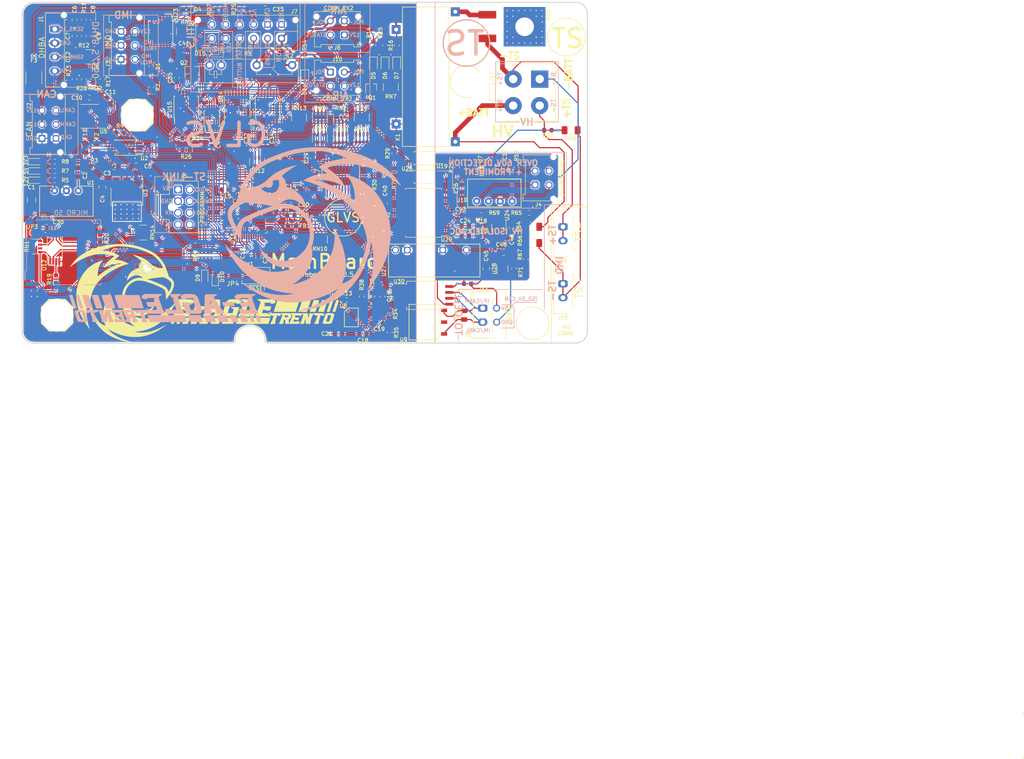
<source format=kicad_pcb>
(kicad_pcb (version 20171130) (host pcbnew 5.1.9)
  (layers (0 F.Cu signal) (31 B.Cu signal) (34 B.Paste user) (35 F.Paste user) (36 B.SilkS user hide) (37 F.SilkS user) (38 B.Mask user) (39 F.Mask user) (44 Edge.Cuts user))
  (net 0 "")
  (net 1 +3V3)
  (net 2 GND)
  (net 3 +5V)
  (net 4 /HV/5VISO)
  (net 5 -BATT)
  (net 6 -TS)
  (net 7 +TS)
  (net 8 +12V)
  (net 9 /CAN+)
  (net 10 /CAN-)
  (net 11 +BATT)
  (net 12 /IMD_Fault)
  (net 13 /TS_ON)
  (net 14 /BMS_Fault)
  (net 15 /IMD)
  (net 16 /HV/TSV)
  (net 17 /HV/PackV)
  (net 18 /HV/TS_DIVIDER)
  (net 19 "Net-(D3-Pad2)")
  (net 20 "Net-(U9-Pad5)")
  (net 21 "Net-(F3-Pad1)")
  (net 22 /CHARGE)
  (net 23 /IP)
  (net 24 /IM)
  (net 25 /Shutdown/dissipation)
  (net 26 "Net-(D2-Pad2)")
  (net 27 /NRST_MCU)
  (net 28 /FROM_TSMS)
  (net 29 /IMD_LED)
  (net 30 /BMS_LED)
  (net 31 /5V_FROM_12V)
  (net 32 /HIGH_CURRENT)
  (net 33 /LOW_CURRENT)
  (net 34 /TO_TSMS)
  (net 35 /SWCLK_MCU)
  (net 36 /SWDIO_MCU)
  (net 37 /TX_MCU)
  (net 38 /RX_MCU)
  (net 39 /FROM_SD)
  (net 40 /NRST_SD)
  (net 41 /5V_USB)
  (net 42 /AMS/CS_CARD)
  (net 43 /AMS/CARD_OK)
  (net 44 /PC_ENDED)
  (net 45 /AMS/ICMP)
  (net 46 /AMS/IBIAS)
  (net 47 /AMS/LED_1)
  (net 48 /AMS/Ip_low)
  (net 49 /AMS/Ip_high)
  (net 50 /AMS/IP_LV)
  (net 51 /AMS/IM_LV)
  (net 52 /AMS/FB_FROM_SD)
  (net 53 /AMS/FB_TO_TSMS)
  (net 54 /AMS/FB_FROM_TSMS)
  (net 55 /AMS/CS_6820)
  (net 56 /AMS/CAN_RX)
  (net 57 /AMS/CAN_TX)
  (net 58 /dissipation)
  (net 59 "Net-(D15-Pad2)")
  (net 60 /HV/3V3ISO)
  (net 61 /HV/PRECHARGE_ON)
  (net 62 /LED_INDICATOR)
  (net 63 /HV/~RST~_8902)
  (net 64 "Net-(C5-Pad1)")
  (net 65 "Net-(C8-Pad1)")
  (net 66 "Net-(C9-Pad1)")
  (net 67 "Net-(C19-Pad2)")
  (net 68 "Net-(D1-Pad2)")
  (net 69 "Net-(D5-Pad1)")
  (net 70 "Net-(D6-Pad1)")
  (net 71 "Net-(D7-Pad1)")
  (net 72 "Net-(D10-Pad2)")
  (net 73 "Net-(D14-Pad1)")
  (net 74 "Net-(F1-Pad2)")
  (net 75 "Net-(J9-Pad1)")
  (net 76 "Net-(J9-Pad8)")
  (net 77 "Net-(R4-Pad2)")
  (net 78 "Net-(R17-Pad2)")
  (net 79 "Net-(R22-Pad2)")
  (net 80 "Net-(R64-Pad1)")
  (net 81 "Net-(R66-Pad1)")
  (net 82 "Net-(R70-Pad2)")
  (net 83 "Net-(R71-Pad1)")
  (net 84 /Shutdown/VREF_1.5V)
  (net 85 "Net-(U2-Pad1)")
  (net 86 "Net-(U9-Pad2)")
  (net 87 "Net-(U14-Pad1)")
  (net 88 "Net-(U14-Pad3)")
  (net 89 "Net-(U14-Pad4)")
  (net 90 "Net-(U14-Pad13)")
  (net 91 "Net-(U14-Pad14)")
  (net 92 "Net-(U14-Pad15)")
  (net 93 "Net-(U28-Pad4)")
  (net 94 "Net-(U29-Pad5)")
  (net 95 "Net-(U29-Pad6)")
  (net 96 "Net-(U29-Pad11)")
  (net 97 "Net-(U29-Pad14)")
  (net 98 "Net-(U29-Pad15)")
  (net 99 /AMS/MISO)
  (net 100 /AMS/MOSI)
  (net 101 /AMS/SCK)
  (net 102 /AMS/ADC_TX)
  (net 103 /AMS/ADC_RX)
  (net 104 /AMS/ISO_CAN_RX)
  (net 105 /AMS/ISO_CAN_TX)
  (net 106 "Net-(K1-Pad3)")
  (net 107 /HV/PackV_FT)
  (net 108 /HV/TSV_FT)
  (net 109 /AMS/3V3_FT)
  (net 110 /AMS/ADC_SIN)
  (net 111 /Shutdown/LAST_AIR)
  (net 112 /HV/PROMINENT+)
  (net 113 /HV/PROMINENT-)
  (net 114 /SWO_MCU)
  (net 115 "Net-(J3-Pad4)")
  (net 116 "Net-(JP3-Pad1)")
  (net 117 /AMS/~HOLD~)
  (net 118 /AMS/~W~)
  (net 119 /AMS/CS_EEPROM)
  (net 120 "Net-(D9-Pad1)")
  (net 121 /FB_AIR-)
  (net 122 /FB_AIR+)
  (net 123 /AMS/A3)
  (net 124 /FB_PC_END)
  (net 125 /FB_SD_MINIRELAY)
  (net 126 /FB_BMS)
  (net 127 /FB_LACTH_BMS)
  (net 128 /FB_LACTH_IMD)
  (net 129 /FB_TS_ON)
  (net 130 /FB_BMS_SD)
  (net 131 /FB_IMD_SD)
  (net 132 /AMS/FB_TSAL_OVER60V)
  (net 133 /FB_TS_OVER_60V)
  (net 134 /AMS/A2)
  (net 135 /AMS/A1)
  (net 136 /AMS/A0)
  (net 137 /AMS/ANALOG_DATA)
  (net 138 /AMS/FB_LATCH_IMD)
  (net 139 /AMS/FB_LATCH_BMS)
  (net 140 /AMS/FB_IMD_FAULT)
  (net 141 /AMS/FB_RELAY_LV)
  (net 142 /AMS/FB_IMD_SD)
  (net 143 /AMS/FB_BMS_SD)
  (net 144 /AMS/FB_AIR-)
  (net 145 /AMS/FB_AIR+)
  (net 146 /AMS/FB_BMS_12V)
  (net 147 /AMS/FB_TS_ON_12V)
  (net 148 /AMS/FB_PC_END_12V)
  (net 149 "Net-(D8-Pad2)")
  (net 150 /AMS/LED_2)
  (net 151 "Net-(RN13-Pad4)")
  (net 152 "Net-(RN13-Pad5)")
  (net 153 "Net-(U29-Pad2)")
  (net 154 /AMS/SPI2_MOSI)
  (net 155 /AMS/SPI2_SCK)
  (net 156 /AMS/SPI2_MISO)
  (net 157 "Net-(RN9-Pad5)")
  (net 158 "Net-(RN9-Pad4)")
  (net 159 "Net-(RN14-Pad4)")
  (net 160 "Net-(RN14-Pad5)")
  (net 161 "Net-(RN1-Pad7)")
  (net 162 "Net-(RN1-Pad2)")
  (net 163 /AMS/CHECK_MUX)
  (net 164 /HV/5V_FROM_CELL)
  (net 165 "Net-(R21-Pad1)")
  (net 166 "Net-(U19-Pad2)")
  (net 167 /HV/EXT_GND)
  (net 168 /HV/EXT_5V)
  (net 169 /BSPD_SIG)
  (net 170 "Net-(U15-Pad6)")
  (net 171 "Net-(U15-Pad8)")
  (net 172 /HV/PRECHARGE_STATUS)
  (net 173 "Net-(D4-Pad2)")
  (net 174 "Net-(D4-Pad1)")
  (net 175 "Net-(RN7-Pad4)")
  (net 176 "Net-(RN7-Pad5)")
  (net 177 "Net-(R31-Pad2)")
  (net 178 "Net-(R32-Pad2)")
  (net 179 /AMS/MOSI_2)
  (net 180 /AMS/SCK_2)
  (net 181 /AMS/MISO_2)
  (module MainBoard:Jumper_SMD_0603 (layer F.Cu) (at 68.55 98.8 180)
    (fp_text reference JP4 (at 0 1.3) (layer F.SilkS))
    (fp_text value SolderJumper_2_Open)
    (pad 2 smd custom (at 0.75 0 180) (size 0.6 0.6) (layers F.Cu F.Paste F.Mask) (net 44 /PC_ENDED) (options (clearance outline) (anchor rect)) (primitives (gr_poly (pts (xy -0.375 0.425) (xy 0.425 0.425) (xy 0.425 -0.425) (xy -0.375 -0.425) (xy -0.725 0)) (width 0.12)) (gr_line (start 0.05 -0.4) (end 0.05 0.4) (width 0.1))))
    (pad 1 smd custom (at -0.75 0 180) (size 0.6 0.6) (layers F.Cu F.Paste F.Mask) (net 1 +3V3) (options (clearance outline) (anchor rect)) (primitives (gr_poly (pts (xy -0.425 -0.425) (xy 0.75 -0.425) (xy 0.4 0) (xy 0.75 0.425) (xy -0.425 0.425)) (width 0.1))))
  )
  (module MainBoard:DC_DC_ISO_ROExxxx (layer F.Cu) (at 124.75 79.75)
    (fp_text reference U10 (at -7 -0.25) (layer F.SilkS) (effects (font (size 0.82 0.82) (thickness 0.153))))
    (fp_text value DCDC_ISO_5V_ISO)
    (pad 1 thru_hole circle (at -3.81 0 180) (size 1.524 1.524) (drill 0.762) (layers *.Cu *.Mask) (net 167 /HV/EXT_GND))
    (pad 2 thru_hole circle (at -1.27 0 180) (size 1.524 1.524) (drill 0.762) (layers *.Cu *.Mask) (net 168 /HV/EXT_5V))
    (pad 3 thru_hole circle (at 1.27 0 180) (size 1.524 1.524) (drill 0.762) (layers *.Cu *.Mask) (net 5 -BATT))
    (pad 4 thru_hole circle (at 3.81 0 180) (size 1.524 1.524) (drill 0.762) (layers *.Cu *.Mask) (net 164 /HV/5V_FROM_CELL))
  )
  (module Package_SO:TSSOP-14_4.4x5mm_P0.65mm (layer F.Cu) (at 76 59.5 90)
    (fp_text reference U13 (at -3.75 -3.25 90) (layer F.SilkS) (effects (font (size 0.82 0.82) (thickness 0.153))))
    (fp_text value TS3704IPT)
    (pad 14 smd rect (at 2.95 -1.95 90) (size 1.45 0.45) (layers F.Cu F.Paste F.Mask) (net 129 /FB_TS_ON))
    (pad 13 smd rect (at 2.95 -1.3 90) (size 1.45 0.45) (layers F.Cu F.Paste F.Mask) (net 124 /FB_PC_END))
    (pad 12 smd rect (at 2.95 -0.65 90) (size 1.45 0.45) (layers F.Cu F.Paste F.Mask) (net 2 GND))
    (pad 11 smd rect (at 2.95 0 90) (size 1.45 0.45) (layers F.Cu F.Paste F.Mask) (net 44 /PC_ENDED))
    (pad 10 smd rect (at 2.95 0.65 90) (size 1.45 0.45) (layers F.Cu F.Paste F.Mask) (net 84 /Shutdown/VREF_1.5V))
    (pad 9 smd rect (at 2.95 1.3 90) (size 1.45 0.45) (layers F.Cu F.Paste F.Mask) (net 13 /TS_ON))
    (pad 8 smd rect (at 2.95 1.95 90) (size 1.45 0.45) (layers F.Cu F.Paste F.Mask) (net 84 /Shutdown/VREF_1.5V))
    (pad 7 smd rect (at -2.95 1.95 90) (size 1.45 0.45) (layers F.Cu F.Paste F.Mask) (net 14 /BMS_Fault))
    (pad 6 smd rect (at -2.95 1.3 90) (size 1.45 0.45) (layers F.Cu F.Paste F.Mask) (net 84 /Shutdown/VREF_1.5V))
    (pad 5 smd rect (at -2.95 0.65 90) (size 1.45 0.45) (layers F.Cu F.Paste F.Mask) (net 73 "Net-(D14-Pad1)"))
    (pad 4 smd rect (at -2.95 0 90) (size 1.45 0.45) (layers F.Cu F.Paste F.Mask) (net 1 +3V3))
    (pad 3 smd rect (at -2.95 -0.65 90) (size 1.45 0.45) (layers F.Cu F.Paste F.Mask) (net 8 +12V))
    (pad 2 smd rect (at -2.95 -1.3 90) (size 1.45 0.45) (layers F.Cu F.Paste F.Mask) (net 61 /HV/PRECHARGE_ON))
    (pad 1 smd rect (at -2.95 -1.95 90) (size 1.45 0.45) (layers F.Cu F.Paste F.Mask) (net 126 /FB_BMS))
  )
  (module Package_QFP:LQFP-48_7x7mm_P0.5mm (layer F.Cu) (at 72.25 83 90)
    (fp_text reference U11 (at -4.75 -3.75 90) (layer F.SilkS) (effects (font (size 0.82 0.82) (thickness 0.153))))
    (fp_text value STM32G474)
    (pad 48 smd roundrect (at -2.75 -4.1625 90) (size 0.3 1.475) (layers F.Cu F.Paste F.Mask) (net 1 +3V3))
    (pad 47 smd roundrect (at -2.25 -4.1625 90) (size 0.3 1.475) (layers F.Cu F.Paste F.Mask) (net 2 GND))
    (pad 46 smd roundrect (at -1.75 -4.1625 90) (size 0.3 1.475) (layers F.Cu F.Paste F.Mask) (net 57 /AMS/CAN_TX))
    (pad 45 smd roundrect (at -1.25 -4.1625 90) (size 0.3 1.475) (layers F.Cu F.Paste F.Mask) (net 44 /PC_ENDED))
    (pad 44 smd roundrect (at -0.75 -4.1625 90) (size 0.3 1.475) (layers F.Cu F.Paste F.Mask) (net 47 /AMS/LED_1))
    (pad 43 smd roundrect (at -0.25 -4.1625 90) (size 0.3 1.475) (layers F.Cu F.Paste F.Mask) (net 150 /AMS/LED_2))
    (pad 42 smd roundrect (at 0.25 -4.1625 90) (size 0.3 1.475) (layers F.Cu F.Paste F.Mask) (net 22 /CHARGE))
    (pad 41 smd roundrect (at 0.75 -4.1625 90) (size 0.3 1.475) (layers F.Cu F.Paste F.Mask) (net 105 /AMS/ISO_CAN_TX))
    (pad 40 smd roundrect (at 1.25 -4.1625 90) (size 0.3 1.475) (layers F.Cu F.Paste F.Mask) (net 114 /SWO_MCU))
    (pad 39 smd roundrect (at 1.75 -4.1625 90) (size 0.3 1.475) (layers F.Cu F.Paste F.Mask) (net 117 /AMS/~HOLD~))
    (pad 38 smd roundrect (at 2.25 -4.1625 90) (size 0.3 1.475) (layers F.Cu F.Paste F.Mask) (net 35 /SWCLK_MCU))
    (pad 37 smd roundrect (at 2.75 -4.1625 90) (size 0.3 1.475) (layers F.Cu F.Paste F.Mask) (net 36 /SWDIO_MCU))
    (pad 36 smd roundrect (at 4.1625 -2.75 90) (size 1.475 0.3) (layers F.Cu F.Paste F.Mask) (net 1 +3V3))
    (pad 35 smd roundrect (at 4.1625 -2.25 90) (size 1.475 0.3) (layers F.Cu F.Paste F.Mask) (net 2 GND))
    (pad 34 smd roundrect (at 4.1625 -1.75 90) (size 1.475 0.3) (layers F.Cu F.Paste F.Mask) (net 15 /IMD))
    (pad 33 smd roundrect (at 4.1625 -1.25 90) (size 1.475 0.3) (layers F.Cu F.Paste F.Mask) (net 56 /AMS/CAN_RX))
    (pad 32 smd roundrect (at 4.1625 -0.75 90) (size 1.475 0.3) (layers F.Cu F.Paste F.Mask) (net 13 /TS_ON))
    (pad 31 smd roundrect (at 4.1625 -0.25 90) (size 1.475 0.3) (layers F.Cu F.Paste F.Mask) (net 14 /BMS_Fault))
    (pad 30 smd roundrect (at 4.1625 0.25 90) (size 1.475 0.3) (layers F.Cu F.Paste F.Mask) (net 104 /AMS/ISO_CAN_RX))
    (pad 29 smd roundrect (at 4.1625 0.75 90) (size 1.475 0.3) (layers F.Cu F.Paste F.Mask) (net 154 /AMS/SPI2_MOSI))
    (pad 28 smd roundrect (at 4.1625 1.25 90) (size 1.475 0.3) (layers F.Cu F.Paste F.Mask) (net 156 /AMS/SPI2_MISO))
    (pad 27 smd roundrect (at 4.1625 1.75 90) (size 1.475 0.3) (layers F.Cu F.Paste F.Mask) (net 155 /AMS/SPI2_SCK))
    (pad 26 smd roundrect (at 4.1625 2.25 90) (size 1.475 0.3) (layers F.Cu F.Paste F.Mask) (net 42 /AMS/CS_CARD))
    (pad 25 smd roundrect (at 4.1625 2.75 90) (size 1.475 0.3) (layers F.Cu F.Paste F.Mask) (net 103 /AMS/ADC_RX))
    (pad 24 smd roundrect (at 2.75 4.1625 90) (size 0.3 1.475) (layers F.Cu F.Paste F.Mask) (net 1 +3V3))
    (pad 23 smd roundrect (at 2.25 4.1625 90) (size 0.3 1.475) (layers F.Cu F.Paste F.Mask) (net 2 GND))
    (pad 22 smd roundrect (at 1.75 4.1625 90) (size 0.3 1.475) (layers F.Cu F.Paste F.Mask) (net 102 /AMS/ADC_TX))
    (pad 21 smd roundrect (at 1.25 4.1625 90) (size 0.3 1.475) (layers F.Cu F.Paste F.Mask) (net 109 /AMS/3V3_FT))
    (pad 20 smd roundrect (at 0.75 4.1625 90) (size 0.3 1.475) (layers F.Cu F.Paste F.Mask) (net 109 /AMS/3V3_FT))
    (pad 19 smd roundrect (at 0.25 4.1625 90) (size 0.3 1.475) (layers F.Cu F.Paste F.Mask) (net 2 GND))
    (pad 18 smd roundrect (at -0.25 4.1625 90) (size 0.3 1.475) (layers F.Cu F.Paste F.Mask) (net 137 /AMS/ANALOG_DATA))
    (pad 17 smd roundrect (at -0.75 4.1625 90) (size 0.3 1.475) (layers F.Cu F.Paste F.Mask) (net 134 /AMS/A2))
    (pad 16 smd roundrect (at -1.25 4.1625 90) (size 0.3 1.475) (layers F.Cu F.Paste F.Mask) (net 110 /AMS/ADC_SIN))
    (pad 15 smd roundrect (at -1.75 4.1625 90) (size 0.3 1.475) (layers F.Cu F.Paste F.Mask) (net 100 /AMS/MOSI))
    (pad 14 smd roundrect (at -2.25 4.1625 90) (size 0.3 1.475) (layers F.Cu F.Paste F.Mask) (net 99 /AMS/MISO))
    (pad 13 smd roundrect (at -2.75 4.1625 90) (size 0.3 1.475) (layers F.Cu F.Paste F.Mask) (net 101 /AMS/SCK))
    (pad 12 smd roundrect (at -4.1625 2.75 90) (size 1.475 0.3) (layers F.Cu F.Paste F.Mask) (net 55 /AMS/CS_6820))
    (pad 11 smd roundrect (at -4.1625 2.25 90) (size 1.475 0.3) (layers F.Cu F.Paste F.Mask) (net 38 /RX_MCU))
    (pad 10 smd roundrect (at -4.1625 1.75 90) (size 1.475 0.3) (layers F.Cu F.Paste F.Mask) (net 37 /TX_MCU))
    (pad 9 smd roundrect (at -4.1625 1.25 90) (size 1.475 0.3) (layers F.Cu F.Paste F.Mask) (net 123 /AMS/A3))
    (pad 8 smd roundrect (at -4.1625 0.75 90) (size 1.475 0.3) (layers F.Cu F.Paste F.Mask) (net 136 /AMS/A0))
    (pad 7 smd roundrect (at -4.1625 0.25 90) (size 1.475 0.3) (layers F.Cu F.Paste F.Mask) (net 27 /NRST_MCU))
    (pad 6 smd roundrect (at -4.1625 -0.25 90) (size 1.475 0.3) (layers F.Cu F.Paste F.Mask) (net 49 /AMS/Ip_high))
    (pad 5 smd roundrect (at -4.1625 -0.75 90) (size 1.475 0.3) (layers F.Cu F.Paste F.Mask) (net 48 /AMS/Ip_low))
    (pad 4 smd roundrect (at -4.1625 -1.25 90) (size 1.475 0.3) (layers F.Cu F.Paste F.Mask) (net 135 /AMS/A1))
    (pad 3 smd roundrect (at -4.1625 -1.75 90) (size 1.475 0.3) (layers F.Cu F.Paste F.Mask) (net 43 /AMS/CARD_OK))
    (pad 2 smd roundrect (at -4.1625 -2.25 90) (size 1.475 0.3) (layers F.Cu F.Paste F.Mask) (net 119 /AMS/CS_EEPROM))
    (pad 1 smd roundrect (at -4.1625 -2.75 90) (size 1.475 0.3) (layers F.Cu F.Paste F.Mask) (net 1 +3V3))
  )
  (module MainBoard:Molex_Micro-Fit_3.0_43045-0412_2x02_P3.00mm_Vertical (layer F.Cu) (at 133.5 76.25 90)
    (fp_text reference J4 (at -4.25 0.75 180) (layer F.SilkS) (effects (font (size 0.82 0.82) (thickness 0.153))))
    (fp_text value CONN_2X2)
    (pad "" np_thru_hole circle (at -3 3.94 90) (size 1 1) (drill 1) (layers *.Cu *.Mask))
    (pad "" np_thru_hole circle (at 6 3.94 90) (size 1 1) (drill 1) (layers *.Cu *.Mask))
    (pad 1 thru_hole roundrect (at 0 0 90) (size 1.5 1.5) (drill 1) (layers *.Cu *.Mask) (roundrect_rratio 0.166667) (net 167 /HV/EXT_GND))
    (pad 2 thru_hole circle (at 3 0 90) (size 1.5 1.5) (drill 1) (layers *.Cu *.Mask) (net 113 /HV/PROMINENT-))
    (pad 3 thru_hole circle (at 0 3 90) (size 1.5 1.5) (drill 1) (layers *.Cu *.Mask) (net 168 /HV/EXT_5V))
    (pad 4 thru_hole circle (at 3 3 90) (size 1.5 1.5) (drill 1) (layers *.Cu *.Mask) (net 112 /HV/PROMINENT+))
  )
  (module MainBoard:scritta_scale570 (layer F.Cu) (at 73.25 103.5)
    (fp_text reference G*** hide)
    (fp_text value LOGO hide)
  )
  (module MainBoard:logo_24mm (layer F.Cu) (at 44.75 99.5)
    (fp_text reference G*** hide)
    (fp_text value LOGO hide)
  )
  (module MainBoard:logo_40mm (layer B.Cu) (at 86 85.75 180)
    (fp_text reference G*** hide)
    (fp_text value LOGO hide)
  )
  (module MainBoard:scritta_scale500 (layer B.Cu) (at 54 102.75 180)
    (fp_text reference G*** hide)
    (fp_text value LOGO hide)
  )
  (module Package_SO:MSOP-10_3x3mm_P0.5mm (layer F.Cu) (at 64 62 90)
    (fp_text reference U4 (at -2.5 -2.25 90) (layer F.SilkS) (effects (font (size 0.82 0.82) (thickness 0.153))))
    (fp_text value MainBoard_AD8244)
    (pad 10 smd rect (at 2.2 -1 90) (size 1.4 0.3) (layers F.Cu F.Paste F.Mask) (net 127 /FB_LACTH_BMS))
    (pad 9 smd rect (at 2.2 -0.5 90) (size 1.4 0.3) (layers F.Cu F.Paste F.Mask) (net 30 /BMS_LED))
    (pad 8 smd rect (at 2.2 0 90) (size 1.4 0.3) (layers F.Cu F.Paste F.Mask) (net 2 GND))
    (pad 7 smd rect (at 2.2 0.5 90) (size 1.4 0.3) (layers F.Cu F.Paste F.Mask) (net 29 /IMD_LED))
    (pad 6 smd rect (at 2.2 1 90) (size 1.4 0.3) (layers F.Cu F.Paste F.Mask) (net 128 /FB_LACTH_IMD))
    (pad 5 smd rect (at -2.2 1 90) (size 1.4 0.3) (layers F.Cu F.Paste F.Mask) (net 128 /FB_LACTH_IMD))
    (pad 4 smd rect (at -2.2 0.5 90) (size 1.4 0.3) (layers F.Cu F.Paste F.Mask) (net 131 /FB_IMD_SD))
    (pad 3 smd rect (at -2.2 0 90) (size 1.4 0.3) (layers F.Cu F.Paste F.Mask) (net 8 +12V))
    (pad 2 smd rect (at -2.2 -0.5 90) (size 1.4 0.3) (layers F.Cu F.Paste F.Mask) (net 130 /FB_BMS_SD))
    (pad 1 smd rect (at -2.2 -1 90) (size 1.4 0.3) (layers F.Cu F.Paste F.Mask) (net 127 /FB_LACTH_BMS))
  )
  (module Package_SO:TSSOP-14_4.4x5mm_P0.65mm (layer F.Cu) (at 53 43.25 270)
    (fp_text reference U23 (at -3.75 -3.25 270) (layer F.SilkS) (effects (font (size 0.82 0.82) (thickness 0.153))))
    (fp_text value CD4072BPW)
    (pad 14 smd rect (at 2.95 -1.95 270) (size 1.45 0.45) (layers F.Cu F.Paste F.Mask) (net 8 +12V))
    (pad 13 smd rect (at 2.95 -1.3 270) (size 1.45 0.45) (layers F.Cu F.Paste F.Mask) (net 62 /LED_INDICATOR))
    (pad 12 smd rect (at 2.95 -0.65 270) (size 1.45 0.45) (layers F.Cu F.Paste F.Mask) (net 172 /HV/PRECHARGE_STATUS))
    (pad 11 smd rect (at 2.95 0 270) (size 1.45 0.45) (layers F.Cu F.Paste F.Mask) (net 122 /FB_AIR+))
    (pad 10 smd rect (at 2.95 0.65 270) (size 1.45 0.45) (layers F.Cu F.Paste F.Mask) (net 121 /FB_AIR-))
    (pad 9 smd rect (at 2.95 1.3 270) (size 1.45 0.45) (layers F.Cu F.Paste F.Mask) (net 133 /FB_TS_OVER_60V))
    (pad 8 smd rect (at 2.95 1.95 270) (size 1.45 0.45) (layers F.Cu F.Paste F.Mask))
    (pad 7 smd rect (at -2.95 1.95 270) (size 1.45 0.45) (layers F.Cu F.Paste F.Mask) (net 2 GND))
    (pad 6 smd rect (at -2.95 1.3 270) (size 1.45 0.45) (layers F.Cu F.Paste F.Mask))
    (pad 5 smd rect (at -2.95 0.65 270) (size 1.45 0.45) (layers F.Cu F.Paste F.Mask) (net 133 /FB_TS_OVER_60V))
    (pad 4 smd rect (at -2.95 0 270) (size 1.45 0.45) (layers F.Cu F.Paste F.Mask) (net 121 /FB_AIR-))
    (pad 3 smd rect (at -2.95 -0.65 270) (size 1.45 0.45) (layers F.Cu F.Paste F.Mask) (net 122 /FB_AIR+))
    (pad 2 smd rect (at -2.95 -1.3 270) (size 1.45 0.45) (layers F.Cu F.Paste F.Mask) (net 172 /HV/PRECHARGE_STATUS))
    (pad 1 smd rect (at -2.95 -1.95 270) (size 1.45 0.45) (layers F.Cu F.Paste F.Mask) (net 173 "Net-(D4-Pad2)"))
  )
  (module Capacitor_SMD:C_0603_1608Metric (layer F.Cu) (at 118.5 82.75 180)
    (fp_text reference C43 (at 1 1.25) (layer F.SilkS) (effects (font (size 0.82 0.82) (thickness 0.153))))
    (fp_text value 10nF)
    (pad 2 smd roundrect (at 0.7875 0 180) (size 0.875 0.95) (layers F.Cu F.Paste F.Mask) (net 63 /HV/~RST~_8902))
    (pad 1 smd roundrect (at -0.7875 0 180) (size 0.875 0.95) (layers F.Cu F.Paste F.Mask) (net 60 /HV/3V3ISO))
  )
  (module MountingHole:MountingHole_3mm (layer F.Cu) (at 133 106)
    (fp_text reference H1 hide)
    (fp_text value MountingHole)
    (pad 1 np_thru_hole circle (at 0 0) (size 3 3) (drill 3) (layers *.Cu *.Mask))
  )
  (module Resistor_SMD:R_0603_1608Metric (layer F.Cu) (at 38.75 72.25 180)
    (fp_text reference R3 (at 0 1.25) (layer F.SilkS) (effects (font (size 0.82 0.82) (thickness 0.153))))
    (fp_text value 100K)
    (pad 2 smd roundrect (at 0.7875 0 180) (size 0.875 0.95) (layers F.Cu F.Paste F.Mask) (net 2 GND))
    (pad 1 smd roundrect (at -0.7875 0 180) (size 0.875 0.95) (layers F.Cu F.Paste F.Mask) (net 41 /5V_USB))
  )
  (module MainBoard:KT_THT (layer F.Cu) (at 110 53 90)
    (fp_text reference K1 (at -13 -6 90) (layer F.SilkS) (effects (font (size 0.82 0.82) (thickness 0.153))))
    (fp_text value KT12-1A)
    (pad 3 thru_hole rect (at 13.97 6.35 90) (size 1.9 1.9) (drill 0.85) (layers *.Cu *.Mask) (net 106 "Net-(K1-Pad3)"))
    (pad 4 thru_hole rect (at -13.97 6.35 90) (size 1.9 1.9) (drill 0.85) (layers *.Cu *.Mask) (net 11 +BATT))
    (pad 1 thru_hole rect (at 10.15 -6.35 90) (size 1.9 1.9) (drill 0.85) (layers *.Cu *.Mask) (net 28 /FROM_TSMS))
    (pad 2 thru_hole rect (at -10.15 -6.35 90) (size 1.9 1.9) (drill 0.85) (layers *.Cu *.Mask) (net 2 GND))
  )
  (module MountingHole:MountingHole_3mm (layer F.Cu) (at 30.75 104.25)
    (fp_text reference H3 hide)
    (fp_text value MountingHole)
    (pad 1 np_thru_hole circle (at 0 0) (size 3 3) (drill 3) (layers *.Cu *.Mask))
  )
  (module Resistor_SMD:R_0603_1608Metric (layer F.Cu) (at 102.25 104 270)
    (fp_text reference R34 (at 0 -1.25 90) (layer F.SilkS) (effects (font (size 0.82 0.82) (thickness 0.153))))
    (fp_text value 150)
    (pad 2 smd roundrect (at 0.7875 0 270) (size 0.875 0.95) (layers F.Cu F.Paste F.Mask) (net 67 "Net-(C19-Pad2)"))
    (pad 1 smd roundrect (at -0.7875 0 270) (size 0.875 0.95) (layers F.Cu F.Paste F.Mask) (net 50 /AMS/IP_LV))
  )
  (module Resistor_SMD:R_0603_1608Metric (layer F.Cu) (at 34.5 53.5 90)
    (fp_text reference R23 (at 1.75 -1.25 90) (layer F.SilkS) (effects (font (size 0.82 0.82) (thickness 0.153))))
    (fp_text value 330K)
    (pad 2 smd roundrect (at 0.7875 0 90) (size 0.875 0.95) (layers F.Cu F.Paste F.Mask) (net 2 GND))
    (pad 1 smd roundrect (at -0.7875 0 90) (size 0.875 0.95) (layers F.Cu F.Paste F.Mask) (net 48 /AMS/Ip_low))
  )
  (module Resistor_SMD:R_0603_1608Metric (layer F.Cu) (at 36.5 53.5 90)
    (fp_text reference R28 (at -2 -0.5 180) (layer F.SilkS) (effects (font (size 0.82 0.82) (thickness 0.153))))
    (fp_text value 330K)
    (pad 2 smd roundrect (at 0.7875 0 90) (size 0.875 0.95) (layers F.Cu F.Paste F.Mask) (net 2 GND))
    (pad 1 smd roundrect (at -0.7875 0 90) (size 0.875 0.95) (layers F.Cu F.Paste F.Mask) (net 49 /AMS/Ip_high))
  )
  (module Resistor_SMD:R_0603_1608Metric (layer F.Cu) (at 40.5 53.5 90)
    (fp_text reference R17 (at -0.5 1.25 90) (layer F.SilkS) (effects (font (size 0.82 0.82) (thickness 0.153))))
    (fp_text value 169K)
    (pad 2 smd roundrect (at 0.7875 0 90) (size 0.875 0.95) (layers F.Cu F.Paste F.Mask) (net 78 "Net-(R17-Pad2)"))
    (pad 1 smd roundrect (at -0.7875 0 90) (size 0.875 0.95) (layers F.Cu F.Paste F.Mask) (net 48 /AMS/Ip_low))
  )
  (module Resistor_SMD:R_0603_1608Metric (layer F.Cu) (at 36.5 40.75 270)
    (fp_text reference R11 (at -2.6 0 90) (layer F.SilkS) (effects (font (size 0.82 0.82) (thickness 0.153))))
    (fp_text value 10K)
    (pad 2 smd roundrect (at 0.7875 0 270) (size 0.875 0.95) (layers F.Cu F.Paste F.Mask) (net 33 /LOW_CURRENT))
    (pad 1 smd roundrect (at -0.7875 0 270) (size 0.875 0.95) (layers F.Cu F.Paste F.Mask) (net 65 "Net-(C8-Pad1)"))
  )
  (module Resistor_SMD:R_0603_1608Metric (layer F.Cu) (at 36.5 44.25 90)
    (fp_text reference R12 (at -2 0 180) (layer F.SilkS) (effects (font (size 0.82 0.82) (thickness 0.153))))
    (fp_text value 10K)
    (pad 2 smd roundrect (at 0.7875 0 90) (size 0.875 0.95) (layers F.Cu F.Paste F.Mask) (net 32 /HIGH_CURRENT))
    (pad 1 smd roundrect (at -0.7875 0 90) (size 0.875 0.95) (layers F.Cu F.Paste F.Mask) (net 66 "Net-(C9-Pad1)"))
  )
  (module Package_TO_SOT_SMD:TSOT-23-8 (layer F.Cu) (at 37.75 48.75 180)
    (fp_text reference U6 (at -1.25 -2.25) (layer F.SilkS) (effects (font (size 0.82 0.82) (thickness 0.153))))
    (fp_text value LM358)
    (pad 8 smd rect (at 1.31 -0.97 180) (size 1.22 0.4) (layers F.Cu F.Paste F.Mask) (net 3 +5V))
    (pad 7 smd rect (at 1.31 -0.33 180) (size 1.22 0.4) (layers F.Cu F.Paste F.Mask) (net 79 "Net-(R22-Pad2)"))
    (pad 6 smd rect (at 1.31 0.33 180) (size 1.22 0.4) (layers F.Cu F.Paste F.Mask) (net 79 "Net-(R22-Pad2)"))
    (pad 5 smd rect (at 1.31 0.97 180) (size 1.22 0.4) (layers F.Cu F.Paste F.Mask) (net 66 "Net-(C9-Pad1)"))
    (pad 4 smd rect (at -1.31 0.97 180) (size 1.22 0.4) (layers F.Cu F.Paste F.Mask) (net 2 GND))
    (pad 3 smd rect (at -1.31 0.33 180) (size 1.22 0.4) (layers F.Cu F.Paste F.Mask) (net 65 "Net-(C8-Pad1)"))
    (pad 2 smd rect (at -1.31 -0.33 180) (size 1.22 0.4) (layers F.Cu F.Paste F.Mask) (net 78 "Net-(R17-Pad2)"))
    (pad 1 smd rect (at -1.31 -0.97 180) (size 1.22 0.4) (layers F.Cu F.Paste F.Mask) (net 78 "Net-(R17-Pad2)"))
  )
  (module MainBoard:MSOP-16 (layer F.Cu) (at 94 104.75 270)
    (fp_text reference U8 (at -2.5 1.75) (layer F.SilkS) (effects (font (size 0.82 0.82) (thickness 0.153))))
    (fp_text value LTC6820)
    (pad 8 smd rect (at 1.75 2.1 270) (size 0.3 0.9) (layers F.Cu F.Paste F.Mask) (net 2 GND))
    (pad 9 smd rect (at 1.75 -2.1 270) (size 0.3 0.9) (layers F.Cu F.Paste F.Mask) (net 3 +5V))
    (pad 7 smd rect (at 1.25 2.1 270) (size 0.3 0.9) (layers F.Cu F.Paste F.Mask) (net 2 GND))
    (pad 10 smd rect (at 1.25 -2.1 270) (size 0.3 0.9) (layers F.Cu F.Paste F.Mask) (net 51 /AMS/IM_LV))
    (pad 6 smd rect (at 0.75 2.1 270) (size 0.3 0.9) (layers F.Cu F.Paste F.Mask) (net 1 +3V3))
    (pad 11 smd rect (at 0.75 -2.1 270) (size 0.3 0.9) (layers F.Cu F.Paste F.Mask) (net 50 /AMS/IP_LV))
    (pad 5 smd rect (at 0.25 2.1 270) (size 0.3 0.9) (layers F.Cu F.Paste F.Mask) (net 55 /AMS/CS_6820))
    (pad 12 smd rect (at 0.25 -2.1 270) (size 0.3 0.9) (layers F.Cu F.Paste F.Mask) (net 3 +5V))
    (pad 4 smd rect (at -0.25 2.1 270) (size 0.3 0.9) (layers F.Cu F.Paste F.Mask) (net 101 /AMS/SCK))
    (pad 13 smd rect (at -0.25 -2.1 270) (size 0.3 0.9) (layers F.Cu F.Paste F.Mask) (net 2 GND))
    (pad 3 smd rect (at -0.75 2.1 270) (size 0.3 0.9) (layers F.Cu F.Paste F.Mask) (net 99 /AMS/MISO))
    (pad 14 smd rect (at -0.75 -2.1 270) (size 0.3 0.9) (layers F.Cu F.Paste F.Mask) (net 2 GND))
    (pad 2 smd rect (at -1.25 2.1 270) (size 0.3 0.9) (layers F.Cu F.Paste F.Mask) (net 100 /AMS/MOSI))
    (pad 15 smd rect (at -1.25 -2.1 270) (size 0.3 0.9) (layers F.Cu F.Paste F.Mask) (net 45 /AMS/ICMP))
    (pad 1 smd rect (at -1.75 2.1 270) (size 0.3 0.9) (layers F.Cu F.Paste F.Mask) (net 2 GND))
    (pad 16 smd rect (at -1.75 -2.1 270) (size 0.3 0.9) (layers F.Cu F.Paste F.Mask) (net 46 /AMS/IBIAS))
  )
  (module Resistor_SMD:R_0603_1608Metric (layer F.Cu) (at 96.25 100.25 270)
    (fp_text reference R38 (at -2.5 0 90) (layer F.SilkS) (effects (font (size 0.82 0.82) (thickness 0.153))))
    (fp_text value 604)
    (pad 2 smd roundrect (at 0.7875 0 270) (size 0.875 0.95) (layers F.Cu F.Paste F.Mask) (net 46 /AMS/IBIAS))
    (pad 1 smd roundrect (at -0.7875 0 270) (size 0.875 0.95) (layers F.Cu F.Paste F.Mask) (net 45 /AMS/ICMP))
  )
  (module Capacitor_SMD:C_0603_1608Metric (layer F.Cu) (at 38.5 44.25 90)
    (fp_text reference C9 (at 0 1.25 90) (layer F.SilkS) (effects (font (size 0.82 0.82) (thickness 0.153))))
    (fp_text value 10nF)
    (pad 2 smd roundrect (at 0.7875 0 90) (size 0.875 0.95) (layers F.Cu F.Paste F.Mask) (net 2 GND))
    (pad 1 smd roundrect (at -0.7875 0 90) (size 0.875 0.95) (layers F.Cu F.Paste F.Mask) (net 66 "Net-(C9-Pad1)"))
  )
  (module Resistor_SMD:R_0603_1608Metric (layer F.Cu) (at 129.5 72.5 90)
    (fp_text reference R59 (at 2.5 0 90) (layer F.SilkS) (effects (font (size 0.82 0.82) (thickness 0.153))))
    (fp_text value 1K)
    (pad 2 smd roundrect (at 0.7875 0 90) (size 0.875 0.95) (layers F.Cu F.Paste F.Mask) (net 112 /HV/PROMINENT+))
    (pad 1 smd roundrect (at -0.7875 0 90) (size 0.875 0.95) (layers F.Cu F.Paste F.Mask) (net 164 /HV/5V_FROM_CELL))
  )
  (module Capacitor_SMD:C_0603_1608Metric (layer F.Cu) (at 34.5 44.25 90)
    (fp_text reference C7 (at 0 -1.43 90) (layer F.SilkS) (effects (font (size 0.82 0.82) (thickness 0.153))))
    (fp_text value 10nF)
    (pad 2 smd roundrect (at 0.7875 0 90) (size 0.875 0.95) (layers F.Cu F.Paste F.Mask) (net 2 GND))
    (pad 1 smd roundrect (at -0.7875 0 90) (size 0.875 0.95) (layers F.Cu F.Paste F.Mask) (net 32 /HIGH_CURRENT))
  )
  (module Capacitor_SMD:C_0603_1608Metric (layer F.Cu) (at 38.5 40.75 270)
    (fp_text reference C8 (at -2.25 0 90) (layer F.SilkS) (effects (font (size 0.82 0.82) (thickness 0.153))))
    (fp_text value 10nF)
    (pad 2 smd roundrect (at 0.7875 0 270) (size 0.875 0.95) (layers F.Cu F.Paste F.Mask) (net 2 GND))
    (pad 1 smd roundrect (at -0.7875 0 270) (size 0.875 0.95) (layers F.Cu F.Paste F.Mask) (net 65 "Net-(C8-Pad1)"))
  )
  (module Capacitor_SMD:C_0603_1608Metric (layer F.Cu) (at 42.25 57.5 180)
    (fp_text reference C11 (at 0 1.25) (layer F.SilkS) (effects (font (size 0.82 0.82) (thickness 0.153))))
    (fp_text value 100nF)
    (pad 2 smd roundrect (at 0.7875 0 180) (size 0.875 0.95) (layers F.Cu F.Paste F.Mask) (net 2 GND))
    (pad 1 smd roundrect (at -0.7875 0 180) (size 0.875 0.95) (layers F.Cu F.Paste F.Mask) (net 3 +5V))
  )
  (module Capacitor_SMD:C_0603_1608Metric (layer F.Cu) (at 81 78)
    (fp_text reference C14 (at 0 -1.43) (layer F.SilkS) (effects (font (size 0.82 0.82) (thickness 0.153))))
    (fp_text value 100nF)
    (pad 2 smd roundrect (at 0.7875 0) (size 0.875 0.95) (layers F.Cu F.Paste F.Mask) (net 2 GND))
    (pad 1 smd roundrect (at -0.7875 0) (size 0.875 0.95) (layers F.Cu F.Paste F.Mask) (net 1 +3V3))
  )
  (module Capacitor_SMD:C_0603_1608Metric (layer F.Cu) (at 100 106)
    (fp_text reference C19 (at 0 1.25) (layer F.SilkS) (effects (font (size 0.82 0.82) (thickness 0.153))))
    (fp_text value 100nF)
    (pad 2 smd roundrect (at 0.7875 0) (size 0.875 0.95) (layers F.Cu F.Paste F.Mask) (net 67 "Net-(C19-Pad2)"))
    (pad 1 smd roundrect (at -0.7875 0) (size 0.875 0.95) (layers F.Cu F.Paste F.Mask) (net 2 GND))
  )
  (module MountingHole:MountingHole_3mm (layer F.Cu) (at 118.75 54)
    (fp_text reference H2 hide)
    (fp_text value MountingHole)
    (pad 1 np_thru_hole circle (at 0 0) (size 3 3) (drill 3) (layers *.Cu *.Mask))
  )
  (module MountingHole:MountingHole_3mm (layer F.Cu) (at 48 61.25)
    (fp_text reference H4 hide)
    (fp_text value MountingHole)
    (pad 1 np_thru_hole circle (at 0 0) (size 3 3) (drill 3) (layers *.Cu *.Mask))
  )
  (module Resistor_SMD:R_0603_1608Metric (layer F.Cu) (at 136.25 64.5 180)
    (fp_text reference R57 (at 0 -1.25) (layer F.SilkS) (effects (font (size 0.82 0.82) (thickness 0.153))))
    (fp_text value 100K)
    (pad 2 smd roundrect (at 0.7875 0 180) (size 0.875 0.95) (layers F.Cu F.Paste F.Mask) (net 6 -TS))
    (pad 1 smd roundrect (at -0.7875 0 180) (size 0.875 0.95) (layers F.Cu F.Paste F.Mask) (net 18 /HV/TS_DIVIDER))
  )
  (module Resistor_SMD:R_0603_1608Metric (layer F.Cu) (at 132.25 82.25)
    (fp_text reference R65 (at -2.75 0) (layer F.SilkS) (effects (font (size 0.82 0.82) (thickness 0.153))))
    (fp_text value 71K5)
    (pad 2 smd roundrect (at 0.7875 0) (size 0.875 0.95) (layers F.Cu F.Paste F.Mask) (net 5 -BATT))
    (pad 1 smd roundrect (at -0.7875 0) (size 0.875 0.95) (layers F.Cu F.Paste F.Mask) (net 80 "Net-(R64-Pad1)"))
  )
  (module Resistor_SMD:R_0603_1608Metric (layer F.Cu) (at 131.5 92.25 270)
    (fp_text reference R67 (at -1 1.25 90) (layer F.SilkS) (effects (font (size 0.82 0.82) (thickness 0.153))))
    (fp_text value 71K5)
    (pad 2 smd roundrect (at 0.7875 0 270) (size 0.875 0.95) (layers F.Cu F.Paste F.Mask) (net 5 -BATT))
    (pad 1 smd roundrect (at -0.7875 0 270) (size 0.875 0.95) (layers F.Cu F.Paste F.Mask) (net 81 "Net-(R66-Pad1)"))
  )
  (module Capacitor_SMD:C_0603_1608Metric (layer F.Cu) (at 128.5 85.5 90)
    (fp_text reference C44 (at -2.5 0 90) (layer F.SilkS) (effects (font (size 0.82 0.82) (thickness 0.153))))
    (fp_text value 100nF)
    (pad 2 smd roundrect (at 0.7875 0 90) (size 0.875 0.95) (layers F.Cu F.Paste F.Mask) (net 5 -BATT))
    (pad 1 smd roundrect (at -0.7875 0 90) (size 0.875 0.95) (layers F.Cu F.Paste F.Mask) (net 4 /HV/5VISO))
  )
  (module Capacitor_SMD:C_0603_1608Metric (layer F.Cu) (at 34.5 40.75 270)
    (fp_text reference C6 (at -2.25 0 90) (layer F.SilkS) (effects (font (size 0.82 0.82) (thickness 0.153))))
    (fp_text value 10nF)
    (pad 2 smd roundrect (at 0.7875 0 270) (size 0.875 0.95) (layers F.Cu F.Paste F.Mask) (net 2 GND))
    (pad 1 smd roundrect (at -0.7875 0 270) (size 0.875 0.95) (layers F.Cu F.Paste F.Mask) (net 33 /LOW_CURRENT))
  )
  (module Capacitor_SMD:C_0805_2012Metric (layer F.Cu) (at 123 94.25 90)
    (fp_text reference C45 (at 2.75 0 90) (layer F.SilkS) (effects (font (size 0.82 0.82) (thickness 0.153))))
    (fp_text value 10uF)
    (pad 2 smd roundrect (at 0.9375 0 90) (size 0.975 1.4) (layers F.Cu F.Paste F.Mask) (net 5 -BATT))
    (pad 1 smd roundrect (at -0.9375 0 90) (size 0.975 1.4) (layers F.Cu F.Paste F.Mask) (net 4 /HV/5VISO))
  )
  (module MainBoard:Molex_Micro-Fit_3.0_43650-0415_1x04_P3.00mm_Vertical (layer F.Cu) (at 30.25 42.75 270)
    (fp_text reference J1 (at -2.138 2.948 90) (layer F.SilkS) (effects (font (size 0.82 0.82) (thickness 0.153))))
    (fp_text value CONN_1x4)
    (pad "" np_thru_hole circle (at -3 -1.96 270) (size 1 1) (drill 1) (layers *.Cu *.Mask))
    (pad "" np_thru_hole circle (at 12 -1.96 270) (size 1 1) (drill 1) (layers *.Cu *.Mask))
    (pad 1 thru_hole roundrect (at 0 0 270) (size 1.5 2) (drill 1) (layers *.Cu *.Mask) (roundrect_rratio 0.166667) (net 33 /LOW_CURRENT))
    (pad 2 thru_hole oval (at 3 0 270) (size 1.5 2) (drill 1) (layers *.Cu *.Mask) (net 2 GND))
    (pad 3 thru_hole oval (at 6 0 270) (size 1.5 2) (drill 1) (layers *.Cu *.Mask) (net 32 /HIGH_CURRENT))
    (pad 4 thru_hole oval (at 9 0 270) (size 1.5 2) (drill 1) (layers *.Cu *.Mask) (net 3 +5V))
  )
  (module MainBoard:Molex_Micro-Fit_3.0_43650-0215_1x02_P3.00mm_Vertical (layer F.Cu) (at 122.25 102.75 270)
    (fp_text reference J8 (at 5.75 3.25 90) (layer F.SilkS) (effects (font (size 0.82 0.82) (thickness 0.153))))
    (fp_text value CONN_1X2 hide)
    (pad "" np_thru_hole circle (at -3 -1.96 270) (size 1 1) (drill 1) (layers *.Cu *.Mask))
    (pad "" np_thru_hole circle (at 6 -1.96 270) (size 1 1) (drill 1) (layers *.Cu *.Mask))
    (pad 1 thru_hole roundrect (at 0 0 270) (size 1.5 2) (drill 1) (layers *.Cu *.Mask) (net 23 /IP))
    (pad 2 thru_hole oval (at 3 0 270) (size 1.5 2) (drill 1) (layers *.Cu *.Mask) (net 24 /IM))
  )
  (module MainBoard:Molex_Mega-Fit_76829-0104_2x02_P5.70mm_Vertical (layer F.Cu) (at 134.5 53.5 270)
    (fp_text reference J17 (at -0.5 10.25 90) (layer F.SilkS) (effects (font (size 0.82 0.82) (thickness 0.153))))
    (fp_text value HV)
    (pad 1 thru_hole rect (at 0 0 270) (size 3.7 3.7) (drill 1.8) (layers *.Cu *.Mask) (net 5 -BATT))
    (pad 2 thru_hole circle (at 5.7 0 270) (size 3.7 3.7) (drill 1.8) (layers *.Cu *.Mask) (net 6 -TS))
    (pad 3 thru_hole circle (at 0 5.7 270) (size 3.7 3.7) (drill 1.8) (layers *.Cu *.Mask) (net 7 +TS))
    (pad 4 thru_hole circle (at 5.7 5.7 270) (size 3.7 3.7) (drill 1.8) (layers *.Cu *.Mask) (net 11 +BATT))
    (pad "" np_thru_hole circle (at 8.18 8.47 270) (size 1.8 1.8) (drill 1.8) (layers *.Cu *.Mask))
  )
  (module MainBoard:Molex_Micro-Fit_3.0_43650-0215_1x02_P3.00mm_Vertical (layer F.Cu) (at 139.5 97.5 270)
    (fp_text reference J18 (at 7.25 0 180) (layer F.SilkS) (effects (font (size 0.82 0.82) (thickness 0.153))))
    (fp_text value CONN_1X2 hide)
    (pad "" np_thru_hole circle (at -3 -1.96 270) (size 1 1) (drill 1) (layers *.Cu *.Mask))
    (pad "" np_thru_hole circle (at 6 -1.96 270) (size 1 1) (drill 1) (layers *.Cu *.Mask))
    (pad 1 thru_hole roundrect (at 0 0 270) (size 1.5 2) (drill 1) (layers *.Cu *.Mask) (net 7 +TS))
    (pad 2 thru_hole oval (at 3 0 270) (size 1.5 2) (drill 1) (layers *.Cu *.Mask) (net 7 +TS))
  )
  (module MainBoard:Molex_Micro-Fit_3.0_43650-0215_1x02_P3.00mm_Vertical (layer F.Cu) (at 139.5 85.25 270)
    (fp_text reference J19 (at 7.25 0.25 180) (layer F.SilkS) (effects (font (size 0.82 0.82) (thickness 0.153))))
    (fp_text value CONN_1X2 hide)
    (pad "" np_thru_hole circle (at -3 -1.96 270) (size 1 1) (drill 1) (layers *.Cu *.Mask))
    (pad "" np_thru_hole circle (at 6 -1.96 270) (size 1 1) (drill 1) (layers *.Cu *.Mask))
    (pad 1 thru_hole roundrect (at 0 0 270) (size 1.5 2) (drill 1) (layers *.Cu *.Mask) (net 6 -TS))
    (pad 2 thru_hole oval (at 3 0 270) (size 1.5 2) (drill 1) (layers *.Cu *.Mask) (net 6 -TS))
  )
  (module Resistor_SMD:R_0603_1608Metric (layer F.Cu) (at 38.5 53.5 90)
    (fp_text reference R22 (at -2 0.75 180) (layer F.SilkS) (effects (font (size 0.82 0.82) (thickness 0.153))))
    (fp_text value 169K)
    (pad 2 smd roundrect (at 0.7875 0 90) (size 0.875 0.95) (layers F.Cu F.Paste F.Mask) (net 79 "Net-(R22-Pad2)"))
    (pad 1 smd roundrect (at -0.7875 0 90) (size 0.875 0.95) (layers F.Cu F.Paste F.Mask) (net 49 /AMS/Ip_high))
  )
  (module Resistor_SMD:R_0603_1608Metric (layer F.Cu) (at 102.25 108 270)
    (fp_text reference R35 (at 0 -1.43 90) (layer F.SilkS) (effects (font (size 0.82 0.82) (thickness 0.153))))
    (fp_text value 150)
    (pad 2 smd roundrect (at 0.7875 0 270) (size 0.875 0.95) (layers F.Cu F.Paste F.Mask) (net 51 /AMS/IM_LV))
    (pad 1 smd roundrect (at -0.7875 0 270) (size 0.875 0.95) (layers F.Cu F.Paste F.Mask) (net 67 "Net-(C19-Pad2)"))
  )
  (module Resistor_SMD:R_0603_1608Metric (layer F.Cu) (at 98.5 100.25 270)
    (fp_text reference R39 (at -2.75 0 90) (layer F.SilkS) (effects (font (size 0.82 0.82) (thickness 0.153))))
    (fp_text value 1K4)
    (pad 2 smd roundrect (at 0.7875 0 270) (size 0.875 0.95) (layers F.Cu F.Paste F.Mask) (net 45 /AMS/ICMP))
    (pad 1 smd roundrect (at -0.7875 0 270) (size 0.875 0.95) (layers F.Cu F.Paste F.Mask) (net 2 GND))
  )
  (module MainBoard:pwr163 (layer F.Cu) (at 131.19 42.21 270)
    (fp_text reference R55 (at -2.46 -5.06 90) (layer F.SilkS) (effects (font (size 0.82 0.82) (thickness 0.153))))
    (fp_text value 10K)
    (pad 2 smd rect (at 2.54 7.94 270) (size 1.62 3.81) (layers F.Cu F.Paste F.Mask) (net 7 +TS))
    (pad 1 smd rect (at -2.54 7.94 270) (size 1.62 3.81) (layers F.Cu F.Paste F.Mask) (net 106 "Net-(K1-Pad3)"))
    (pad 3 smd rect (at 0 0) (size 8.51 7.87) (layers F.Cu F.Paste F.Mask) (net 25 /Shutdown/dissipation))
  )
  (module Resistor_SMD:R_1206_3216Metric (layer F.Cu) (at 141.25 64.5 180)
    (fp_text reference R56 (at 0 -1.82) (layer F.SilkS) (effects (font (size 0.82 0.82) (thickness 0.153))))
    (fp_text value 10M)
    (pad 2 smd roundrect (at 1.4 0 180) (size 1.25 1.75) (layers F.Cu F.Paste F.Mask) (roundrect_rratio 0.2) (net 18 /HV/TS_DIVIDER))
    (pad 1 smd roundrect (at -1.4 0 180) (size 1.25 1.75) (layers F.Cu F.Paste F.Mask) (roundrect_rratio 0.2) (net 7 +TS))
  )
  (module Resistor_SMD:R_1206_3216Metric (layer F.Cu) (at 133 85.25)
    (fp_text reference R64 (at -3 0 90) (layer F.SilkS) (effects (font (size 0.82 0.82) (thickness 0.153))))
    (fp_text value 10M)
    (pad 2 smd roundrect (at 1.4 0) (size 1.25 1.75) (layers F.Cu F.Paste F.Mask) (roundrect_rratio 0.2) (net 11 +BATT))
    (pad 1 smd roundrect (at -1.4 0) (size 1.25 1.75) (layers F.Cu F.Paste F.Mask) (roundrect_rratio 0.2) (net 80 "Net-(R64-Pad1)"))
  )
  (module Resistor_SMD:R_1206_3216Metric (layer F.Cu) (at 133 88.75)
    (fp_text reference R66 (at -2.75 -0.5 90) (layer F.SilkS) (effects (font (size 0.82 0.82) (thickness 0.153))))
    (fp_text value 10M)
    (pad 2 smd roundrect (at 1.4 0) (size 1.25 1.75) (layers F.Cu F.Paste F.Mask) (roundrect_rratio 0.2) (net 7 +TS))
    (pad 1 smd roundrect (at -1.4 0) (size 1.25 1.75) (layers F.Cu F.Paste F.Mask) (roundrect_rratio 0.2) (net 81 "Net-(R66-Pad1)"))
  )
  (module MainBoard:HM2103 (layer F.Cu) (at 109.75 105.75 90)
    (fp_text reference U9 (at -3.75 -4.5) (layer F.SilkS) (effects (font (size 0.82 0.82) (thickness 0.153))))
    (fp_text value HM2103)
    (pad 3 smd rect (at 2.54 4.2 90) (size 0.75 1.3) (layers F.Cu F.Paste F.Mask) (net 23 /IP))
    (pad 4 smd rect (at 2.54 -4.2 90) (size 0.75 1.3) (layers F.Cu F.Paste F.Mask) (net 50 /AMS/IP_LV))
    (pad 2 smd rect (at 0 4.2 90) (size 0.75 1.3) (layers F.Cu F.Paste F.Mask) (net 86 "Net-(U9-Pad2)"))
    (pad 5 smd rect (at 0 -4.2 90) (size 0.75 1.3) (layers F.Cu F.Paste F.Mask) (net 20 "Net-(U9-Pad5)"))
    (pad 1 smd rect (at -2.54 4.2 90) (size 0.75 1.3) (layers F.Cu F.Paste F.Mask) (net 24 /IM))
    (pad 6 smd rect (at -2.54 -4.2 90) (size 0.75 1.3) (layers F.Cu F.Paste F.Mask) (net 51 /AMS/IM_LV))
  )
  (module Package_SO:SOP-4_4.4x2.6mm_P1.27mm (layer F.Cu) (at 109.75 70.5 180)
    (fp_text reference U19 (at -3.75 -1.75) (layer F.SilkS) (effects (font (size 0.82 0.82) (thickness 0.153))))
    (fp_text value TCMT1103)
    (pad 4 smd roundrect (at 3.1875 -0.635 180) (size 1.625 0.6) (layers F.Cu F.Paste F.Mask) (net 133 /FB_TS_OVER_60V))
    (pad 3 smd roundrect (at 3.1875 0.635 180) (size 1.625 0.6) (layers F.Cu F.Paste F.Mask) (net 2 GND))
    (pad 2 smd roundrect (at -3.1875 0.635 180) (size 1.625 0.6) (layers F.Cu F.Paste F.Mask) (net 166 "Net-(U19-Pad2)"))
    (pad 1 smd roundrect (at -3.1875 -0.635 180) (size 1.625 0.6) (layers F.Cu F.Paste F.Mask) (net 165 "Net-(R21-Pad1)"))
  )
  (module Package_TO_SOT_SMD:TSOT-23-8 (layer F.Cu) (at 125.75 85.5 270)
    (fp_text reference U24 (at -2.75 -1.75 90) (layer F.SilkS) (effects (font (size 0.82 0.82) (thickness 0.153))))
    (fp_text value LM358)
    (pad 8 smd rect (at 1.31 -0.97 270) (size 1.22 0.4) (layers F.Cu F.Paste F.Mask) (net 4 /HV/5VISO))
    (pad 7 smd rect (at 1.31 -0.33 270) (size 1.22 0.4) (layers F.Cu F.Paste F.Mask) (net 16 /HV/TSV))
    (pad 6 smd rect (at 1.31 0.33 270) (size 1.22 0.4) (layers F.Cu F.Paste F.Mask) (net 16 /HV/TSV))
    (pad 5 smd rect (at 1.31 0.97 270) (size 1.22 0.4) (layers F.Cu F.Paste F.Mask) (net 81 "Net-(R66-Pad1)"))
    (pad 4 smd rect (at -1.31 0.97 270) (size 1.22 0.4) (layers F.Cu F.Paste F.Mask) (net 5 -BATT))
    (pad 3 smd rect (at -1.31 0.33 270) (size 1.22 0.4) (layers F.Cu F.Paste F.Mask) (net 80 "Net-(R64-Pad1)"))
    (pad 2 smd rect (at -1.31 -0.33 270) (size 1.22 0.4) (layers F.Cu F.Paste F.Mask) (net 17 /HV/PackV))
    (pad 1 smd rect (at -1.31 -0.97 270) (size 1.22 0.4) (layers F.Cu F.Paste F.Mask) (net 17 /HV/PackV))
  )
  (module MainBoard:RFMM (layer F.Cu) (at 103.5 90.25)
    (fp_text reference U27 (at -2.5 4.5 90) (layer F.SilkS) (effects (font (size 0.82 0.82) (thickness 0.153))))
    (fp_text value DCDC_ISO_5V)
    (pad 7 thru_hole circle (at 15.24 0) (size 1.5 1.5) (drill 1) (layers *.Cu *.Mask) (net 4 /HV/5VISO))
    (pad 5 thru_hole circle (at 10.16 0) (size 1.5 1.5) (drill 1) (layers *.Cu *.Mask) (net 5 -BATT))
    (pad 2 thru_hole circle (at 2.54 0) (size 1.5 1.5) (drill 1) (layers *.Cu *.Mask) (net 2 GND))
    (pad 1 thru_hole circle (at 0 0) (size 1.5 1.5) (drill 1) (layers *.Cu *.Mask) (net 3 +5V))
  )
  (module Package_TO_SOT_SMD:SOT-353_SC-70-5 (layer F.Cu) (at 126.5 94.25 90)
    (fp_text reference U28 (at 0 -1.75 90) (layer F.SilkS) (effects (font (size 0.82 0.82) (thickness 0.153))))
    (fp_text value MIC5365-3.3YC5)
    (pad 5 smd rect (at 0.95 -0.65 90) (size 0.65 0.4) (layers F.Cu F.Paste F.Mask) (net 60 /HV/3V3ISO))
    (pad 4 smd rect (at 0.95 0.65 90) (size 0.65 0.4) (layers F.Cu F.Paste F.Mask) (net 93 "Net-(U28-Pad4)"))
    (pad 2 smd rect (at -0.95 0 90) (size 0.65 0.4) (layers F.Cu F.Paste F.Mask) (net 5 -BATT))
    (pad 3 smd rect (at -0.95 0.65 90) (size 0.65 0.4) (layers F.Cu F.Paste F.Mask) (net 83 "Net-(R71-Pad1)"))
    (pad 1 smd rect (at -0.95 -0.65 90) (size 0.65 0.4) (layers F.Cu F.Paste F.Mask) (net 4 /HV/5VISO))
  )
  (module Package_SO:SOIC-16W_7.5x10.3mm_P1.27mm (layer F.Cu) (at 109.5 82.25 180)
    (fp_text reference U29 (at -5 -5.75) (layer F.SilkS) (effects (font (size 0.82 0.82) (thickness 0.153))))
    (fp_text value Si8900)
    (pad 16 smd roundrect (at 4.65 -4.445 180) (size 2.05 0.6) (layers F.Cu F.Paste F.Mask) (net 1 +3V3))
    (pad 15 smd roundrect (at 4.65 -3.175 180) (size 2.05 0.6) (layers F.Cu F.Paste F.Mask) (net 98 "Net-(U29-Pad15)"))
    (pad 14 smd roundrect (at 4.65 -1.905 180) (size 2.05 0.6) (layers F.Cu F.Paste F.Mask) (net 97 "Net-(U29-Pad14)"))
    (pad 13 smd roundrect (at 4.65 -0.635 180) (size 2.05 0.6) (layers F.Cu F.Paste F.Mask) (net 177 "Net-(R31-Pad2)"))
    (pad 12 smd roundrect (at 4.65 0.635 180) (size 2.05 0.6) (layers F.Cu F.Paste F.Mask) (net 178 "Net-(R32-Pad2)"))
    (pad 11 smd roundrect (at 4.65 1.905 180) (size 2.05 0.6) (layers F.Cu F.Paste F.Mask) (net 96 "Net-(U29-Pad11)"))
    (pad 10 smd roundrect (at 4.65 3.175 180) (size 2.05 0.6) (layers F.Cu F.Paste F.Mask) (net 1 +3V3))
    (pad 9 smd roundrect (at 4.65 4.445 180) (size 2.05 0.6) (layers F.Cu F.Paste F.Mask) (net 2 GND))
    (pad 8 smd roundrect (at -4.65 4.445 180) (size 2.05 0.6) (layers F.Cu F.Paste F.Mask) (net 5 -BATT))
    (pad 7 smd roundrect (at -4.65 3.175 180) (size 2.05 0.6) (layers F.Cu F.Paste F.Mask) (net 63 /HV/~RST~_8902))
    (pad 6 smd roundrect (at -4.65 1.905 180) (size 2.05 0.6) (layers F.Cu F.Paste F.Mask) (net 95 "Net-(U29-Pad6)"))
    (pad 5 smd roundrect (at -4.65 0.635 180) (size 2.05 0.6) (layers F.Cu F.Paste F.Mask) (net 94 "Net-(U29-Pad5)"))
    (pad 4 smd roundrect (at -4.65 -0.635 180) (size 2.05 0.6) (layers F.Cu F.Paste F.Mask) (net 107 /HV/PackV_FT))
    (pad 3 smd roundrect (at -4.65 -1.905 180) (size 2.05 0.6) (layers F.Cu F.Paste F.Mask) (net 108 /HV/TSV_FT))
    (pad 2 smd roundrect (at -4.65 -3.175 180) (size 2.05 0.6) (layers F.Cu F.Paste F.Mask) (net 153 "Net-(U29-Pad2)"))
    (pad 1 smd roundrect (at -4.65 -4.445 180) (size 2.05 0.6) (layers F.Cu F.Paste F.Mask) (net 60 /HV/3V3ISO))
  )
  (module Capacitor_SMD:C_0603_1608Metric (layer F.Cu) (at 34.5 48.75 90)
    (fp_text reference C12 (at 0 -1.43 90) (layer F.SilkS) (effects (font (size 0.82 0.82) (thickness 0.153))))
    (fp_text value 100nF)
    (pad 2 smd roundrect (at 0.7875 0 90) (size 0.875 0.95) (layers F.Cu F.Paste F.Mask) (net 2 GND))
    (pad 1 smd roundrect (at -0.7875 0 90) (size 0.875 0.95) (layers F.Cu F.Paste F.Mask) (net 3 +5V))
  )
  (module Capacitor_SMD:C_1206_3216Metric (layer F.Cu) (at 25.25 79.5 270)
    (fp_text reference C1 (at -2.75 0 180) (layer F.SilkS) (effects (font (size 0.82 0.82) (thickness 0.153))))
    (fp_text value 22uF)
    (pad 2 smd roundrect (at 1.4 0 270) (size 1.25 1.75) (layers F.Cu F.Paste F.Mask) (roundrect_rratio 0.2) (net 2 GND))
    (pad 1 smd roundrect (at -1.4 0 270) (size 1.25 1.75) (layers F.Cu F.Paste F.Mask) (roundrect_rratio 0.2) (net 8 +12V))
  )
  (module Capacitor_SMD:C_0805_2012Metric (layer F.Cu) (at 40.5 76.75 270)
    (fp_text reference C4 (at 2.5 0 90) (layer F.SilkS) (effects (font (size 0.82 0.82) (thickness 0.153))))
    (fp_text value 1uF)
    (pad 2 smd roundrect (at 0.9375 0 270) (size 0.975 1.4) (layers F.Cu F.Paste F.Mask) (net 2 GND))
    (pad 1 smd roundrect (at -0.9375 0 270) (size 0.975 1.4) (layers F.Cu F.Paste F.Mask) (net 3 +5V))
  )
  (module Capacitor_SMD:C_0603_1608Metric (layer F.Cu) (at 37.7125 57.5)
    (fp_text reference C10 (at -2.7125 0) (layer F.SilkS) (effects (font (size 0.82 0.82) (thickness 0.153))))
    (fp_text value 100nF)
    (pad 2 smd roundrect (at 0.7875 0) (size 0.875 0.95) (layers F.Cu F.Paste F.Mask) (net 2 GND))
    (pad 1 smd roundrect (at -0.7875 0) (size 0.875 0.95) (layers F.Cu F.Paste F.Mask) (net 1 +3V3))
  )
  (module Capacitor_SMD:C_0805_2012Metric (layer F.Cu) (at 69 91 270)
    (fp_text reference C13 (at 0 -1.65 90) (layer F.SilkS) (effects (font (size 0.82 0.82) (thickness 0.153))))
    (fp_text value 4.7uF)
    (pad 2 smd roundrect (at 0.9375 0 270) (size 0.975 1.4) (layers F.Cu F.Paste F.Mask) (net 2 GND))
    (pad 1 smd roundrect (at -0.9375 0 270) (size 0.975 1.4) (layers F.Cu F.Paste F.Mask) (net 1 +3V3))
  )
  (module Capacitor_SMD:C_0603_1608Metric (layer F.Cu) (at 67 77.25 180)
    (fp_text reference C15 (at 0 -1.43) (layer F.SilkS) (effects (font (size 0.82 0.82) (thickness 0.153))))
    (fp_text value 100nF)
    (pad 2 smd roundrect (at 0.7875 0 180) (size 0.875 0.95) (layers F.Cu F.Paste F.Mask) (net 2 GND))
    (pad 1 smd roundrect (at -0.7875 0 180) (size 0.875 0.95) (layers F.Cu F.Paste F.Mask) (net 1 +3V3))
  )
  (module Capacitor_SMD:C_0603_1608Metric (layer F.Cu) (at 96.5 108.25 180)
    (fp_text reference C18 (at 0 -1.43) (layer F.SilkS) (effects (font (size 0.82 0.82) (thickness 0.153))))
    (fp_text value 100nF)
    (pad 2 smd roundrect (at 0.7875 0 180) (size 0.875 0.95) (layers F.Cu F.Paste F.Mask) (net 2 GND))
    (pad 1 smd roundrect (at -0.7875 0 180) (size 0.875 0.95) (layers F.Cu F.Paste F.Mask) (net 3 +5V))
  )
  (module Capacitor_SMD:C_0603_1608Metric (layer F.Cu) (at 81 80.5)
    (fp_text reference C20 (at 2.75 0) (layer F.SilkS) (effects (font (size 0.82 0.82) (thickness 0.153))))
    (fp_text value 100nF)
    (pad 2 smd roundrect (at 0.7875 0) (size 0.875 0.95) (layers F.Cu F.Paste F.Mask) (net 2 GND))
    (pad 1 smd roundrect (at -0.7875 0) (size 0.875 0.95) (layers F.Cu F.Paste F.Mask) (net 109 /AMS/3V3_FT))
  )
  (module Capacitor_SMD:C_0603_1608Metric (layer F.Cu) (at 91.25 108.25)
    (fp_text reference C21 (at -2.5 0) (layer F.SilkS) (effects (font (size 0.82 0.82) (thickness 0.153))))
    (fp_text value 100nF)
    (pad 2 smd roundrect (at 0.7875 0) (size 0.875 0.95) (layers F.Cu F.Paste F.Mask) (net 2 GND))
    (pad 1 smd roundrect (at -0.7875 0) (size 0.875 0.95) (layers F.Cu F.Paste F.Mask) (net 1 +3V3))
  )
  (module Capacitor_SMD:C_0603_1608Metric (layer F.Cu) (at 74 92 270)
    (fp_text reference C22 (at 0 -1.5 90) (layer F.SilkS) (effects (font (size 0.82 0.82) (thickness 0.153))))
    (fp_text value 100nF)
    (pad 2 smd roundrect (at 0.7875 0 270) (size 0.875 0.95) (layers F.Cu F.Paste F.Mask) (net 2 GND))
    (pad 1 smd roundrect (at -0.7875 0 270) (size 0.875 0.95) (layers F.Cu F.Paste F.Mask) (net 27 /NRST_MCU))
  )
  (module Capacitor_SMD:C_0603_1608Metric (layer F.Cu) (at 70 66.25 270)
    (fp_text reference C32 (at 0 -1.43 90) (layer F.SilkS) (effects (font (size 0.82 0.82) (thickness 0.153))))
    (fp_text value 100nF)
    (pad 2 smd roundrect (at 0.7875 0 270) (size 0.875 0.95) (layers F.Cu F.Paste F.Mask) (net 2 GND))
    (pad 1 smd roundrect (at -0.7875 0 270) (size 0.875 0.95) (layers F.Cu F.Paste F.Mask) (net 8 +12V))
  )
  (module Capacitor_SMD:C_0805_2012Metric (layer F.Cu) (at 75.5 38.5)
    (fp_text reference C33 (at 2.75 0) (layer F.SilkS) (effects (font (size 0.82 0.82) (thickness 0.153))))
    (fp_text value 1uF)
    (pad 2 smd roundrect (at 0.9375 0) (size 0.975 1.4) (layers F.Cu F.Paste F.Mask) (net 2 GND))
    (pad 1 smd roundrect (at -0.9375 0) (size 0.975 1.4) (layers F.Cu F.Paste F.Mask) (net 40 /NRST_SD))
  )
  (module Capacitor_SMD:C_0603_1608Metric (layer F.Cu) (at 75.5 66.25 270)
    (fp_text reference C34 (at 0 -1.43 90) (layer F.SilkS) (effects (font (size 0.82 0.82) (thickness 0.153))))
    (fp_text value 100nF)
    (pad 2 smd roundrect (at 0.7875 0 270) (size 0.875 0.95) (layers F.Cu F.Paste F.Mask) (net 2 GND))
    (pad 1 smd roundrect (at -0.7875 0 270) (size 0.875 0.95) (layers F.Cu F.Paste F.Mask) (net 8 +12V))
  )
  (module Capacitor_SMD:C_0603_1608Metric (layer F.Cu) (at 56.5 53.25 90)
    (fp_text reference C35 (at 0 -1.43 90) (layer F.SilkS) (effects (font (size 0.82 0.82) (thickness 0.153))))
    (fp_text value 100nF)
    (pad 2 smd roundrect (at 0.7875 0 90) (size 0.875 0.95) (layers F.Cu F.Paste F.Mask) (net 2 GND))
    (pad 1 smd roundrect (at -0.7875 0 90) (size 0.875 0.95) (layers F.Cu F.Paste F.Mask) (net 8 +12V))
  )
  (module Capacitor_SMD:C_0603_1608Metric (layer F.Cu) (at 101.25 80.25 270)
    (fp_text reference C40 (at -2.75 0 90) (layer F.SilkS) (effects (font (size 0.82 0.82) (thickness 0.153))))
    (fp_text value 100nF)
    (pad 2 smd roundrect (at 0.7875 0 270) (size 0.875 0.95) (layers F.Cu F.Paste F.Mask) (net 2 GND))
    (pad 1 smd roundrect (at -0.7875 0 270) (size 0.875 0.95) (layers F.Cu F.Paste F.Mask) (net 1 +3V3))
  )
  (module Capacitor_SMD:C_0603_1608Metric (layer F.Cu) (at 58 47.25)
    (fp_text reference C41 (at 0 -1.43) (layer F.SilkS) (effects (font (size 0.82 0.82) (thickness 0.153))))
    (fp_text value 100nF)
    (pad 2 smd roundrect (at 0.7875 0) (size 0.875 0.95) (layers F.Cu F.Paste F.Mask) (net 2 GND))
    (pad 1 smd roundrect (at -0.7875 0) (size 0.875 0.95) (layers F.Cu F.Paste F.Mask) (net 8 +12V))
  )
  (module Capacitor_SMD:C_0805_2012Metric (layer F.Cu) (at 100.5 91 270)
    (fp_text reference C42 (at -3 0 90) (layer F.SilkS) (effects (font (size 0.82 0.82) (thickness 0.153))))
    (fp_text value 6.8uF)
    (pad 2 smd roundrect (at 0.9375 0 270) (size 0.975 1.4) (layers F.Cu F.Paste F.Mask) (net 2 GND))
    (pad 1 smd roundrect (at -0.9375 0 270) (size 0.975 1.4) (layers F.Cu F.Paste F.Mask) (net 3 +5V))
  )
  (module LED_SMD:LED_0603_1608Metric_Castellated (layer F.Cu) (at 26.25 75.25)
    (fp_text reference D1 hide)
    (fp_text value LED_Small)
    (pad 2 smd roundrect (at 0.8125 0) (size 1.225 0.85) (layers F.Cu F.Paste F.Mask) (net 68 "Net-(D1-Pad2)"))
    (pad 1 smd roundrect (at -0.8125 0) (size 1.225 0.85) (layers F.Cu F.Paste F.Mask) (net 2 GND))
  )
  (module LED_SMD:LED_0603_1608Metric_Castellated (layer F.Cu) (at 62.5 96.25 270)
    (fp_text reference D9 (at 0 1.5 90) (layer F.SilkS) (effects (font (size 0.82 0.82) (thickness 0.153))))
    (fp_text value LED_Small)
    (pad 2 smd roundrect (at 0.8125 0 270) (size 1.225 0.85) (layers F.Cu F.Paste F.Mask) (net 1 +3V3))
    (pad 1 smd roundrect (at -0.8125 0 270) (size 1.225 0.85) (layers F.Cu F.Paste F.Mask) (net 120 "Net-(D9-Pad1)"))
  )
  (module LED_SMD:LED_0603_1608Metric_Castellated (layer F.Cu) (at 64.75 96.25 90)
    (fp_text reference D10 (at 0.25 1.5 90) (layer F.SilkS) (effects (font (size 0.82 0.82) (thickness 0.153))))
    (fp_text value LED_Small)
    (pad 2 smd roundrect (at 0.8125 0 90) (size 1.225 0.85) (layers F.Cu F.Paste F.Mask) (net 72 "Net-(D10-Pad2)"))
    (pad 1 smd roundrect (at -0.8125 0 90) (size 1.225 0.85) (layers F.Cu F.Paste F.Mask) (net 2 GND))
  )
  (module Diode_SMD:D_SOD-323 (layer F.Cu) (at 84 53 270)
    (fp_text reference D14 (at 2.75 0 90) (layer F.SilkS) (effects (font (size 0.82 0.82) (thickness 0.153))))
    (fp_text value 12V)
    (pad 2 smd rect (at 1.05 0 270) (size 0.6 0.45) (layers F.Cu F.Paste F.Mask) (net 2 GND))
    (pad 1 smd rect (at -1.05 0 270) (size 0.6 0.45) (layers F.Cu F.Paste F.Mask) (net 73 "Net-(D14-Pad1)"))
  )
  (module MainBoard:SOD_323HE (layer F.Cu) (at 64.5 48 180)
    (fp_text reference D15 (at 3 0) (layer F.SilkS) (effects (font (size 0.82 0.82) (thickness 0.153))))
    (fp_text value D)
    (pad 2 smd roundrect (at 1.25 0 180) (size 0.8 1) (layers F.Cu F.Paste F.Mask) (net 59 "Net-(D15-Pad2)"))
    (pad 1 smd roundrect (at -0.65 0 180) (size 2 1.1) (layers F.Cu F.Paste F.Mask) (net 8 +12V))
  )
  (module MainBoard:Molex_Micro-Fit_3.0_43045-1212_2x06_P3.00mm_Vertical (layer F.Cu) (at 79 44.75 180)
    (fp_text reference J7 (at -2.75 5.75 180) (layer F.SilkS) (effects (font (size 0.82 0.82) (thickness 0.153))))
    (fp_text value CONN_2X12 hide)
    (pad 12 thru_hole circle (at 0 3 180) (size 1.5 1.5) (drill 1) (layers *.Cu *.Mask) (net 2 GND))
    (pad 11 thru_hole circle (at 3 3 180) (size 1.5 1.5) (drill 1) (layers *.Cu *.Mask) (net 2 GND))
    (pad 10 thru_hole circle (at 6 3 180) (size 1.5 1.5) (drill 1) (layers *.Cu *.Mask) (net 21 "Net-(F3-Pad1)"))
    (pad 9 thru_hole circle (at 9 3 180) (size 1.5 1.5) (drill 1) (layers *.Cu *.Mask) (net 169 /BSPD_SIG))
    (pad 8 thru_hole circle (at 12 3 180) (size 1.5 1.5) (drill 1) (layers *.Cu *.Mask) (net 22 /CHARGE))
    (pad 7 thru_hole circle (at 15 3 180) (size 1.5 1.5) (drill 1) (layers *.Cu *.Mask) (net 62 /LED_INDICATOR))
    (pad 6 thru_hole circle (at 15 0 180) (size 1.5 1.5) (drill 1) (layers *.Cu *.Mask) (net 29 /IMD_LED))
    (pad 5 thru_hole circle (at 12 0 180) (size 1.5 1.5) (drill 1) (layers *.Cu *.Mask) (net 30 /BMS_LED))
    (pad 4 thru_hole circle (at 9 0 180) (size 1.5 1.5) (drill 1) (layers *.Cu *.Mask) (net 40 /NRST_SD))
    (pad 3 thru_hole circle (at 6 0 180) (size 1.5 1.5) (drill 1) (layers *.Cu *.Mask) (net 39 /FROM_SD))
    (pad 2 thru_hole circle (at 3 0 180) (size 1.5 1.5) (drill 1) (layers *.Cu *.Mask) (net 34 /TO_TSMS))
    (pad "" np_thru_hole circle (at -3 3.94 180) (size 1 1) (drill 1) (layers *.Cu *.Mask))
    (pad "" np_thru_hole circle (at 18 3.94 180) (size 1 1) (drill 1) (layers *.Cu *.Mask))
    (pad 1 thru_hole roundrect (at 0 0 180) (size 1.5 1.5) (drill 1) (layers *.Cu *.Mask) (net 28 /FROM_TSMS))
  )
  (module MainBoard:MicroSD_Hirose_DM3AT-SF-PEJM5 (layer B.Cu) (at 32.25 90.75 90)
    (fp_text reference J9 (at 7.75 -4.25) (layer B.SilkS) (effects (font (size 0.82 0.82) (thickness 0.153)) (justify mirror)))
    (fp_text value Micro_SD_Card_Det_Hirose_DM3AT)
    (pad 9 smd rect (at -5.875 7.725 90) (size 0.7 1.2) (layers B.Cu B.Paste B.Mask) (net 43 /AMS/CARD_OK))
    (pad 8 smd rect (at -4.925 7.725 90) (size 0.7 1.2) (layers B.Cu B.Paste B.Mask) (net 76 "Net-(J9-Pad8)"))
    (pad 1 smd rect (at 2.775 7.725 90) (size 0.7 1.2) (layers B.Cu B.Paste B.Mask) (net 75 "Net-(J9-Pad1)"))
    (pad 2 smd rect (at 1.675 7.725 90) (size 0.7 1.2) (layers B.Cu B.Paste B.Mask) (net 42 /AMS/CS_CARD))
    (pad 3 smd rect (at 0.575 7.725 90) (size 0.7 1.2) (layers B.Cu B.Paste B.Mask) (net 179 /AMS/MOSI_2))
    (pad 4 smd rect (at -0.525 7.725 90) (size 0.7 1.2) (layers B.Cu B.Paste B.Mask) (net 1 +3V3))
    (pad 5 smd rect (at -1.625 7.725 90) (size 0.7 1.2) (layers B.Cu B.Paste B.Mask) (net 180 /AMS/SCK_2))
    (pad 6 smd rect (at -2.725 7.725 90) (size 0.7 1.2) (layers B.Cu B.Paste B.Mask) (net 2 GND))
    (pad 7 smd rect (at -3.825 7.725 90) (size 0.7 1.2) (layers B.Cu B.Paste B.Mask) (net 181 /AMS/MISO_2))
    (pad 11 smd rect (at 4.325 7.725 90) (size 1 1.2) (layers B.Cu B.Paste B.Mask) (net 2 GND))
    (pad 11 smd rect (at -6.825 3.425 90) (size 1 1.2) (layers B.Cu B.Paste B.Mask) (net 2 GND))
    (pad 10 smd rect (at -6.825 -2.775 90) (size 1 0.8) (layers B.Cu B.Paste B.Mask) (net 1 +3V3))
    (pad 11 smd rect (at -6.825 -6.925 90) (size 1 2.8) (layers B.Cu B.Paste B.Mask) (net 2 GND))
    (pad 11 smd rect (at 6.675 -7.375 90) (size 1.3 1.9) (layers B.Cu B.Paste B.Mask) (net 2 GND))
  )
  (module MainBoard:G6DN-1A_DC12 (layer F.Cu) (at 63.5 50.5)
    (fp_text reference K2 (at 17.25 -2 180) (layer F.SilkS) (effects (font (size 0.82 0.82) (thickness 0.153))))
    (fp_text value "G6DN 12V")
    (pad 4 thru_hole circle (at 17.78 0) (size 1.8 1.8) (drill 1.1) (layers *.Cu *.Mask) (net 34 /TO_TSMS))
    (pad 3 thru_hole circle (at 10.16 0) (size 1.8 1.8) (drill 1.1) (layers *.Cu *.Mask) (net 39 /FROM_SD))
    (pad 2 thru_hole circle (at 2.54 0) (size 1.8 1.8) (drill 1.1) (layers *.Cu *.Mask) (net 8 +12V))
    (pad 1 thru_hole circle (at 0 0) (size 1.8 1.8) (drill 1.1) (layers *.Cu *.Mask) (net 59 "Net-(D15-Pad2)"))
  )
  (module Package_TO_SOT_SMD:SOT-323_SC-70 (layer F.Cu) (at 98.25 55.25 90)
    (fp_text reference Q1 (at -2.25 0.25 180) (layer F.SilkS) (effects (font (size 0.82 0.82) (thickness 0.153))))
    (fp_text value SSM3K361TU,LF)
    (pad 3 smd rect (at 1 0) (size 0.45 0.7) (layers F.Cu F.Paste F.Mask) (net 111 /Shutdown/LAST_AIR))
    (pad 2 smd rect (at -1 0.65) (size 0.45 0.7) (layers F.Cu F.Paste F.Mask) (net 2 GND))
    (pad 1 smd rect (at -1 -0.65) (size 0.45 0.7) (layers F.Cu F.Paste F.Mask) (net 124 /FB_PC_END))
  )
  (module Package_TO_SOT_SMD:TSOT-23 (layer F.Cu) (at 59.75 51.75 90)
    (fp_text reference Q2 (at 1.75 -1.75) (layer F.SilkS) (effects (font (size 0.82 0.82) (thickness 0.153))))
    (fp_text value TSM2312)
    (pad 3 smd rect (at 1.31 0 90) (size 1.22 0.65) (layers F.Cu F.Paste F.Mask) (net 59 "Net-(D15-Pad2)"))
    (pad 2 smd rect (at -1.31 0.95 90) (size 1.22 0.65) (layers F.Cu F.Paste F.Mask) (net 2 GND))
    (pad 1 smd rect (at -1.31 -0.95 90) (size 1.22 0.65) (layers F.Cu F.Paste F.Mask) (net 125 /FB_SD_MINIRELAY))
  )
  (module Resistor_SMD:R_0603_1608Metric (layer F.Cu) (at 44.25 65)
    (fp_text reference R4 (at 0 -1.43) (layer F.SilkS) (effects (font (size 0.82 0.82) (thickness 0.153))))
    (fp_text value 470)
    (pad 2 smd roundrect (at 0.7875 0) (size 0.875 0.95) (layers F.Cu F.Paste F.Mask) (net 77 "Net-(R4-Pad2)"))
    (pad 1 smd roundrect (at -0.7875 0) (size 0.875 0.95) (layers F.Cu F.Paste F.Mask) (net 2 GND))
  )
  (module Resistor_SMD:R_0603_1608Metric (layer F.Cu) (at 30.25 75.25 180)
    (fp_text reference R5 (at -2.25 0) (layer F.SilkS) (effects (font (size 0.82 0.82) (thickness 0.153))))
    (fp_text value 10K)
    (pad 2 smd roundrect (at 0.7875 0 180) (size 0.875 0.95) (layers F.Cu F.Paste F.Mask) (net 68 "Net-(D1-Pad2)"))
    (pad 1 smd roundrect (at -0.7875 0 180) (size 0.875 0.95) (layers F.Cu F.Paste F.Mask) (net 8 +12V))
  )
  (module Resistor_SMD:R_0603_1608Metric (layer F.Cu) (at 84 49 90)
    (fp_text reference R54 (at 2.75 0 90) (layer F.SilkS) (effects (font (size 0.82 0.82) (thickness 0.153))))
    (fp_text value 1M)
    (pad 2 smd roundrect (at 0.7875 0 90) (size 0.875 0.95) (layers F.Cu F.Paste F.Mask) (net 28 /FROM_TSMS))
    (pad 1 smd roundrect (at -0.7875 0 90) (size 0.875 0.95) (layers F.Cu F.Paste F.Mask) (net 73 "Net-(D14-Pad1)"))
  )
  (module Resistor_SMD:R_0603_1608Metric (layer F.Cu) (at 122 82.75)
    (fp_text reference R69 (at 2.75 -0.5) (layer F.SilkS) (effects (font (size 0.82 0.82) (thickness 0.153))))
    (fp_text value 2K)
    (pad 2 smd roundrect (at 0.7875 0) (size 0.875 0.95) (layers F.Cu F.Paste F.Mask) (net 63 /HV/~RST~_8902))
    (pad 1 smd roundrect (at -0.7875 0) (size 0.875 0.95) (layers F.Cu F.Paste F.Mask) (net 60 /HV/3V3ISO))
  )
  (module Resistor_SMD:R_0603_1608Metric (layer F.Cu) (at 103.25 73.5 270)
    (fp_text reference R70 (at 2.5 0 90) (layer F.SilkS) (effects (font (size 0.82 0.82) (thickness 0.153))))
    (fp_text value 680)
    (pad 2 smd roundrect (at 0.7875 0 270) (size 0.875 0.95) (layers F.Cu F.Paste F.Mask) (net 82 "Net-(R70-Pad2)"))
    (pad 1 smd roundrect (at -0.7875 0 270) (size 0.875 0.95) (layers F.Cu F.Paste F.Mask) (net 110 /AMS/ADC_SIN))
  )
  (module Resistor_SMD:R_0603_1608Metric (layer F.Cu) (at 129 94.25 270)
    (fp_text reference R71 (at 0.75 -1.43 90) (layer F.SilkS) (effects (font (size 0.82 0.82) (thickness 0.153))))
    (fp_text value 100K)
    (pad 2 smd roundrect (at 0.7875 0 270) (size 0.875 0.95) (layers F.Cu F.Paste F.Mask) (net 4 /HV/5VISO))
    (pad 1 smd roundrect (at -0.7875 0 270) (size 0.875 0.95) (layers F.Cu F.Paste F.Mask) (net 83 "Net-(R71-Pad1)"))
  )
  (module MainBoard:Button_SMD_6x3.5x4.3mm (layer F.Cu) (at 73.5 95.75 180)
    (fp_text reference SW1 (at 1.75 2.5) (layer F.SilkS) (effects (font (size 0.82 0.82) (thickness 0.153))))
    (fp_text value RESET)
    (pad 1 smd rect (at -4.4 0 180) (size 2.6 1.5) (layers F.Cu F.Paste F.Mask) (net 27 /NRST_MCU))
    (pad 2 smd rect (at 4.4 0 180) (size 2.6 1.5) (layers F.Cu F.Paste F.Mask) (net 2 GND))
  )
  (module MainBoard:DC_DC_VXO7805_1000 (layer F.Cu) (at 32.75 77.5)
    (fp_text reference U1 (at 5.25 -1.75 180) (layer F.SilkS) (effects (font (size 0.82 0.82) (thickness 0.153))))
    (fp_text value VX07805-1000)
    (pad 3 thru_hole circle (at 2.54 0) (size 1.524 1.524) (drill 0.762) (layers *.Cu *.Mask) (net 31 /5V_FROM_12V))
    (pad 2 thru_hole circle (at 0 0) (size 1.524 1.524) (drill 0.762) (layers *.Cu *.Mask) (net 2 GND))
    (pad 1 thru_hole circle (at -2.54 0) (size 1.524 1.524) (drill 0.762) (layers *.Cu *.Mask) (net 8 +12V))
  )
  (module Package_SO:TSSOP-8_4.4x3mm_P0.65mm (layer F.Cu) (at 45.5 68.25 180)
    (fp_text reference U2 (at -4 -2.25) (layer F.SilkS) (effects (font (size 0.82 0.82) (thickness 0.153))))
    (fp_text value TPS2115A)
    (pad 8 smd rect (at 2.95 -0.975 180) (size 1.45 0.45) (layers F.Cu F.Paste F.Mask) (net 41 /5V_USB))
    (pad 7 smd rect (at 2.95 -0.325 180) (size 1.45 0.45) (layers F.Cu F.Paste F.Mask) (net 74 "Net-(F1-Pad2)"))
    (pad 6 smd rect (at 2.95 0.325 180) (size 1.45 0.45) (layers F.Cu F.Paste F.Mask) (net 31 /5V_FROM_12V))
    (pad 5 smd rect (at 2.95 0.975 180) (size 1.45 0.45) (layers F.Cu F.Paste F.Mask) (net 2 GND))
    (pad 4 smd rect (at -2.95 0.975 180) (size 1.45 0.45) (layers F.Cu F.Paste F.Mask) (net 77 "Net-(R4-Pad2)"))
    (pad 3 smd rect (at -2.95 0.325 180) (size 1.45 0.45) (layers F.Cu F.Paste F.Mask) (net 41 /5V_USB))
    (pad 2 smd rect (at -2.95 -0.325 180) (size 1.45 0.45) (layers F.Cu F.Paste F.Mask) (net 2 GND))
    (pad 1 smd rect (at -2.95 -0.975 180) (size 1.45 0.45) (layers F.Cu F.Paste F.Mask) (net 85 "Net-(U2-Pad1)"))
  )
  (module Package_TO_SOT_SMD:SOT-223 (layer F.Cu) (at 45.75 78.75 270)
    (fp_text reference U3 (at -0.75 -4 270) (layer F.SilkS) (effects (font (size 0.82 0.82) (thickness 0.153))))
    (fp_text value ld1117s33)
    (pad 1 smd rect (at -3.15 -2.3 270) (size 2 1.5) (layers F.Cu F.Paste F.Mask) (net 2 GND))
    (pad 3 smd rect (at -3.15 2.3 270) (size 2 1.5) (layers F.Cu F.Paste F.Mask) (net 3 +5V))
    (pad 2 smd rect (at -3.15 0 270) (size 2 1.5) (layers F.Cu F.Paste F.Mask) (net 64 "Net-(C5-Pad1)"))
    (pad 4 smd rect (at 3.15 0 270) (size 2 3.8) (layers F.Cu F.Paste F.Mask) (net 58 /dissipation))
  )
  (module Package_SO:SOIC-8_3.9x4.9mm_P1.27mm (layer F.Cu) (at 37.75 61.5 180)
    (fp_text reference U5 (at -3 -3.25) (layer F.SilkS) (effects (font (size 0.82 0.82) (thickness 0.153))))
    (fp_text value MCP2562)
    (pad 8 smd roundrect (at 2.475 -1.905 180) (size 1.95 0.6) (layers F.Cu F.Paste F.Mask) (net 2 GND))
    (pad 7 smd roundrect (at 2.475 -0.635 180) (size 1.95 0.6) (layers F.Cu F.Paste F.Mask) (net 9 /CAN+))
    (pad 6 smd roundrect (at 2.475 0.635 180) (size 1.95 0.6) (layers F.Cu F.Paste F.Mask) (net 10 /CAN-))
    (pad 5 smd roundrect (at 2.475 1.905 180) (size 1.95 0.6) (layers F.Cu F.Paste F.Mask) (net 1 +3V3))
    (pad 4 smd roundrect (at -2.475 1.905 180) (size 1.95 0.6) (layers F.Cu F.Paste F.Mask) (net 56 /AMS/CAN_RX))
    (pad 3 smd roundrect (at -2.475 0.635 180) (size 1.95 0.6) (layers F.Cu F.Paste F.Mask) (net 3 +5V))
    (pad 2 smd roundrect (at -2.475 -0.635 180) (size 1.95 0.6) (layers F.Cu F.Paste F.Mask) (net 2 GND))
    (pad 1 smd roundrect (at -2.475 -1.905 180) (size 1.95 0.6) (layers F.Cu F.Paste F.Mask) (net 57 /AMS/CAN_TX))
  )
  (module Package_SO:TSSOP-16_4.4x5mm_P0.65mm (layer F.Cu) (at 69.5 59.5 90)
    (fp_text reference U14 (at 2.25 -3.5 90) (layer F.SilkS) (effects (font (size 0.82 0.82) (thickness 0.153))))
    (fp_text value CD4044)
    (pad 16 smd rect (at 2.95 -2.275 90) (size 1.5 0.45) (layers F.Cu F.Paste F.Mask) (net 8 +12V))
    (pad 15 smd rect (at 2.95 -1.625 90) (size 1.5 0.45) (layers F.Cu F.Paste F.Mask) (net 92 "Net-(U14-Pad15)"))
    (pad 14 smd rect (at 2.95 -0.975 90) (size 1.5 0.45) (layers F.Cu F.Paste F.Mask) (net 91 "Net-(U14-Pad14)"))
    (pad 13 smd rect (at 2.95 -0.325 90) (size 1.5 0.45) (layers F.Cu F.Paste F.Mask) (net 90 "Net-(U14-Pad13)"))
    (pad 12 smd rect (at 2.95 0.325 90) (size 1.5 0.45) (layers F.Cu F.Paste F.Mask) (net 12 /IMD_Fault))
    (pad 11 smd rect (at 2.95 0.975 90) (size 1.5 0.45) (layers F.Cu F.Paste F.Mask) (net 40 /NRST_SD))
    (pad 10 smd rect (at 2.95 1.625 90) (size 1.5 0.45) (layers F.Cu F.Paste F.Mask) (net 128 /FB_LACTH_IMD))
    (pad 9 smd rect (at 2.95 2.275 90) (size 1.5 0.45) (layers F.Cu F.Paste F.Mask) (net 127 /FB_LACTH_BMS))
    (pad 8 smd rect (at -2.95 2.275 90) (size 1.5 0.45) (layers F.Cu F.Paste F.Mask) (net 2 GND))
    (pad 7 smd rect (at -2.95 1.625 90) (size 1.5 0.45) (layers F.Cu F.Paste F.Mask) (net 40 /NRST_SD))
    (pad 6 smd rect (at -2.95 0.975 90) (size 1.5 0.45) (layers F.Cu F.Paste F.Mask) (net 126 /FB_BMS))
    (pad 5 smd rect (at -2.95 0.325 90) (size 1.5 0.45) (layers F.Cu F.Paste F.Mask) (net 8 +12V))
    (pad 4 smd rect (at -2.95 -0.325 90) (size 1.5 0.45) (layers F.Cu F.Paste F.Mask) (net 89 "Net-(U14-Pad4)"))
    (pad 3 smd rect (at -2.95 -0.975 90) (size 1.5 0.45) (layers F.Cu F.Paste F.Mask) (net 88 "Net-(U14-Pad3)"))
    (pad 2 smd rect (at -2.95 -1.625 90) (size 1.5 0.45) (layers F.Cu F.Paste F.Mask))
    (pad 1 smd rect (at -2.95 -2.275 90) (size 1.5 0.45) (layers F.Cu F.Paste F.Mask) (net 87 "Net-(U14-Pad1)"))
  )
  (module Package_SO:SOP-4_4.4x2.6mm_P1.27mm (layer F.Cu) (at 109.75 74.5)
    (fp_text reference U26 (at -3.75 -1.75) (layer F.SilkS) (effects (font (size 0.82 0.82) (thickness 0.153))))
    (fp_text value TCMT1103)
    (pad 4 smd roundrect (at 3.1875 -0.635) (size 1.625 0.6) (layers F.Cu F.Paste F.Mask) (net 63 /HV/~RST~_8902))
    (pad 3 smd roundrect (at 3.1875 0.635) (size 1.625 0.6) (layers F.Cu F.Paste F.Mask) (net 5 -BATT))
    (pad 2 smd roundrect (at -3.1875 0.635) (size 1.625 0.6) (layers F.Cu F.Paste F.Mask) (net 2 GND))
    (pad 1 smd roundrect (at -3.1875 -0.635) (size 1.625 0.6) (layers F.Cu F.Paste F.Mask) (net 82 "Net-(R70-Pad2)"))
  )
  (module Diode_SMD:D_SOD-323 (layer F.Cu) (at 98.75 50.25 270)
    (fp_text reference D5 (at 2.5 0 90) (layer F.SilkS) (effects (font (size 0.82 0.82) (thickness 0.153))))
    (fp_text value 3V)
    (pad 2 smd rect (at 1.05 0 270) (size 0.6 0.45) (layers F.Cu F.Paste F.Mask) (net 2 GND))
    (pad 1 smd rect (at -1.05 0 270) (size 0.6 0.45) (layers F.Cu F.Paste F.Mask) (net 69 "Net-(D5-Pad1)"))
  )
  (module Diode_SMD:D_SOD-323 (layer F.Cu) (at 101.25 50.25 270)
    (fp_text reference D6 (at 2.5 0 90) (layer F.SilkS) (effects (font (size 0.82 0.82) (thickness 0.153))))
    (fp_text value 3V)
    (pad 2 smd rect (at 1.05 0 270) (size 0.6 0.45) (layers F.Cu F.Paste F.Mask) (net 2 GND))
    (pad 1 smd rect (at -1.05 0 270) (size 0.6 0.45) (layers F.Cu F.Paste F.Mask) (net 70 "Net-(D6-Pad1)"))
  )
  (module Diode_SMD:D_SOD-323 (layer F.Cu) (at 103.75 50.25 270)
    (fp_text reference D7 (at 2.5 0 90) (layer F.SilkS) (effects (font (size 0.82 0.82) (thickness 0.153))))
    (fp_text value 3V)
    (pad 2 smd rect (at 1.05 0 270) (size 0.6 0.45) (layers F.Cu F.Paste F.Mask) (net 2 GND))
    (pad 1 smd rect (at -1.05 0 270) (size 0.6 0.45) (layers F.Cu F.Paste F.Mask) (net 71 "Net-(D7-Pad1)"))
  )
  (module MainBoard:R_network_4x1_bourns_CAY16 (layer F.Cu) (at 58 43.25)
    (fp_text reference RN8 (at 0.5 -2) (layer F.SilkS) (effects (font (size 0.82 0.82) (thickness 0.153))))
    (fp_text value 100K)
    (pad 8 smd rect (at -1.2 0.85) (size 0.45 0.9) (layers F.Cu F.Paste F.Mask) (net 2 GND))
    (pad 7 smd rect (at -0.4 0.85) (size 0.45 0.9) (layers F.Cu F.Paste F.Mask) (net 8 +12V))
    (pad 6 smd rect (at 0.4 0.85) (size 0.45 0.9) (layers F.Cu F.Paste F.Mask) (net 8 +12V))
    (pad 5 smd rect (at 1.2 0.85) (size 0.45 0.9) (layers F.Cu F.Paste F.Mask) (net 8 +12V))
    (pad 4 smd rect (at 1.2 -0.85) (size 0.45 0.9) (layers F.Cu F.Paste F.Mask) (net 29 /IMD_LED))
    (pad 3 smd rect (at 0.4 -0.85) (size 0.45 0.9) (layers F.Cu F.Paste F.Mask) (net 30 /BMS_LED))
    (pad 2 smd rect (at -0.4 -0.85) (size 0.45 0.9) (layers F.Cu F.Paste F.Mask) (net 62 /LED_INDICATOR))
    (pad 1 smd rect (at -1.2 -0.85) (size 0.45 0.9) (layers F.Cu F.Paste F.Mask) (net 22 /CHARGE))
  )
  (module MainBoard:R_network_4x1_bourns_CAY16 (layer F.Cu) (at 62.75 91.5 180)
    (fp_text reference RN9 (at 2.25 0 270) (layer F.SilkS) (effects (font (size 0.82 0.82) (thickness 0.153))))
    (fp_text value 680)
    (pad 8 smd rect (at -1.2 0.85 180) (size 0.45 0.9) (layers F.Cu F.Paste F.Mask) (net 47 /AMS/LED_1))
    (pad 7 smd rect (at -0.4 0.85 180) (size 0.45 0.9) (layers F.Cu F.Paste F.Mask) (net 47 /AMS/LED_1))
    (pad 6 smd rect (at 0.4 0.85 180) (size 0.45 0.9) (layers F.Cu F.Paste F.Mask) (net 150 /AMS/LED_2))
    (pad 5 smd rect (at 1.2 0.85 180) (size 0.45 0.9) (layers F.Cu F.Paste F.Mask) (net 157 "Net-(RN9-Pad5)"))
    (pad 4 smd rect (at 1.2 -0.85 180) (size 0.45 0.9) (layers F.Cu F.Paste F.Mask) (net 158 "Net-(RN9-Pad4)"))
    (pad 3 smd rect (at 0.4 -0.85 180) (size 0.45 0.9) (layers F.Cu F.Paste F.Mask) (net 149 "Net-(D8-Pad2)"))
    (pad 2 smd rect (at -0.4 -0.85 180) (size 0.45 0.9) (layers F.Cu F.Paste F.Mask) (net 120 "Net-(D9-Pad1)"))
    (pad 1 smd rect (at -1.2 -0.85 180) (size 0.45 0.9) (layers F.Cu F.Paste F.Mask) (net 72 "Net-(D10-Pad2)"))
  )
  (module Package_SO:SOIC-8_7.5x5.85mm_P1.27mm (layer F.Cu) (at 109.75 100)
    (fp_text reference U30 (at -5.5 -3) (layer F.SilkS) (effects (font (size 0.82 0.82) (thickness 0.153))))
    (fp_text value MAX14878AWA+)
    (pad 8 smd roundrect (at 5.325 -1.905) (size 1.8 0.6) (layers F.Cu F.Paste F.Mask) (net 4 /HV/5VISO))
    (pad 7 smd roundrect (at 5.325 -0.635) (size 1.8 0.6) (layers F.Cu F.Paste F.Mask) (net 23 /IP))
    (pad 6 smd roundrect (at 5.325 0.635) (size 1.8 0.6) (layers F.Cu F.Paste F.Mask) (net 24 /IM))
    (pad 5 smd roundrect (at 5.325 1.905) (size 1.8 0.6) (layers F.Cu F.Paste F.Mask) (net 5 -BATT))
    (pad 4 smd roundrect (at -5.325 1.905) (size 1.8 0.6) (layers F.Cu F.Paste F.Mask) (net 2 GND))
    (pad 3 smd roundrect (at -5.325 0.635) (size 1.8 0.6) (layers F.Cu F.Paste F.Mask) (net 1 +3V3))
    (pad 2 smd roundrect (at -5.325 -0.635) (size 1.8 0.6) (layers F.Cu F.Paste F.Mask) (net 105 /AMS/ISO_CAN_TX))
    (pad 1 smd roundrect (at -5.325 -1.905) (size 1.8 0.6) (layers F.Cu F.Paste F.Mask) (net 104 /AMS/ISO_CAN_RX))
  )
  (module Resistor_SMD:R_0603_1608Metric (layer F.Cu) (at 69.25 48 180)
    (fp_text reference R9 (at -2.5 0) (layer F.SilkS) (effects (font (size 0.82 0.82) (thickness 0.153))))
    (fp_text value 100K)
    (pad 2 smd roundrect (at 0.7875 0 180) (size 0.875 0.95) (layers F.Cu F.Paste F.Mask) (net 8 +12V))
    (pad 1 smd roundrect (at -0.7875 0 180) (size 0.875 0.95) (layers F.Cu F.Paste F.Mask) (net 40 /NRST_SD))
  )
  (module Fuse:Fuse_0805_2012Metric (layer F.Cu) (at 36.75 68.25 270)
    (fp_text reference F1 (at -2.5 0 90) (layer F.SilkS) (effects (font (size 0.82 0.82) (thickness 0.153))))
    (fp_text value 1A)
    (pad 2 smd roundrect (at 0.9375 0 270) (size 0.975 1.4) (layers F.Cu F.Paste F.Mask) (net 74 "Net-(F1-Pad2)"))
    (pad 1 smd roundrect (at -0.9375 0 270) (size 0.975 1.4) (layers F.Cu F.Paste F.Mask) (net 3 +5V))
  )
  (module Fuse:Fuse_0805_2012Metric (layer F.Cu) (at 39.25 68.25 90)
    (fp_text reference F2 (at 2.5 0 90) (layer F.SilkS) (effects (font (size 0.82 0.82) (thickness 0.153))))
    (fp_text value 750mA)
    (pad 2 smd roundrect (at 0.9375 0 90) (size 0.975 1.4) (layers F.Cu F.Paste F.Mask) (net 1 +3V3))
    (pad 1 smd roundrect (at -0.9375 0 90) (size 0.975 1.4) (layers F.Cu F.Paste F.Mask) (net 64 "Net-(C5-Pad1)"))
  )
  (module Capacitor_SMD:C_0805_2012Metric (layer F.Cu) (at 43 72.25)
    (fp_text reference C3 (at -1.5 1.5) (layer F.SilkS) (effects (font (size 0.82 0.82) (thickness 0.153))))
    (fp_text value 1uF)
    (pad 2 smd roundrect (at 0.9375 0) (size 0.975 1.4) (layers F.Cu F.Paste F.Mask) (net 2 GND))
    (pad 1 smd roundrect (at -0.9375 0) (size 0.975 1.4) (layers F.Cu F.Paste F.Mask) (net 41 /5V_USB))
  )
  (module Capacitor_SMD:C_0805_2012Metric (layer F.Cu) (at 47.75 72.25)
    (fp_text reference C5 (at 2.5 0) (layer F.SilkS) (effects (font (size 0.82 0.82) (thickness 0.153))))
    (fp_text value 1uF)
    (pad 2 smd roundrect (at 0.9375 0) (size 0.975 1.4) (layers F.Cu F.Paste F.Mask) (net 2 GND))
    (pad 1 smd roundrect (at -0.9375 0) (size 0.975 1.4) (layers F.Cu F.Paste F.Mask) (net 64 "Net-(C5-Pad1)"))
  )
  (module Capacitor_SMD:C_0805_2012Metric (layer F.Cu) (at 35.25 73.5 90)
    (fp_text reference C2 (at -0.75 1.5 90) (layer F.SilkS) (effects (font (size 0.82 0.82) (thickness 0.153))))
    (fp_text value 10uF)
    (pad 2 smd roundrect (at 0.9375 0 90) (size 0.975 1.4) (layers F.Cu F.Paste F.Mask) (net 2 GND))
    (pad 1 smd roundrect (at -0.9375 0 90) (size 0.975 1.4) (layers F.Cu F.Paste F.Mask) (net 31 /5V_FROM_12V))
  )
  (module Capacitor_SMD:C_0603_1608Metric (layer F.Cu) (at 118.5 87.25)
    (fp_text reference C23 (at 0 -1) (layer F.SilkS) (effects (font (size 0.82 0.82) (thickness 0.153))))
    (fp_text value 100nF)
    (pad 2 smd roundrect (at 0.7875 0) (size 0.875 0.95) (layers F.Cu F.Paste F.Mask) (net 5 -BATT))
    (pad 1 smd roundrect (at -0.7875 0) (size 0.875 0.95) (layers F.Cu F.Paste F.Mask) (net 108 /HV/TSV_FT))
  )
  (module Capacitor_SMD:C_0603_1608Metric (layer F.Cu) (at 118.5 85)
    (fp_text reference C24 (at 0 -1) (layer F.SilkS) (effects (font (size 0.82 0.82) (thickness 0.153))))
    (fp_text value 100nF)
    (pad 2 smd roundrect (at 0.7875 0) (size 0.875 0.95) (layers F.Cu F.Paste F.Mask) (net 5 -BATT))
    (pad 1 smd roundrect (at -0.7875 0) (size 0.875 0.95) (layers F.Cu F.Paste F.Mask) (net 107 /HV/PackV_FT))
  )
  (module Resistor_SMD:R_0603_1608Metric (layer F.Cu) (at 122.015001 87.25)
    (fp_text reference R10 (at -0.015001 -1) (layer F.SilkS) (effects (font (size 0.82 0.82) (thickness 0.153))))
    (fp_text value 100K)
    (pad 2 smd roundrect (at 0.7875 0) (size 0.875 0.95) (layers F.Cu F.Paste F.Mask) (net 16 /HV/TSV))
    (pad 1 smd roundrect (at -0.7875 0) (size 0.875 0.95) (layers F.Cu F.Paste F.Mask) (net 108 /HV/TSV_FT))
  )
  (module Resistor_SMD:R_0603_1608Metric (layer F.Cu) (at 122 85)
    (fp_text reference R18 (at 0 -1) (layer F.SilkS) (effects (font (size 0.82 0.82) (thickness 0.153))))
    (fp_text value 100K)
    (pad 2 smd roundrect (at 0.7875 0) (size 0.875 0.95) (layers F.Cu F.Paste F.Mask) (net 17 /HV/PackV))
    (pad 1 smd roundrect (at -0.7875 0) (size 0.875 0.95) (layers F.Cu F.Paste F.Mask) (net 107 /HV/PackV_FT))
  )
  (module Capacitor_SMD:C_0805_2012Metric (layer F.Cu) (at 126.75 90.75)
    (fp_text reference C46 (at -0.5 -1.65) (layer F.SilkS) (effects (font (size 0.82 0.82) (thickness 0.153))))
    (fp_text value 10uF)
    (pad 2 smd roundrect (at 0.9375 0) (size 0.975 1.4) (layers F.Cu F.Paste F.Mask) (net 5 -BATT))
    (pad 1 smd roundrect (at -0.9375 0) (size 0.975 1.4) (layers F.Cu F.Paste F.Mask) (net 60 /HV/3V3ISO))
  )
  (module Capacitor_SMD:C_0603_1608Metric (layer F.Cu) (at 64 67.25 270)
    (fp_text reference C47 (at 0 -1.43 90) (layer F.SilkS) (effects (font (size 0.82 0.82) (thickness 0.153))))
    (fp_text value 100nF)
    (pad 2 smd roundrect (at 0.7875 0 270) (size 0.875 0.95) (layers F.Cu F.Paste F.Mask) (net 2 GND))
    (pad 1 smd roundrect (at -0.7875 0 270) (size 0.875 0.95) (layers F.Cu F.Paste F.Mask) (net 8 +12V))
  )
  (module LED_SMD:LED_0603_1608Metric_Castellated (layer F.Cu) (at 26.25 73.25)
    (fp_text reference D3 hide)
    (fp_text value LED_Small)
    (pad 2 smd roundrect (at 0.8125 0) (size 1.225 0.85) (layers F.Cu F.Paste F.Mask) (net 19 "Net-(D3-Pad2)"))
    (pad 1 smd roundrect (at -0.8125 0) (size 1.225 0.85) (layers F.Cu F.Paste F.Mask) (net 2 GND))
  )
  (module Resistor_SMD:R_0603_1608Metric (layer F.Cu) (at 30.25 73.25 180)
    (fp_text reference R7 (at -2.25 0) (layer F.SilkS) (effects (font (size 0.82 0.82) (thickness 0.153))))
    (fp_text value 1K)
    (pad 2 smd roundrect (at 0.7875 0 180) (size 0.875 0.95) (layers F.Cu F.Paste F.Mask) (net 19 "Net-(D3-Pad2)"))
    (pad 1 smd roundrect (at -0.7875 0 180) (size 0.875 0.95) (layers F.Cu F.Paste F.Mask) (net 3 +5V))
  )
  (module Resistor_SMD:R_0603_1608Metric (layer F.Cu) (at 98.75 46.25 90)
    (fp_text reference R14 (at 2.75 -1 90) (layer F.SilkS) (effects (font (size 0.82 0.82) (thickness 0.153))))
    (fp_text value 1M)
    (pad 2 smd roundrect (at 0.7875 0 90) (size 0.875 0.95) (layers F.Cu F.Paste F.Mask) (net 39 /FROM_SD))
    (pad 1 smd roundrect (at -0.7875 0 90) (size 0.875 0.95) (layers F.Cu F.Paste F.Mask) (net 69 "Net-(D5-Pad1)"))
  )
  (module Resistor_SMD:R_0603_1608Metric (layer F.Cu) (at 101.25 46.25 90)
    (fp_text reference R15 (at 2.75 -1 90) (layer F.SilkS) (effects (font (size 0.82 0.82) (thickness 0.153))))
    (fp_text value 1M)
    (pad 2 smd roundrect (at 0.7875 0 90) (size 0.875 0.95) (layers F.Cu F.Paste F.Mask) (net 34 /TO_TSMS))
    (pad 1 smd roundrect (at -0.7875 0 90) (size 0.875 0.95) (layers F.Cu F.Paste F.Mask) (net 70 "Net-(D6-Pad1)"))
  )
  (module Resistor_SMD:R_0603_1608Metric (layer F.Cu) (at 103.75 46.25 90)
    (fp_text reference R16 (at 0 -1.25 90) (layer F.SilkS) (effects (font (size 0.82 0.82) (thickness 0.153))))
    (fp_text value 1M)
    (pad 2 smd roundrect (at 0.7875 0 90) (size 0.875 0.95) (layers F.Cu F.Paste F.Mask) (net 28 /FROM_TSMS))
    (pad 1 smd roundrect (at -0.7875 0 90) (size 0.875 0.95) (layers F.Cu F.Paste F.Mask) (net 71 "Net-(D7-Pad1)"))
  )
  (module Inductor_SMD:L_0603_1608Metric_Pad1.05x0.95mm_HandSolder (layer F.Cu) (at 81.25 85)
    (fp_text reference FB1 (at 2.75 0) (layer F.SilkS) (effects (font (size 0.82 0.82) (thickness 0.153))))
    (fp_text value FerriteBead_Small)
    (pad 2 smd roundrect (at 0.875 0) (size 1.05 0.95) (layers F.Cu F.Paste F.Mask) (net 1 +3V3))
    (pad 1 smd roundrect (at -0.875 0) (size 1.05 0.95) (layers F.Cu F.Paste F.Mask) (net 109 /AMS/3V3_FT))
  )
  (module Resistor_SMD:R_0603_1608Metric (layer F.Cu) (at 51 50.75 270)
    (fp_text reference R1 (at 0 -1.43 90) (layer F.SilkS) (effects (font (size 0.82 0.82) (thickness 0.153))))
    (fp_text value 33K)
    (pad 2 smd roundrect (at 0.7875 0 270) (size 0.875 0.95) (layers F.Cu F.Paste F.Mask) (net 15 /IMD))
    (pad 1 smd roundrect (at -0.7875 0 270) (size 0.875 0.95) (layers F.Cu F.Paste F.Mask) (net 115 "Net-(J3-Pad4)"))
  )
  (module Resistor_SMD:R_0603_1608Metric (layer F.Cu) (at 51 55.25 270)
    (fp_text reference R2 (at 0 -1.43 90) (layer F.SilkS) (effects (font (size 0.82 0.82) (thickness 0.153))))
    (fp_text value 10K)
    (pad 2 smd roundrect (at 0.7875 0 270) (size 0.875 0.95) (layers F.Cu F.Paste F.Mask) (net 2 GND))
    (pad 1 smd roundrect (at -0.7875 0 270) (size 0.875 0.95) (layers F.Cu F.Paste F.Mask) (net 15 /IMD))
  )
  (module Capacitor_SMD:C_0603_1608Metric (layer F.Cu) (at 81 82.75 180)
    (fp_text reference C25 (at -2.75 0) (layer F.SilkS) (effects (font (size 0.82 0.82) (thickness 0.153))))
    (fp_text value 1uF)
    (pad 2 smd roundrect (at 0.7875 0 180) (size 0.875 0.95) (layers F.Cu F.Paste F.Mask) (net 109 /AMS/3V3_FT))
    (pad 1 smd roundrect (at -0.7875 0 180) (size 0.875 0.95) (layers F.Cu F.Paste F.Mask) (net 2 GND))
  )
  (module Capacitor_SMD:C_0805_2012Metric (layer F.Cu) (at 127 72.5 270)
    (fp_text reference C17 (at -2.75 0 90) (layer F.SilkS) (effects (font (size 0.82 0.82) (thickness 0.153))))
    (fp_text value 1uF)
    (pad 2 smd roundrect (at 0.9375 0 270) (size 0.975 1.4) (layers F.Cu F.Paste F.Mask) (net 5 -BATT))
    (pad 1 smd roundrect (at -0.9375 0 270) (size 0.975 1.4) (layers F.Cu F.Paste F.Mask) (net 164 /HV/5V_FROM_CELL))
  )
  (module Capacitor_SMD:C_0603_1608Metric (layer F.Cu) (at 117.75 77 270)
    (fp_text reference C26 (at 0 1.25 90) (layer F.SilkS) (effects (font (size 0.82 0.82) (thickness 0.153))))
    (fp_text value 100nF)
    (pad 2 smd roundrect (at 0.7875 0 270) (size 0.875 0.95) (layers F.Cu F.Paste F.Mask) (net 5 -BATT))
    (pad 1 smd roundrect (at -0.7875 0 270) (size 0.875 0.95) (layers F.Cu F.Paste F.Mask) (net 4 /HV/5VISO))
  )
  (module MainBoard:R_network_4x1_bourns_CAY16 (layer F.Cu) (at 26.25 89.5 90)
    (fp_text reference RN1 (at 0 -2 90) (layer F.SilkS) (effects (font (size 0.82 0.82) (thickness 0.153))))
    (fp_text value 1K)
    (pad 8 smd rect (at -1.2 0.85 90) (size 0.45 0.9) (layers F.Cu F.Paste F.Mask) (net 119 /AMS/CS_EEPROM))
    (pad 7 smd rect (at -0.4 0.85 90) (size 0.45 0.9) (layers F.Cu F.Paste F.Mask) (net 161 "Net-(RN1-Pad7)"))
    (pad 6 smd rect (at 0.4 0.85 90) (size 0.45 0.9) (layers F.Cu F.Paste F.Mask) (net 117 /AMS/~HOLD~))
    (pad 5 smd rect (at 1.2 0.85 90) (size 0.45 0.9) (layers F.Cu F.Paste F.Mask) (net 116 "Net-(JP3-Pad1)"))
    (pad 4 smd rect (at 1.2 -0.85 90) (size 0.45 0.9) (layers F.Cu F.Paste F.Mask) (net 2 GND))
    (pad 3 smd rect (at 0.4 -0.85 90) (size 0.45 0.9) (layers F.Cu F.Paste F.Mask) (net 2 GND))
    (pad 2 smd rect (at -0.4 -0.85 90) (size 0.45 0.9) (layers F.Cu F.Paste F.Mask) (net 162 "Net-(RN1-Pad2)"))
    (pad 1 smd rect (at -1.2 -0.85 90) (size 0.45 0.9) (layers F.Cu F.Paste F.Mask) (net 1 +3V3))
  )
  (module Package_SO:TSSOP-8_4.4x3mm_P0.65mm (layer F.Cu) (at 30.25 89.75 90)
    (fp_text reference U12 (at -3.75 -2.25 90) (layer F.SilkS) (effects (font (size 0.82 0.82) (thickness 0.153))))
    (fp_text value M95256-WMN6P)
    (pad 8 smd rect (at 2.95 -0.975 90) (size 1.45 0.45) (layers F.Cu F.Paste F.Mask) (net 1 +3V3))
    (pad 7 smd rect (at 2.95 -0.325 90) (size 1.45 0.45) (layers F.Cu F.Paste F.Mask) (net 117 /AMS/~HOLD~))
    (pad 6 smd rect (at 2.95 0.325 90) (size 1.45 0.45) (layers F.Cu F.Paste F.Mask) (net 180 /AMS/SCK_2))
    (pad 5 smd rect (at 2.95 0.975 90) (size 1.45 0.45) (layers F.Cu F.Paste F.Mask) (net 179 /AMS/MOSI_2))
    (pad 4 smd rect (at -2.95 0.975 90) (size 1.45 0.45) (layers F.Cu F.Paste F.Mask) (net 2 GND))
    (pad 3 smd rect (at -2.95 0.325 90) (size 1.45 0.45) (layers F.Cu F.Paste F.Mask) (net 118 /AMS/~W~))
    (pad 2 smd rect (at -2.95 -0.325 90) (size 1.45 0.45) (layers F.Cu F.Paste F.Mask) (net 181 /AMS/MISO_2))
    (pad 1 smd rect (at -2.95 -0.975 90) (size 1.45 0.45) (layers F.Cu F.Paste F.Mask) (net 119 /AMS/CS_EEPROM))
  )
  (module Capacitor_SMD:C_0603_1608Metric (layer F.Cu) (at 100.75 100.25 270)
    (fp_text reference C16 (at 0 -1.43 90) (layer F.SilkS) (effects (font (size 0.82 0.82) (thickness 0.153))))
    (fp_text value 100nF)
    (pad 2 smd roundrect (at 0.7875 0 270) (size 0.875 0.95) (layers F.Cu F.Paste F.Mask) (net 2 GND))
    (pad 1 smd roundrect (at -0.7875 0 270) (size 0.875 0.95) (layers F.Cu F.Paste F.Mask) (net 1 +3V3))
  )
  (module Capacitor_SMD:C_0603_1608Metric (layer F.Cu) (at 119 97.5 180)
    (fp_text reference C27 (at 0.75 -1.43) (layer F.SilkS) (effects (font (size 0.82 0.82) (thickness 0.153))))
    (fp_text value 100nF)
    (pad 2 smd roundrect (at 0.7875 0 180) (size 0.875 0.95) (layers F.Cu F.Paste F.Mask) (net 5 -BATT))
    (pad 1 smd roundrect (at -0.7875 0 180) (size 0.875 0.95) (layers F.Cu F.Paste F.Mask) (net 4 /HV/5VISO))
  )
  (module MainBoard:Molex_Micro-Fit_3.0_43045-0612_2x03_P3.00mm_Vertical (layer F.Cu) (at 27.5 66.25 90)
    (fp_text reference J2 (at 7 -2.75 90) (layer F.SilkS) (effects (font (size 0.82 0.82) (thickness 0.153))))
    (fp_text value CONN_2X3)
    (pad "" np_thru_hole circle (at -3 3.94 90) (size 1 1) (drill 1) (layers *.Cu *.Mask))
    (pad "" np_thru_hole circle (at 9 3.94 90) (size 1 1) (drill 1) (layers *.Cu *.Mask))
    (pad 1 thru_hole roundrect (at 0 0 90) (size 1.5 1.5) (drill 1) (layers *.Cu *.Mask) (roundrect_rratio 0.166667) (net 2 GND))
    (pad 2 thru_hole circle (at 3 0 90) (size 1.5 1.5) (drill 1) (layers *.Cu *.Mask) (net 8 +12V))
    (pad 3 thru_hole circle (at 6 0 90) (size 1.5 1.5) (drill 1) (layers *.Cu *.Mask) (net 8 +12V))
    (pad 4 thru_hole circle (at 0 3 90) (size 1.5 1.5) (drill 1) (layers *.Cu *.Mask) (net 2 GND))
    (pad 5 thru_hole circle (at 3 3 90) (size 1.5 1.5) (drill 1) (layers *.Cu *.Mask) (net 9 /CAN+))
    (pad 6 thru_hole circle (at 6 3 90) (size 1.5 1.5) (drill 1) (layers *.Cu *.Mask) (net 10 /CAN-))
  )
  (module MainBoard:Molex_Micro-Fit_3.0_43045-0612_2x03_P3.00mm_Vertical (layer F.Cu) (at 44.5 49.25 90)
    (fp_text reference J3 (at -1 -2.75 90) (layer F.SilkS) (effects (font (size 0.82 0.82) (thickness 0.153))))
    (fp_text value CONN_2X3)
    (pad 6 thru_hole circle (at 6 3 90) (size 1.5 1.5) (drill 1) (layers *.Cu *.Mask) (net 8 +12V))
    (pad 5 thru_hole circle (at 3 3 90) (size 1.5 1.5) (drill 1) (layers *.Cu *.Mask) (net 12 /IMD_Fault))
    (pad 4 thru_hole circle (at 0 3 90) (size 1.5 1.5) (drill 1) (layers *.Cu *.Mask) (net 115 "Net-(J3-Pad4)"))
    (pad 3 thru_hole circle (at 6 0 90) (size 1.5 1.5) (drill 1) (layers *.Cu *.Mask) (net 2 GND))
    (pad 2 thru_hole circle (at 3 0 90) (size 1.5 1.5) (drill 1) (layers *.Cu *.Mask) (net 2 GND))
    (pad 1 thru_hole roundrect (at 0 0 90) (size 1.5 1.5) (drill 1) (layers *.Cu *.Mask) (roundrect_rratio 0.166667) (net 2 GND))
    (pad "" np_thru_hole circle (at 9 3.94 90) (size 1 1) (drill 1) (layers *.Cu *.Mask))
    (pad "" np_thru_hole circle (at -3 3.94 90) (size 1 1) (drill 1) (layers *.Cu *.Mask))
  )
  (module MainBoard:Molex_Nano-Fit_105310-xx08_2x04_P2.50mm_Vertical (layer F.Cu) (at 56.75 77.25)
    (fp_text reference J5 (at 1.25 -2.92) (layer F.SilkS) (effects (font (size 0.82 0.82) (thickness 0.153))))
    (fp_text value SWDEBUG_CONNECTOR)
    (pad 1 thru_hole roundrect (at 0 0) (size 1.7 1.7) (drill 1.2) (layers *.Cu *.Mask) (roundrect_rratio 0.147059) (net 41 /5V_USB))
    (pad 2 thru_hole circle (at 0 2.5) (size 1.7 1.7) (drill 1.2) (layers *.Cu *.Mask) (net 2 GND))
    (pad 3 thru_hole circle (at 0 5) (size 1.7 1.7) (drill 1.2) (layers *.Cu *.Mask) (net 38 /RX_MCU))
    (pad 4 thru_hole circle (at 0 7.5) (size 1.7 1.7) (drill 1.2) (layers *.Cu *.Mask) (net 37 /TX_MCU))
    (pad 5 thru_hole circle (at 2.5 0) (size 1.7 1.7) (drill 1.2) (layers *.Cu *.Mask) (net 36 /SWDIO_MCU))
    (pad 6 thru_hole circle (at 2.5 2.5) (size 1.7 1.7) (drill 1.2) (layers *.Cu *.Mask) (net 35 /SWCLK_MCU))
    (pad 7 thru_hole circle (at 2.5 5) (size 1.7 1.7) (drill 1.2) (layers *.Cu *.Mask) (net 114 /SWO_MCU))
    (pad 8 thru_hole circle (at 2.5 7.5) (size 1.7 1.7) (drill 1.2) (layers *.Cu *.Mask) (net 27 /NRST_MCU))
    (pad "" np_thru_hole circle (at -1.34 3.75) (size 1.3 1.3) (drill 1.3) (layers *.Cu *.Mask))
  )
  (module MainBoard:Molex_Micro-Fit_3.0_43045-0412_2x02_P3.00mm_Vertical (layer F.Cu) (at 92.5 44 180)
    (fp_text reference J6 (at 1.5 -2.75) (layer F.SilkS) (effects (font (size 0.82 0.82) (thickness 0.153))))
    (fp_text value CONN_2X2 (at 1.25 5.75) (layer F.SilkS) (effects (font (size 0.82 0.82) (thickness 0.153))))
    (pad "" np_thru_hole circle (at -3 3.94 180) (size 1 1) (drill 1) (layers *.Cu *.Mask))
    (pad "" np_thru_hole circle (at 6 3.94 180) (size 1 1) (drill 1) (layers *.Cu *.Mask))
    (pad 1 thru_hole roundrect (at 0 0 180) (size 1.5 1.5) (drill 1) (layers *.Cu *.Mask) (roundrect_rratio 0.166667) (net 8 +12V))
    (pad 2 thru_hole circle (at 3 0 180) (size 1.5 1.5) (drill 1) (layers *.Cu *.Mask) (net 121 /FB_AIR-))
    (pad 3 thru_hole circle (at 0 3 180) (size 1.5 1.5) (drill 1) (layers *.Cu *.Mask) (net 2 GND))
    (pad 4 thru_hole circle (at 3 3 180) (size 1.5 1.5) (drill 1) (layers *.Cu *.Mask) (net 28 /FROM_TSMS))
  )
  (module MainBoard:Molex_Micro-Fit_3.0_43045-0412_2x02_P3.00mm_Vertical (layer F.Cu) (at 89.5 52)
    (fp_text reference J10 (at 1.5 -2.75) (layer F.SilkS) (effects (font (size 0.82 0.82) (thickness 0.153))))
    (fp_text value CONN_2X2 (at 1.5 5.75) (layer F.SilkS) (effects (font (size 0.82 0.82) (thickness 0.153))))
    (pad 4 thru_hole circle (at 3 3) (size 1.5 1.5) (drill 1) (layers *.Cu *.Mask) (net 8 +12V))
    (pad 3 thru_hole circle (at 0 3) (size 1.5 1.5) (drill 1) (layers *.Cu *.Mask) (net 122 /FB_AIR+))
    (pad 2 thru_hole circle (at 3 0) (size 1.5 1.5) (drill 1) (layers *.Cu *.Mask) (net 111 /Shutdown/LAST_AIR))
    (pad 1 thru_hole roundrect (at 0 0) (size 1.5 1.5) (drill 1) (layers *.Cu *.Mask) (roundrect_rratio 0.166667) (net 28 /FROM_TSMS))
    (pad "" np_thru_hole circle (at 6 3.94) (size 1 1) (drill 1) (layers *.Cu *.Mask))
    (pad "" np_thru_hole circle (at -3 3.94) (size 1 1) (drill 1) (layers *.Cu *.Mask))
  )
  (module Capacitor_SMD:C_0603_1608Metric (layer F.Cu) (at 85.75 70.5 90)
    (fp_text reference C29 (at 0 -1.43 90) (layer F.SilkS) (effects (font (size 0.82 0.82) (thickness 0.153))))
    (fp_text value 100nF)
    (pad 1 smd roundrect (at -0.7875 0 90) (size 0.875 0.95) (layers F.Cu F.Paste F.Mask) (net 1 +3V3))
    (pad 2 smd roundrect (at 0.7875 0 90) (size 0.875 0.95) (layers F.Cu F.Paste F.Mask) (net 2 GND))
  )
  (module Capacitor_SMD:C_0603_1608Metric (layer F.Cu) (at 28.5 84.25 180)
    (fp_text reference C30 (at -2.5 0) (layer F.SilkS) (effects (font (size 0.82 0.82) (thickness 0.153))))
    (fp_text value 100nF)
    (pad 2 smd roundrect (at 0.7875 0 180) (size 0.875 0.95) (layers F.Cu F.Paste F.Mask) (net 2 GND))
    (pad 1 smd roundrect (at -0.7875 0 180) (size 0.875 0.95) (layers F.Cu F.Paste F.Mask) (net 1 +3V3))
  )
  (module MainBoard:R_network_4x1_bourns_CAY16 (layer F.Cu) (at 102.5 55.25)
    (fp_text reference RN7 (at 0 2) (layer F.SilkS) (effects (font (size 0.82 0.82) (thickness 0.153))))
    (fp_text value 100K)
    (pad 1 smd rect (at -1.2 -0.85) (size 0.45 0.9) (layers F.Cu F.Paste F.Mask) (net 69 "Net-(D5-Pad1)"))
    (pad 2 smd rect (at -0.4 -0.85) (size 0.45 0.9) (layers F.Cu F.Paste F.Mask) (net 70 "Net-(D6-Pad1)"))
    (pad 3 smd rect (at 0.4 -0.85) (size 0.45 0.9) (layers F.Cu F.Paste F.Mask) (net 71 "Net-(D7-Pad1)"))
    (pad 4 smd rect (at 1.2 -0.85) (size 0.45 0.9) (layers F.Cu F.Paste F.Mask) (net 175 "Net-(RN7-Pad4)"))
    (pad 5 smd rect (at 1.2 0.85) (size 0.45 0.9) (layers F.Cu F.Paste F.Mask) (net 176 "Net-(RN7-Pad5)"))
    (pad 6 smd rect (at 0.4 0.85) (size 0.45 0.9) (layers F.Cu F.Paste F.Mask) (net 54 /AMS/FB_FROM_TSMS))
    (pad 7 smd rect (at -0.4 0.85) (size 0.45 0.9) (layers F.Cu F.Paste F.Mask) (net 53 /AMS/FB_TO_TSMS))
    (pad 8 smd rect (at -1.2 0.85) (size 0.45 0.9) (layers F.Cu F.Paste F.Mask) (net 52 /AMS/FB_FROM_SD))
  )
  (module MainBoard:R_network_4x1_bourns_CAY16 (layer F.Cu) (at 91.75 61.75)
    (fp_text reference RN2 (at 0 -2) (layer F.SilkS) (effects (font (size 0.82 0.82) (thickness 0.153))))
    (fp_text value 330K)
    (pad 1 smd rect (at -1.2 -0.85) (size 0.45 0.9) (layers F.Cu F.Paste F.Mask) (net 126 /FB_BMS))
    (pad 2 smd rect (at -0.4 -0.85) (size 0.45 0.9) (layers F.Cu F.Paste F.Mask) (net 12 /IMD_Fault))
    (pad 3 smd rect (at 0.4 -0.85) (size 0.45 0.9) (layers F.Cu F.Paste F.Mask) (net 127 /FB_LACTH_BMS))
    (pad 4 smd rect (at 1.2 -0.85) (size 0.45 0.9) (layers F.Cu F.Paste F.Mask) (net 128 /FB_LACTH_IMD))
    (pad 5 smd rect (at 1.2 0.85) (size 0.45 0.9) (layers F.Cu F.Paste F.Mask) (net 138 /AMS/FB_LATCH_IMD))
    (pad 6 smd rect (at 0.4 0.85) (size 0.45 0.9) (layers F.Cu F.Paste F.Mask) (net 139 /AMS/FB_LATCH_BMS))
    (pad 7 smd rect (at -0.4 0.85) (size 0.45 0.9) (layers F.Cu F.Paste F.Mask) (net 140 /AMS/FB_IMD_FAULT))
    (pad 8 smd rect (at -1.2 0.85) (size 0.45 0.9) (layers F.Cu F.Paste F.Mask) (net 146 /AMS/FB_BMS_12V))
  )
  (module MainBoard:R_network_4x1_bourns_CAY16 (layer F.Cu) (at 87.25 61.75)
    (fp_text reference RN3 (at 0 -2) (layer F.SilkS) (effects (font (size 0.82 0.82) (thickness 0.153))))
    (fp_text value 330K)
    (pad 8 smd rect (at -1.2 0.85) (size 0.45 0.9) (layers F.Cu F.Paste F.Mask) (net 147 /AMS/FB_TS_ON_12V))
    (pad 7 smd rect (at -0.4 0.85) (size 0.45 0.9) (layers F.Cu F.Paste F.Mask) (net 143 /AMS/FB_BMS_SD))
    (pad 6 smd rect (at 0.4 0.85) (size 0.45 0.9) (layers F.Cu F.Paste F.Mask) (net 142 /AMS/FB_IMD_SD))
    (pad 5 smd rect (at 1.2 0.85) (size 0.45 0.9) (layers F.Cu F.Paste F.Mask) (net 141 /AMS/FB_RELAY_LV))
    (pad 4 smd rect (at 1.2 -0.85) (size 0.45 0.9) (layers F.Cu F.Paste F.Mask) (net 125 /FB_SD_MINIRELAY))
    (pad 3 smd rect (at 0.4 -0.85) (size 0.45 0.9) (layers F.Cu F.Paste F.Mask) (net 131 /FB_IMD_SD))
    (pad 2 smd rect (at -0.4 -0.85) (size 0.45 0.9) (layers F.Cu F.Paste F.Mask) (net 130 /FB_BMS_SD))
    (pad 1 smd rect (at -1.2 -0.85) (size 0.45 0.9) (layers F.Cu F.Paste F.Mask) (net 129 /FB_TS_ON))
  )
  (module MainBoard:R_network_4x1_bourns_CAY16 (layer F.Cu) (at 96.25 61.75)
    (fp_text reference RN4 (at 0 -2) (layer F.SilkS) (effects (font (size 0.82 0.82) (thickness 0.153))))
    (fp_text value 330K)
    (pad 1 smd rect (at -1.2 -0.85) (size 0.45 0.9) (layers F.Cu F.Paste F.Mask) (net 124 /FB_PC_END))
    (pad 2 smd rect (at -0.4 -0.85) (size 0.45 0.9) (layers F.Cu F.Paste F.Mask) (net 121 /FB_AIR-))
    (pad 3 smd rect (at 0.4 -0.85) (size 0.45 0.9) (layers F.Cu F.Paste F.Mask) (net 122 /FB_AIR+))
    (pad 4 smd rect (at 1.2 -0.85) (size 0.45 0.9) (layers F.Cu F.Paste F.Mask) (net 133 /FB_TS_OVER_60V))
    (pad 5 smd rect (at 1.2 0.85) (size 0.45 0.9) (layers F.Cu F.Paste F.Mask) (net 132 /AMS/FB_TSAL_OVER60V))
    (pad 6 smd rect (at 0.4 0.85) (size 0.45 0.9) (layers F.Cu F.Paste F.Mask) (net 145 /AMS/FB_AIR+))
    (pad 7 smd rect (at -0.4 0.85) (size 0.45 0.9) (layers F.Cu F.Paste F.Mask) (net 144 /AMS/FB_AIR-))
    (pad 8 smd rect (at -1.2 0.85) (size 0.45 0.9) (layers F.Cu F.Paste F.Mask) (net 148 /AMS/FB_PC_END_12V))
  )
  (module MainBoard:R_network_4x1_bourns_CAY16 (layer F.Cu) (at 91.75 66.25)
    (fp_text reference RN5 (at 0 -2) (layer F.SilkS) (effects (font (size 0.82 0.82) (thickness 0.153))))
    (fp_text value 100K)
    (pad 8 smd rect (at -1.2 0.85) (size 0.45 0.9) (layers F.Cu F.Paste F.Mask) (net 2 GND))
    (pad 7 smd rect (at -0.4 0.85) (size 0.45 0.9) (layers F.Cu F.Paste F.Mask) (net 2 GND))
    (pad 6 smd rect (at 0.4 0.85) (size 0.45 0.9) (layers F.Cu F.Paste F.Mask) (net 2 GND))
    (pad 5 smd rect (at 1.2 0.85) (size 0.45 0.9) (layers F.Cu F.Paste F.Mask) (net 2 GND))
    (pad 4 smd rect (at 1.2 -0.85) (size 0.45 0.9) (layers F.Cu F.Paste F.Mask) (net 138 /AMS/FB_LATCH_IMD))
    (pad 3 smd rect (at 0.4 -0.85) (size 0.45 0.9) (layers F.Cu F.Paste F.Mask) (net 139 /AMS/FB_LATCH_BMS))
    (pad 2 smd rect (at -0.4 -0.85) (size 0.45 0.9) (layers F.Cu F.Paste F.Mask) (net 140 /AMS/FB_IMD_FAULT))
    (pad 1 smd rect (at -1.2 -0.85) (size 0.45 0.9) (layers F.Cu F.Paste F.Mask) (net 146 /AMS/FB_BMS_12V))
  )
  (module MainBoard:R_network_4x1_bourns_CAY16 (layer F.Cu) (at 87.25 66.25)
    (fp_text reference RN6 (at 0 -2) (layer F.SilkS) (effects (font (size 0.82 0.82) (thickness 0.153))))
    (fp_text value 100K)
    (pad 8 smd rect (at -1.2 0.85) (size 0.45 0.9) (layers F.Cu F.Paste F.Mask) (net 2 GND))
    (pad 7 smd rect (at -0.4 0.85) (size 0.45 0.9) (layers F.Cu F.Paste F.Mask) (net 2 GND))
    (pad 6 smd rect (at 0.4 0.85) (size 0.45 0.9) (layers F.Cu F.Paste F.Mask) (net 2 GND))
    (pad 5 smd rect (at 1.2 0.85) (size 0.45 0.9) (layers F.Cu F.Paste F.Mask) (net 2 GND))
    (pad 4 smd rect (at 1.2 -0.85) (size 0.45 0.9) (layers F.Cu F.Paste F.Mask) (net 141 /AMS/FB_RELAY_LV))
    (pad 3 smd rect (at 0.4 -0.85) (size 0.45 0.9) (layers F.Cu F.Paste F.Mask) (net 142 /AMS/FB_IMD_SD))
    (pad 2 smd rect (at -0.4 -0.85) (size 0.45 0.9) (layers F.Cu F.Paste F.Mask) (net 143 /AMS/FB_BMS_SD))
    (pad 1 smd rect (at -1.2 -0.85) (size 0.45 0.9) (layers F.Cu F.Paste F.Mask) (net 147 /AMS/FB_TS_ON_12V))
  )
  (module MainBoard:R_network_4x1_bourns_CAY16 (layer F.Cu) (at 96.25 66.25)
    (fp_text reference RN11 (at 0 -2) (layer F.SilkS) (effects (font (size 0.82 0.82) (thickness 0.153))))
    (fp_text value 100K)
    (pad 1 smd rect (at -1.2 -0.85) (size 0.45 0.9) (layers F.Cu F.Paste F.Mask) (net 148 /AMS/FB_PC_END_12V))
    (pad 2 smd rect (at -0.4 -0.85) (size 0.45 0.9) (layers F.Cu F.Paste F.Mask) (net 144 /AMS/FB_AIR-))
    (pad 3 smd rect (at 0.4 -0.85) (size 0.45 0.9) (layers F.Cu F.Paste F.Mask) (net 145 /AMS/FB_AIR+))
    (pad 4 smd rect (at 1.2 -0.85) (size 0.45 0.9) (layers F.Cu F.Paste F.Mask) (net 132 /AMS/FB_TSAL_OVER60V))
    (pad 5 smd rect (at 1.2 0.85) (size 0.45 0.9) (layers F.Cu F.Paste F.Mask) (net 2 GND))
    (pad 6 smd rect (at 0.4 0.85) (size 0.45 0.9) (layers F.Cu F.Paste F.Mask) (net 2 GND))
    (pad 7 smd rect (at -0.4 0.85) (size 0.45 0.9) (layers F.Cu F.Paste F.Mask) (net 2 GND))
    (pad 8 smd rect (at -1.2 0.85) (size 0.45 0.9) (layers F.Cu F.Paste F.Mask) (net 2 GND))
  )
  (module MainBoard:R_network_4x1_bourns_CAY16 (layer F.Cu) (at 73.75 71.25 180)
    (fp_text reference RN12 (at 0 -2) (layer F.SilkS) (effects (font (size 0.82 0.82) (thickness 0.153))))
    (fp_text value 100K)
    (pad 1 smd rect (at -1.2 -0.85 180) (size 0.45 0.9) (layers F.Cu F.Paste F.Mask) (net 2 GND))
    (pad 2 smd rect (at -0.4 -0.85 180) (size 0.45 0.9) (layers F.Cu F.Paste F.Mask) (net 2 GND))
    (pad 3 smd rect (at 0.4 -0.85 180) (size 0.45 0.9) (layers F.Cu F.Paste F.Mask) (net 2 GND))
    (pad 4 smd rect (at 1.2 -0.85 180) (size 0.45 0.9) (layers F.Cu F.Paste F.Mask) (net 2 GND))
    (pad 5 smd rect (at 1.2 0.85 180) (size 0.45 0.9) (layers F.Cu F.Paste F.Mask) (net 44 /PC_ENDED))
    (pad 6 smd rect (at 0.4 0.85 180) (size 0.45 0.9) (layers F.Cu F.Paste F.Mask) (net 13 /TS_ON))
    (pad 7 smd rect (at -0.4 0.85 180) (size 0.45 0.9) (layers F.Cu F.Paste F.Mask) (net 14 /BMS_Fault))
    (pad 8 smd rect (at -1.2 0.85 180) (size 0.45 0.9) (layers F.Cu F.Paste F.Mask) (net 110 /AMS/ADC_SIN))
  )
  (module MainBoard:LED_REVERSE_MOUNT_cilindrical (layer F.Cu) (at 50 94.25)
    (fp_text reference D8 hide)
    (fp_text value LED_Small)
    (pad 1 smd rect (at -1.8 0) (size 1 1.6) (layers B.Cu B.Paste B.Mask) (net 2 GND))
    (pad 2 smd rect (at 1.8 0) (size 1 1.6) (layers B.Cu B.Paste B.Mask) (net 149 "Net-(D8-Pad2)"))
  )
  (module MainBoard:R_network_4x1_bourns_CAY16 (layer F.Cu) (at 82.75 61.75)
    (fp_text reference RN13 (at 0 -2) (layer F.SilkS) (effects (font (size 0.82 0.82) (thickness 0.153))))
    (fp_text value 100K)
    (pad 1 smd rect (at -1.2 -0.85) (size 0.45 0.9) (layers F.Cu F.Paste F.Mask) (net 8 +12V))
    (pad 2 smd rect (at -0.4 -0.85) (size 0.45 0.9) (layers F.Cu F.Paste F.Mask) (net 1 +3V3))
    (pad 3 smd rect (at 0.4 -0.85) (size 0.45 0.9) (layers F.Cu F.Paste F.Mask) (net 2 GND))
    (pad 4 smd rect (at 1.2 -0.85) (size 0.45 0.9) (layers F.Cu F.Paste F.Mask) (net 151 "Net-(RN13-Pad4)"))
    (pad 5 smd rect (at 1.2 0.85) (size 0.45 0.9) (layers F.Cu F.Paste F.Mask) (net 152 "Net-(RN13-Pad5)"))
    (pad 6 smd rect (at 0.4 0.85) (size 0.45 0.9) (layers F.Cu F.Paste F.Mask) (net 84 /Shutdown/VREF_1.5V))
    (pad 7 smd rect (at -0.4 0.85) (size 0.45 0.9) (layers F.Cu F.Paste F.Mask) (net 84 /Shutdown/VREF_1.5V))
    (pad 8 smd rect (at -1.2 0.85) (size 0.45 0.9) (layers F.Cu F.Paste F.Mask) (net 61 /HV/PRECHARGE_ON))
  )
  (module LED_SMD:LED_0603_1608Metric_Castellated (layer F.Cu) (at 26.25 71.25)
    (fp_text reference D2 hide)
    (fp_text value LED_Small)
    (pad 1 smd roundrect (at -0.8125 0) (size 1.225 0.85) (layers F.Cu F.Paste F.Mask) (net 2 GND))
    (pad 2 smd roundrect (at 0.8125 0) (size 1.225 0.85) (layers F.Cu F.Paste F.Mask) (net 26 "Net-(D2-Pad2)"))
  )
  (module Resistor_SMD:R_0603_1608Metric (layer F.Cu) (at 30.25 71.25 180)
    (fp_text reference R8 (at -2.25 0) (layer F.SilkS) (effects (font (size 0.82 0.82) (thickness 0.153))))
    (fp_text value 680)
    (pad 1 smd roundrect (at -0.7875 0 180) (size 0.875 0.95) (layers F.Cu F.Paste F.Mask) (net 1 +3V3))
    (pad 2 smd roundrect (at 0.7875 0 180) (size 0.875 0.95) (layers F.Cu F.Paste F.Mask) (net 26 "Net-(D2-Pad2)"))
  )
  (module MainBoard:R_network_4x1_bourns_CAY16 (layer F.Cu) (at 49.25 86.5 270)
    (fp_text reference RN14 (at 0 -2 90) (layer F.SilkS) (effects (font (size 0.82 0.82) (thickness 0.153))))
    (fp_text value 22)
    (pad 1 smd rect (at -1.2 -0.85 270) (size 0.45 0.9) (layers F.Cu F.Paste F.Mask) (net 155 /AMS/SPI2_SCK))
    (pad 2 smd rect (at -0.4 -0.85 270) (size 0.45 0.9) (layers F.Cu F.Paste F.Mask) (net 156 /AMS/SPI2_MISO))
    (pad 3 smd rect (at 0.4 -0.85 270) (size 0.45 0.9) (layers F.Cu F.Paste F.Mask) (net 154 /AMS/SPI2_MOSI))
    (pad 4 smd rect (at 1.2 -0.85 270) (size 0.45 0.9) (layers F.Cu F.Paste F.Mask) (net 159 "Net-(RN14-Pad4)"))
    (pad 5 smd rect (at 1.2 0.85 270) (size 0.45 0.9) (layers F.Cu F.Paste F.Mask) (net 160 "Net-(RN14-Pad5)"))
    (pad 6 smd rect (at 0.4 0.85 270) (size 0.45 0.9) (layers F.Cu F.Paste F.Mask) (net 179 /AMS/MOSI_2))
    (pad 7 smd rect (at -0.4 0.85 270) (size 0.45 0.9) (layers F.Cu F.Paste F.Mask) (net 181 /AMS/MISO_2))
    (pad 8 smd rect (at -1.2 0.85 270) (size 0.45 0.9) (layers F.Cu F.Paste F.Mask) (net 180 /AMS/SCK_2))
  )
  (module Resistor_SMD:R_0603_1608Metric (layer F.Cu) (at 93 101)
    (fp_text reference R13 (at 0 -1.43) (layer F.SilkS) (effects (font (size 0.82 0.82) (thickness 0.153))))
    (fp_text value 330K)
    (pad 1 smd roundrect (at -0.7875 0) (size 0.875 0.95) (layers F.Cu F.Paste F.Mask) (net 1 +3V3))
    (pad 2 smd roundrect (at 0.7875 0) (size 0.875 0.95) (layers F.Cu F.Paste F.Mask) (net 99 /AMS/MISO))
  )
  (module Resistor_SMD:R_0603_1608Metric (layer F.Cu) (at 30.5 96.5 90)
    (fp_text reference R19 (at 0 -1.43 90) (layer F.SilkS) (effects (font (size 0.82 0.82) (thickness 0.153))))
    (fp_text value 2K)
    (pad 1 smd roundrect (at -0.7875 0 90) (size 0.875 0.95) (layers F.Cu F.Paste F.Mask) (net 1 +3V3))
    (pad 2 smd roundrect (at 0.7875 0 90) (size 0.875 0.95) (layers F.Cu F.Paste F.Mask) (net 118 /AMS/~W~))
  )
  (module MainBoard:Jumper_SMD_0603 (layer F.Cu) (at 26.25 86.5)
    (fp_text reference JP3 (at -0.75 -1.25) (layer F.SilkS) (effects (font (size 0.82 0.82) (thickness 0.153))))
    (fp_text value SolderJumper_2_Open)
    (pad 1 smd custom (at -0.75 0) (size 0.6 0.6) (layers F.Cu F.Paste F.Mask) (net 116 "Net-(JP3-Pad1)") (options (clearance outline) (anchor rect)) (primitives (gr_poly (pts (xy -0.425 -0.425) (xy 0.75 -0.425) (xy 0.4 0) (xy 0.75 0.425) (xy -0.425 0.425)) (width 0.1))))
    (pad 2 smd custom (at 0.75 0) (size 0.6 0.6) (layers F.Cu F.Paste F.Mask) (net 180 /AMS/SCK_2) (options (clearance outline) (anchor rect)) (primitives (gr_poly (pts (xy -0.375 0.425) (xy 0.425 0.425) (xy 0.425 -0.425) (xy -0.375 -0.425) (xy -0.725 0)) (width 0.12)) (gr_line (start 0.05 -0.4) (end 0.05 0.4) (width 0.1))))
  )
  (module Resistor_SMD:R_0603_1608Metric (layer F.Cu) (at 40 87.75 270)
    (fp_text reference R20 (at 0 -1.43 90) (layer F.SilkS) (effects (font (size 0.82 0.82) (thickness 0.153))))
    (fp_text value 2K)
    (pad 1 smd roundrect (at -0.7875 0 270) (size 0.875 0.95) (layers F.Cu F.Paste F.Mask) (net 1 +3V3))
    (pad 2 smd roundrect (at 0.7875 0 270) (size 0.875 0.95) (layers F.Cu F.Paste F.Mask) (net 181 /AMS/MISO_2))
  )
  (module MainBoard:Molex_Micro-Fit_3.0_43045-0412_2x02_P3.00mm_Vertical (layer F.Cu) (at 122.25 105.75 90)
    (fp_text reference J11 (at 7 0.25 180) (layer F.SilkS) (effects (font (size 0.82 0.82) (thickness 0.153))))
    (fp_text value CONN_2X2)
    (pad "" np_thru_hole circle (at -3 3.94 90) (size 1 1) (drill 1) (layers *.Cu *.Mask))
    (pad "" np_thru_hole circle (at 6 3.94 90) (size 1 1) (drill 1) (layers *.Cu *.Mask))
    (pad 1 thru_hole roundrect (at 0 0 90) (size 1.5 1.5) (drill 1) (layers *.Cu *.Mask) (roundrect_rratio 0.166667) (net 24 /IM))
    (pad 2 thru_hole circle (at 3 0 90) (size 1.5 1.5) (drill 1) (layers *.Cu *.Mask) (net 23 /IP))
    (pad 3 thru_hole circle (at 0 3 90) (size 1.5 1.5) (drill 1) (layers *.Cu *.Mask) (net 5 -BATT))
    (pad 4 thru_hole circle (at 3 3 90) (size 1.5 1.5) (drill 1) (layers *.Cu *.Mask) (net 4 /HV/5VISO))
  )
  (module Resistor_SMD:R_0805_2012Metric (layer F.Cu) (at 118.25 104.25 270)
    (fp_text reference R6 (at 0 1.5 90) (layer F.SilkS) (effects (font (size 0.82 0.82) (thickness 0.153))))
    (fp_text value 120)
    (pad 1 smd roundrect (at -0.9375 0 270) (size 0.975 1.4) (layers F.Cu F.Paste F.Mask) (net 23 /IP))
    (pad 2 smd roundrect (at 0.9375 0 270) (size 0.975 1.4) (layers F.Cu F.Paste F.Mask) (net 24 /IM))
  )
  (module Resistor_SMD:R_0603_1608Metric (layer F.Cu) (at 116.75 72.5 270)
    (fp_text reference R21 (at 0 1.25 90) (layer F.SilkS) (effects (font (size 0.82 0.82) (thickness 0.153))))
    (fp_text value 1K)
    (pad 1 smd roundrect (at -0.7875 0 270) (size 0.875 0.95) (layers F.Cu F.Paste F.Mask) (net 165 "Net-(R21-Pad1)"))
    (pad 2 smd roundrect (at 0.7875 0 270) (size 0.875 0.95) (layers F.Cu F.Paste F.Mask) (net 4 /HV/5VISO))
  )
  (module Resistor_SMD:R_0603_1608Metric (layer F.Cu) (at 58.5 66.25 180)
    (fp_text reference R24 (at -2.5 0) (layer F.SilkS) (effects (font (size 0.82 0.82) (thickness 0.153))))
    (fp_text value 10K)
    (pad 2 smd roundrect (at 0.7875 0 180) (size 0.875 0.95) (layers F.Cu F.Paste F.Mask) (net 133 /FB_TS_OVER_60V))
    (pad 1 smd roundrect (at -0.7875 0 180) (size 0.875 0.95) (layers F.Cu F.Paste F.Mask) (net 8 +12V))
  )
  (module Package_TO_SOT_SMD:Analog_KS-4 (layer F.Cu) (at 119.75 72.5 270)
    (fp_text reference U7 (at -1.75 -2 90) (layer F.SilkS) (effects (font (size 0.82 0.82) (thickness 0.153))))
    (fp_text value ADCMP354)
    (pad 1 smd rect (at -0.825 -0.65 270) (size 0.75 0.4) (layers F.Cu F.Paste F.Mask) (net 18 /HV/TS_DIVIDER))
    (pad 2 smd rect (at -0.825 0.5 270) (size 0.75 0.8) (layers F.Cu F.Paste F.Mask) (net 5 -BATT))
    (pad 3 smd rect (at 0.825 0.65 270) (size 0.75 0.4) (layers F.Cu F.Paste F.Mask) (net 166 "Net-(U19-Pad2)"))
    (pad 4 smd rect (at 0.825 -0.65 270) (size 0.75 0.4) (layers F.Cu F.Paste F.Mask) (net 4 /HV/5VISO))
  )
  (module Package_TO_SOT_SMD:Analog_KS-4 (layer F.Cu) (at 123.75 72.5 90)
    (fp_text reference U16 (at -0.75 -1.75 90) (layer F.SilkS) (effects (font (size 0.82 0.82) (thickness 0.153))))
    (fp_text value ADCMP350)
    (pad 4 smd rect (at 0.825 -0.65 90) (size 0.75 0.4) (layers F.Cu F.Paste F.Mask) (net 164 /HV/5V_FROM_CELL))
    (pad 3 smd rect (at 0.825 0.65 90) (size 0.75 0.4) (layers F.Cu F.Paste F.Mask) (net 113 /HV/PROMINENT-))
    (pad 2 smd rect (at -0.825 0.5 90) (size 0.75 0.8) (layers F.Cu F.Paste F.Mask) (net 5 -BATT))
    (pad 1 smd rect (at -0.825 -0.65 90) (size 0.75 0.4) (layers F.Cu F.Paste F.Mask) (net 18 /HV/TS_DIVIDER))
  )
  (module Fuse:Fuse_1812_4532Metric (layer F.Cu) (at 25.75 53.25 270)
    (fp_text reference F3 (at -3.75 0 180) (layer F.SilkS) (effects (font (size 0.82 0.82) (thickness 0.153))))
    (fp_text value 500mA)
    (pad 1 smd roundrect (at -2.1375 0 270) (size 1.125 3.4) (layers F.Cu F.Paste F.Mask) (roundrect_rratio 0.222222) (net 21 "Net-(F3-Pad1)"))
    (pad 2 smd roundrect (at 2.1375 0 270) (size 1.125 3.4) (layers F.Cu F.Paste F.Mask) (roundrect_rratio 0.222222) (net 8 +12V))
  )
  (module Resistor_SMD:R_0603_1608Metric (layer F.Cu) (at 70.75 38.5)
    (fp_text reference R25 (at -2 0 90) (layer F.SilkS) (effects (font (size 0.82 0.82) (thickness 0.153))))
    (fp_text value 100K)
    (pad 1 smd roundrect (at -0.7875 0) (size 0.875 0.95) (layers F.Cu F.Paste F.Mask) (net 169 /BSPD_SIG))
    (pad 2 smd roundrect (at 0.7875 0) (size 0.875 0.95) (layers F.Cu F.Paste F.Mask) (net 2 GND))
  )
  (module Resistor_SMD:R_0603_1608Metric (layer F.Cu) (at 58.5 68.75 180)
    (fp_text reference R26 (at 0 -1.43) (layer F.SilkS) (effects (font (size 0.82 0.82) (thickness 0.153))))
    (fp_text value 100K)
    (pad 1 smd roundrect (at -0.7875 0 180) (size 0.875 0.95) (layers F.Cu F.Paste F.Mask) (net 8 +12V))
    (pad 2 smd roundrect (at 0.7875 0 180) (size 0.875 0.95) (layers F.Cu F.Paste F.Mask) (net 172 /HV/PRECHARGE_STATUS))
  )
  (module LED_SMD:LED_0603_1608Metric_Castellated (layer F.Cu) (at 58.5 38.5 180)
    (fp_text reference D4 (at -2.5 0) (layer F.SilkS) (effects (font (size 0.82 0.82) (thickness 0.153))))
    (fp_text value LED_Small)
    (pad 1 smd roundrect (at -0.8125 0 180) (size 1.225 0.85) (layers F.Cu F.Paste F.Mask) (net 174 "Net-(D4-Pad1)"))
    (pad 2 smd roundrect (at 0.8125 0 180) (size 1.225 0.85) (layers F.Cu F.Paste F.Mask) (net 173 "Net-(D4-Pad2)"))
  )
  (module Resistor_SMD:R_0603_1608Metric (layer F.Cu) (at 65.5 38.5 180)
    (fp_text reference R27 (at 2 0 90) (layer F.SilkS) (effects (font (size 0.82 0.82) (thickness 0.153))))
    (fp_text value 10K)
    (pad 1 smd roundrect (at -0.7875 0 180) (size 0.875 0.95) (layers F.Cu F.Paste F.Mask) (net 2 GND))
    (pad 2 smd roundrect (at 0.7875 0 180) (size 0.875 0.95) (layers F.Cu F.Paste F.Mask) (net 174 "Net-(D4-Pad1)"))
  )
  (module Package_SO:TSSOP-14_4.4x5mm_P0.65mm (layer F.Cu) (at 58.5 59.5 90)
    (fp_text reference U15 (at 0 -3.55 90) (layer F.SilkS) (effects (font (size 0.82 0.82) (thickness 0.153))))
    (fp_text value CD4082)
    (pad 1 smd rect (at -2.95 -1.95 90) (size 1.45 0.45) (layers F.Cu F.Paste F.Mask) (net 172 /HV/PRECHARGE_STATUS))
    (pad 2 smd rect (at -2.95 -1.3 90) (size 1.45 0.45) (layers F.Cu F.Paste F.Mask) (net 133 /FB_TS_OVER_60V))
    (pad 3 smd rect (at -2.95 -0.65 90) (size 1.45 0.45) (layers F.Cu F.Paste F.Mask) (net 61 /HV/PRECHARGE_ON))
    (pad 4 smd rect (at -2.95 0 90) (size 1.45 0.45) (layers F.Cu F.Paste F.Mask) (net 8 +12V))
    (pad 5 smd rect (at -2.95 0.65 90) (size 1.45 0.45) (layers F.Cu F.Paste F.Mask) (net 8 +12V))
    (pad 6 smd rect (at -2.95 1.3 90) (size 1.45 0.45) (layers F.Cu F.Paste F.Mask) (net 170 "Net-(U15-Pad6)"))
    (pad 7 smd rect (at -2.95 1.95 90) (size 1.45 0.45) (layers F.Cu F.Paste F.Mask) (net 2 GND))
    (pad 8 smd rect (at 2.95 1.95 90) (size 1.45 0.45) (layers F.Cu F.Paste F.Mask) (net 171 "Net-(U15-Pad8)"))
    (pad 9 smd rect (at 2.95 1.3 90) (size 1.45 0.45) (layers F.Cu F.Paste F.Mask) (net 169 /BSPD_SIG))
    (pad 10 smd rect (at 2.95 0.65 90) (size 1.45 0.45) (layers F.Cu F.Paste F.Mask) (net 129 /FB_TS_ON))
    (pad 11 smd rect (at 2.95 0 90) (size 1.45 0.45) (layers F.Cu F.Paste F.Mask) (net 131 /FB_IMD_SD))
    (pad 12 smd rect (at 2.95 -0.65 90) (size 1.45 0.45) (layers F.Cu F.Paste F.Mask) (net 130 /FB_BMS_SD))
    (pad 13 smd rect (at 2.95 -1.3 90) (size 1.45 0.45) (layers F.Cu F.Paste F.Mask) (net 125 /FB_SD_MINIRELAY))
    (pad 14 smd rect (at 2.95 -1.95 90) (size 1.45 0.45) (layers F.Cu F.Paste F.Mask) (net 8 +12V))
  )
  (module Resistor_SMD:R_0603_1608Metric (layer F.Cu) (at 103.25 69.5 90)
    (fp_text reference R29 (at 0 -1.43 90) (layer F.SilkS) (effects (font (size 0.82 0.82) (thickness 0.153))))
    (fp_text value 100K)
    (pad 1 smd roundrect (at -0.7875 0 90) (size 0.875 0.95) (layers F.Cu F.Paste F.Mask) (net 110 /AMS/ADC_SIN))
    (pad 2 smd roundrect (at 0.7875 0 90) (size 0.875 0.95) (layers F.Cu F.Paste F.Mask) (net 2 GND))
  )
  (module MainBoard:R_network_4x1_bourns_CAY16 (layer F.Cu) (at 87.25 88 180)
    (fp_text reference RN10 (at 0 -2) (layer F.SilkS) (effects (font (size 0.82 0.82) (thickness 0.153))))
    (fp_text value 100K)
    (pad 1 smd rect (at -1.2 -0.85 180) (size 0.45 0.9) (layers F.Cu F.Paste F.Mask) (net 2 GND))
    (pad 2 smd rect (at -0.4 -0.85 180) (size 0.45 0.9) (layers F.Cu F.Paste F.Mask) (net 2 GND))
    (pad 3 smd rect (at 0.4 -0.85 180) (size 0.45 0.9) (layers F.Cu F.Paste F.Mask) (net 2 GND))
    (pad 4 smd rect (at 1.2 -0.85 180) (size 0.45 0.9) (layers F.Cu F.Paste F.Mask) (net 2 GND))
    (pad 5 smd rect (at 1.2 0.85 180) (size 0.45 0.9) (layers F.Cu F.Paste F.Mask) (net 134 /AMS/A2))
    (pad 6 smd rect (at 0.4 0.85 180) (size 0.45 0.9) (layers F.Cu F.Paste F.Mask) (net 135 /AMS/A1))
    (pad 7 smd rect (at -0.4 0.85 180) (size 0.45 0.9) (layers F.Cu F.Paste F.Mask) (net 136 /AMS/A0))
    (pad 8 smd rect (at -1.2 0.85 180) (size 0.45 0.9) (layers F.Cu F.Paste F.Mask) (net 123 /AMS/A3))
  )
  (module Resistor_SMD:R_0603_1608Metric (layer F.Cu) (at 99 79 270)
    (fp_text reference R30 (at -2.75 0 90) (layer F.SilkS) (effects (font (size 0.82 0.82) (thickness 0.153))))
    (fp_text value 100K)
    (pad 1 smd roundrect (at -0.7875 0 270) (size 0.875 0.95) (layers F.Cu F.Paste F.Mask) (net 163 /AMS/CHECK_MUX))
    (pad 2 smd roundrect (at 0.7875 0 270) (size 0.875 0.95) (layers F.Cu F.Paste F.Mask) (net 1 +3V3))
  )
  (module Resistor_SMD:R_0603_1608Metric (layer F.Cu) (at 98.5 84.75)
    (fp_text reference R31 (at 2.75 0) (layer F.SilkS) (effects (font (size 0.82 0.82) (thickness 0.153))))
    (fp_text value 22)
    (pad 2 smd roundrect (at 0.7875 0) (size 0.875 0.95) (layers F.Cu F.Paste F.Mask) (net 177 "Net-(R31-Pad2)"))
    (pad 1 smd roundrect (at -0.7875 0) (size 0.875 0.95) (layers F.Cu F.Paste F.Mask) (net 102 /AMS/ADC_TX))
  )
  (module Resistor_SMD:R_0603_1608Metric (layer F.Cu) (at 98.5 82.75)
    (fp_text reference R32 (at 2.75 0) (layer F.SilkS) (effects (font (size 0.82 0.82) (thickness 0.153))))
    (fp_text value 22)
    (pad 1 smd roundrect (at -0.7875 0) (size 0.875 0.95) (layers F.Cu F.Paste F.Mask) (net 103 /AMS/ADC_RX))
    (pad 2 smd roundrect (at 0.7875 0) (size 0.875 0.95) (layers F.Cu F.Paste F.Mask) (net 178 "Net-(R32-Pad2)"))
  )
  (module Package_SO:TSSOP-24_4.4x7.8mm_P0.65mm (layer F.Cu) (at 91.75 74.25 90)
    (fp_text reference U17 (at 0 -4.95 90) (layer F.SilkS))
    (fp_text value CD74HC4067SM)
    (pad 1 smd rect (at -2.85 -3.575 90) (size 1.1 0.4) (layers F.Cu F.Paste F.Mask) (net 137 /AMS/ANALOG_DATA))
    (pad 2 smd rect (at -2.85 -2.925 90) (size 1.1 0.4) (layers F.Cu F.Paste F.Mask) (net 147 /AMS/FB_TS_ON_12V))
    (pad 3 smd rect (at -2.85 -2.275 90) (size 1.1 0.4) (layers F.Cu F.Paste F.Mask) (net 143 /AMS/FB_BMS_SD))
    (pad 4 smd rect (at -2.85 -1.625 90) (size 1.1 0.4) (layers F.Cu F.Paste F.Mask) (net 142 /AMS/FB_IMD_SD))
    (pad 5 smd rect (at -2.85 -0.975 90) (size 1.1 0.4) (layers F.Cu F.Paste F.Mask) (net 141 /AMS/FB_RELAY_LV))
    (pad 6 smd rect (at -2.85 -0.325 90) (size 1.1 0.4) (layers F.Cu F.Paste F.Mask) (net 148 /AMS/FB_PC_END_12V))
    (pad 7 smd rect (at -2.85 0.325 90) (size 1.1 0.4) (layers F.Cu F.Paste F.Mask) (net 144 /AMS/FB_AIR-))
    (pad 8 smd rect (at -2.85 0.975 90) (size 1.1 0.4) (layers F.Cu F.Paste F.Mask) (net 145 /AMS/FB_AIR+))
    (pad 9 smd rect (at -2.85 1.625 90) (size 1.1 0.4) (layers F.Cu F.Paste F.Mask) (net 132 /AMS/FB_TSAL_OVER60V))
    (pad 10 smd rect (at -2.85 2.275 90) (size 1.1 0.4) (layers F.Cu F.Paste F.Mask) (net 134 /AMS/A2))
    (pad 11 smd rect (at -2.85 2.925 90) (size 1.1 0.4) (layers F.Cu F.Paste F.Mask) (net 135 /AMS/A1))
    (pad 12 smd rect (at -2.85 3.575 90) (size 1.1 0.4) (layers F.Cu F.Paste F.Mask) (net 2 GND))
    (pad 13 smd rect (at 2.85 3.575 90) (size 1.1 0.4) (layers F.Cu F.Paste F.Mask) (net 123 /AMS/A3))
    (pad 14 smd rect (at 2.85 2.925 90) (size 1.1 0.4) (layers F.Cu F.Paste F.Mask) (net 136 /AMS/A0))
    (pad 15 smd rect (at 2.85 2.275 90) (size 1.1 0.4) (layers F.Cu F.Paste F.Mask) (net 2 GND))
    (pad 16 smd rect (at 2.85 1.625 90) (size 1.1 0.4) (layers F.Cu F.Paste F.Mask) (net 163 /AMS/CHECK_MUX))
    (pad 17 smd rect (at 2.85 0.975 90) (size 1.1 0.4) (layers F.Cu F.Paste F.Mask) (net 54 /AMS/FB_FROM_TSMS))
    (pad 18 smd rect (at 2.85 0.325 90) (size 1.1 0.4) (layers F.Cu F.Paste F.Mask) (net 53 /AMS/FB_TO_TSMS))
    (pad 19 smd rect (at 2.85 -0.325 90) (size 1.1 0.4) (layers F.Cu F.Paste F.Mask) (net 52 /AMS/FB_FROM_SD))
    (pad 20 smd rect (at 2.85 -0.975 90) (size 1.1 0.4) (layers F.Cu F.Paste F.Mask) (net 138 /AMS/FB_LATCH_IMD))
    (pad 21 smd rect (at 2.85 -1.625 90) (size 1.1 0.4) (layers F.Cu F.Paste F.Mask) (net 139 /AMS/FB_LATCH_BMS))
    (pad 22 smd rect (at 2.85 -2.275 90) (size 1.1 0.4) (layers F.Cu F.Paste F.Mask) (net 140 /AMS/FB_IMD_FAULT))
    (pad 23 smd rect (at 2.85 -2.925 90) (size 1.1 0.4) (layers F.Cu F.Paste F.Mask) (net 146 /AMS/FB_BMS_12V))
    (pad 24 smd rect (at 2.85 -3.575 90) (size 1.1 0.4) (layers F.Cu F.Paste F.Mask) (net 1 +3V3))
  )
  (gr_text ISO_5V_CAN (at 130.5 100.75) (layer B.SilkS) (effects (font (size 0.82 0.82) (thickness 0.153)) (justify mirror)))
  (gr_line (start 129.25 101.5) (end 134 101.5) (layer B.SilkS) (width 0.153))
  (gr_line (start 128.5 102.25) (end 129.25 101.5) (layer B.SilkS) (width 0.153))
  (gr_line (start 128.25 102) (end 129 102.75) (layer B.SilkS) (width 0.153))
  (gr_line (start 129 107) (end 126.25 107) (layer B.SilkS) (width 0.153))
  (gr_line (start 129 102.75) (end 129 107) (layer B.SilkS) (width 0.153))
  (gr_line (start 126.25 102) (end 128.25 102) (layer B.SilkS) (width 0.153))
  (gr_text 5V (at 127 102.75) (layer B.SilkS) (effects (font (size 0.82 0.82) (thickness 0.153)) (justify mirror)))
  (gr_text GND (at 127.5 105.75) (layer B.SilkS) (effects (font (size 0.82 0.82) (thickness 0.153)) (justify mirror)))
  (gr_line (start 32.25 69.75) (end 35.25 69.75) (layer B.SilkS) (width 0.153))
  (gr_line (start 49.25 52.75) (end 52.5 52.75) (layer B.SilkS) (width 0.153))
  (gr_line (start 47.75 39.75) (end 47 39.75) (layer B.SilkS) (width 0.153))
  (gr_line (start 84 58.5) (end 84 48) (layer B.SilkS) (width 0.15))
  (gr_line (start 98 58.5) (end 98 48) (layer B.SilkS) (width 0.15))
  (gr_line (start 91 58.5) (end 84 58.5) (layer B.SilkS) (width 0.153))
  (gr_line (start 91 58.5) (end 98 58.5) (layer B.SilkS) (width 0.153))
  (gr_line (start 91 47.75) (end 84 47.75) (layer B.SilkS) (width 0.153))
  (gr_line (start 91 47.75) (end 98 47.75) (layer B.SilkS) (width 0.153))
  (gr_text POL+ (at 85.25 41.25) (layer B.SilkS) (effects (font (size 0.82 0.82) (thickness 0.153)) (justify right mirror)))
  (gr_text POL- (at 93.25 41.25) (layer B.SilkS) (effects (font (size 0.82 0.82) (thickness 0.153)) (justify right mirror)))
  (gr_text POL+ (at 85 52) (layer B.SilkS) (effects (font (size 0.82 0.82) (thickness 0.153)) (justify right mirror)))
  (gr_text POL- (at 93.25 52) (layer B.SilkS) (effects (font (size 0.82 0.82) (thickness 0.153)) (justify right mirror)))
  (gr_text 12V (at 93.5 54.75) (layer B.SilkS) (effects (font (size 0.82 0.82) (thickness 0.153)) (justify right mirror)))
  (gr_text STATUS (at 86.25 54.75) (layer B.SilkS) (effects (font (size 0.82 0.82) (thickness 0.153)) (justify mirror)))
  (gr_text GLVS (at 67 65.5) (layer B.SilkS) (effects (font (size 5 5) (thickness 0.75)) (justify mirror)))
  (gr_line (start 98 47.75) (end 98 37.25) (layer B.SilkS) (width 0.15))
  (gr_text STATUS (at 86.5 44) (layer B.SilkS) (effects (font (size 0.82 0.82) (thickness 0.153)) (justify mirror)))
  (gr_text 12V (at 24 75.5 90) (layer F.SilkS) (effects (font (size 0.82 0.82) (thickness 0.153))))
  (gr_text 5V (at 24 73.25 90) (layer F.SilkS) (effects (font (size 0.82 0.82) (thickness 0.153))))
  (gr_text 3V3 (at 24 71 90) (layer F.SilkS) (effects (font (size 0.82 0.82) (thickness 0.153))))
  (gr_circle (center 50 94.25) (end 51.05 94.25) (layer Edge.Cuts) (width 0.153))
  (gr_line (start 68.5 110.25) (end 25.75 110.25) (layer Edge.Cuts) (width 0.2))
  (gr_arc (start 76 109.75) (end 75.5 109.75) (angle -90) (layer Edge.Cuts) (width 0.2))
  (gr_arc (start 68.5 109.75) (end 68.5 110.25) (angle -90) (layer Edge.Cuts) (width 0.2))
  (gr_arc (start 72.25 109.75) (end 75.5 109.75) (angle -180) (layer Edge.Cuts) (width 0.2))
  (gr_line (start 83 56.25) (end 83 37.25) (layer B.SilkS) (width 0.153))
  (gr_line (start 59.5 56.25) (end 83 56.25) (layer B.SilkS) (width 0.153))
  (gr_line (start 59.5 46.75) (end 59.5 56.25) (layer B.SilkS) (width 0.153))
  (gr_line (start 59.5 40.5) (end 59.5 37.25) (layer B.SilkS) (width 0.153))
  (gr_line (start 62.5 48.25) (end 62.5 43.25) (layer B.SilkS) (width 0.153))
  (gr_line (start 65.5 48.25) (end 62.5 48.25) (layer B.SilkS) (width 0.153))
  (gr_line (start 77.5 43.25) (end 82.5 43.25) (layer B.SilkS) (width 0.153))
  (gr_line (start 77.5 51) (end 77.5 43.25) (layer B.SilkS) (width 0.153))
  (gr_line (start 74.5 51) (end 77.5 51) (layer B.SilkS) (width 0.153))
  (gr_line (start 74.5 43.25) (end 74.5 51) (layer B.SilkS) (width 0.153))
  (gr_line (start 71.25 43.25) (end 74.5 43.25) (layer B.SilkS) (width 0.153))
  (gr_line (start 71.25 55.25) (end 71.25 43.25) (layer B.SilkS) (width 0.153))
  (gr_line (start 68.5 55.25) (end 71.25 55.25) (layer B.SilkS) (width 0.153))
  (gr_line (start 68.5 43.25) (end 68.5 55.25) (layer B.SilkS) (width 0.153))
  (gr_line (start 65.5 43.25) (end 68.5 43.25) (layer B.SilkS) (width 0.153))
  (gr_line (start 65.5 48.25) (end 65.5 43.25) (layer B.SilkS) (width 0.153))
  (gr_text 12V (at 70 39.792547 270) (layer B.SilkS) (effects (font (size 1 1) (thickness 0.153)) (justify mirror)))
  (gr_text GND (at 76 41.25 90) (layer B.SilkS) (effects (font (size 1 1)) (justify right mirror)))
  (gr_text GND (at 79 41.25 90) (layer B.SilkS) (effects (font (size 1 1)) (justify right mirror)))
  (gr_text MODE (at 67 41.25 90) (layer B.SilkS) (effects (font (size 1 1)) (justify right mirror)))
  (gr_text "MICRO SD" (at 33.75 82.25) (layer B.SilkS) (effects (font (size 1 1)) (justify mirror)))
  (gr_text GND (at 42.25 49.25) (layer B.SilkS) (effects (font (size 0.82 0.82) (thickness 0.153)) (justify mirror)))
  (gr_line (start 40.75 39.75) (end 40.75 52.75) (layer B.SilkS) (width 0.153))
  (gr_text SWO (at 62 82.25) (layer B.SilkS) (effects (font (size 0.82 0.82) (thickness 0.153)) (justify mirror)))
  (gr_line (start 84 47.75) (end 84 37.25) (layer B.SilkS) (width 0.15))
  (gr_line (start 140.25 69.25) (end 140.25 79.75) (layer B.SilkS) (width 0.153))
  (gr_line (start 112.25 69.25) (end 140.25 69.25) (layer B.SilkS) (width 0.153))
  (gr_text "OVER 60V DETECTION\n+ PROMINENT" (at 124.5 72.5) (layer B.SilkS) (effects (font (size 1.2 1.2) (thickness 0.3)) (justify mirror)))
  (gr_line (start 115.25 73.25) (end 112.5 73.25) (layer B.SilkS) (width 0.153))
  (gr_line (start 115.75 73.75) (end 115.25 73.25) (layer B.SilkS) (width 0.153))
  (gr_line (start 115.75 77) (end 115.75 73.75) (layer B.SilkS) (width 0.153))
  (gr_line (start 116.75 78) (end 115.75 77) (layer B.SilkS) (width 0.153))
  (gr_line (start 116.75 80.75) (end 116.75 78) (layer B.SilkS) (width 0.153))
  (gr_line (start 117.25 81.25) (end 116.75 80.75) (layer B.SilkS) (width 0.153))
  (gr_text IM/CANL (at 121.25 107.5) (layer B.SilkS) (effects (font (size 0.82 0.82) (thickness 0.153)) (justify mirror)))
  (gr_text PROGRAMM (at 62 81 90) (layer F.SilkS) (effects (font (size 0.82 0.82) (thickness 0.153))))
  (gr_line (start 111.75 68.25) (end 111.75 68.75) (layer F.SilkS) (width 0.153))
  (gr_line (start 108.25 68.25) (end 108.25 68.75) (layer F.SilkS) (width 0.153))
  (gr_line (start 111.75 72.25) (end 111.75 72.75) (layer F.SilkS) (width 0.153))
  (gr_line (start 108.25 72.25) (end 108.25 72.75) (layer F.SilkS) (width 0.153))
  (gr_line (start 112 76.25) (end 112 76.75) (layer F.SilkS) (width 0.153))
  (gr_line (start 108 76.25) (end 108 76.75) (layer F.SilkS) (width 0.153))
  (gr_line (start 108 87.75) (end 108 88.75) (layer F.SilkS) (width 0.153))
  (gr_line (start 112 87.75) (end 112 88.75) (layer F.SilkS) (width 0.153))
  (gr_text MainBoard (at 88.25 92.75) (layer F.SilkS) (effects (font (size 3 3) (thickness 0.5))))
  (gr_text 5V+PROMINET (at 139.25 74.5 90) (layer F.SilkS) (effects (font (size 0.82 0.82) (thickness 0.153))))
  (gr_line (start 130.5 75) (end 130.5 75.75) (layer F.SilkS) (width 0.153))
  (gr_line (start 126.5 75) (end 130.5 75) (layer F.SilkS) (width 0.153))
  (gr_line (start 125.5 75) (end 126.5 75) (layer F.SilkS) (width 0.153))
  (gr_circle (center 133 106) (end 136.5 106) (layer F.SilkS) (width 0.153))
  (gr_text ~RESET (at 73.75 98.5) (layer F.SilkS) (effects (font (size 0.82 0.82) (thickness 0.153))))
  (gr_circle (center 92.25 83.25) (end 96.25 83.25) (layer F.SilkS) (width 0.153))
  (gr_text GLVS (at 92.25 83.25) (layer F.SilkS) (effects (font (size 2 2) (thickness 0.3))))
  (gr_text "HV ISOLATED ADC" (at 123 86.25) (layer B.SilkS) (effects (font (size 1.2 1.2) (thickness 0.3)) (justify mirror)))
  (gr_line (start 117.25 81.25) (end 134.75 81.25) (layer B.SilkS) (width 0.153))
  (gr_line (start 135.5 80.5) (end 135.5 103) (layer B.SilkS) (width 0.153))
  (gr_line (start 143.75 80.5) (end 135.5 80.5) (layer B.SilkS) (width 0.153))
  (gr_text " IMD" (at 138.75 93 90) (layer B.SilkS) (effects (font (size 1.5 1.5) (thickness 0.3)) (justify mirror)))
  (gr_line (start 108 110) (end 108 96.25) (layer F.SilkS) (width 0.153))
  (gr_line (start 112 110) (end 112 96.25) (layer F.SilkS) (width 0.153))
  (gr_text TS+ (at 143 86.25 90) (layer F.SilkS) (effects (font (size 1.5 1.5) (thickness 0.2))))
  (gr_text 12V (at 93.5 44) (layer B.SilkS) (effects (font (size 0.82 0.82) (thickness 0.153)) (justify right mirror)))
  (gr_text "IMD\nFAULT" (at 50.394285 46.25) (layer B.SilkS) (effects (font (size 0.82 0.82) (thickness 0.153)) (justify mirror)))
  (gr_text "IMD\nMCU" (at 49.925714 49.25) (layer B.SilkS) (effects (font (size 0.82 0.82) (thickness 0.153)) (justify mirror)))
  (gr_text GND (at 42.3 46.2) (layer B.SilkS) (effects (font (size 0.82 0.82) (thickness 0.153)) (justify mirror)))
  (gr_text 12V (at 49.75 43.25) (layer B.SilkS) (effects (font (size 0.82 0.82) (thickness 0.153)) (justify mirror)))
  (gr_text GND (at 42.3 43.2) (layer B.SilkS) (effects (font (size 0.82 0.82) (thickness 0.153)) (justify mirror)))
  (gr_line (start 28.25 55.25) (end 31.25 55.25) (layer B.SilkS) (width 0.153))
  (gr_line (start 32.75 55.25) (end 39 55.25) (layer B.SilkS) (width 0.15))
  (gr_line (start 28.25 39.25) (end 31.25 39.25) (layer B.SilkS) (width 0.153))
  (gr_text GND (at 32.45 45.75) (layer B.SilkS) (effects (font (size 0.82 0.82) (thickness 0.153)) (justify mirror)))
  (gr_text SENS_HC (at 33.75 48.75) (layer B.SilkS) (effects (font (size 0.82 0.82) (thickness 0.153)) (justify mirror)))
  (gr_text 5V (at 32.05 51.75) (layer B.SilkS) (effects (font (size 0.82 0.82) (thickness 0.153)) (justify mirror)))
  (gr_text SENS_LC (at 33.85 42.75) (layer B.SilkS) (effects (font (size 0.82 0.82) (thickness 0.153)) (justify mirror)))
  (gr_text 12V (at 25.25 63.25) (layer B.SilkS) (effects (font (size 0.82 0.82) (thickness 0.153)) (justify mirror)))
  (gr_text 12V (at 25.25 60.25) (layer B.SilkS) (effects (font (size 0.82 0.82) (thickness 0.153)) (justify mirror)))
  (gr_text CANH (at 33.1 63.2) (layer B.SilkS) (effects (font (size 0.82 0.82) (thickness 0.153)) (justify mirror)))
  (gr_text CANL (at 33.1 60.2) (layer B.SilkS) (effects (font (size 0.82 0.82) (thickness 0.153)) (justify mirror)))
  (gr_text GND (at 32.75 66) (layer B.SilkS) (effects (font (size 0.82 0.82) (thickness 0.153)) (justify mirror)))
  (gr_text GND (at 25.25 66.25) (layer B.SilkS) (effects (font (size 0.82 0.82) (thickness 0.153)) (justify mirror)))
  (gr_text -TS (at 128 48.5) (layer F.SilkS) (effects (font (size 1.5 1.5) (thickness 0.375))))
  (gr_circle (center 48 61.25) (end 51.5 61.25) (layer F.SilkS) (width 0.153))
  (gr_text Mainboard_V1.0.5 (at 88 95.5) (layer F.SilkS) (effects (font (size 1 1))))
  (gr_arc (start 118.75 54) (end 121.75 52.25) (angle -260.2996138) (layer F.SilkS) (width 0.153))
  (gr_text +BATT (at 120.25 60.75) (layer F.SilkS) (effects (font (size 1.5 1.5) (thickness 0.375))))
  (gr_text +TS (at 140.25 59.75 90) (layer F.SilkS) (effects (font (size 1.5 1.5) (thickness 0.375))))
  (gr_text -BATT (at 140.75 52.5 90) (layer F.SilkS) (effects (font (size 1.5 1.5) (thickness 0.375))))
  (gr_text " IMD\nCONN" (at 140 107.5) (layer F.SilkS) (effects (font (size 0.82 0.82) (thickness 0.153))))
  (gr_line (start 137 81) (end 137 110.25) (layer F.SilkS) (width 0.153))
  (gr_line (start 144.75 81) (end 137 81) (layer F.SilkS) (width 0.153))
  (gr_circle (center 30.75 104.25) (end 34.25 104.25) (layer F.SilkS) (width 0.153))
  (gr_text HV (at 126.5 64.75) (layer F.SilkS) (effects (font (size 2.5 2.5) (thickness 0.5))))
  (gr_line (start 125 62.75) (end 130.25 62.75) (layer B.SilkS) (width 0.15))
  (gr_line (start 125 49.75) (end 125 62.75) (layer B.SilkS) (width 0.15))
  (gr_line (start 138.5 49.75) (end 125 49.75) (layer B.SilkS) (width 0.15))
  (gr_line (start 138.5 62.75) (end 138.5 49.75) (layer B.SilkS) (width 0.15))
  (gr_line (start 133.25 62.75) (end 138.5 62.75) (layer B.SilkS) (width 0.15))
  (gr_text HV (at 131.75 62.75) (layer B.SilkS) (effects (font (size 1.5 1.5) (thickness 0.3)) (justify mirror)))
  (gr_text TS (at 118.4 45.85) (layer B.SilkS) (effects (font (size 5 5) (thickness 0.75)) (justify mirror)))
  (gr_circle (center 118.75 45.75) (end 122.75 42.75) (layer B.SilkS) (width 0.3))
  (gr_line (start 28.25 39.25) (end 28.25 55.25) (layer B.SilkS) (width 0.15))
  (gr_line (start 30.75 69.75) (end 23.75 69.75) (layer B.SilkS) (width 0.15))
  (gr_line (start 35.25 56.75) (end 35.25 69.75) (layer B.SilkS) (width 0.15))
  (gr_line (start 32.25 56.75) (end 35.25 56.75) (layer B.SilkS) (width 0.15))
  (gr_line (start 26.25 56.75) (end 23.75 56.75) (layer B.SilkS) (width 0.15))
  (gr_text CAN (at 28.5 56.75) (layer B.SilkS) (effects (font (size 1.5 1.5) (thickness 0.3)) (justify mirror)))
  (gr_line (start 47.75 52.75) (end 40.75 52.75) (layer B.SilkS) (width 0.15))
  (gr_line (start 52.5 39.75) (end 52.5 52.75) (layer B.SilkS) (width 0.15))
  (gr_line (start 49.25 39.75) (end 52.5 39.75) (layer B.SilkS) (width 0.15))
  (gr_line (start 40.75 39.75) (end 42.75 39.75) (layer B.SilkS) (width 0.15))
  (gr_text TS- (at 137.25 99 90) (layer B.SilkS) (effects (font (size 1.5 1.5) (thickness 0.3)) (justify mirror)))
  (gr_text TS+ (at 137.25 87 90) (layer B.SilkS) (effects (font (size 1.5 1.5) (thickness 0.3)) (justify mirror)))
  (gr_text BT+ (at 126 59.25 90) (layer B.SilkS) (effects (font (size 1 1)) (justify mirror)))
  (gr_text TS+ (at 126 53.5 90) (layer B.SilkS) (effects (font (size 1 1)) (justify mirror)))
  (gr_text BT- (at 137.5 53.5 90) (layer B.SilkS) (effects (font (size 1 1)) (justify mirror)))
  (gr_text TS- (at 137.5 59.25 90) (layer B.SilkS) (effects (font (size 1 1)) (justify mirror)))
  (gr_text AIR- (at 90.25 38.75) (layer B.SilkS) (effects (font (size 1.5 1.5) (thickness 0.3)) (justify mirror)))
  (gr_text AIR+ (at 90.75 57) (layer B.SilkS) (effects (font (size 1.5 1.5) (thickness 0.3)) (justify mirror)))
  (gr_text UTILS (at 59.5 43.75 90) (layer B.SilkS) (effects (font (size 1.5 1.5) (thickness 0.3)) (justify mirror)))
  (gr_text IMD (at 45 39.75) (layer B.SilkS) (effects (font (size 1.5 1.5) (thickness 0.3)) (justify mirror)))
  (gr_line (start 117 98.75) (end 117 100) (layer B.SilkS) (width 0.15))
  (gr_line (start 135 98.75) (end 117 98.75) (layer B.SilkS) (width 0.15))
  (gr_line (start 117 109.75) (end 117 108.5) (layer B.SilkS) (width 0.15))
  (gr_text TO_CELL (at 117 104 270) (layer B.SilkS) (effects (font (size 1.5 1.5) (thickness 0.3)) (justify mirror)))
  (gr_line (start 63 74.5) (end 64.25 74.5) (layer B.SilkS) (width 0.15))
  (gr_line (start 51.75 74.5) (end 53 74.5) (layer B.SilkS) (width 0.15))
  (gr_text ST-LINK (at 58 74.5) (layer B.SilkS) (effects (font (size 1.5 1.5) (thickness 0.3)) (justify mirror)))
  (gr_line (start 51.75 86.5) (end 51.75 74.5) (layer B.SilkS) (width 0.15))
  (gr_line (start 64.25 86.5) (end 51.75 86.5) (layer B.SilkS) (width 0.15))
  (gr_line (start 64.25 74.5) (end 64.25 86.5) (layer B.SilkS) (width 0.15))
  (gr_line (start 39.05 53.75) (end 39.05 55.25) (layer B.SilkS) (width 0.15))
  (gr_line (start 39.05 39.25) (end 39.05 40.75) (layer B.SilkS) (width 0.15))
  (gr_line (start 32.75 39.25) (end 39 39.25) (layer B.SilkS) (width 0.15))
  (gr_text TS- (at 143 98.5 90) (layer F.SilkS) (effects (font (size 1.5 1.5) (thickness 0.2))))
  (gr_text TO_BATT (at 128 104 270) (layer F.SilkS) (effects (font (size 0.82 0.82) (thickness 0.153))))
  (gr_text DHBA (at 27.5 46.75 90) (layer F.SilkS) (effects (font (size 1.2 1.2) (thickness 0.153))))
  (gr_text CAN (at 24.75 64.25 90) (layer F.SilkS) (effects (font (size 1.2 1.2) (thickness 0.153))))
  (gr_text IMD (at 41.75 45.5 90) (layer F.SilkS) (effects (font (size 1.2 1.2) (thickness 0.153))))
  (gr_text "~RESET~ BUTTON" (at 70 45.5 90) (layer B.SilkS) (effects (font (size 0.82 0.82) (thickness 0.153)) (justify left mirror)))
  (gr_text "FROM\nSD" (at 73 45.25 90) (layer B.SilkS) (effects (font (size 0.82 0.82) (thickness 0.153)) (justify left mirror)))
  (gr_text "IMD\nLED" (at 64 45.5 90) (layer B.SilkS) (effects (font (size 0.82 0.82) (thickness 0.153)) (justify left mirror)))
  (gr_text "AMS\nLED" (at 67 45.5 90) (layer B.SilkS) (effects (font (size 0.82 0.82) (thickness 0.153)) (justify left mirror)))
  (gr_text TO_TSMS (at 76 45.25 90) (layer B.SilkS) (effects (font (size 0.82 0.82) (thickness 0.153)) (justify left mirror)))
  (gr_text "FROM\nTSMS" (at 79.25 45.75 90) (layer B.SilkS) (effects (font (size 1 1)) (justify left mirror)))
  (gr_text 12V (at 73 39.792547 270) (layer B.SilkS) (effects (font (size 1 1) (thickness 0.153)) (justify mirror)))
  (gr_text TSAL (at 64 41.25 90) (layer B.SilkS) (effects (font (size 1 1)) (justify right mirror)))
  (gr_text IP/CANH (at 121 101.25) (layer B.SilkS) (effects (font (size 0.82 0.82)) (justify mirror)))
  (gr_text GND (at 54.304762 79.75) (layer B.SilkS) (effects (font (size 0.82 0.82) (thickness 0.153)) (justify mirror)))
  (gr_text TX (at 54.851429 84.75) (layer B.SilkS) (effects (font (size 0.82 0.82) (thickness 0.153)) (justify mirror)))
  (gr_text RX (at 54.75381 82.25) (layer B.SilkS) (effects (font (size 0.82 0.82) (thickness 0.153)) (justify mirror)))
  (gr_text *5V (at 54.5 77) (layer B.SilkS) (effects (font (size 0.82 0.82) (thickness 0.153)) (justify mirror)))
  (gr_text RST (at 62 84.75) (layer B.SilkS) (effects (font (size 0.82 0.82) (thickness 0.153)) (justify mirror)))
  (gr_text SWCLK (at 62.25 79.75) (layer B.SilkS) (effects (font (size 0.82 0.82) (thickness 0.153)) (justify mirror)))
  (gr_text SWDIO (at 62.25 77.25) (layer B.SilkS) (effects (font (size 0.82 0.82) (thickness 0.153)) (justify mirror)))
  (gr_arc (start 25.75 39.5) (end 25.75 37) (angle -90) (layer Edge.Cuts) (width 0.2))
  (gr_arc (start 25.75 107.75) (end 23.25 107.75) (angle -90) (layer Edge.Cuts) (width 0.2))
  (gr_line (start 23.25 107.75) (end 23.25 39.5) (layer Edge.Cuts) (width 0.2))
  (gr_line (start 142.25 37) (end 25.75 37) (layer Edge.Cuts) (width 0.2))
  (gr_circle (center 140.25 44.5) (end 144.3 44.1) (layer F.SilkS) (width 0.153))
  (gr_text TS (at 140.5 44.75) (layer F.SilkS) (effects (font (size 4 4) (thickness 0.6))))
  (gr_circle (center 238.45 189.85) (end 238.55 189.85) (layer F.SilkS) (width 0.153))
  (gr_circle (center 238.45 199.45) (end 238.55 199.45) (layer F.SilkS) (width 0.153))
  (gr_text "DHAB S/160" (at 39.05 47.25 90) (layer B.SilkS) (effects (font (size 1.3 1.3) (thickness 0.2)) (justify mirror)))
  (gr_line (start 142.25 110.25) (end 76 110.25) (layer Edge.Cuts) (width 0.2))
  (gr_line (start 112 37) (end 112 110) (layer B.SilkS) (width 0.153))
  (gr_line (start 108 110) (end 108 37) (layer B.SilkS) (width 0.153))
  (gr_arc (start 142.25 39.5) (end 144.75 39.5) (angle -90) (layer Edge.Cuts) (width 0.2))
  (gr_arc (start 142.25 107.75) (end 142.25 110.25) (angle -90) (layer Edge.Cuts) (width 0.2))
  (gr_line (start 144.75 39.5) (end 144.75 107.75) (layer Edge.Cuts) (width 0.2))
  (segment (start 91.138002 105.5) (end 90.5 106.138002) (width 0.25) (layer F.Cu) (net 1))
  (segment (start 90.5 106.138002) (end 90.5 108.25) (width 0.25) (layer F.Cu) (net 1))
  (segment (start 91.9 105.5) (end 91.138002 105.5) (width 0.25) (layer F.Cu) (net 1))
  (via (at 39.25 66.5) (size 0.55) (drill 0.25) (layers F.Cu B.Cu) (net 1))
  (segment (start 39.25 67.3125) (end 39.25 66.5) (width 0.25) (layer F.Cu) (net 1))
  (segment (start 39.25 66.5) (end 39.25 64.5) (width 0.25) (layer B.Cu) (net 1))
  (segment (start 38 60.5) (end 39.25 61.75) (width 0.25) (layer B.Cu) (net 1))
  (segment (start 39.25 61.75) (end 39.25 64.5) (width 0.25) (layer B.Cu) (net 1))
  (segment (start 37.095 59.595) (end 38 60.5) (width 0.25) (layer F.Cu) (net 1))
  (segment (start 35.275 59.595) (end 37.095 59.595) (width 0.25) (layer F.Cu) (net 1))
  (via (at 38 60.5) (size 0.55) (drill 0.25) (layers F.Cu B.Cu) (net 1))
  (segment (start 36.4875 57.5) (end 35.25 58.7375) (width 0.25) (layer F.Cu) (net 1))
  (segment (start 36.925 57.5) (end 36.4875 57.5) (width 0.25) (layer F.Cu) (net 1))
  (segment (start 35.25 58.7375) (end 35.25 59.5) (width 0.25) (layer F.Cu) (net 1))
  (via (at 76.7 59) (size 0.55) (drill 0.25) (layers F.Cu B.Cu) (net 1))
  (segment (start 104.425 100.635) (end 102.635 100.635) (width 0.25) (layer F.Cu) (net 1))
  (segment (start 102.635 100.635) (end 102.625 100.625) (width 0.25) (layer F.Cu) (net 1))
  (via (at 89.5 108.25) (size 0.55) (drill 0.25) (layers F.Cu B.Cu) (net 1))
  (segment (start 102.625 103.625) (end 98 108.25) (width 0.25) (layer B.Cu) (net 1))
  (segment (start 102.625 100.625) (end 102.625 103.625) (width 0.25) (layer B.Cu) (net 1))
  (segment (start 98 108.25) (end 89.5 108.25) (width 0.25) (layer B.Cu) (net 1))
  (via (at 102.625 100.625) (size 0.55) (drill 0.25) (layers F.Cu B.Cu) (net 1))
  (segment (start 90.4625 108.25) (end 89.5 108.25) (width 0.25) (layer F.Cu) (net 1))
  (segment (start 106.75 85.82) (end 105.875 86.695) (width 0.25) (layer F.Cu) (net 1))
  (segment (start 106.75 79.95) (end 106.75 85.82) (width 0.25) (layer F.Cu) (net 1))
  (segment (start 104.85 79.075) (end 105.875 79.075) (width 0.25) (layer F.Cu) (net 1))
  (segment (start 105.875 86.695) (end 104.85 86.695) (width 0.25) (layer F.Cu) (net 1))
  (segment (start 105.875 79.075) (end 106.75 79.95) (width 0.25) (layer F.Cu) (net 1))
  (segment (start 101.4625 99.4625) (end 102.625 100.625) (width 0.25) (layer F.Cu) (net 1))
  (segment (start 100.75 99.4625) (end 101.4625 99.4625) (width 0.25) (layer F.Cu) (net 1))
  (segment (start 68.9125 87.1625) (end 69.5 87.1625) (width 0.25) (layer F.Cu) (net 1))
  (segment (start 68.0875 85.75) (end 68.0875 86.3375) (width 0.25) (layer F.Cu) (net 1))
  (segment (start 68.0875 86.3375) (end 68.9125 87.1625) (width 0.25) (layer F.Cu) (net 1))
  (segment (start 81.75 87.5) (end 82.125 87.125) (width 0.25) (layer F.Cu) (net 1))
  (via (at 81.75 87.5) (size 0.55) (drill 0.25) (layers F.Cu B.Cu) (net 1))
  (segment (start 82.125 87.125) (end 82.125 85) (width 0.25) (layer F.Cu) (net 1))
  (segment (start 100.75 98.75) (end 100.75 99.4625) (width 0.25) (layer F.Cu) (net 1))
  (segment (start 100.5 98.5) (end 100.75 98.75) (width 0.25) (layer F.Cu) (net 1))
  (segment (start 96.5 93.5) (end 100.5 97.5) (width 0.25) (layer F.Cu) (net 1))
  (segment (start 100.5 97.5) (end 100.5 98.5) (width 0.25) (layer F.Cu) (net 1))
  (segment (start 104.85 86.695) (end 102.555 86.695) (width 0.25) (layer F.Cu) (net 1))
  (segment (start 96.5 89.625) (end 96.5 93.5) (width 0.25) (layer F.Cu) (net 1))
  (via (at 102.555 86.695) (size 0.55) (drill 0.25) (layers F.Cu B.Cu) (net 1))
  (segment (start 98.6875 87.4375) (end 96.5 89.625) (width 0.25) (layer F.Cu) (net 1))
  (via (at 98.6875 87.4375) (size 0.55) (drill 0.25) (layers F.Cu B.Cu) (net 1))
  (segment (start 69.5 78.8375) (end 68.5875 78.8375) (width 0.25) (layer F.Cu) (net 1))
  (segment (start 68.5875 78.8375) (end 67.75 78) (width 0.25) (layer F.Cu) (net 1))
  (segment (start 67.75 78) (end 67.75 77.25) (width 0.25) (layer F.Cu) (net 1))
  (segment (start 76.7 60.55) (end 76.25 61) (width 0.25) (layer B.Cu) (net 1))
  (segment (start 76.7 59) (end 76.7 60.55) (width 0.25) (layer B.Cu) (net 1))
  (segment (start 76 62.45) (end 76 61.25) (width 0.25) (layer F.Cu) (net 1))
  (via (at 76.25 61) (size 0.55) (drill 0.25) (layers F.Cu B.Cu) (net 1))
  (segment (start 76 61.25) (end 76.25 61) (width 0.25) (layer F.Cu) (net 1))
  (segment (start 80.25 78.5) (end 80.25 78) (width 0.25) (layer F.Cu) (net 1))
  (segment (start 76.4125 80.25) (end 78.5 80.25) (width 0.25) (layer F.Cu) (net 1))
  (segment (start 78.5 80.25) (end 80.25 78.5) (width 0.25) (layer F.Cu) (net 1))
  (via (at 82.355272 59) (size 0.55) (drill 0.25) (layers F.Cu B.Cu) (net 1))
  (segment (start 82.35 59.005272) (end 82.355272 59) (width 0.25) (layer F.Cu) (net 1))
  (segment (start 82.35 60.9) (end 82.35 59.005272) (width 0.25) (layer F.Cu) (net 1))
  (via (at 33.75 70) (size 0.55) (drill 0.25) (layers F.Cu B.Cu) (net 1))
  (segment (start 31.0375 71.25) (end 32.5 71.25) (width 0.25) (layer F.Cu) (net 1))
  (segment (start 32.5 71.25) (end 33.75 70) (width 0.25) (layer F.Cu) (net 1))
  (via (at 92.75 99) (size 0.55) (drill 0.25) (layers F.Cu B.Cu) (net 1))
  (segment (start 92.2125 101) (end 92.2125 99.5375) (width 0.25) (layer F.Cu) (net 1))
  (segment (start 92.2125 99.5375) (end 92.75 99) (width 0.25) (layer F.Cu) (net 1))
  (segment (start 92.75 99) (end 96.5 95.25) (width 0.25) (layer B.Cu) (net 1))
  (via (at 96.5 93.5) (size 0.55) (drill 0.25) (layers F.Cu B.Cu) (net 1))
  (segment (start 96.5 95.25) (end 96.5 93.5) (width 0.25) (layer B.Cu) (net 1))
  (segment (start 29.275 86.8) (end 29.275 84.275) (width 0.25) (layer F.Cu) (net 1))
  (segment (start 29.2875 84.25) (end 29.2875 83.7125) (width 0.25) (layer F.Cu) (net 1))
  (via (at 29.75 83.25) (size 0.55) (drill 0.25) (layers F.Cu B.Cu) (net 1))
  (segment (start 29.2875 83.7125) (end 29.75 83.25) (width 0.25) (layer F.Cu) (net 1))
  (via (at 39.950735 85.299265) (size 0.55) (drill 0.25) (layers F.Cu B.Cu) (net 1))
  (segment (start 39.950735 85.299265) (end 39.950735 86.950735) (width 0.25) (layer F.Cu) (net 1))
  (segment (start 39.950735 86.950735) (end 40 87) (width 0.25) (layer F.Cu) (net 1))
  (segment (start 37.90147 83.25) (end 39.950735 85.299265) (width 0.25) (layer B.Cu) (net 1))
  (segment (start 29.75 83.25) (end 37.90147 83.25) (width 0.25) (layer B.Cu) (net 1))
  (via (at 53.25 90.25) (size 0.55) (drill 0.25) (layers F.Cu B.Cu) (net 1))
  (segment (start 60.3125 97.0625) (end 62.5 97.0625) (width 0.25) (layer F.Cu) (net 1))
  (via (at 58 90.25) (size 0.55) (drill 0.25) (layers F.Cu B.Cu) (net 1))
  (segment (start 58 94.75) (end 60.3125 97.0625) (width 0.25) (layer F.Cu) (net 1))
  (segment (start 58 90.25) (end 58 94.75) (width 0.25) (layer F.Cu) (net 1))
  (segment (start 55.5 90.25) (end 53.25 90.25) (width 0.25) (layer B.Cu) (net 1))
  (segment (start 58 90.25) (end 55.5 90.25) (width 0.25) (layer B.Cu) (net 1))
  (via (at 30.5 99) (size 0.55) (drill 0.25) (layers F.Cu B.Cu) (net 1))
  (segment (start 30.5 97.2875) (end 30.5 99) (width 0.25) (layer F.Cu) (net 1))
  (segment (start 29.475 98.475) (end 29.475 97.575) (width 0.25) (layer B.Cu) (net 1))
  (segment (start 30.5 99) (end 30 99) (width 0.25) (layer B.Cu) (net 1))
  (segment (start 30 99) (end 29.475 98.475) (width 0.25) (layer B.Cu) (net 1))
  (segment (start 24.7 90.7) (end 24 90) (width 0.25) (layer F.Cu) (net 1))
  (segment (start 25.4 90.7) (end 24.7 90.7) (width 0.25) (layer F.Cu) (net 1))
  (segment (start 24 90) (end 24 84.5) (width 0.25) (layer F.Cu) (net 1))
  (via (at 26 82.5) (size 0.55) (drill 0.25) (layers F.Cu B.Cu) (net 1))
  (segment (start 24 84.5) (end 26 82.5) (width 0.25) (layer F.Cu) (net 1))
  (segment (start 29 82.5) (end 29.75 83.25) (width 0.25) (layer B.Cu) (net 1))
  (segment (start 26 82.5) (end 29 82.5) (width 0.25) (layer B.Cu) (net 1))
  (segment (start 67.7875 77.25) (end 68.75 77.25) (width 0.25) (layer F.Cu) (net 1))
  (via (at 68.75 77.25) (size 0.55) (drill 0.25) (layers F.Cu B.Cu) (net 1))
  (segment (start 77.5 65.611998) (end 77.5 67.138002) (width 0.25) (layer F.Cu) (net 1))
  (segment (start 76 62.45) (end 76 64.111998) (width 0.25) (layer F.Cu) (net 1))
  (segment (start 76 64.111998) (end 77.5 65.611998) (width 0.25) (layer F.Cu) (net 1))
  (segment (start 80.25 59) (end 82.355272 59) (width 0.25) (layer B.Cu) (net 1))
  (via (at 80.25 59) (size 0.55) (drill 0.25) (layers F.Cu B.Cu) (net 1))
  (segment (start 76.7 59) (end 80.25 59) (width 0.25) (layer F.Cu) (net 1))
  (segment (start 37.75 66.5) (end 39.25 66.5) (width 0.25) (layer B.Cu) (net 1))
  (segment (start 37 67.25) (end 37.75 66.5) (width 0.25) (layer B.Cu) (net 1))
  (segment (start 33.75 70) (end 36.5 67.25) (width 0.25) (layer B.Cu) (net 1))
  (segment (start 36.5 67.25) (end 37 67.25) (width 0.25) (layer B.Cu) (net 1))
  (segment (start 27.5 99) (end 28.25 99) (width 0.25) (layer F.Cu) (net 1))
  (segment (start 28.25 99) (end 30.5 99) (width 0.25) (layer F.Cu) (net 1))
  (segment (start 25.4 90.7) (end 25.4 96.9) (width 0.25) (layer F.Cu) (net 1))
  (segment (start 25.4 96.9) (end 27.5 99) (width 0.25) (layer F.Cu) (net 1))
  (segment (start 69.5 87.1625) (end 69.5 88.5) (width 0.25) (layer F.Cu) (net 1))
  (segment (start 69.5 88.5) (end 69 89) (width 0.25) (layer F.Cu) (net 1))
  (segment (start 69 89) (end 69 90) (width 0.25) (layer F.Cu) (net 1))
  (segment (start 69 90.0625) (end 69.8125 90.0625) (width 0.25) (layer F.Cu) (net 1))
  (segment (start 70.25 90.5) (end 70.25 91) (width 0.25) (layer F.Cu) (net 1))
  (segment (start 69.8125 90.0625) (end 70.25 90.5) (width 0.25) (layer F.Cu) (net 1))
  (via (at 72.5 91.25) (size 0.55) (drill 0.25) (layers F.Cu B.Cu) (net 1))
  (segment (start 70.25 91) (end 70.5 91.25) (width 0.25) (layer F.Cu) (net 1))
  (segment (start 70.5 91.25) (end 72.5 91.25) (width 0.25) (layer F.Cu) (net 1))
  (segment (start 76.5 91.25) (end 72.5 91.25) (width 0.25) (layer B.Cu) (net 1))
  (segment (start 81.75 87.5) (end 78 91.25) (width 0.25) (layer B.Cu) (net 1))
  (segment (start 78 91.25) (end 76.5 91.25) (width 0.25) (layer B.Cu) (net 1))
  (segment (start 101.8125 87.4375) (end 98.6875 87.4375) (width 0.25) (layer B.Cu) (net 1))
  (segment (start 102.555 86.695) (end 101.8125 87.4375) (width 0.25) (layer B.Cu) (net 1))
  (via (at 41.5 91.25) (size 0.55) (drill 0.25) (layers F.Cu B.Cu) (net 1))
  (segment (start 40.71875 86.9625) (end 40 86.9625) (width 0.25) (layer F.Cu) (net 1))
  (segment (start 41.5 91.25) (end 41.5 87.74375) (width 0.25) (layer F.Cu) (net 1))
  (segment (start 41.5 87.74375) (end 40.71875 86.9625) (width 0.25) (layer F.Cu) (net 1))
  (segment (start 41.5 91.25) (end 40 91.25) (width 0.25) (layer B.Cu) (net 1))
  (segment (start 43 90.25) (end 53.25 90.25) (width 0.25) (layer F.Cu) (net 1))
  (segment (start 41.5 91.25) (end 42 91.25) (width 0.25) (layer F.Cu) (net 1))
  (segment (start 42 91.25) (end 43 90.25) (width 0.25) (layer F.Cu) (net 1))
  (segment (start 88.175 71.4) (end 85.9 71.4) (width 0.25) (layer F.Cu) (net 1))
  (segment (start 85.9 71.4) (end 85.75 71.25) (width 0.25) (layer F.Cu) (net 1))
  (segment (start 81.649498 71.2875) (end 79.805999 69.444001) (width 0.25) (layer F.Cu) (net 1))
  (segment (start 85.75 71.2875) (end 81.649498 71.2875) (width 0.25) (layer F.Cu) (net 1))
  (segment (start 77.5 67.138002) (end 79.805999 69.444001) (width 0.25) (layer F.Cu) (net 1))
  (segment (start 79.805999 69.444001) (end 80 69.638002) (width 0.25) (layer F.Cu) (net 1))
  (segment (start 81.5 76) (end 80.2125 77.2875) (width 0.25) (layer F.Cu) (net 1))
  (segment (start 83.25 76) (end 81.5 76) (width 0.25) (layer F.Cu) (net 1))
  (segment (start 85.75 71.2875) (end 85.75 73.5) (width 0.25) (layer F.Cu) (net 1))
  (segment (start 80.2125 77.2875) (end 80.2125 78) (width 0.25) (layer F.Cu) (net 1))
  (segment (start 85.75 73.5) (end 83.25 76) (width 0.25) (layer F.Cu) (net 1))
  (via (at 83.25 76) (size 0.55) (drill 0.25) (layers F.Cu B.Cu) (net 1))
  (segment (start 86 78.75) (end 86 79.75) (width 0.25) (layer F.Cu) (net 1))
  (segment (start 86 78.75) (end 83.25 76) (width 0.25) (layer F.Cu) (net 1))
  (via (at 86 78.75) (size 0.55) (drill 0.25) (layers F.Cu B.Cu) (net 1))
  (segment (start 86 79.75) (end 83 82.75) (width 0.25) (layer F.Cu) (net 1))
  (segment (start 82.125 84.525) (end 82.125 85) (width 0.25) (layer F.Cu) (net 1))
  (segment (start 83 82.75) (end 83 83.65) (width 0.25) (layer F.Cu) (net 1))
  (segment (start 83 83.65) (end 82.125 84.525) (width 0.25) (layer F.Cu) (net 1))
  (segment (start 69.024999 77.524999) (end 68.75 77.25) (width 0.25) (layer B.Cu) (net 1))
  (segment (start 77 78.75) (end 70.25 78.75) (width 0.25) (layer B.Cu) (net 1))
  (segment (start 83.25 76) (end 79.75 76) (width 0.25) (layer B.Cu) (net 1))
  (segment (start 70.25 78.75) (end 69.024999 77.524999) (width 0.25) (layer B.Cu) (net 1))
  (segment (start 79.75 76) (end 77 78.75) (width 0.25) (layer B.Cu) (net 1))
  (via (at 99 80.75) (size 0.55) (drill 0.25) (layers F.Cu B.Cu) (net 1))
  (segment (start 98 79.75) (end 99 80.75) (width 0.25) (layer B.Cu) (net 1))
  (segment (start 99 80.75) (end 99 80) (width 0.25) (layer F.Cu) (net 1))
  (segment (start 102.2875 79.4625) (end 102.675 79.075) (width 0.25) (layer F.Cu) (net 1))
  (segment (start 102.675 79.075) (end 104.85 79.075) (width 0.25) (layer F.Cu) (net 1))
  (segment (start 100.1125 79.4625) (end 102.2875 79.4625) (width 0.25) (layer F.Cu) (net 1))
  (segment (start 99 79.7875) (end 99.7875 79.7875) (width 0.25) (layer F.Cu) (net 1))
  (segment (start 99.7875 79.7875) (end 100.1125 79.4625) (width 0.25) (layer F.Cu) (net 1))
  (segment (start 98 79.75) (end 87.75 79.75) (width 0.25) (layer B.Cu) (net 1))
  (segment (start 86.75 78.75) (end 86 78.75) (width 0.25) (layer B.Cu) (net 1))
  (segment (start 87.75 79.75) (end 86.75 78.75) (width 0.25) (layer B.Cu) (net 1))
  (segment (start 52.75 78.444001) (end 40.805999 66.5) (width 0.25) (layer B.Cu) (net 1))
  (segment (start 40.805999 66.5) (end 39.25 66.5) (width 0.25) (layer B.Cu) (net 1))
  (segment (start 59.25 89.5) (end 58.75 89.5) (width 0.25) (layer F.Cu) (net 1))
  (segment (start 52.75 83) (end 52.75 78.444001) (width 0.25) (layer B.Cu) (net 1))
  (via (at 59.25 89.5) (size 0.55) (drill 0.25) (layers F.Cu B.Cu) (net 1))
  (segment (start 58.75 89.5) (end 58 90.25) (width 0.25) (layer F.Cu) (net 1))
  (segment (start 59.25 89.5) (end 52.75 83) (width 0.25) (layer B.Cu) (net 1))
  (via (at 65 89.5) (size 0.55) (drill 0.25) (layers F.Cu B.Cu) (net 1))
  (segment (start 59.25 89.5) (end 64.75 89.5) (width 0.25) (layer B.Cu) (net 1))
  (segment (start 64.75 89.5) (end 65 89.5) (width 0.25) (layer B.Cu) (net 1))
  (segment (start 69 90.0625) (end 65.5625 90.0625) (width 0.25) (layer F.Cu) (net 1))
  (segment (start 65.5625 90.0625) (end 65 89.5) (width 0.25) (layer F.Cu) (net 1))
  (segment (start 68.48999 99.61001) (end 69.3 98.8) (width 0.25) (layer F.Cu) (net 1))
  (segment (start 65.04751 99.61001) (end 68.48999 99.61001) (width 0.25) (layer F.Cu) (net 1))
  (segment (start 62.5 97.0625) (end 65.04751 99.61001) (width 0.25) (layer F.Cu) (net 1))
  (via (at 68.8 69) (size 0.55) (drill 0.25) (layers F.Cu B.Cu) (net 2))
  (segment (start 34.5 41.5375) (end 34.5 42.5) (width 0.25) (layer F.Cu) (net 2))
  (segment (start 34.5 42.5) (end 34.5 43.4625) (width 0.25) (layer F.Cu) (net 2))
  (via (at 34.5 42.5) (size 0.55) (drill 0.25) (layers F.Cu B.Cu) (net 2))
  (segment (start 38.5 41.5375) (end 38.5 42.25) (width 0.25) (layer F.Cu) (net 2))
  (segment (start 38.5 42.25) (end 38.5 43.4625) (width 0.25) (layer F.Cu) (net 2))
  (via (at 38.5 42.5) (size 0.55) (drill 0.25) (layers F.Cu B.Cu) (net 2))
  (segment (start 34.5 52.7125) (end 35.5375 52.7125) (width 0.25) (layer F.Cu) (net 2))
  (segment (start 35.5375 52.7125) (end 36.5 52.7125) (width 0.25) (layer F.Cu) (net 2))
  (via (at 35.5375 52.7125) (size 0.55) (drill 0.25) (layers F.Cu B.Cu) (net 2))
  (via (at 34.75 46.75) (size 0.55) (drill 0.25) (layers F.Cu B.Cu) (net 2))
  (segment (start 34.5 47.9625) (end 34.5 47) (width 0.25) (layer F.Cu) (net 2))
  (segment (start 34.5 47) (end 34.75 46.75) (width 0.25) (layer F.Cu) (net 2))
  (via (at 38.75 46.5) (size 0.55) (drill 0.25) (layers F.Cu B.Cu) (net 2))
  (segment (start 39.06 47.78) (end 39.06 46.81) (width 0.25) (layer F.Cu) (net 2))
  (segment (start 39.06 46.81) (end 38.75 46.5) (width 0.25) (layer F.Cu) (net 2))
  (segment (start 91.9 106) (end 91.9 106.5) (width 0.25) (layer F.Cu) (net 2))
  (segment (start 96.1 104.5) (end 95.25 104.5) (width 0.25) (layer F.Cu) (net 2))
  (segment (start 96.1 104) (end 95.25 104) (width 0.25) (layer F.Cu) (net 2))
  (segment (start 96.1 104) (end 97.25 104) (width 0.25) (layer F.Cu) (net 2))
  (segment (start 38.85 47.77) (end 39.06 47.77) (width 0.25) (layer F.Cu) (net 2))
  (via (at 68 60.75) (size 0.6) (drill 0.3) (layers F.Cu B.Cu) (net 2))
  (via (at 25.25 99) (size 0.55) (drill 0.25) (layers F.Cu B.Cu) (net 2))
  (via (at 26.5 99) (size 0.55) (drill 0.25) (layers F.Cu B.Cu) (net 2))
  (via (at 25.25 100.25) (size 0.55) (drill 0.25) (layers F.Cu B.Cu) (net 2))
  (via (at 26.5 100.25) (size 0.55) (drill 0.25) (layers F.Cu B.Cu) (net 2))
  (via (at 56.5 51.25) (size 0.55) (drill 0.25) (layers F.Cu B.Cu) (net 2))
  (segment (start 35.675 97.575) (end 35.675 98.575) (width 0.25) (layer B.Cu) (net 2))
  (via (at 74 58) (size 0.55) (drill 0.25) (layers F.Cu B.Cu) (net 2))
  (segment (start 74.388908 58) (end 74 58) (width 0.25) (layer F.Cu) (net 2))
  (segment (start 74.785002 58) (end 74.388908 58) (width 0.25) (layer F.Cu) (net 2))
  (via (at 71.5 67.75) (size 0.55) (drill 0.25) (layers F.Cu B.Cu) (net 2))
  (via (at 74.25 67) (size 0.55) (drill 0.25) (layers F.Cu B.Cu) (net 2))
  (via (at 52.25 66) (size 0.55) (drill 0.25) (layers F.Cu B.Cu) (net 2))
  (via (at 102.5 48.25) (size 0.55) (drill 0.25) (layers F.Cu B.Cu) (net 2))
  (via (at 100 48.25) (size 0.55) (drill 0.25) (layers F.Cu B.Cu) (net 2))
  (via (at 85.75 52.5) (size 0.55) (drill 0.25) (layers F.Cu B.Cu) (net 2))
  (via (at 69.75 83.5) (size 0.55) (drill 0.25) (layers F.Cu B.Cu) (net 2))
  (via (at 94 55.75) (size 0.55) (drill 0.25) (layers F.Cu B.Cu) (net 2))
  (via (at 76.5 78) (size 0.55) (drill 0.25) (layers F.Cu B.Cu) (net 2))
  (via (at 45.5 96) (size 0.55) (drill 0.25) (layers F.Cu B.Cu) (net 2))
  (via (at 60.5 88.75) (size 0.55) (drill 0.25) (layers F.Cu B.Cu) (net 2))
  (via (at 46.25 69.5) (size 0.55) (drill 0.25) (layers F.Cu B.Cu) (net 2))
  (via (at 47.5 70.5) (size 0.55) (drill 0.25) (layers F.Cu B.Cu) (net 2))
  (via (at 63 79) (size 0.55) (drill 0.25) (layers F.Cu B.Cu) (net 2))
  (via (at 67.7 71.6) (size 0.55) (drill 0.25) (layers F.Cu B.Cu) (net 2))
  (via (at 58.75 93.25) (size 0.55) (drill 0.25) (layers F.Cu B.Cu) (net 2))
  (via (at 58 60.5) (size 0.55) (drill 0.25) (layers F.Cu B.Cu) (net 2))
  (via (at 57.25 59.75) (size 0.55) (drill 0.25) (layers F.Cu B.Cu) (net 2))
  (via (at 28.25 86.5) (size 0.55) (drill 0.25) (layers F.Cu B.Cu) (net 2))
  (via (at 69.75 59.5) (size 0.55) (drill 0.25) (layers F.Cu B.Cu) (net 2))
  (via (at 38.25 92.5) (size 0.55) (drill 0.25) (layers F.Cu B.Cu) (net 2))
  (via (at 55.25 43.75) (size 0.55) (drill 0.25) (layers F.Cu B.Cu) (net 2))
  (via (at 64 61.25) (size 0.55) (drill 0.25) (layers F.Cu B.Cu) (net 2))
  (segment (start 64 59.8) (end 64 61.25) (width 0.25) (layer F.Cu) (net 2))
  (via (at 65.75 60.75) (size 0.55) (drill 0.25) (layers F.Cu B.Cu) (net 2))
  (via (at 65.75 61.5) (size 0.55) (drill 0.25) (layers F.Cu B.Cu) (net 2))
  (via (at 73.25 58.75) (size 0.55) (drill 0.25) (layers F.Cu B.Cu) (net 2))
  (via (at 62.4 76.6) (size 0.55) (drill 0.25) (layers F.Cu B.Cu) (net 2))
  (via (at 58.1 72.2) (size 0.55) (drill 0.25) (layers F.Cu B.Cu) (net 2))
  (via (at 50.9 74.3) (size 0.55) (drill 0.25) (layers F.Cu B.Cu) (net 2))
  (via (at 65.7 98.6) (size 0.55) (drill 0.25) (layers F.Cu B.Cu) (net 2))
  (segment (start 35.23 49.73) (end 36.65 49.73) (width 0.25) (layer F.Cu) (net 3))
  (segment (start 35.0375 49.5375) (end 35.23 49.73) (width 0.25) (layer F.Cu) (net 3))
  (segment (start 30 51.75) (end 30.25 51.75) (width 0.25) (layer F.Cu) (net 3))
  (segment (start 40.5 75.8125) (end 43.1875 75.8125) (width 0.25) (layer F.Cu) (net 3))
  (segment (start 43.1875 75.8125) (end 43.5 75.5) (width 0.25) (layer F.Cu) (net 3))
  (segment (start 97.25 108.25) (end 97.2875 108) (width 0.25) (layer F.Cu) (net 3))
  (segment (start 96.1 106.5) (end 97 106.5) (width 0.25) (layer F.Cu) (net 3))
  (segment (start 97 106.5) (end 97.25 106.75) (width 0.25) (layer F.Cu) (net 3))
  (segment (start 95.4 105) (end 95.25 105.15) (width 0.25) (layer F.Cu) (net 3))
  (segment (start 95.5 106.5) (end 96.25 106.5) (width 0.25) (layer F.Cu) (net 3))
  (segment (start 95.25 106.25) (end 95.5 106.5) (width 0.25) (layer F.Cu) (net 3))
  (segment (start 95.25 105.15) (end 95.25 106.25) (width 0.25) (layer F.Cu) (net 3))
  (segment (start 96.1 105) (end 95.4 105) (width 0.25) (layer F.Cu) (net 3))
  (segment (start 30.25 55) (end 30.25 51.75) (width 0.25) (layer F.Cu) (net 3))
  (segment (start 31.25 56) (end 30.25 55) (width 0.25) (layer F.Cu) (net 3))
  (segment (start 42.1725 60.865) (end 40.225 60.865) (width 0.25) (layer F.Cu) (net 3))
  (segment (start 43.0375 57.5) (end 43.0375 60) (width 0.25) (layer F.Cu) (net 3))
  (segment (start 43.0375 60) (end 42.1725 60.865) (width 0.25) (layer F.Cu) (net 3))
  (via (at 36.75 66.5) (size 0.55) (drill 0.25) (layers F.Cu B.Cu) (net 3))
  (segment (start 39.135 60.865) (end 36.75 63.25) (width 0.25) (layer F.Cu) (net 3))
  (segment (start 36.75 63.25) (end 36.75 64.5) (width 0.25) (layer F.Cu) (net 3))
  (segment (start 40.225 60.865) (end 39.135 60.865) (width 0.25) (layer F.Cu) (net 3))
  (via (at 36.75 64.5) (size 0.55) (drill 0.25) (layers F.Cu B.Cu) (net 3))
  (segment (start 36.75 66.5) (end 36.75 64.5) (width 0.25) (layer B.Cu) (net 3))
  (segment (start 36.75 67.3125) (end 36.75 66.5) (width 0.25) (layer F.Cu) (net 3))
  (segment (start 40.5 75.8125) (end 40.5 75) (width 0.25) (layer F.Cu) (net 3))
  (via (at 40.5 74.75) (size 0.55) (drill 0.25) (layers F.Cu B.Cu) (net 3))
  (segment (start 40.5 75) (end 40.5 74.75) (width 0.25) (layer F.Cu) (net 3))
  (via (at 38 70.25) (size 0.55) (drill 0.25) (layers F.Cu B.Cu) (net 3))
  (segment (start 38 70.25) (end 38 67.75) (width 0.25) (layer F.Cu) (net 3))
  (segment (start 38 67.75) (end 37.5 67.25) (width 0.25) (layer F.Cu) (net 3))
  (segment (start 37.5 67.25) (end 36.75 67.25) (width 0.25) (layer F.Cu) (net 3))
  (via (at 97.25 107.25) (size 0.55) (drill 0.25) (layers F.Cu B.Cu) (net 3))
  (segment (start 97.25 106.75) (end 97.25 107.25) (width 0.25) (layer F.Cu) (net 3))
  (segment (start 97.25 107.25) (end 97.25 108.25) (width 0.25) (layer F.Cu) (net 3))
  (segment (start 101.8125 90.0625) (end 100.5 90.0625) (width 0.25) (layer F.Cu) (net 3))
  (segment (start 103.5 90.25) (end 102 90.25) (width 0.25) (layer F.Cu) (net 3))
  (segment (start 102 90.25) (end 101.8125 90.0625) (width 0.25) (layer F.Cu) (net 3))
  (segment (start 40.5 75.8125) (end 39.8 75.8125) (width 0.25) (layer F.Cu) (net 3))
  (segment (start 31 73.25) (end 31.75 73.25) (width 0.25) (layer F.Cu) (net 3))
  (segment (start 37.25 71) (end 38 70.25) (width 0.25) (layer F.Cu) (net 3))
  (segment (start 34 71) (end 37.25 71) (width 0.25) (layer F.Cu) (net 3))
  (segment (start 31.75 73.25) (end 34 71) (width 0.25) (layer F.Cu) (net 3))
  (segment (start 38 72.25) (end 38 70.25) (width 0.25) (layer B.Cu) (net 3))
  (segment (start 40.5 74.75) (end 38 72.25) (width 0.25) (layer B.Cu) (net 3))
  (segment (start 98.6875 90.0625) (end 100.5 90.0625) (width 0.25) (layer F.Cu) (net 3))
  (segment (start 98 93.25) (end 98 106.5) (width 0.25) (layer B.Cu) (net 3))
  (segment (start 98 106.5) (end 97.25 107.25) (width 0.25) (layer B.Cu) (net 3))
  (segment (start 98 93.25) (end 98 90.75) (width 0.25) (layer F.Cu) (net 3))
  (via (at 98 93.25) (size 0.55) (drill 0.25) (layers F.Cu B.Cu) (net 3))
  (segment (start 98 90.75) (end 98.6875 90.0625) (width 0.25) (layer F.Cu) (net 3))
  (segment (start 34.475 49.525) (end 34.5 49.5) (width 0.25) (layer F.Cu) (net 3))
  (segment (start 30.25 51.75) (end 31.5 51.75) (width 0.25) (layer F.Cu) (net 3))
  (segment (start 33.725 49.525) (end 34.475 49.525) (width 0.25) (layer F.Cu) (net 3))
  (segment (start 31.5 51.75) (end 33.725 49.525) (width 0.25) (layer F.Cu) (net 3))
  (segment (start 35.0375 49.5375) (end 34.5375 49.5375) (width 0.25) (layer F.Cu) (net 3))
  (segment (start 42.25625 56) (end 31.25 56) (width 0.25) (layer F.Cu) (net 3))
  (segment (start 43.0375 57.5) (end 43.0375 56.78125) (width 0.25) (layer F.Cu) (net 3))
  (segment (start 43.0375 56.78125) (end 42.25625 56) (width 0.25) (layer F.Cu) (net 3))
  (segment (start 50.25 78) (end 47 74.75) (width 0.25) (layer B.Cu) (net 3))
  (segment (start 50.25 81.5) (end 50.25 78) (width 0.25) (layer B.Cu) (net 3))
  (segment (start 59.5 90.75) (end 50.25 81.5) (width 0.25) (layer B.Cu) (net 3))
  (segment (start 59.5 92.25) (end 59.5 90.75) (width 0.25) (layer B.Cu) (net 3))
  (segment (start 85.75 95.75) (end 64.75 95.75) (width 0.25) (layer B.Cu) (net 3))
  (segment (start 97.25 107.25) (end 85.75 95.75) (width 0.25) (layer B.Cu) (net 3))
  (segment (start 47 74.75) (end 40.5 74.75) (width 0.25) (layer B.Cu) (net 3))
  (segment (start 62.25 93.25) (end 60.5 93.25) (width 0.25) (layer B.Cu) (net 3))
  (segment (start 64.75 95.75) (end 62.25 93.25) (width 0.25) (layer B.Cu) (net 3))
  (segment (start 60.5 93.25) (end 59.5 92.25) (width 0.25) (layer B.Cu) (net 3))
  (segment (start 123 95.1875) (end 123 95.25) (width 0.25) (layer F.Cu) (net 4))
  (segment (start 125.4 95.2) (end 125.35 95.25) (width 0.25) (layer F.Cu) (net 4))
  (segment (start 125.85 95.2) (end 125.4 95.2) (width 0.25) (layer F.Cu) (net 4))
  (segment (start 125.35 95.25) (end 123 95.25) (width 0.25) (layer F.Cu) (net 4))
  (segment (start 127.17 86.81) (end 127.73 86.25) (width 0.25) (layer F.Cu) (net 4))
  (segment (start 126.72 86.81) (end 127.17 86.81) (width 0.25) (layer F.Cu) (net 4))
  (segment (start 127.73 86.25) (end 128.5 86.25) (width 0.25) (layer F.Cu) (net 4))
  (segment (start 125.85 95.775) (end 126.075 96) (width 0.25) (layer F.Cu) (net 4))
  (segment (start 125.85 95.2) (end 125.85 95.775) (width 0.25) (layer F.Cu) (net 4))
  (segment (start 126.075 96) (end 128.75 96) (width 0.25) (layer F.Cu) (net 4))
  (segment (start 128.75 96) (end 129 95.75) (width 0.25) (layer F.Cu) (net 4))
  (segment (start 129 95.75) (end 129 95) (width 0.25) (layer F.Cu) (net 4))
  (segment (start 128.47 87.25) (end 128.47 86.31) (width 0.25) (layer F.Cu) (net 4))
  (via (at 128.47 87.25) (size 0.55) (drill 0.25) (layers F.Cu B.Cu) (net 4))
  (segment (start 125.47 90.25) (end 118.75 90.25) (width 0.25) (layer B.Cu) (net 4))
  (segment (start 128.47 87.25) (end 125.47 90.25) (width 0.25) (layer B.Cu) (net 4))
  (segment (start 118.74 90.25) (end 118.74 91.99) (width 0.25) (layer F.Cu) (net 4))
  (segment (start 118.74 91.99) (end 122 95.25) (width 0.25) (layer F.Cu) (net 4))
  (segment (start 122 95.25) (end 123 95.25) (width 0.25) (layer F.Cu) (net 4))
  (segment (start 115.075 98.095) (end 116.155 98.095) (width 0.25) (layer F.Cu) (net 4))
  (via (at 116.75 97.5) (size 0.55) (drill 0.25) (layers F.Cu B.Cu) (net 4))
  (segment (start 116.155 98.095) (end 116.75 97.5) (width 0.25) (layer F.Cu) (net 4))
  (via (at 120.75 97.5) (size 0.55) (drill 0.25) (layers F.Cu B.Cu) (net 4))
  (segment (start 116.75 97.5) (end 120.75 97.5) (width 0.25) (layer B.Cu) (net 4))
  (segment (start 120.75 97.5) (end 120 97.5) (width 0.25) (layer F.Cu) (net 4))
  (segment (start 121.138908 97.5) (end 122.888908 95.75) (width 0.25) (layer F.Cu) (net 4))
  (segment (start 120.75 97.5) (end 121.138908 97.5) (width 0.25) (layer F.Cu) (net 4))
  (segment (start 122.888908 95.75) (end 122.888908 95.111092) (width 0.25) (layer F.Cu) (net 4))
  (segment (start 122.888908 95.111092) (end 123 95.222184) (width 0.25) (layer F.Cu) (net 4))
  (segment (start 123 95.222184) (end 123 95.25) (width 0.25) (layer F.Cu) (net 4))
  (segment (start 117.1 73.325) (end 116.65 73.325) (width 0.25) (layer F.Cu) (net 4))
  (segment (start 116.75 73.2875) (end 116.75 74.5) (width 0.25) (layer F.Cu) (net 4))
  (via (at 116.75 74.5) (size 0.55) (drill 0.25) (layers F.Cu B.Cu) (net 4))
  (segment (start 116.75 75.75) (end 116.75 74.5) (width 0.25) (layer F.Cu) (net 4))
  (segment (start 117.75 76.2125) (end 117.2125 76.2125) (width 0.25) (layer F.Cu) (net 4))
  (segment (start 117.2125 76.2125) (end 116.75 75.75) (width 0.25) (layer F.Cu) (net 4))
  (segment (start 117.75 75.5) (end 117.75 82.25) (width 0.25) (layer B.Cu) (net 4))
  (segment (start 114.25 87.5) (end 117 90.25) (width 0.25) (layer B.Cu) (net 4))
  (segment (start 116.75 74.5) (end 117.75 75.5) (width 0.25) (layer B.Cu) (net 4))
  (segment (start 117 90.25) (end 118.74 90.25) (width 0.25) (layer B.Cu) (net 4))
  (segment (start 117.75 82.25) (end 114.25 85.75) (width 0.25) (layer B.Cu) (net 4))
  (segment (start 114.25 85.75) (end 114.25 87.5) (width 0.25) (layer B.Cu) (net 4))
  (segment (start 117.75 75.5) (end 117.75 76.2125) (width 0.25) (layer F.Cu) (net 4))
  (segment (start 118.75 74.5) (end 117.75 75.5) (width 0.25) (layer F.Cu) (net 4))
  (segment (start 119.75 74.5) (end 118.75 74.5) (width 0.25) (layer F.Cu) (net 4))
  (segment (start 120.4 73.325) (end 120.4 73.85) (width 0.25) (layer F.Cu) (net 4))
  (segment (start 120.4 73.85) (end 119.75 74.5) (width 0.25) (layer F.Cu) (net 4))
  (segment (start 125.25 99.25) (end 125.25 102.75) (width 0.25) (layer F.Cu) (net 4))
  (segment (start 120.3125 98.5) (end 124.5 98.5) (width 0.25) (layer F.Cu) (net 4))
  (segment (start 119.7875 97.5) (end 119.7875 97.975) (width 0.25) (layer F.Cu) (net 4))
  (segment (start 124.5 98.5) (end 125.25 99.25) (width 0.25) (layer F.Cu) (net 4))
  (segment (start 119.7875 97.975) (end 120.3125 98.5) (width 0.25) (layer F.Cu) (net 4))
  (via (at 116.25 94.75) (size 0.55) (drill 0.25) (layers F.Cu B.Cu) (net 5))
  (via (at 126.75 85.5) (size 0.55) (drill 0.25) (layers F.Cu B.Cu) (net 5))
  (segment (start 112.5 100.5) (end 112.5 96) (width 0.25) (layer F.Cu) (net 5))
  (segment (start 115.075 101.905) (end 113.905 101.905) (width 0.25) (layer F.Cu) (net 5))
  (segment (start 113.905 101.905) (end 112.5 100.5) (width 0.25) (layer F.Cu) (net 5))
  (segment (start 116.5 94.75) (end 116.25 94.75) (width 0.25) (layer F.Cu) (net 5))
  (segment (start 118.2125 97.5) (end 118.2125 96.4625) (width 0.25) (layer F.Cu) (net 5))
  (segment (start 118.2125 96.4625) (end 116.5 94.75) (width 0.25) (layer F.Cu) (net 5))
  (segment (start 125.25 105.75) (end 128.25 102.75) (width 0.25) (layer B.Cu) (net 5))
  (segment (start 128.25 102.75) (end 128.25 96.25) (width 0.25) (layer B.Cu) (net 5))
  (via (at 115.25 70.5) (size 0.55) (drill 0.25) (layers F.Cu B.Cu) (net 5))
  (segment (start 133 81) (end 133.0375 82.25) (width 0.25) (layer F.Cu) (net 5))
  (via (at 133 81) (size 0.55) (drill 0.25) (layers F.Cu B.Cu) (net 5))
  (segment (start 137.5 53.5) (end 134.5 53.5) (width 0.25) (layer B.Cu) (net 5))
  (segment (start 142.75 58.75) (end 137.5 53.5) (width 0.25) (layer B.Cu) (net 5))
  (segment (start 142.75 69) (end 142.75 58.75) (width 0.25) (layer B.Cu) (net 5))
  (segment (start 142.75 69) (end 142.75 70.75) (width 0.25) (layer B.Cu) (net 5))
  (segment (start 139 74.5) (end 137.75 74.5) (width 0.25) (layer B.Cu) (net 5))
  (segment (start 142.75 70.75) (end 139 74.5) (width 0.25) (layer B.Cu) (net 5))
  (segment (start 134.5 59.2) (end 134.45 59.2) (width 0.25) (layer F.Cu) (net 6))
  (segment (start 134.5 61.5) (end 134.5 59.2) (width 0.25) (layer F.Cu) (net 6))
  (segment (start 135.5 64.5) (end 135.5 62.5) (width 0.25) (layer F.Cu) (net 6))
  (segment (start 135.5 62.5) (end 134.5 61.5) (width 0.25) (layer F.Cu) (net 6))
  (segment (start 135.4625 65.4625) (end 135.4625 64.5) (width 0.25) (layer F.Cu) (net 6))
  (segment (start 136.5 66.5) (end 135.4625 65.4625) (width 0.25) (layer F.Cu) (net 6))
  (segment (start 139.5 82.555499) (end 141.5 80.555499) (width 0.25) (layer F.Cu) (net 6))
  (segment (start 139.5 88.25) (end 139.5 82.555499) (width 0.25) (layer F.Cu) (net 6))
  (segment (start 141.5 80.555499) (end 141.5 68.75) (width 0.25) (layer F.Cu) (net 6))
  (segment (start 141.5 68.75) (end 139.25 66.5) (width 0.25) (layer F.Cu) (net 6))
  (segment (start 139.25 66.5) (end 136.5 66.5) (width 0.25) (layer F.Cu) (net 6))
  (segment (start 126.5 51.2) (end 128.8 53.5) (width 1) (layer F.Cu) (net 7))
  (segment (start 126.5 49.25) (end 126.5 51.2) (width 1) (layer F.Cu) (net 7))
  (segment (start 123.31 44.79) (end 123.31 46.06) (width 1) (layer F.Cu) (net 7))
  (segment (start 123.31 46.06) (end 126.5 49.25) (width 1) (layer F.Cu) (net 7))
  (segment (start 128.8 51.45) (end 128.8 53.5) (width 0.25) (layer F.Cu) (net 7))
  (segment (start 142.75 64.35) (end 142.75 55) (width 0.25) (layer F.Cu) (net 7))
  (segment (start 130.5 49.75) (end 128.8 51.45) (width 0.25) (layer F.Cu) (net 7))
  (segment (start 142.9 64.5) (end 142.75 64.35) (width 0.25) (layer F.Cu) (net 7))
  (segment (start 142.75 55) (end 137.5 49.75) (width 0.25) (layer F.Cu) (net 7))
  (segment (start 137.5 49.75) (end 130.5 49.75) (width 0.25) (layer F.Cu) (net 7))
  (segment (start 139.5 95.25) (end 139.5 100.5) (width 0.25) (layer F.Cu) (net 7))
  (segment (start 134.4 88.65) (end 134.4 89.9) (width 0.25) (layer F.Cu) (net 7))
  (segment (start 139.5 95) (end 139.5 95.25) (width 0.25) (layer F.Cu) (net 7))
  (segment (start 134.4 89.9) (end 139.5 95) (width 0.25) (layer F.Cu) (net 7))
  (segment (start 143.22499 96.77501) (end 139.5 100.5) (width 0.25) (layer F.Cu) (net 7))
  (segment (start 142.65 64.5) (end 142.65 65.375) (width 0.25) (layer F.Cu) (net 7))
  (segment (start 142.65 65.375) (end 143.22499 65.94999) (width 0.25) (layer F.Cu) (net 7))
  (segment (start 143.22499 65.94999) (end 143.22499 96.77501) (width 0.25) (layer F.Cu) (net 7))
  (segment (start 29.13237 77.5) (end 28.63237 78) (width 0.25) (layer F.Cu) (net 8))
  (segment (start 30.21 77.5) (end 29.13237 77.5) (width 0.25) (layer F.Cu) (net 8))
  (segment (start 28.63237 78) (end 25.25 78) (width 0.25) (layer F.Cu) (net 8))
  (segment (start 65.15 48) (end 68.5 48) (width 0.25) (layer F.Cu) (net 8))
  (segment (start 65.15 48.65) (end 65.15 48) (width 0.25) (layer F.Cu) (net 8))
  (segment (start 66.04 50.5) (end 66.04 49.54) (width 0.25) (layer F.Cu) (net 8))
  (segment (start 66.04 49.54) (end 65.15 48.65) (width 0.25) (layer F.Cu) (net 8))
  (segment (start 57.6 44.1) (end 58.4 44.1) (width 0.25) (layer F.Cu) (net 8))
  (segment (start 58.4 44.1) (end 59.15 44.1) (width 0.25) (layer F.Cu) (net 8))
  (segment (start 75.35 63.425) (end 75.5 63.575) (width 0.25) (layer F.Cu) (net 8))
  (segment (start 75.35 62.45) (end 75.35 63.425) (width 0.25) (layer F.Cu) (net 8))
  (segment (start 75.5 63.575) (end 75.5 65.5) (width 0.25) (layer F.Cu) (net 8))
  (segment (start 69.825 62.45) (end 69.825 64.325) (width 0.25) (layer F.Cu) (net 8))
  (segment (start 69.825 64.325) (end 70 64.5) (width 0.25) (layer F.Cu) (net 8))
  (segment (start 70 64.5) (end 70 65.5) (width 0.25) (layer F.Cu) (net 8))
  (segment (start 69.525 65.4625) (end 68.4875 66.5) (width 0.25) (layer F.Cu) (net 8))
  (segment (start 70 65.4625) (end 69.525 65.4625) (width 0.25) (layer F.Cu) (net 8))
  (segment (start 68.4875 66.5) (end 64 66.5) (width 0.25) (layer F.Cu) (net 8))
  (segment (start 64.5 46.5) (end 65.15 47.15) (width 0.25) (layer F.Cu) (net 8))
  (segment (start 59.6 44.1) (end 61.25 45.75) (width 0.25) (layer F.Cu) (net 8))
  (segment (start 62 46.5) (end 64.5 46.5) (width 0.25) (layer F.Cu) (net 8))
  (segment (start 59.2 44.1) (end 59.6 44.1) (width 0.25) (layer F.Cu) (net 8))
  (segment (start 65.15 47.15) (end 65.15 48) (width 0.25) (layer F.Cu) (net 8))
  (segment (start 55.75 46.25) (end 50.5 46.25) (width 0.25) (layer B.Cu) (net 8))
  (via (at 55.75 46.25) (size 0.55) (drill 0.25) (layers F.Cu B.Cu) (net 8))
  (segment (start 55.75 46.25) (end 55 46.25) (width 0.25) (layer F.Cu) (net 8))
  (segment (start 50.5 46.25) (end 47.5 43.25) (width 0.25) (layer B.Cu) (net 8))
  (segment (start 56.75 47.25) (end 57.2125 47.25) (width 0.25) (layer F.Cu) (net 8))
  (segment (start 55.75 46.25) (end 56.75 47.25) (width 0.25) (layer F.Cu) (net 8))
  (segment (start 57.6 44.1) (end 57.6 45.65) (width 0.25) (layer F.Cu) (net 8))
  (segment (start 57.6 45.65) (end 57.25 46) (width 0.25) (layer F.Cu) (net 8))
  (segment (start 57.25 46) (end 57.25 47.25) (width 0.25) (layer F.Cu) (net 8))
  (segment (start 56.55 54.05) (end 56.5 54) (width 0.25) (layer F.Cu) (net 8))
  (via (at 56.5 55.25) (size 0.55) (drill 0.25) (layers F.Cu B.Cu) (net 8))
  (segment (start 56.55 55.2) (end 56.5 55.25) (width 0.25) (layer F.Cu) (net 8))
  (segment (start 56.55 55.2) (end 56.55 54.05) (width 0.25) (layer F.Cu) (net 8))
  (segment (start 56.55 56.55) (end 56.55 55.2) (width 0.25) (layer F.Cu) (net 8))
  (segment (start 56.025 54.0375) (end 55.25 53.2625) (width 0.25) (layer F.Cu) (net 8))
  (segment (start 56.5 54.0375) (end 56.025 54.0375) (width 0.25) (layer F.Cu) (net 8))
  (via (at 55.25 49.5) (size 0.55) (drill 0.25) (layers F.Cu B.Cu) (net 8))
  (segment (start 55.25 53.2625) (end 55.25 49.5) (width 0.25) (layer F.Cu) (net 8))
  (segment (start 55.75 49) (end 55.75 46.25) (width 0.25) (layer B.Cu) (net 8))
  (segment (start 55.25 49.5) (end 55.75 49) (width 0.25) (layer B.Cu) (net 8))
  (via (at 95.75 46) (size 0.55) (drill 0.25) (layers F.Cu B.Cu) (net 8))
  (segment (start 92.5 44) (end 93.75 44) (width 0.25) (layer B.Cu) (net 8))
  (segment (start 93.75 44) (end 95.75 46) (width 0.25) (layer B.Cu) (net 8))
  (via (at 75.5 64.5) (size 0.55) (drill 0.25) (layers F.Cu B.Cu) (net 8))
  (segment (start 64 66.5) (end 64 64) (width 0.25) (layer F.Cu) (net 8))
  (via (at 69.825 60.5) (size 0.55) (drill 0.25) (layers F.Cu B.Cu) (net 8))
  (segment (start 69.825 62.45) (end 69.825 60.5) (width 0.25) (layer F.Cu) (net 8))
  (segment (start 67.225 57.9) (end 67.225 56.55) (width 0.25) (layer F.Cu) (net 8))
  (segment (start 69.825 60.5) (end 67.225 57.9) (width 0.25) (layer F.Cu) (net 8))
  (segment (start 81.55 60.9) (end 80.75 60.9) (width 0.25) (layer F.Cu) (net 8))
  (via (at 80.75 60.9) (size 0.55) (drill 0.25) (layers F.Cu B.Cu) (net 8))
  (segment (start 79.15 62.5) (end 80.75 60.9) (width 0.25) (layer B.Cu) (net 8))
  (segment (start 75.5 64.5) (end 77.5 62.5) (width 0.25) (layer B.Cu) (net 8))
  (segment (start 77.5 62.5) (end 79.15 62.5) (width 0.25) (layer B.Cu) (net 8))
  (segment (start 27.5 63.25) (end 27.5 60.25) (width 0.5) (layer F.Cu) (net 8))
  (segment (start 31.0375 75.71875) (end 31.0375 75.25) (width 0.25) (layer F.Cu) (net 8))
  (segment (start 30.21 77.5) (end 30.21 76.54625) (width 0.25) (layer F.Cu) (net 8))
  (segment (start 30.21 76.54625) (end 31.0375 75.71875) (width 0.25) (layer F.Cu) (net 8))
  (segment (start 29 76.29) (end 29 70.138908) (width 0.25) (layer B.Cu) (net 8))
  (segment (start 29 64.75) (end 29 69.361092) (width 0.25) (layer F.Cu) (net 8))
  (via (at 29 69.75) (size 0.55) (drill 0.25) (layers F.Cu B.Cu) (net 8))
  (segment (start 29 70.138908) (end 29 69.75) (width 0.25) (layer B.Cu) (net 8))
  (segment (start 29 69.361092) (end 29 69.75) (width 0.25) (layer F.Cu) (net 8))
  (segment (start 27.5 63.25) (end 29 64.75) (width 0.25) (layer F.Cu) (net 8))
  (segment (start 30.21 77.5) (end 29 76.29) (width 0.25) (layer B.Cu) (net 8))
  (segment (start 81.55 58.2) (end 81.55 60.9) (width 0.25) (layer F.Cu) (net 8))
  (segment (start 87.75 53.5) (end 91 53.5) (width 0.25) (layer B.Cu) (net 8))
  (via (at 87.75 53.5) (size 0.55) (drill 0.25) (layers F.Cu B.Cu) (net 8))
  (segment (start 91 53.5) (end 92.5 55) (width 0.25) (layer B.Cu) (net 8))
  (segment (start 86.25 53.5) (end 81.55 58.2) (width 0.25) (layer F.Cu) (net 8))
  (segment (start 87.75 53.5) (end 86.25 53.5) (width 0.25) (layer F.Cu) (net 8))
  (segment (start 75 61) (end 75 64) (width 0.25) (layer B.Cu) (net 8))
  (segment (start 74.25 60.25) (end 75 61) (width 0.25) (layer B.Cu) (net 8))
  (segment (start 75 64) (end 75.5 64.5) (width 0.25) (layer B.Cu) (net 8))
  (segment (start 69.825 60.5) (end 70.075 60.25) (width 0.25) (layer B.Cu) (net 8))
  (segment (start 70.075 60.25) (end 74.25 60.25) (width 0.25) (layer B.Cu) (net 8))
  (segment (start 63.525 66.4625) (end 63.3125 66.25) (width 0.25) (layer F.Cu) (net 8))
  (segment (start 64 66.4625) (end 63.525 66.4625) (width 0.25) (layer F.Cu) (net 8))
  (segment (start 63.3125 66.25) (end 59.5 66.25) (width 0.25) (layer F.Cu) (net 8))
  (via (at 60.5 64) (size 0.55) (drill 0.25) (layers F.Cu B.Cu) (net 8))
  (segment (start 95.75 51.75) (end 92.5 55) (width 0.25) (layer B.Cu) (net 8))
  (segment (start 95.75 50) (end 95.75 51.75) (width 0.25) (layer B.Cu) (net 8))
  (via (at 95.75 50) (size 0.55) (drill 0.25) (layers F.Cu B.Cu) (net 8))
  (segment (start 95.75 46) (end 95.75 50) (width 0.25) (layer F.Cu) (net 8))
  (segment (start 25.75 58.5) (end 25.75 55.5) (width 0.5) (layer F.Cu) (net 8))
  (segment (start 27.5 60.25) (end 25.75 58.5) (width 0.5) (layer F.Cu) (net 8))
  (segment (start 27.5 60.25) (end 27.5 57.25) (width 0.25) (layer B.Cu) (net 8))
  (segment (start 27.5 57.25) (end 34 50.75) (width 0.25) (layer B.Cu) (net 8))
  (segment (start 34 50.75) (end 38.5 50.75) (width 0.25) (layer B.Cu) (net 8))
  (segment (start 38.5 50.75) (end 41.5 47.75) (width 0.25) (layer B.Cu) (net 8))
  (via (at 42.25 45) (size 0.55) (drill 0.25) (layers F.Cu B.Cu) (net 8))
  (segment (start 41.5 47.75) (end 41.5 45.75) (width 0.25) (layer B.Cu) (net 8))
  (segment (start 41.5 45.75) (end 42.25 45) (width 0.25) (layer B.Cu) (net 8))
  (segment (start 42.25 45) (end 42.5 44.75) (width 0.25) (layer F.Cu) (net 8))
  (segment (start 46 44.75) (end 47.5 43.25) (width 0.25) (layer F.Cu) (net 8))
  (segment (start 42.5 44.75) (end 46 44.75) (width 0.25) (layer F.Cu) (net 8))
  (segment (start 59.15 62.45) (end 58.55 62.45) (width 0.25) (layer F.Cu) (net 8))
  (segment (start 60.111092 64) (end 60.5 64) (width 0.25) (layer F.Cu) (net 8))
  (segment (start 59.15 63.425) (end 59.725 64) (width 0.25) (layer F.Cu) (net 8))
  (segment (start 59.725 64) (end 60.111092 64) (width 0.25) (layer F.Cu) (net 8))
  (segment (start 59.15 62.45) (end 59.15 63.425) (width 0.25) (layer F.Cu) (net 8))
  (segment (start 59.2875 66.25) (end 59.2875 65.7125) (width 0.25) (layer F.Cu) (net 8))
  (segment (start 60.5 64.5) (end 60.5 64) (width 0.25) (layer F.Cu) (net 8))
  (segment (start 59.2875 65.7125) (end 60.5 64.5) (width 0.25) (layer F.Cu) (net 8))
  (segment (start 61.25 45.75) (end 62 46.5) (width 0.25) (layer F.Cu) (net 8))
  (segment (start 59.2875 68.75) (end 59.2875 66.2875) (width 0.25) (layer F.Cu) (net 8))
  (segment (start 60.5 63.611092) (end 60.5 64) (width 0.25) (layer B.Cu) (net 8))
  (segment (start 60.5 61.5) (end 60.5 63.611092) (width 0.25) (layer B.Cu) (net 8))
  (segment (start 56.5 55.25) (end 58.75 57.5) (width 0.25) (layer B.Cu) (net 8))
  (segment (start 58.75 59.75) (end 60.5 61.5) (width 0.25) (layer B.Cu) (net 8))
  (segment (start 58.75 57.5) (end 58.75 59.75) (width 0.25) (layer B.Cu) (net 8))
  (segment (start 31.615 62.135) (end 30.5 63.25) (width 0.25) (layer F.Cu) (net 9))
  (segment (start 35.275 62.135) (end 31.615 62.135) (width 0.25) (layer F.Cu) (net 9))
  (segment (start 31.385 60.865) (end 35.275 60.865) (width 0.25) (layer F.Cu) (net 10))
  (segment (start 30.5 60.25) (end 31.115 60.865) (width 0.25) (layer F.Cu) (net 10))
  (segment (start 31.115 60.865) (end 31.385 60.865) (width 0.25) (layer F.Cu) (net 10))
  (segment (start 128.75 59.25) (end 128.07 59.25) (width 1) (layer F.Cu) (net 11))
  (segment (start 126.183705 59.2) (end 128.8 59.2) (width 1) (layer F.Cu) (net 11))
  (segment (start 122.17 59.2) (end 126.183705 59.2) (width 1) (layer F.Cu) (net 11))
  (segment (start 116.35 65.02) (end 122.17 59.2) (width 1) (layer F.Cu) (net 11))
  (segment (start 116.35 66.97) (end 116.35 65.02) (width 1) (layer F.Cu) (net 11))
  (segment (start 135.25 85.25) (end 134.5 85.25) (width 0.25) (layer F.Cu) (net 11))
  (segment (start 136.25 84.25) (end 135.25 85.25) (width 0.25) (layer F.Cu) (net 11))
  (segment (start 139.75 79.789002) (end 136.25 83.289002) (width 0.25) (layer F.Cu) (net 11))
  (segment (start 116.35 66.97) (end 133.22 66.97) (width 0.25) (layer F.Cu) (net 11))
  (segment (start 138.75 68.25) (end 139.75 69.25) (width 0.25) (layer F.Cu) (net 11))
  (segment (start 136.25 83.289002) (end 136.25 84.25) (width 0.25) (layer F.Cu) (net 11))
  (segment (start 134.5 68.25) (end 138.75 68.25) (width 0.25) (layer F.Cu) (net 11))
  (segment (start 133.22 66.97) (end 134.5 68.25) (width 0.25) (layer F.Cu) (net 11))
  (segment (start 139.75 69.25) (end 139.75 79.789002) (width 0.25) (layer F.Cu) (net 11))
  (segment (start 69.825 54.825) (end 69.825 54.5) (width 0.25) (layer F.Cu) (net 12))
  (segment (start 69.825 54.5) (end 69.825 56.55) (width 0.25) (layer F.Cu) (net 12))
  (via (at 69.825 54.5) (size 0.55) (drill 0.25) (layers F.Cu B.Cu) (net 12))
  (segment (start 85.125 57.25) (end 83.125 55.25) (width 0.25) (layer B.Cu) (net 12))
  (segment (start 89.75 59.5) (end 87.5 57.25) (width 0.25) (layer B.Cu) (net 12))
  (segment (start 83.125 55.25) (end 70.575 55.25) (width 0.25) (layer B.Cu) (net 12))
  (segment (start 90.499996 59.5) (end 89.75 59.5) (width 0.25) (layer B.Cu) (net 12))
  (segment (start 87.5 57.25) (end 85.125 57.25) (width 0.25) (layer B.Cu) (net 12))
  (via (at 90.25 59.500004) (size 0.55) (drill 0.25) (layers F.Cu B.Cu) (net 12))
  (segment (start 90.650004 59.500004) (end 91.35 60.2) (width 0.25) (layer F.Cu) (net 12))
  (segment (start 91.35 60.2) (end 91.35 60.9) (width 0.25) (layer F.Cu) (net 12))
  (segment (start 70.575 55.25) (end 69.825 54.5) (width 0.25) (layer B.Cu) (net 12))
  (segment (start 90.25 59.500004) (end 90.650004 59.500004) (width 0.25) (layer F.Cu) (net 12))
  (segment (start 90.25 59.500004) (end 90.499996 59.5) (width 0.25) (layer B.Cu) (net 12))
  (via (at 60.75 54.5) (size 0.55) (drill 0.25) (layers F.Cu B.Cu) (net 12))
  (segment (start 57.00003 54.50003) (end 55.75003 54.50003) (width 0.25) (layer B.Cu) (net 12))
  (segment (start 58.25 55.75) (end 57.00003 54.50003) (width 0.25) (layer B.Cu) (net 12))
  (segment (start 60.75 54.5) (end 59.5 55.75) (width 0.25) (layer B.Cu) (net 12))
  (segment (start 55.75003 54.50003) (end 47.5 46.25) (width 0.25) (layer B.Cu) (net 12))
  (segment (start 59.5 55.75) (end 58.25 55.75) (width 0.25) (layer B.Cu) (net 12))
  (segment (start 69.825 54.5) (end 63.75 54.5) (width 0.25) (layer B.Cu) (net 12))
  (via (at 63.75 54.5) (size 0.55) (drill 0.25) (layers F.Cu B.Cu) (net 12))
  (segment (start 60.75 54.5) (end 63.75 54.5) (width 0.25) (layer F.Cu) (net 12))
  (segment (start 73.35 68.75) (end 73.35 70.4) (width 0.25) (layer F.Cu) (net 13))
  (via (at 73.35 68.75) (size 0.55) (drill 0.25) (layers F.Cu B.Cu) (net 13))
  (segment (start 75.575 59.25) (end 77.3 57.525) (width 0.25) (layer F.Cu) (net 13))
  (segment (start 77.3 57.525) (end 77.3 56.55) (width 0.25) (layer F.Cu) (net 13))
  (segment (start 74.75 59.25) (end 75.575 59.25) (width 0.25) (layer F.Cu) (net 13))
  (segment (start 73.35 68.35) (end 73.25 68.25) (width 0.25) (layer F.Cu) (net 13))
  (segment (start 73.35 68.75) (end 73.35 68.35) (width 0.25) (layer F.Cu) (net 13))
  (segment (start 73.25 68.25) (end 73.25 60.75) (width 0.25) (layer F.Cu) (net 13))
  (segment (start 73.25 60.75) (end 74.75 59.25) (width 0.25) (layer F.Cu) (net 13))
  (segment (start 72 73.75) (end 72 76.4) (width 0.25) (layer B.Cu) (net 13))
  (segment (start 73.35 72.4) (end 72 73.75) (width 0.25) (layer B.Cu) (net 13))
  (segment (start 73.35 68.75) (end 73.35 72.4) (width 0.25) (layer B.Cu) (net 13))
  (segment (start 71.5 76.9) (end 72 76.4) (width 0.25) (layer F.Cu) (net 13))
  (segment (start 71.5 78.8375) (end 71.5 76.9) (width 0.25) (layer F.Cu) (net 13))
  (via (at 72 76.4) (size 0.55) (drill 0.25) (layers F.Cu B.Cu) (net 13))
  (via (at 78.25 67) (size 0.55) (drill 0.25) (layers F.Cu B.Cu) (net 14))
  (segment (start 77.997059 66.747059) (end 78.25 67) (width 0.25) (layer F.Cu) (net 14))
  (segment (start 77.95 62.45) (end 77.997059 62.497059) (width 0.25) (layer F.Cu) (net 14))
  (segment (start 77.997059 62.497059) (end 77.997059 66.747059) (width 0.25) (layer F.Cu) (net 14))
  (segment (start 74.15 70.4) (end 74.15 68.75) (width 0.25) (layer F.Cu) (net 14))
  (via (at 74.15 68.75) (size 0.55) (drill 0.25) (layers F.Cu B.Cu) (net 14))
  (segment (start 74.15 68.361092) (end 74.761092 67.75) (width 0.25) (layer B.Cu) (net 14))
  (segment (start 74.15 68.75) (end 74.15 68.361092) (width 0.25) (layer B.Cu) (net 14))
  (segment (start 77.5 67.75) (end 78.25 67) (width 0.25) (layer B.Cu) (net 14))
  (segment (start 74.761092 67.75) (end 77.5 67.75) (width 0.25) (layer B.Cu) (net 14))
  (via (at 72.1 77.25) (size 0.55) (drill 0.25) (layers F.Cu B.Cu) (net 14))
  (segment (start 72 78.8375) (end 72 77.35) (width 0.25) (layer F.Cu) (net 14))
  (segment (start 72 77.35) (end 72.1 77.25) (width 0.25) (layer F.Cu) (net 14))
  (segment (start 72.6 76.75) (end 72.1 77.25) (width 0.25) (layer B.Cu) (net 14))
  (segment (start 72.6 73.9) (end 72.6 76.75) (width 0.25) (layer B.Cu) (net 14))
  (segment (start 74.15 72.35) (end 72.6 73.9) (width 0.25) (layer B.Cu) (net 14))
  (segment (start 74.15 68.75) (end 74.15 72.35) (width 0.25) (layer B.Cu) (net 14))
  (via (at 51 52.75) (size 0.55) (drill 0.25) (layers F.Cu B.Cu) (net 15))
  (segment (start 51 51.5375) (end 51 54.25) (width 0.25) (layer F.Cu) (net 15))
  (via (at 70.4 76.5) (size 0.55) (drill 0.25) (layers F.Cu B.Cu) (net 15))
  (segment (start 70.5 78.8375) (end 70.5 76.6) (width 0.25) (layer F.Cu) (net 15))
  (segment (start 70.5 76.6) (end 70.4 76.5) (width 0.25) (layer F.Cu) (net 15))
  (segment (start 51 52.75) (end 52.75 54.5) (width 0.25) (layer B.Cu) (net 15))
  (segment (start 52.75 54.5) (end 52.75 63.5) (width 0.25) (layer B.Cu) (net 15))
  (segment (start 52.75 63.5) (end 56.25 67) (width 0.25) (layer B.Cu) (net 15))
  (segment (start 56.25 67) (end 64.75 67) (width 0.25) (layer B.Cu) (net 15))
  (segment (start 64.75 67) (end 70.125001 72.375001) (width 0.25) (layer B.Cu) (net 15))
  (segment (start 70.125001 72.375001) (end 70.125001 76.225001) (width 0.25) (layer B.Cu) (net 15))
  (segment (start 70.125001 76.225001) (end 70.4 76.5) (width 0.25) (layer B.Cu) (net 15))
  (segment (start 126.08 86.81) (end 125.5 86.81) (width 0.25) (layer F.Cu) (net 16))
  (segment (start 123.75 87) (end 123.5 87.25) (width 0.25) (layer F.Cu) (net 16))
  (segment (start 125.42 86.054998) (end 125.115002 85.75) (width 0.25) (layer F.Cu) (net 16))
  (segment (start 125.42 86.81) (end 125.42 86.054998) (width 0.25) (layer F.Cu) (net 16))
  (segment (start 123.5 87.25) (end 122.75 87.25) (width 0.25) (layer F.Cu) (net 16))
  (segment (start 125.115002 85.75) (end 124.25 85.75) (width 0.25) (layer F.Cu) (net 16))
  (segment (start 124.25 85.75) (end 123.75 86.25) (width 0.25) (layer F.Cu) (net 16))
  (segment (start 123.75 86.25) (end 123.75 87) (width 0.25) (layer F.Cu) (net 16))
  (segment (start 126.08 84.19) (end 126.69 84.19) (width 0.25) (layer F.Cu) (net 17))
  (segment (start 126.08 85.05) (end 126.08 84.19) (width 0.25) (layer F.Cu) (net 17))
  (segment (start 125.88 85.25) (end 126.08 85.05) (width 0.25) (layer F.Cu) (net 17))
  (segment (start 123.5625 85.25) (end 125.88 85.25) (width 0.25) (layer F.Cu) (net 17))
  (segment (start 122.7875 84.525) (end 123.5625 85.25) (width 0.25) (layer F.Cu) (net 17))
  (segment (start 122.7875 85) (end 122.7875 84.525) (width 0.25) (layer F.Cu) (net 17))
  (segment (start 138 64.5) (end 137.75 64.5) (width 0.25) (layer F.Cu) (net 18))
  (segment (start 139.85 64.5) (end 139.075 64.5) (width 0.25) (layer F.Cu) (net 18))
  (segment (start 137.75 64.5) (end 136.7875 64.5) (width 0.25) (layer F.Cu) (net 18))
  (via (at 138.5 64.5) (size 0.55) (drill 0.25) (layers F.Cu B.Cu) (net 18))
  (segment (start 138.5 64.5) (end 138 64.5) (width 0.25) (layer F.Cu) (net 18))
  (segment (start 139.075 64.5) (end 138.5 64.5) (width 0.25) (layer F.Cu) (net 18))
  (segment (start 120.85 71.675) (end 120.4 71.675) (width 0.25) (layer F.Cu) (net 18))
  (segment (start 123.1 73.325) (end 122.5 73.325) (width 0.25) (layer F.Cu) (net 18))
  (segment (start 122.5 73.325) (end 121.7125 72.5375) (width 0.25) (layer F.Cu) (net 18))
  (segment (start 121.7125 72.5375) (end 120.85 71.675) (width 0.25) (layer F.Cu) (net 18))
  (via (at 121.7125 72.5375) (size 0.55) (drill 0.25) (layers F.Cu B.Cu) (net 18))
  (segment (start 129.75 64.5) (end 138.75 64.5) (width 0.25) (layer B.Cu) (net 18))
  (segment (start 121.7125 72.5375) (end 129.75 64.5) (width 0.25) (layer B.Cu) (net 18))
  (segment (start 29.4625 73.25) (end 27 73.25) (width 0.25) (layer F.Cu) (net 19))
  (segment (start 72.75 41.75) (end 73 41.75) (width 0.5) (layer F.Cu) (net 21))
  (segment (start 25.75 51.1125) (end 25.75 48.5) (width 0.5) (layer F.Cu) (net 21))
  (via (at 25.75 48.5) (size 0.8) (drill 0.4) (layers F.Cu B.Cu) (net 21))
  (segment (start 73 40.25) (end 73 41.75) (width 0.5) (layer B.Cu) (net 21))
  (segment (start 27.5 38.25) (end 71 38.25) (width 0.5) (layer B.Cu) (net 21))
  (segment (start 71 38.25) (end 73 40.25) (width 0.5) (layer B.Cu) (net 21))
  (segment (start 25.75 48.5) (end 25.75 40) (width 0.5) (layer B.Cu) (net 21))
  (segment (start 25.75 40) (end 27.5 38.25) (width 0.5) (layer B.Cu) (net 21))
  (segment (start 56.8 41.7) (end 56.8 42.4) (width 0.25) (layer F.Cu) (net 22))
  (segment (start 56.8 41.45) (end 56.8 41.7) (width 0.25) (layer F.Cu) (net 22))
  (segment (start 58.5 39.75) (end 56.8 41.45) (width 0.25) (layer F.Cu) (net 22))
  (via (at 58.5 39.75) (size 0.55) (drill 0.25) (layers F.Cu B.Cu) (net 22))
  (via (at 66.25 82.25) (size 0.55) (drill 0.25) (layers F.Cu B.Cu) (net 22))
  (segment (start 66.75 82.75) (end 68.0875 82.75) (width 0.25) (layer F.Cu) (net 22))
  (segment (start 66.25 82.25) (end 66.75 82.75) (width 0.25) (layer F.Cu) (net 22))
  (segment (start 54 39.75) (end 58.5 39.75) (width 0.25) (layer B.Cu) (net 22))
  (segment (start 64.5 67.5) (end 56 67.5) (width 0.25) (layer B.Cu) (net 22))
  (segment (start 66.25 82.25) (end 66.5 82) (width 0.25) (layer B.Cu) (net 22))
  (segment (start 56 67.5) (end 52 63.5) (width 0.25) (layer B.Cu) (net 22))
  (segment (start 52 58) (end 46 52) (width 0.25) (layer B.Cu) (net 22))
  (segment (start 46 52) (end 46 42.75) (width 0.25) (layer B.Cu) (net 22))
  (segment (start 52 63.5) (end 52 58) (width 0.25) (layer B.Cu) (net 22))
  (segment (start 66.5 69.5) (end 64.5 67.5) (width 0.25) (layer B.Cu) (net 22))
  (segment (start 66.5 82) (end 66.5 69.5) (width 0.25) (layer B.Cu) (net 22))
  (segment (start 46 42.75) (end 47.5 41.25) (width 0.25) (layer B.Cu) (net 22))
  (segment (start 47.5 41.25) (end 52.5 41.25) (width 0.25) (layer B.Cu) (net 22))
  (segment (start 52.5 41.25) (end 54 39.75) (width 0.25) (layer B.Cu) (net 22))
  (segment (start 58.5 39.75) (end 65 39.75) (width 0.25) (layer B.Cu) (net 22))
  (segment (start 65 39.75) (end 67 41.75) (width 0.25) (layer B.Cu) (net 22))
  (segment (start 120.25 102.75) (end 122.25 102.75) (width 0.25) (layer F.Cu) (net 23))
  (segment (start 118.25 103.3125) (end 119.6875 103.3125) (width 0.25) (layer F.Cu) (net 23))
  (segment (start 119.6875 103.3125) (end 120.25 102.75) (width 0.25) (layer F.Cu) (net 23))
  (segment (start 113.95 103.835) (end 113.95 103.21) (width 0.25) (layer F.Cu) (net 23))
  (segment (start 115.80625 104.5) (end 114.615 104.5) (width 0.25) (layer F.Cu) (net 23))
  (segment (start 118.25 103.3125) (end 116.99375 103.3125) (width 0.25) (layer F.Cu) (net 23))
  (segment (start 114.615 104.5) (end 113.95 103.835) (width 0.25) (layer F.Cu) (net 23))
  (segment (start 116.99375 103.3125) (end 115.80625 104.5) (width 0.25) (layer F.Cu) (net 23))
  (segment (start 115.075 99.365) (end 117.365 99.365) (width 0.25) (layer F.Cu) (net 23))
  (segment (start 117.365 99.365) (end 117.5 99.5) (width 0.25) (layer F.Cu) (net 23))
  (segment (start 117.774999 99.774999) (end 117.5 99.5) (width 0.25) (layer B.Cu) (net 23))
  (segment (start 122.25 102.75) (end 120.75 102.75) (width 0.25) (layer B.Cu) (net 23))
  (segment (start 120.75 102.75) (end 117.774999 99.774999) (width 0.25) (layer B.Cu) (net 23))
  (via (at 117.5 99.5) (size 0.55) (drill 0.25) (layers F.Cu B.Cu) (net 23))
  (segment (start 119.6875 105.1875) (end 118.25 105.1875) (width 0.25) (layer F.Cu) (net 24))
  (segment (start 122.25 105.75) (end 120.25 105.75) (width 0.25) (layer F.Cu) (net 24))
  (segment (start 120.25 105.75) (end 119.6875 105.1875) (width 0.25) (layer F.Cu) (net 24))
  (segment (start 114.25 107.75) (end 114.25 108.29) (width 0.25) (layer F.Cu) (net 24))
  (segment (start 114.25 108.29) (end 113.95 108.29) (width 0.25) (layer F.Cu) (net 24))
  (segment (start 118.25 105.1875) (end 116.8125 105.1875) (width 0.25) (layer F.Cu) (net 24))
  (segment (start 116.8125 105.1875) (end 114.25 107.75) (width 0.25) (layer F.Cu) (net 24))
  (segment (start 121.75 105.75) (end 117.274999 101.274999) (width 0.25) (layer B.Cu) (net 24))
  (segment (start 117.274999 101.274999) (end 117 101) (width 0.25) (layer B.Cu) (net 24))
  (segment (start 116.635 100.635) (end 117 101) (width 0.25) (layer F.Cu) (net 24))
  (segment (start 115.075 100.635) (end 116.635 100.635) (width 0.25) (layer F.Cu) (net 24))
  (via (at 117 101) (size 0.55) (drill 0.25) (layers F.Cu B.Cu) (net 24))
  (via (at 127.5 41.25) (size 0.55) (drill 0.25) (layers F.Cu B.Cu) (net 25))
  (via (at 128.75 40) (size 0.55) (drill 0.25) (layers F.Cu B.Cu) (net 25))
  (via (at 127.5 40) (size 0.55) (drill 0.25) (layers F.Cu B.Cu) (net 25))
  (via (at 131.25 38.75) (size 0.55) (drill 0.25) (layers F.Cu B.Cu) (net 25))
  (via (at 130 38.75) (size 0.55) (drill 0.25) (layers F.Cu B.Cu) (net 25))
  (via (at 128.75 38.75) (size 0.55) (drill 0.25) (layers F.Cu B.Cu) (net 25))
  (via (at 127.5 38.75) (size 0.55) (drill 0.25) (layers F.Cu B.Cu) (net 25))
  (via (at 127.5 43.25) (size 0.55) (drill 0.25) (layers F.Cu B.Cu) (net 25))
  (via (at 128.75 44.5) (size 0.55) (drill 0.25) (layers F.Cu B.Cu) (net 25))
  (via (at 127.5 44.5) (size 0.55) (drill 0.25) (layers F.Cu B.Cu) (net 25))
  (via (at 131.25 45.75) (size 0.55) (drill 0.25) (layers F.Cu B.Cu) (net 25))
  (via (at 130 45.75) (size 0.55) (drill 0.25) (layers F.Cu B.Cu) (net 25))
  (via (at 127.5 45.75) (size 0.55) (drill 0.25) (layers F.Cu B.Cu) (net 25))
  (via (at 128.75 45.75) (size 0.55) (drill 0.25) (layers F.Cu B.Cu) (net 25))
  (via (at 132.5 38.75) (size 0.55) (drill 0.25) (layers F.Cu B.Cu) (net 25))
  (via (at 133.75 40) (size 0.55) (drill 0.25) (layers F.Cu B.Cu) (net 25))
  (via (at 133.75 38.75) (size 0.55) (drill 0.25) (layers F.Cu B.Cu) (net 25))
  (via (at 132.5 45.75) (size 0.55) (drill 0.25) (layers F.Cu B.Cu) (net 25))
  (via (at 133.75 45.75) (size 0.55) (drill 0.25) (layers F.Cu B.Cu) (net 25))
  (via (at 133.75 44.5) (size 0.55) (drill 0.25) (layers F.Cu B.Cu) (net 25))
  (via (at 135 44.5) (size 0.55) (drill 0.25) (layers F.Cu B.Cu) (net 25))
  (via (at 135 45.75) (size 0.55) (drill 0.25) (layers F.Cu B.Cu) (net 25))
  (via (at 135 43.25) (size 0.55) (drill 0.25) (layers F.Cu B.Cu) (net 25))
  (via (at 135 40) (size 0.55) (drill 0.25) (layers F.Cu B.Cu) (net 25))
  (via (at 135 38.75) (size 0.55) (drill 0.25) (layers F.Cu B.Cu) (net 25))
  (via (at 135 41.25) (size 0.55) (drill 0.25) (layers F.Cu B.Cu) (net 25))
  (via (at 131.25 42.25) (size 5) (drill 4) (layers F.Cu B.Cu) (net 25))
  (segment (start 27.0625 71.25) (end 29.5 71.25) (width 0.25) (layer F.Cu) (net 26))
  (via (at 72.25 85.75) (size 0.55) (drill 0.25) (layers F.Cu B.Cu) (net 27))
  (segment (start 72.5 87.1625) (end 72.5 86) (width 0.25) (layer F.Cu) (net 27))
  (segment (start 72.5 86) (end 72.25 85.75) (width 0.25) (layer F.Cu) (net 27))
  (via (at 66.25 86) (size 0.55) (drill 0.25) (layers F.Cu B.Cu) (net 27))
  (segment (start 72.25 85.75) (end 66.5 85.75) (width 0.25) (layer B.Cu) (net 27))
  (segment (start 66.5 85.75) (end 66.25 86) (width 0.25) (layer B.Cu) (net 27))
  (segment (start 63.5 86) (end 60.5 86) (width 0.25) (layer B.Cu) (net 27))
  (via (at 63.5 86) (size 0.55) (drill 0.25) (layers F.Cu B.Cu) (net 27))
  (segment (start 60.5 86) (end 59.25 84.75) (width 0.25) (layer B.Cu) (net 27))
  (segment (start 66.25 86) (end 63.5 86) (width 0.25) (layer F.Cu) (net 27))
  (segment (start 78 94.5) (end 78 95.75) (width 0.25) (layer F.Cu) (net 27))
  (segment (start 74 91.2125) (end 74.7125 91.2125) (width 0.25) (layer F.Cu) (net 27))
  (segment (start 74.7125 91.2125) (end 78 94.5) (width 0.25) (layer F.Cu) (net 27))
  (segment (start 74 91.25) (end 74 89.5) (width 0.25) (layer F.Cu) (net 27))
  (segment (start 72.5 88) (end 72.5 87.1625) (width 0.25) (layer F.Cu) (net 27))
  (segment (start 74 89.5) (end 72.5 88) (width 0.25) (layer F.Cu) (net 27))
  (segment (start 81 42.75) (end 79 44.75) (width 0.4) (layer F.Cu) (net 28))
  (segment (start 89.5 41) (end 87.75 42.75) (width 0.4) (layer F.Cu) (net 28))
  (segment (start 87.75 42.75) (end 81 42.75) (width 0.4) (layer F.Cu) (net 28))
  (segment (start 103.75 45.4625) (end 103.75 43.25) (width 0.25) (layer F.Cu) (net 28))
  (segment (start 85.7125 48.2125) (end 89.5 52) (width 0.4) (layer F.Cu) (net 28))
  (segment (start 84 48.2125) (end 85.7125 48.2125) (width 0.4) (layer F.Cu) (net 28))
  (segment (start 92.25 38.25) (end 89.5 41) (width 0.4) (layer F.Cu) (net 28))
  (segment (start 100.5 38.25) (end 92.25 38.25) (width 0.4) (layer F.Cu) (net 28))
  (segment (start 103.65 41.4) (end 100.5 38.25) (width 0.4) (layer F.Cu) (net 28))
  (segment (start 103.65 42.85) (end 103.65 41.4) (width 0.4) (layer F.Cu) (net 28))
  (segment (start 81.4625 48.2125) (end 79 45.75) (width 0.4) (layer F.Cu) (net 28))
  (segment (start 84 48.2125) (end 81.4625 48.2125) (width 0.4) (layer F.Cu) (net 28))
  (segment (start 79 45.75) (end 79 44.75) (width 0.4) (layer F.Cu) (net 28))
  (segment (start 59.2 42.4) (end 59.65 42.4) (width 0.25) (layer F.Cu) (net 29))
  (segment (start 62 44.75) (end 64 44.75) (width 0.25) (layer F.Cu) (net 29))
  (segment (start 59.65 42.4) (end 62 44.75) (width 0.25) (layer F.Cu) (net 29))
  (segment (start 64.5 58.75) (end 64.5 57.75) (width 0.25) (layer F.Cu) (net 29))
  (segment (start 64.5 58.75) (end 64.5 59.8) (width 0.25) (layer F.Cu) (net 29))
  (segment (start 63.899999 57.149999) (end 63.100001 57.149999) (width 0.25) (layer F.Cu) (net 29))
  (segment (start 64.5 57.75) (end 63.899999 57.149999) (width 0.25) (layer F.Cu) (net 29))
  (segment (start 63.100001 57.149999) (end 62.5 57.75) (width 0.25) (layer F.Cu) (net 29))
  (via (at 62.5 57.75) (size 0.55) (drill 0.25) (layers F.Cu B.Cu) (net 29))
  (segment (start 61.5 56.75) (end 62.5 57.75) (width 0.25) (layer B.Cu) (net 29))
  (segment (start 64 44.75) (end 61.5 47.25) (width 0.25) (layer B.Cu) (net 29))
  (segment (start 61.5 47.25) (end 61.5 56.75) (width 0.25) (layer B.Cu) (net 29))
  (segment (start 58.4 41.7) (end 58.4 42.4) (width 0.25) (layer F.Cu) (net 30))
  (segment (start 65.5 43.25) (end 61.75 43.25) (width 0.25) (layer F.Cu) (net 30))
  (segment (start 58.85 41.25) (end 58.4 41.7) (width 0.25) (layer F.Cu) (net 30))
  (segment (start 67 44.75) (end 65.5 43.25) (width 0.25) (layer F.Cu) (net 30))
  (segment (start 59.75 41.25) (end 58.85 41.25) (width 0.25) (layer F.Cu) (net 30))
  (segment (start 61.75 43.25) (end 59.75 41.25) (width 0.25) (layer F.Cu) (net 30))
  (via (at 63.5 57.75) (size 0.55) (drill 0.25) (layers F.Cu B.Cu) (net 30))
  (segment (start 62 56.25) (end 63.5 57.75) (width 0.25) (layer B.Cu) (net 30))
  (segment (start 62 49.75) (end 62 56.25) (width 0.25) (layer B.Cu) (net 30))
  (segment (start 63.5 59.8) (end 63.5 57.75) (width 0.25) (layer F.Cu) (net 30))
  (segment (start 67 44.75) (end 62 49.75) (width 0.25) (layer B.Cu) (net 30))
  (segment (start 35.29 77.5) (end 35.29 75.04) (width 0.25) (layer F.Cu) (net 31))
  (segment (start 35.29 75.04) (end 35.25 75) (width 0.25) (layer F.Cu) (net 31))
  (segment (start 35.25 75) (end 35 74.75) (width 0.25) (layer F.Cu) (net 31))
  (segment (start 42.55 67.925) (end 40.75 67.925) (width 0.25) (layer F.Cu) (net 31))
  (via (at 40.75 67.925) (size 0.55) (drill 0.25) (layers F.Cu B.Cu) (net 31))
  (segment (start 38.075 67.925) (end 40.75 67.925) (width 0.25) (layer B.Cu) (net 31))
  (segment (start 35.29 77.5) (end 35.29 70.71) (width 0.25) (layer B.Cu) (net 31))
  (segment (start 35.29 70.71) (end 38.075 67.925) (width 0.25) (layer B.Cu) (net 31))
  (segment (start 35.7875 43.4625) (end 36.5 43.4625) (width 0.25) (layer F.Cu) (net 32))
  (segment (start 35.5 43.75) (end 35.7875 43.4625) (width 0.25) (layer F.Cu) (net 32))
  (segment (start 35.5 44.75) (end 35.5 43.75) (width 0.25) (layer F.Cu) (net 32))
  (segment (start 34.5 45.0375) (end 35.2125 45.0375) (width 0.25) (layer F.Cu) (net 32))
  (segment (start 35.2125 45.0375) (end 35.5 44.75) (width 0.25) (layer F.Cu) (net 32))
  (segment (start 30.25 48.75) (end 30.5 48.75) (width 0.25) (layer F.Cu) (net 32))
  (segment (start 31.5 48.75) (end 30.25 48.75) (width 0.25) (layer F.Cu) (net 32))
  (segment (start 34.5 45.0375) (end 34.5 45.75) (width 0.25) (layer F.Cu) (net 32))
  (segment (start 34.5 45.75) (end 31.5 48.75) (width 0.25) (layer F.Cu) (net 32))
  (segment (start 35.2125 39.9625) (end 34.5 39.9625) (width 0.25) (layer F.Cu) (net 33))
  (segment (start 35.48125 40.23125) (end 35.2125 39.9625) (width 0.25) (layer F.Cu) (net 33))
  (segment (start 35.48125 41.23125) (end 35.48125 40.23125) (width 0.25) (layer F.Cu) (net 33))
  (segment (start 36.5 41.5375) (end 35.7875 41.5375) (width 0.25) (layer F.Cu) (net 33))
  (segment (start 35.7875 41.5375) (end 35.48125 41.23125) (width 0.25) (layer F.Cu) (net 33))
  (segment (start 32.25 42.75) (end 30.25 42.75) (width 0.25) (layer F.Cu) (net 33))
  (segment (start 32.5 42.5) (end 32.25 42.75) (width 0.25) (layer F.Cu) (net 33))
  (segment (start 32.5 41.25) (end 32.5 42.5) (width 0.25) (layer F.Cu) (net 33))
  (segment (start 34.5 39.9625) (end 33.7875 39.9625) (width 0.25) (layer F.Cu) (net 33))
  (segment (start 33.7875 39.9625) (end 32.5 41.25) (width 0.25) (layer F.Cu) (net 33))
  (segment (start 81.28 50.5) (end 80.007208 50.5) (width 0.4) (layer F.Cu) (net 34))
  (segment (start 76 46.492792) (end 76 45.81066) (width 0.4) (layer F.Cu) (net 34))
  (segment (start 80.007208 50.5) (end 76 46.492792) (width 0.4) (layer F.Cu) (net 34))
  (segment (start 76 45.81066) (end 76 44.75) (width 0.4) (layer F.Cu) (net 34))
  (via (at 100 44) (size 0.55) (drill 0.25) (layers F.Cu B.Cu) (net 34))
  (segment (start 101.25 44.75) (end 100.5 44) (width 0.25) (layer F.Cu) (net 34))
  (segment (start 101.25 45.4625) (end 101.25 44.75) (width 0.25) (layer F.Cu) (net 34))
  (segment (start 100.5 44) (end 100 44) (width 0.25) (layer F.Cu) (net 34))
  (segment (start 83.53 48.25) (end 81.28 50.5) (width 0.25) (layer B.Cu) (net 34))
  (segment (start 100 44) (end 95.75 48.25) (width 0.25) (layer B.Cu) (net 34))
  (segment (start 95.75 48.25) (end 83.53 48.25) (width 0.25) (layer B.Cu) (net 34))
  (segment (start 66.25 79.75) (end 59.25 79.75) (width 0.25) (layer F.Cu) (net 35))
  (segment (start 68.0875 80.75) (end 67.25 80.75) (width 0.25) (layer F.Cu) (net 35))
  (segment (start 67.25 80.75) (end 66.25 79.75) (width 0.25) (layer F.Cu) (net 35))
  (segment (start 68.0875 80) (end 68.0875 80.25) (width 0.25) (layer F.Cu) (net 36))
  (segment (start 64.625 79) (end 67.0875 79) (width 0.25) (layer F.Cu) (net 36))
  (segment (start 67.0875 79) (end 68.0875 80) (width 0.25) (layer F.Cu) (net 36))
  (segment (start 59.25 77.25) (end 62.875 77.25) (width 0.25) (layer F.Cu) (net 36))
  (segment (start 62.875 77.25) (end 64.625 79) (width 0.25) (layer F.Cu) (net 36))
  (via (at 67.75 87.75) (size 0.55) (drill 0.25) (layers F.Cu B.Cu) (net 37))
  (segment (start 59.75 87.75) (end 56.75 84.75) (width 0.25) (layer B.Cu) (net 37))
  (segment (start 63.5 87.75) (end 59.75 87.75) (width 0.25) (layer B.Cu) (net 37))
  (via (at 63.5 87.75) (size 0.55) (drill 0.25) (layers F.Cu B.Cu) (net 37))
  (segment (start 63.5 87.75) (end 67.75 87.75) (width 0.25) (layer F.Cu) (net 37))
  (via (at 75 89.25) (size 0.55) (drill 0.25) (layers F.Cu B.Cu) (net 37))
  (segment (start 74 88.25) (end 74 87.1625) (width 0.25) (layer F.Cu) (net 37))
  (segment (start 75 89.25) (end 74 88.25) (width 0.25) (layer F.Cu) (net 37))
  (segment (start 73.5 87.75) (end 67.75 87.75) (width 0.25) (layer B.Cu) (net 37))
  (segment (start 75 89.25) (end 73.5 87.75) (width 0.25) (layer B.Cu) (net 37))
  (via (at 67.25 87) (size 0.55) (drill 0.25) (layers F.Cu B.Cu) (net 38))
  (segment (start 58 83.5) (end 57.599999 83.099999) (width 0.25) (layer B.Cu) (net 38))
  (segment (start 67.25 87) (end 63.5 87) (width 0.25) (layer F.Cu) (net 38))
  (segment (start 57.599999 83.099999) (end 56.75 82.25) (width 0.25) (layer B.Cu) (net 38))
  (segment (start 58 85.25) (end 58 83.5) (width 0.25) (layer B.Cu) (net 38))
  (via (at 63.5 87) (size 0.55) (drill 0.25) (layers F.Cu B.Cu) (net 38))
  (segment (start 63.5 87) (end 59.75 87) (width 0.25) (layer B.Cu) (net 38))
  (segment (start 59.75 87) (end 58 85.25) (width 0.25) (layer B.Cu) (net 38))
  (via (at 75.5 88.5) (size 0.55) (drill 0.25) (layers F.Cu B.Cu) (net 38))
  (segment (start 74.5 88) (end 74.5 87.1625) (width 0.25) (layer F.Cu) (net 38))
  (segment (start 75.5 88.5) (end 75 88.5) (width 0.25) (layer F.Cu) (net 38))
  (segment (start 75 88.5) (end 74.5 88) (width 0.25) (layer F.Cu) (net 38))
  (segment (start 68.25 87.25) (end 68 87) (width 0.25) (layer B.Cu) (net 38))
  (segment (start 68 87) (end 67.25 87) (width 0.25) (layer B.Cu) (net 38))
  (segment (start 75.5 88.5) (end 74.25 87.25) (width 0.25) (layer B.Cu) (net 38))
  (segment (start 74.25 87.25) (end 68.25 87.25) (width 0.25) (layer B.Cu) (net 38))
  (segment (start 98.75 45.4625) (end 98.75 44) (width 0.25) (layer F.Cu) (net 39))
  (via (at 98.738596 43.988596) (size 0.55) (drill 0.25) (layers F.Cu B.Cu) (net 39))
  (segment (start 98.75 44) (end 98.738596 43.988596) (width 0.25) (layer F.Cu) (net 39))
  (segment (start 73 44.75) (end 73 47.375) (width 0.4) (layer F.Cu) (net 39))
  (segment (start 73.66 48.035) (end 73.66 50.5) (width 0.4) (layer F.Cu) (net 39))
  (segment (start 73 47.375) (end 73.66 48.035) (width 0.4) (layer F.Cu) (net 39))
  (segment (start 98.463597 43.713597) (end 98.738596 43.988596) (width 0.25) (layer B.Cu) (net 39))
  (segment (start 76.91 47.25) (end 81.5 47.25) (width 0.25) (layer B.Cu) (net 39))
  (segment (start 97.25 42.5) (end 98.463597 43.713597) (width 0.25) (layer B.Cu) (net 39))
  (segment (start 73.66 50.5) (end 76.91 47.25) (width 0.25) (layer B.Cu) (net 39))
  (segment (start 81.5 47.25) (end 86.25 42.5) (width 0.25) (layer B.Cu) (net 39))
  (segment (start 86.25 42.5) (end 97.25 42.5) (width 0.25) (layer B.Cu) (net 39))
  (segment (start 70 44.75) (end 70 45.81066) (width 0.25) (layer F.Cu) (net 40))
  (segment (start 70 45.81066) (end 70 48) (width 0.25) (layer F.Cu) (net 40))
  (segment (start 70.475 56.55) (end 70.475 49.725) (width 0.25) (layer F.Cu) (net 40))
  (segment (start 70.475 49.725) (end 70 49.25) (width 0.25) (layer F.Cu) (net 40))
  (segment (start 70 49.25) (end 70 48) (width 0.25) (layer F.Cu) (net 40))
  (segment (start 71.125 59.875) (end 71.125 62.45) (width 0.25) (layer F.Cu) (net 40))
  (segment (start 70.475 56.55) (end 70.475 59.225) (width 0.25) (layer F.Cu) (net 40))
  (segment (start 70.475 59.225) (end 71.125 59.875) (width 0.25) (layer F.Cu) (net 40))
  (segment (start 70 44.75) (end 71.75 43) (width 0.25) (layer F.Cu) (net 40))
  (segment (start 71.75 43) (end 74 43) (width 0.25) (layer F.Cu) (net 40))
  (segment (start 74 43) (end 74.5 42.5) (width 0.25) (layer F.Cu) (net 40))
  (segment (start 74.5 42.5) (end 74.5 38.5) (width 0.25) (layer F.Cu) (net 40))
  (segment (start 42.5 70.25) (end 42.5 69.25) (width 0.25) (layer F.Cu) (net 41))
  (segment (start 42.0625 72.25) (end 42.0625 70.6875) (width 0.25) (layer F.Cu) (net 41))
  (segment (start 42.0625 70.6875) (end 42.5 70.25) (width 0.25) (layer F.Cu) (net 41))
  (segment (start 39.5375 72.25) (end 42 72.25) (width 0.25) (layer F.Cu) (net 41))
  (segment (start 42.55 69.225) (end 43.775 69.225) (width 0.25) (layer F.Cu) (net 41))
  (segment (start 43.775 69.225) (end 44 69) (width 0.25) (layer F.Cu) (net 41))
  (segment (start 44 69) (end 45.075 67.925) (width 0.25) (layer F.Cu) (net 41))
  (segment (start 50.25 68.839998) (end 49.335002 67.925) (width 0.25) (layer F.Cu) (net 41))
  (segment (start 49.335002 67.925) (end 48.45 67.925) (width 0.25) (layer F.Cu) (net 41))
  (segment (start 50.25 70.75) (end 50.25 68.839998) (width 0.25) (layer F.Cu) (net 41))
  (via (at 51 71.5) (size 0.55) (drill 0.25) (layers F.Cu B.Cu) (net 41))
  (segment (start 51 71.5) (end 50.25 70.75) (width 0.25) (layer F.Cu) (net 41))
  (segment (start 56.75 77.25) (end 51 71.5) (width 0.25) (layer B.Cu) (net 41))
  (segment (start 48.45 67.925) (end 45.075 67.925) (width 0.25) (layer F.Cu) (net 41))
  (segment (start 41.175 89.075) (end 39.975 89.075) (width 0.25) (layer B.Cu) (net 42))
  (segment (start 44.25 86) (end 41.175 89.075) (width 0.25) (layer B.Cu) (net 42))
  (via (at 44.25 86) (size 0.55) (drill 0.25) (layers F.Cu B.Cu) (net 42))
  (segment (start 74.5 75.36359) (end 74.5 78.8375) (width 0.25) (layer F.Cu) (net 42))
  (segment (start 72.63641 73.5) (end 74.5 75.36359) (width 0.25) (layer F.Cu) (net 42))
  (segment (start 51.25 77) (end 54.75 73.5) (width 0.25) (layer F.Cu) (net 42))
  (segment (start 51.25 82.5) (end 51.25 77) (width 0.25) (layer F.Cu) (net 42))
  (segment (start 49.25 84.5) (end 51.25 82.5) (width 0.25) (layer F.Cu) (net 42))
  (segment (start 45.75 84.5) (end 49.25 84.5) (width 0.25) (layer F.Cu) (net 42))
  (segment (start 54.75 73.5) (end 72.63641 73.5) (width 0.25) (layer F.Cu) (net 42))
  (segment (start 44.25 86) (end 45.75 84.5) (width 0.25) (layer F.Cu) (net 42))
  (via (at 60.5 91.75) (size 0.55) (drill 0.25) (layers F.Cu B.Cu) (net 43))
  (via (at 58.75 91.75) (size 0.55) (drill 0.25) (layers F.Cu B.Cu) (net 43))
  (segment (start 60.5 91.75) (end 58.75 91.75) (width 0.25) (layer F.Cu) (net 43))
  (segment (start 58.75 91.75) (end 46.75 91.75) (width 0.25) (layer B.Cu) (net 43))
  (segment (start 39.975 96.625) (end 41.875 96.625) (width 0.25) (layer B.Cu) (net 43))
  (segment (start 41.875 96.625) (end 46.75 91.75) (width 0.25) (layer B.Cu) (net 43))
  (segment (start 67.5 91.75) (end 60.5 91.75) (width 0.25) (layer B.Cu) (net 43))
  (segment (start 68.75 90.5) (end 67.5 91.75) (width 0.25) (layer B.Cu) (net 43))
  (via (at 71.5 90.5) (size 0.55) (drill 0.25) (layers F.Cu B.Cu) (net 43))
  (segment (start 71.5 90.5) (end 68.75 90.5) (width 0.25) (layer B.Cu) (net 43))
  (segment (start 71.5 90.111092) (end 71.5 90.5) (width 0.25) (layer F.Cu) (net 43))
  (segment (start 71.5 89.38641) (end 71.5 90.111092) (width 0.25) (layer F.Cu) (net 43))
  (segment (start 70.5 88.38641) (end 71.5 89.38641) (width 0.25) (layer F.Cu) (net 43))
  (segment (start 70.5 87.1625) (end 70.5 88.38641) (width 0.25) (layer F.Cu) (net 43))
  (segment (start 72.55 70.4) (end 72.55 68.75) (width 0.25) (layer F.Cu) (net 44))
  (via (at 72.55 68.75) (size 0.55) (drill 0.25) (layers F.Cu B.Cu) (net 44))
  (segment (start 76 58) (end 76 56.55) (width 0.25) (layer F.Cu) (net 44))
  (segment (start 72.55 68.388462) (end 72.75 68.188462) (width 0.25) (layer F.Cu) (net 44))
  (segment (start 75.25 58.75) (end 76 58) (width 0.25) (layer F.Cu) (net 44))
  (segment (start 74.5 58.75) (end 75.25 58.75) (width 0.25) (layer F.Cu) (net 44))
  (segment (start 72.55 68.75) (end 72.55 68.388462) (width 0.25) (layer F.Cu) (net 44))
  (segment (start 72.75 68.188462) (end 72.75 60.5) (width 0.25) (layer F.Cu) (net 44))
  (segment (start 72.75 60.5) (end 74.5 58.75) (width 0.25) (layer F.Cu) (net 44))
  (via (at 65.989325 84.110675) (size 0.55) (drill 0.25) (layers F.Cu B.Cu) (net 44))
  (segment (start 66.12865 84.25) (end 65.989325 84.110675) (width 0.25) (layer F.Cu) (net 44))
  (segment (start 68.0875 84.25) (end 66.12865 84.25) (width 0.25) (layer F.Cu) (net 44))
  (via (at 65.6 72.9) (size 0.55) (drill 0.25) (layers F.Cu B.Cu) (net 44))
  (segment (start 65.6 83.72135) (end 65.6 72.9) (width 0.25) (layer B.Cu) (net 44))
  (segment (start 65.989325 84.110675) (end 65.6 83.72135) (width 0.25) (layer B.Cu) (net 44))
  (segment (start 71.9 71.05) (end 72.55 70.4) (width 0.25) (layer F.Cu) (net 44))
  (segment (start 71.9 72.288002) (end 71.9 71.05) (width 0.25) (layer F.Cu) (net 44))
  (segment (start 71.188001 73.000001) (end 71.9 72.288002) (width 0.25) (layer F.Cu) (net 44))
  (segment (start 65.700001 73.000001) (end 71.188001 73.000001) (width 0.25) (layer F.Cu) (net 44))
  (segment (start 65.6 72.9) (end 65.700001 73.000001) (width 0.25) (layer F.Cu) (net 44))
  (segment (start 65.9 96.9) (end 67.8 98.8) (width 0.25) (layer F.Cu) (net 44))
  (segment (start 64.18641 89.71359) (end 65.9 91.42718) (width 0.25) (layer F.Cu) (net 44))
  (segment (start 64.1 89.71359) (end 64.18641 89.71359) (width 0.25) (layer F.Cu) (net 44))
  (segment (start 65.9 91.42718) (end 65.9 96.9) (width 0.25) (layer F.Cu) (net 44))
  (segment (start 62.70001 85.1864) (end 62.70001 88.3136) (width 0.25) (layer F.Cu) (net 44))
  (segment (start 63.775735 84.110675) (end 62.70001 85.1864) (width 0.25) (layer F.Cu) (net 44))
  (segment (start 62.70001 88.3136) (end 64.1 89.71359) (width 0.25) (layer F.Cu) (net 44))
  (segment (start 65.989325 84.110675) (end 63.775735 84.110675) (width 0.25) (layer F.Cu) (net 44))
  (segment (start 97 103.5) (end 96.1 103.5) (width 0.25) (layer F.Cu) (net 45))
  (segment (start 98.5 101.0375) (end 98.5 102) (width 0.25) (layer F.Cu) (net 45))
  (segment (start 98.5 102) (end 97 103.5) (width 0.25) (layer F.Cu) (net 45))
  (segment (start 97.7875 101.0375) (end 98.5 101.0375) (width 0.25) (layer F.Cu) (net 45))
  (segment (start 97.5 100.0375) (end 97.5 100.75) (width 0.25) (layer F.Cu) (net 45))
  (segment (start 96.25 99.4625) (end 96.925 99.4625) (width 0.25) (layer F.Cu) (net 45))
  (segment (start 97.5 100.75) (end 97.7875 101.0375) (width 0.25) (layer F.Cu) (net 45))
  (segment (start 96.925 99.4625) (end 97.5 100.0375) (width 0.25) (layer F.Cu) (net 45))
  (segment (start 96.25 102) (end 96.25 101.0375) (width 0.25) (layer F.Cu) (net 46))
  (segment (start 96 102.25) (end 96.25 102) (width 0.25) (layer F.Cu) (net 46))
  (segment (start 96.1 103) (end 96 102.9) (width 0.25) (layer F.Cu) (net 46))
  (segment (start 96 102.9) (end 96 102.25) (width 0.25) (layer F.Cu) (net 46))
  (segment (start 63.95 90.65) (end 63.15 90.65) (width 0.25) (layer F.Cu) (net 47))
  (segment (start 67.35 83.75) (end 68.0875 83.75) (width 0.25) (layer F.Cu) (net 47))
  (segment (start 66.227179 83.5) (end 66.477179 83.75) (width 0.25) (layer F.Cu) (net 47))
  (segment (start 63.75 83.5) (end 66.227179 83.5) (width 0.25) (layer F.Cu) (net 47))
  (segment (start 62.25 88.5) (end 62.25 85) (width 0.25) (layer F.Cu) (net 47))
  (segment (start 66.477179 83.75) (end 67.35 83.75) (width 0.25) (layer F.Cu) (net 47))
  (segment (start 63.15 89.4) (end 62.25 88.5) (width 0.25) (layer F.Cu) (net 47))
  (segment (start 62.25 85) (end 63.75 83.5) (width 0.25) (layer F.Cu) (net 47))
  (segment (start 63.15 90.65) (end 63.15 89.4) (width 0.25) (layer F.Cu) (net 47))
  (segment (start 34.5 54.75) (end 34.5 54.2875) (width 0.25) (layer F.Cu) (net 48))
  (segment (start 37.5 55.25) (end 35 55.25) (width 0.25) (layer F.Cu) (net 48))
  (segment (start 35 55.25) (end 34.5 54.75) (width 0.25) (layer F.Cu) (net 48))
  (segment (start 40 55.25) (end 37.5 55.25) (width 0.25) (layer F.Cu) (net 48))
  (segment (start 40.5 54.75) (end 40 55.25) (width 0.25) (layer F.Cu) (net 48))
  (segment (start 40.5 54.2875) (end 40.5 54.75) (width 0.25) (layer F.Cu) (net 48))
  (via (at 37.75 55.25) (size 0.55) (drill 0.25) (layers F.Cu B.Cu) (net 48))
  (via (at 51.25 67.75) (size 0.55) (drill 0.25) (layers F.Cu B.Cu) (net 48))
  (segment (start 51.25 67.75) (end 51.25 70) (width 0.25) (layer F.Cu) (net 48))
  (via (at 51.25 70) (size 0.55) (drill 0.25) (layers F.Cu B.Cu) (net 48))
  (segment (start 38.879032 55.25) (end 37.75 55.25) (width 0.25) (layer B.Cu) (net 48))
  (segment (start 43 59.370968) (end 38.879032 55.25) (width 0.25) (layer B.Cu) (net 48))
  (segment (start 43 62.75) (end 43 59.370968) (width 0.25) (layer B.Cu) (net 48))
  (segment (start 51.25 67.75) (end 48 67.75) (width 0.25) (layer B.Cu) (net 48))
  (segment (start 48 67.75) (end 43 62.75) (width 0.25) (layer B.Cu) (net 48))
  (segment (start 71.5 87.1625) (end 71.5 88.75) (width 0.25) (layer F.Cu) (net 48))
  (via (at 72.5 89.75) (size 0.55) (drill 0.25) (layers F.Cu B.Cu) (net 48))
  (segment (start 71.5 88.75) (end 72.5 89.75) (width 0.25) (layer F.Cu) (net 48))
  (segment (start 71.804946 89.054946) (end 72.5 89.75) (width 0.25) (layer B.Cu) (net 48))
  (segment (start 70.445054 89.054946) (end 71.804946 89.054946) (width 0.25) (layer B.Cu) (net 48))
  (segment (start 70.25 89.25) (end 70.445054 89.054946) (width 0.25) (layer B.Cu) (net 48))
  (segment (start 67 89.25) (end 70.25 89.25) (width 0.25) (layer B.Cu) (net 48))
  (segment (start 64.5 86.75) (end 67 89.25) (width 0.25) (layer B.Cu) (net 48))
  (segment (start 63.25 70.75) (end 63.5 71) (width 0.25) (layer B.Cu) (net 48))
  (segment (start 51.611092 70.75) (end 63.25 70.75) (width 0.25) (layer B.Cu) (net 48))
  (segment (start 63.600001 79.288001) (end 63.5 79.388002) (width 0.25) (layer B.Cu) (net 48))
  (segment (start 51.25 70) (end 51.25 70.388908) (width 0.25) (layer B.Cu) (net 48))
  (segment (start 51.25 70.388908) (end 51.611092 70.75) (width 0.25) (layer B.Cu) (net 48))
  (segment (start 63.5 71) (end 63.5 78.611998) (width 0.25) (layer B.Cu) (net 48))
  (segment (start 63.600001 78.711999) (end 63.600001 79.288001) (width 0.25) (layer B.Cu) (net 48))
  (segment (start 63.5 78.611998) (end 63.600001 78.711999) (width 0.25) (layer B.Cu) (net 48))
  (segment (start 63.5 79.388002) (end 63.5 84.5) (width 0.25) (layer B.Cu) (net 48))
  (segment (start 63.5 84.5) (end 64.5 85.5) (width 0.25) (layer B.Cu) (net 48))
  (segment (start 64.5 85.5) (end 64.5 86.75) (width 0.25) (layer B.Cu) (net 48))
  (segment (start 36.5 54.2875) (end 37.4625 54.2875) (width 0.25) (layer F.Cu) (net 49))
  (segment (start 37.4625 54.2875) (end 38.5 54.2875) (width 0.25) (layer F.Cu) (net 49))
  (via (at 37.4625 54.2875) (size 0.55) (drill 0.25) (layers F.Cu B.Cu) (net 49))
  (via (at 52 67.75) (size 0.55) (drill 0.25) (layers F.Cu B.Cu) (net 49))
  (segment (start 52 69.749985) (end 52 67.75) (width 0.25) (layer F.Cu) (net 49))
  (via (at 52.000015 70) (size 0.55) (drill 0.25) (layers F.Cu B.Cu) (net 49))
  (segment (start 52.000015 70) (end 52 69.749985) (width 0.25) (layer F.Cu) (net 49))
  (segment (start 65 86.5) (end 66.995316 88.495316) (width 0.25) (layer B.Cu) (net 49))
  (segment (start 64 79.524413) (end 64 84.25) (width 0.25) (layer B.Cu) (net 49))
  (segment (start 64 78.475587) (end 64.050012 78.525599) (width 0.25) (layer B.Cu) (net 49))
  (segment (start 64 84.25) (end 65 85.25) (width 0.25) (layer B.Cu) (net 49))
  (segment (start 65 85.25) (end 65 86.5) (width 0.25) (layer B.Cu) (net 49))
  (segment (start 64.050012 78.525599) (end 64.050012 79.474401) (width 0.25) (layer B.Cu) (net 49))
  (segment (start 52.000015 70) (end 52.250015 70.25) (width 0.25) (layer B.Cu) (net 49))
  (segment (start 52.250015 70.25) (end 63.5 70.25) (width 0.25) (layer B.Cu) (net 49))
  (segment (start 63.5 70.25) (end 64 70.75) (width 0.25) (layer B.Cu) (net 49))
  (segment (start 64 70.75) (end 64 78.475587) (width 0.25) (layer B.Cu) (net 49))
  (segment (start 64.050012 79.474401) (end 64 79.524413) (width 0.25) (layer B.Cu) (net 49))
  (segment (start 38.7875 54.2875) (end 37.4625 54.2875) (width 0.25) (layer B.Cu) (net 49))
  (segment (start 43.5 59) (end 38.7875 54.2875) (width 0.25) (layer B.Cu) (net 49))
  (segment (start 52 67.5) (end 51.5 67) (width 0.25) (layer B.Cu) (net 49))
  (segment (start 52 67.75) (end 52 67.5) (width 0.25) (layer B.Cu) (net 49))
  (segment (start 48.010091 67) (end 43.5 62.489909) (width 0.25) (layer B.Cu) (net 49))
  (segment (start 51.5 67) (end 48.010091 67) (width 0.25) (layer B.Cu) (net 49))
  (segment (start 43.5 62.489909) (end 43.5 59) (width 0.25) (layer B.Cu) (net 49))
  (via (at 72.450735 88.799265) (size 0.55) (drill 0.25) (layers F.Cu B.Cu) (net 49))
  (segment (start 72 87.1625) (end 72 88.34853) (width 0.25) (layer F.Cu) (net 49))
  (segment (start 72 88.34853) (end 72.450735 88.799265) (width 0.25) (layer F.Cu) (net 49))
  (segment (start 72.15147 88.5) (end 70.5 88.5) (width 0.25) (layer B.Cu) (net 49))
  (segment (start 72.450735 88.799265) (end 72.15147 88.5) (width 0.25) (layer B.Cu) (net 49))
  (segment (start 66.995316 88.495316) (end 70.5 88.5) (width 0.25) (layer B.Cu) (net 49))
  (segment (start 105.55 103.21) (end 102.29 103.21) (width 0.25) (layer F.Cu) (net 50))
  (segment (start 102.29 103.21) (end 102.25 103.25) (width 0.25) (layer F.Cu) (net 50))
  (segment (start 101.25 103) (end 101.5625 103) (width 0.25) (layer F.Cu) (net 50))
  (segment (start 100.5 103) (end 100.75 103.25) (width 0.25) (layer F.Cu) (net 50))
  (segment (start 100.25 103) (end 100.5 103) (width 0.25) (layer F.Cu) (net 50))
  (segment (start 100.75 103.25) (end 101 103.25) (width 0.25) (layer F.Cu) (net 50))
  (segment (start 96.1 105.5) (end 97.75 105.5) (width 0.25) (layer F.Cu) (net 50))
  (segment (start 101.775 103.2125) (end 102.25 103.2125) (width 0.25) (layer F.Cu) (net 50))
  (segment (start 97.75 105.5) (end 100.25 103) (width 0.25) (layer F.Cu) (net 50))
  (segment (start 101.5625 103) (end 101.775 103.2125) (width 0.25) (layer F.Cu) (net 50))
  (segment (start 101 103.25) (end 101.25 103) (width 0.25) (layer F.Cu) (net 50))
  (segment (start 101.7125 108.7875) (end 102.25 108.7875) (width 0.25) (layer F.Cu) (net 51))
  (segment (start 99.92391 108.7875) (end 101.7125 108.7875) (width 0.25) (layer F.Cu) (net 51))
  (segment (start 96.1 106) (end 97.13641 106) (width 0.25) (layer F.Cu) (net 51))
  (segment (start 97.13641 106) (end 99.92391 108.7875) (width 0.25) (layer F.Cu) (net 51))
  (segment (start 104 108.25) (end 105.5 108.25) (width 0.25) (layer F.Cu) (net 51))
  (segment (start 103.4625 108.7875) (end 104 108.25) (width 0.25) (layer F.Cu) (net 51))
  (segment (start 102.25 108.7875) (end 103.4625 108.7875) (width 0.25) (layer F.Cu) (net 51))
  (segment (start 99.75 61) (end 101.3 59.45) (width 0.25) (layer F.Cu) (net 52))
  (segment (start 91.425 70.325) (end 93.5 68.25) (width 0.25) (layer F.Cu) (net 52))
  (segment (start 101.3 59.45) (end 101.3 56.1) (width 0.25) (layer F.Cu) (net 52))
  (segment (start 91.425 71.4) (end 91.425 70.325) (width 0.25) (layer F.Cu) (net 52))
  (segment (start 93.5 68.25) (end 98.75 68.25) (width 0.25) (layer F.Cu) (net 52))
  (segment (start 98.75 68.25) (end 99.75 67.25) (width 0.25) (layer F.Cu) (net 52))
  (segment (start 99.75 67.25) (end 99.75 61) (width 0.25) (layer F.Cu) (net 52))
  (segment (start 93.769999 68.75) (end 92.075 70.444999) (width 0.25) (layer F.Cu) (net 53))
  (segment (start 102.1 59.4) (end 100.25 61.25) (width 0.25) (layer F.Cu) (net 53))
  (segment (start 100.25 61.25) (end 100.25 67.5) (width 0.25) (layer F.Cu) (net 53))
  (segment (start 92.075 70.444999) (end 92.075 71.4) (width 0.25) (layer F.Cu) (net 53))
  (segment (start 102.1 56.1) (end 102.1 59.4) (width 0.25) (layer F.Cu) (net 53))
  (segment (start 100.25 67.5) (end 99 68.75) (width 0.25) (layer F.Cu) (net 53))
  (segment (start 99 68.75) (end 93.769999 68.75) (width 0.25) (layer F.Cu) (net 53))
  (segment (start 102.9 59.35) (end 100.75 61.5) (width 0.25) (layer F.Cu) (net 54))
  (segment (start 93.969999 69.25) (end 92.725 70.494999) (width 0.25) (layer F.Cu) (net 54))
  (segment (start 102.9 56.1) (end 102.9 59.35) (width 0.25) (layer F.Cu) (net 54))
  (segment (start 100.75 61.5) (end 100.75 67.75) (width 0.25) (layer F.Cu) (net 54))
  (segment (start 92.725 70.494999) (end 92.725 71.4) (width 0.25) (layer F.Cu) (net 54))
  (segment (start 100.75 67.75) (end 99.25 69.25) (width 0.25) (layer F.Cu) (net 54))
  (segment (start 99.25 69.25) (end 93.969999 69.25) (width 0.25) (layer F.Cu) (net 54))
  (segment (start 90 105) (end 88.75 103.75) (width 0.25) (layer F.Cu) (net 55))
  (segment (start 76.1625 87.1625) (end 75 87.1625) (width 0.25) (layer F.Cu) (net 55))
  (segment (start 91.9 105) (end 90 105) (width 0.25) (layer F.Cu) (net 55))
  (segment (start 88.75 103.75) (end 88.75 99.75) (width 0.25) (layer F.Cu) (net 55))
  (segment (start 88.75 99.75) (end 76.1625 87.1625) (width 0.25) (layer F.Cu) (net 55))
  (segment (start 40.225 59.595) (end 41.595 59.595) (width 0.25) (layer F.Cu) (net 56))
  (segment (start 41.595 59.595) (end 42 60) (width 0.25) (layer F.Cu) (net 56))
  (via (at 42 60) (size 0.55) (drill 0.25) (layers F.Cu B.Cu) (net 56))
  (via (at 71.2 76.300002) (size 0.55) (drill 0.25) (layers F.Cu B.Cu) (net 56))
  (segment (start 71 78.8375) (end 71 76.500002) (width 0.25) (layer F.Cu) (net 56))
  (segment (start 71 76.500002) (end 71.2 76.300002) (width 0.25) (layer F.Cu) (net 56))
  (via (at 70.9 72.4) (size 0.55) (drill 0.25) (layers F.Cu B.Cu) (net 56))
  (segment (start 71.2 76.300002) (end 71.2 72.7) (width 0.25) (layer B.Cu) (net 56))
  (segment (start 71.2 72.7) (end 70.9 72.4) (width 0.25) (layer B.Cu) (net 56))
  (segment (start 65.6 70.1) (end 65.6 72) (width 0.25) (layer B.Cu) (net 56))
  (segment (start 66 72.4) (end 65.6 72) (width 0.25) (layer F.Cu) (net 56))
  (segment (start 47.75 68.75) (end 64.25 68.75) (width 0.25) (layer B.Cu) (net 56))
  (segment (start 42 60) (end 42 63) (width 0.25) (layer B.Cu) (net 56))
  (segment (start 70.9 72.4) (end 66 72.4) (width 0.25) (layer F.Cu) (net 56))
  (segment (start 64.25 68.75) (end 65.6 70.1) (width 0.25) (layer B.Cu) (net 56))
  (segment (start 42 63) (end 47.75 68.75) (width 0.25) (layer B.Cu) (net 56))
  (via (at 65.6 72) (size 0.55) (drill 0.25) (layers F.Cu B.Cu) (net 56))
  (segment (start 41.556456 63.405) (end 41.950728 63.799272) (width 0.25) (layer F.Cu) (net 57))
  (via (at 41.950728 63.799272) (size 0.55) (drill 0.25) (layers F.Cu B.Cu) (net 57))
  (segment (start 40.225 63.405) (end 41.556456 63.405) (width 0.25) (layer F.Cu) (net 57))
  (via (at 65.95954 84.950898) (size 0.55) (drill 0.25) (layers F.Cu B.Cu) (net 57))
  (segment (start 66.246567 84.950898) (end 65.95954 84.950898) (width 0.25) (layer F.Cu) (net 57))
  (segment (start 66.447465 84.75) (end 66.246567 84.950898) (width 0.25) (layer F.Cu) (net 57))
  (segment (start 68.0875 84.75) (end 66.447465 84.75) (width 0.25) (layer F.Cu) (net 57))
  (segment (start 65 70.25) (end 65 83.991358) (width 0.25) (layer B.Cu) (net 57))
  (segment (start 65.684541 84.675899) (end 65.95954 84.950898) (width 0.25) (layer B.Cu) (net 57))
  (segment (start 41.950728 63.799272) (end 47.401456 69.25) (width 0.25) (layer B.Cu) (net 57))
  (segment (start 47.401456 69.25) (end 64 69.25) (width 0.25) (layer B.Cu) (net 57))
  (segment (start 64 69.25) (end 65 70.25) (width 0.25) (layer B.Cu) (net 57))
  (segment (start 65 83.991358) (end 65.684541 84.675899) (width 0.25) (layer B.Cu) (net 57))
  (via (at 45.75 80.5) (size 0.55) (drill 0.25) (layers F.Cu B.Cu) (net 58))
  (via (at 44.5 80.5) (size 0.55) (drill 0.25) (layers F.Cu B.Cu) (net 58))
  (via (at 47 80.5) (size 0.55) (drill 0.25) (layers F.Cu B.Cu) (net 58))
  (via (at 43.25 80.5) (size 0.55) (drill 0.25) (layers F.Cu B.Cu) (net 58))
  (via (at 48.25 80.5) (size 0.55) (drill 0.25) (layers F.Cu B.Cu) (net 58))
  (via (at 44.5 83.5) (size 0.55) (drill 0.25) (layers F.Cu B.Cu) (net 58))
  (via (at 45.75 83.5) (size 0.55) (drill 0.25) (layers F.Cu B.Cu) (net 58))
  (via (at 43.25 83.5) (size 0.55) (drill 0.25) (layers F.Cu B.Cu) (net 58))
  (via (at 47 83.5) (size 0.55) (drill 0.25) (layers F.Cu B.Cu) (net 58))
  (via (at 48.25 83.5) (size 0.55) (drill 0.25) (layers F.Cu B.Cu) (net 58))
  (via (at 43.25 82.5) (size 0.55) (drill 0.25) (layers F.Cu B.Cu) (net 58))
  (via (at 44.5 82.5) (size 0.55) (drill 0.25) (layers F.Cu B.Cu) (net 58))
  (via (at 45.75 82.5) (size 0.55) (drill 0.25) (layers F.Cu B.Cu) (net 58))
  (via (at 47 82.5) (size 0.55) (drill 0.25) (layers F.Cu B.Cu) (net 58))
  (via (at 48.25 82.5) (size 0.55) (drill 0.25) (layers F.Cu B.Cu) (net 58))
  (via (at 43.25 81.5) (size 0.55) (drill 0.25) (layers F.Cu B.Cu) (net 58))
  (via (at 45.75 81.5) (size 0.55) (drill 0.25) (layers F.Cu B.Cu) (net 58))
  (via (at 44.5 81.5) (size 0.55) (drill 0.25) (layers F.Cu B.Cu) (net 58))
  (via (at 47 81.5) (size 0.55) (drill 0.25) (layers F.Cu B.Cu) (net 58))
  (via (at 48.25 81.5) (size 0.55) (drill 0.25) (layers F.Cu B.Cu) (net 58))
  (segment (start 63.272792 49) (end 63.25 49) (width 0.25) (layer F.Cu) (net 59))
  (segment (start 63.5 49.227208) (end 63.272792 49) (width 0.25) (layer F.Cu) (net 59))
  (segment (start 63.5 50.5) (end 63.5 49.227208) (width 0.25) (layer F.Cu) (net 59))
  (segment (start 63.25 48) (end 63.25 49) (width 0.25) (layer F.Cu) (net 59))
  (segment (start 59.75 50.44) (end 63.44 50.44) (width 0.25) (layer F.Cu) (net 59))
  (segment (start 63.44 50.44) (end 63.5 50.5) (width 0.25) (layer F.Cu) (net 59))
  (segment (start 125.85 92.725) (end 125.75 92.625) (width 0.2) (layer F.Cu) (net 60))
  (segment (start 125.85 93.3) (end 125.85 92.725) (width 0.2) (layer F.Cu) (net 60))
  (segment (start 125.75 92.625) (end 125.75 91) (width 0.25) (layer F.Cu) (net 60))
  (segment (start 114.15 86.695) (end 114.205 86.75) (width 0.25) (layer F.Cu) (net 60))
  (segment (start 121.2125 82.75) (end 121.2125 83.7125) (width 0.25) (layer F.Cu) (net 60))
  (via (at 121.2125 83.7125) (size 0.55) (drill 0.25) (layers F.Cu B.Cu) (net 60))
  (segment (start 119.25 82.75) (end 121.2125 82.75) (width 0.25) (layer F.Cu) (net 60))
  (segment (start 114.15 86.995) (end 115.655 88.5) (width 0.25) (layer F.Cu) (net 60))
  (segment (start 114.15 86.695) (end 114.15 86.995) (width 0.25) (layer F.Cu) (net 60))
  (segment (start 115.655 88.5) (end 123.25 88.5) (width 0.25) (layer F.Cu) (net 60))
  (via (at 123.25 88.5) (size 0.55) (drill 0.25) (layers F.Cu B.Cu) (net 60))
  (segment (start 123.25 88.5) (end 122.5 87.75) (width 0.25) (layer B.Cu) (net 60))
  (segment (start 122.5 85) (end 121.2125 83.7125) (width 0.25) (layer B.Cu) (net 60))
  (segment (start 122.5 87.75) (end 122.5 85) (width 0.25) (layer B.Cu) (net 60))
  (segment (start 124.75 90.75) (end 125.75 90.75) (width 0.25) (layer F.Cu) (net 60))
  (segment (start 123.25 88.5) (end 123.25 89.25) (width 0.25) (layer F.Cu) (net 60))
  (segment (start 123.25 89.25) (end 124.75 90.75) (width 0.25) (layer F.Cu) (net 60))
  (via (at 74 64.25) (size 0.55) (drill 0.25) (layers F.Cu B.Cu) (net 61))
  (segment (start 74.7 63.55) (end 74 64.25) (width 0.25) (layer F.Cu) (net 61))
  (segment (start 74.7 62.45) (end 74.7 63.55) (width 0.25) (layer F.Cu) (net 61))
  (segment (start 57.85 63.85) (end 57.85 62.45) (width 0.25) (layer F.Cu) (net 61))
  (segment (start 58.25 64.25) (end 58.75 64.75) (width 0.25) (layer B.Cu) (net 61))
  (via (at 58.25 64.25) (size 0.55) (drill 0.25) (layers F.Cu B.Cu) (net 61))
  (segment (start 58.75 64.75) (end 73.5 64.75) (width 0.25) (layer B.Cu) (net 61))
  (segment (start 73.5 64.75) (end 74 64.25) (width 0.25) (layer B.Cu) (net 61))
  (segment (start 58.25 64.25) (end 57.85 63.85) (width 0.25) (layer F.Cu) (net 61))
  (segment (start 79.25 60.25) (end 75.75 60.25) (width 0.25) (layer F.Cu) (net 61))
  (segment (start 80.4625 61.4625) (end 79.25 60.25) (width 0.25) (layer F.Cu) (net 61))
  (segment (start 80.4625 61.9875) (end 80.4625 61.4625) (width 0.25) (layer F.Cu) (net 61))
  (segment (start 81.075 62.6) (end 80.4625 61.9875) (width 0.25) (layer F.Cu) (net 61))
  (segment (start 81.55 62.6) (end 81.075 62.6) (width 0.25) (layer F.Cu) (net 61))
  (segment (start 75.75 60.25) (end 74.7 61.3) (width 0.25) (layer F.Cu) (net 61))
  (segment (start 74.7 61.3) (end 74.7 62.45) (width 0.25) (layer F.Cu) (net 61))
  (via (at 59 40.5) (size 0.55) (drill 0.25) (layers F.Cu B.Cu) (net 62))
  (segment (start 56.75 40.5) (end 59 40.5) (width 0.25) (layer B.Cu) (net 62))
  (segment (start 56.25 41) (end 56.75 40.5) (width 0.25) (layer B.Cu) (net 62))
  (via (at 56.25 41) (size 0.55) (drill 0.25) (layers F.Cu B.Cu) (net 62))
  (segment (start 54.3 42.95) (end 54.3 46.2) (width 0.25) (layer F.Cu) (net 62))
  (segment (start 56.25 41) (end 54.3 42.95) (width 0.25) (layer F.Cu) (net 62))
  (segment (start 57.6 41.4) (end 57.6 42.4) (width 0.25) (layer F.Cu) (net 62))
  (segment (start 59 40.5) (end 58.5 40.5) (width 0.25) (layer F.Cu) (net 62))
  (segment (start 58.5 40.5) (end 57.6 41.4) (width 0.25) (layer F.Cu) (net 62))
  (segment (start 60.25 41.75) (end 64 41.75) (width 0.25) (layer B.Cu) (net 62))
  (segment (start 59 40.5) (end 60.25 41.75) (width 0.25) (layer B.Cu) (net 62))
  (segment (start 113.865 73.865) (end 112.6875 73.865) (width 0.25) (layer F.Cu) (net 63))
  (segment (start 114.25 74.25) (end 113.865 73.865) (width 0.25) (layer F.Cu) (net 63))
  (segment (start 114.25 74.25) (end 114.25 80.5) (width 0.25) (layer B.Cu) (net 63))
  (segment (start 114.25 80.5) (end 116.25 82.5) (width 0.25) (layer B.Cu) (net 63))
  (segment (start 116.5 82.75) (end 116.25 82.5) (width 0.25) (layer F.Cu) (net 63))
  (segment (start 117.7125 82.75) (end 116.5 82.75) (width 0.25) (layer F.Cu) (net 63))
  (via (at 114.25 74.25) (size 0.55) (drill 0.25) (layers F.Cu B.Cu) (net 63))
  (via (at 116.25 82.5) (size 0.55) (drill 0.25) (layers F.Cu B.Cu) (net 63))
  (segment (start 116.25 82.111092) (end 116.25 82.5) (width 0.25) (layer F.Cu) (net 63))
  (segment (start 116.25 80.15) (end 116.25 82.111092) (width 0.25) (layer F.Cu) (net 63))
  (segment (start 115.175 79.075) (end 116.25 80.15) (width 0.25) (layer F.Cu) (net 63))
  (segment (start 114.15 79.075) (end 115.175 79.075) (width 0.25) (layer F.Cu) (net 63))
  (segment (start 117.75 82.7125) (end 117.7125 82.75) (width 0.25) (layer F.Cu) (net 63))
  (segment (start 118 81.75) (end 117.75 82) (width 0.25) (layer F.Cu) (net 63))
  (segment (start 122.2625 81.75) (end 118 81.75) (width 0.25) (layer F.Cu) (net 63))
  (segment (start 122.7875 82.275) (end 122.2625 81.75) (width 0.25) (layer F.Cu) (net 63))
  (segment (start 117.75 82) (end 117.75 82.7125) (width 0.25) (layer F.Cu) (net 63))
  (segment (start 122.7875 82.75) (end 122.7875 82.275) (width 0.25) (layer F.Cu) (net 63))
  (segment (start 45.75 74.35) (end 46.75 73.35) (width 0.25) (layer F.Cu) (net 64))
  (segment (start 45.75 75.6) (end 45.75 74.35) (width 0.25) (layer F.Cu) (net 64))
  (segment (start 46.75 73.35) (end 46.75 72.25) (width 0.25) (layer F.Cu) (net 64))
  (via (at 41.25 70.25) (size 0.55) (drill 0.25) (layers F.Cu B.Cu) (net 64))
  (segment (start 39.25 69.1875) (end 40.1875 69.1875) (width 0.25) (layer F.Cu) (net 64))
  (segment (start 40.1875 69.1875) (end 41.25 70.25) (width 0.25) (layer F.Cu) (net 64))
  (segment (start 43.25 72.25) (end 41.25 70.25) (width 0.25) (layer B.Cu) (net 64))
  (segment (start 46.8125 72.25) (end 45.25 72.25) (width 0.25) (layer F.Cu) (net 64))
  (via (at 45.25 72.25) (size 0.55) (drill 0.25) (layers F.Cu B.Cu) (net 64))
  (segment (start 45.25 72.25) (end 43.25 72.25) (width 0.25) (layer B.Cu) (net 64))
  (segment (start 38.5 39.9625) (end 36.5 39.9625) (width 0.25) (layer F.Cu) (net 65))
  (segment (start 39.2125 39.9625) (end 38.5 39.9625) (width 0.25) (layer F.Cu) (net 65))
  (segment (start 39.83 48.42) (end 40.25 48) (width 0.25) (layer F.Cu) (net 65))
  (segment (start 38.85 48.42) (end 39.83 48.42) (width 0.25) (layer F.Cu) (net 65))
  (segment (start 40.25 48) (end 40.25 41) (width 0.25) (layer F.Cu) (net 65))
  (segment (start 40.25 41) (end 39.2125 39.9625) (width 0.25) (layer F.Cu) (net 65))
  (segment (start 36.5 45.0375) (end 38.5 45.0375) (width 0.25) (layer F.Cu) (net 66))
  (segment (start 36.44 45.0975) (end 36.5 45.0375) (width 0.25) (layer F.Cu) (net 66))
  (segment (start 36.44 47.78) (end 36.44 45.0975) (width 0.25) (layer F.Cu) (net 66))
  (segment (start 101.2125 107.2125) (end 102.25 107.2125) (width 0.25) (layer F.Cu) (net 67))
  (segment (start 100.7875 106.7875) (end 101.2125 107.2125) (width 0.25) (layer F.Cu) (net 67))
  (segment (start 100.7875 106.7875) (end 100.7875 106) (width 0.25) (layer F.Cu) (net 67))
  (segment (start 100.7875 105.25) (end 100.7875 106.0375) (width 0.25) (layer F.Cu) (net 67))
  (segment (start 101.7125 104.7875) (end 102.25 104.7875) (width 0.25) (layer F.Cu) (net 67))
  (segment (start 100.7875 105.2125) (end 101.2125 104.7875) (width 0.25) (layer F.Cu) (net 67))
  (segment (start 101.2125 104.7875) (end 101.7125 104.7875) (width 0.25) (layer F.Cu) (net 67))
  (segment (start 29.4625 75.25) (end 27.25 75.25) (width 0.25) (layer F.Cu) (net 68))
  (segment (start 98.75 47.0375) (end 98.75 49.25) (width 0.25) (layer F.Cu) (net 69))
  (segment (start 99.225 49.2) (end 98.75 49.2) (width 0.25) (layer F.Cu) (net 69))
  (segment (start 100 49.975) (end 99.225 49.2) (width 0.25) (layer F.Cu) (net 69))
  (segment (start 101.3 53.05) (end 100 51.75) (width 0.25) (layer F.Cu) (net 69))
  (segment (start 101.3 54.4) (end 101.3 53.05) (width 0.25) (layer F.Cu) (net 69))
  (segment (start 100 51.75) (end 100 49.975) (width 0.25) (layer F.Cu) (net 69))
  (segment (start 101.25 47.0375) (end 101.25 49.25) (width 0.25) (layer F.Cu) (net 70))
  (segment (start 101.725 49.2) (end 101.25 49.2) (width 0.25) (layer F.Cu) (net 70))
  (segment (start 102.1 49.575) (end 101.725 49.2) (width 0.25) (layer F.Cu) (net 70))
  (segment (start 102.1 54.4) (end 102.1 49.575) (width 0.25) (layer F.Cu) (net 70))
  (segment (start 103.75 47.0375) (end 103.75 49.25) (width 0.25) (layer F.Cu) (net 71))
  (segment (start 103.275 49.2) (end 103.75 49.2) (width 0.25) (layer F.Cu) (net 71))
  (segment (start 102.9 54.4) (end 102.9 49.575) (width 0.25) (layer F.Cu) (net 71))
  (segment (start 102.9 49.575) (end 103.275 49.2) (width 0.25) (layer F.Cu) (net 71))
  (segment (start 63.95 92.35) (end 63.95 93.7) (width 0.25) (layer F.Cu) (net 72))
  (segment (start 64.75 94.5) (end 64.75 95.5) (width 0.25) (layer F.Cu) (net 72))
  (segment (start 63.95 93.7) (end 64.75 94.5) (width 0.25) (layer F.Cu) (net 72))
  (segment (start 84 50.225) (end 84 52) (width 0.25) (layer F.Cu) (net 73))
  (segment (start 84 49.7875) (end 84 50.225) (width 0.25) (layer F.Cu) (net 73))
  (via (at 77.25 64.5) (size 0.55) (drill 0.25) (layers F.Cu B.Cu) (net 73))
  (segment (start 76.65 63.9) (end 77.25 64.5) (width 0.25) (layer F.Cu) (net 73))
  (segment (start 76.65 62.45) (end 76.65 63.9) (width 0.25) (layer F.Cu) (net 73))
  (segment (start 78.75 64.5) (end 77.25 64.5) (width 0.25) (layer B.Cu) (net 73))
  (via (at 78.75 64.5) (size 0.55) (drill 0.25) (layers F.Cu B.Cu) (net 73))
  (segment (start 78.75 64.5) (end 79 64.25) (width 0.25) (layer F.Cu) (net 73))
  (via (at 79 61.75) (size 0.55) (drill 0.25) (layers F.Cu B.Cu) (net 73))
  (segment (start 79 64.25) (end 79 61.75) (width 0.25) (layer F.Cu) (net 73))
  (segment (start 79 61.361092) (end 78.75 61.111092) (width 0.25) (layer B.Cu) (net 73))
  (segment (start 79 61.75) (end 79 61.361092) (width 0.25) (layer B.Cu) (net 73))
  (segment (start 78.75 61.111092) (end 78.75 58.5) (width 0.25) (layer B.Cu) (net 73))
  (via (at 79.25 58) (size 0.55) (drill 0.25) (layers F.Cu B.Cu) (net 73))
  (segment (start 78.75 58.5) (end 79.25 58) (width 0.25) (layer B.Cu) (net 73))
  (segment (start 83.525 51.95) (end 83 52.475) (width 0.25) (layer F.Cu) (net 73))
  (segment (start 84 51.95) (end 83.525 51.95) (width 0.25) (layer F.Cu) (net 73))
  (segment (start 83 54.25) (end 79.25 58) (width 0.25) (layer F.Cu) (net 73))
  (segment (start 83 52.475) (end 83 54.25) (width 0.25) (layer F.Cu) (net 73))
  (via (at 36.75 70.25) (size 0.55) (drill 0.25) (layers F.Cu B.Cu) (net 74))
  (segment (start 36.75 69.1875) (end 36.75 70.25) (width 0.25) (layer F.Cu) (net 74))
  (via (at 41.25 68.575) (size 0.55) (drill 0.25) (layers F.Cu B.Cu) (net 74))
  (segment (start 42.55 68.575) (end 41.25 68.575) (width 0.25) (layer F.Cu) (net 74))
  (segment (start 38 69) (end 36.75 70.25) (width 0.25) (layer B.Cu) (net 74))
  (segment (start 41.25 68.575) (end 38.425 68.575) (width 0.25) (layer B.Cu) (net 74))
  (segment (start 38.425 68.575) (end 38 69) (width 0.25) (layer B.Cu) (net 74))
  (segment (start 46 65.5) (end 45.475 65) (width 0.25) (layer F.Cu) (net 77))
  (segment (start 47.25 65.5) (end 46 65.5) (width 0.25) (layer F.Cu) (net 77))
  (segment (start 45.475 65) (end 45.0375 65) (width 0.25) (layer F.Cu) (net 77))
  (segment (start 48.45 66.7) (end 47.25 65.5) (width 0.25) (layer F.Cu) (net 77))
  (segment (start 48.45 67.275) (end 48.45 66.7) (width 0.25) (layer F.Cu) (net 77))
  (segment (start 39.06 49.08) (end 39.06 49.72) (width 0.25) (layer F.Cu) (net 78))
  (segment (start 40.5 51.56) (end 40.5 52.7125) (width 0.25) (layer F.Cu) (net 78))
  (segment (start 39.06 49.72) (end 39.06 50.12) (width 0.25) (layer F.Cu) (net 78))
  (segment (start 39.06 50.12) (end 40.5 51.56) (width 0.25) (layer F.Cu) (net 78))
  (segment (start 38.5 51.75) (end 38.5 52.7125) (width 0.25) (layer F.Cu) (net 79))
  (segment (start 37.75 51) (end 38.5 51.75) (width 0.25) (layer F.Cu) (net 79))
  (segment (start 37.75 49.559998) (end 37.75 51) (width 0.25) (layer F.Cu) (net 79))
  (segment (start 37.270002 49.08) (end 37.75 49.559998) (width 0.25) (layer F.Cu) (net 79))
  (segment (start 36.5 49.08) (end 37.270002 49.08) (width 0.25) (layer F.Cu) (net 79))
  (segment (start 36.44 48.42) (end 36.44 49.08) (width 0.25) (layer F.Cu) (net 79))
  (segment (start 131.4625 85.1125) (end 131.6 85.25) (width 0.25) (layer F.Cu) (net 80))
  (segment (start 131.4625 82.25) (end 131.4625 85.1125) (width 0.25) (layer F.Cu) (net 80))
  (segment (start 131.6 85.25) (end 131.5 85.15) (width 0.25) (layer F.Cu) (net 80))
  (segment (start 126.5 82.25) (end 129.5 82.25) (width 0.25) (layer F.Cu) (net 80))
  (segment (start 125.42 84.19) (end 125.42 83.33) (width 0.25) (layer F.Cu) (net 80))
  (segment (start 129.5 82.25) (end 131.4625 82.25) (width 0.25) (layer F.Cu) (net 80))
  (segment (start 125.42 83.33) (end 126.5 82.25) (width 0.25) (layer F.Cu) (net 80))
  (segment (start 131.4625 88.6375) (end 131.6 88.5) (width 0.25) (layer F.Cu) (net 81))
  (segment (start 131.4625 91.5) (end 131.4625 88.6375) (width 0.25) (layer F.Cu) (net 81))
  (segment (start 129.5 88.75) (end 131.6 88.75) (width 0.25) (layer F.Cu) (net 81))
  (segment (start 129.25 88.5) (end 129.5 88.75) (width 0.25) (layer F.Cu) (net 81))
  (segment (start 125.61 88.5) (end 129.25 88.5) (width 0.25) (layer F.Cu) (net 81))
  (segment (start 124.78 86.81) (end 124.78 87.67) (width 0.25) (layer F.Cu) (net 81))
  (segment (start 124.78 87.67) (end 125.61 88.5) (width 0.25) (layer F.Cu) (net 81))
  (segment (start 104.885 73.865) (end 106.5625 73.865) (width 0.25) (layer F.Cu) (net 82))
  (segment (start 103.5375 74.25) (end 104.5 74.25) (width 0.25) (layer F.Cu) (net 82))
  (segment (start 104.5 74.25) (end 104.885 73.865) (width 0.25) (layer F.Cu) (net 82))
  (segment (start 127.6 95.2) (end 127.75 95.05) (width 0.25) (layer F.Cu) (net 83))
  (segment (start 127.15 95.2) (end 127.6 95.2) (width 0.25) (layer F.Cu) (net 83))
  (segment (start 127.75 95.05) (end 127.75 94) (width 0.25) (layer F.Cu) (net 83))
  (segment (start 127.75 94) (end 128.25 93.5) (width 0.25) (layer F.Cu) (net 83))
  (segment (start 128.25 93.5) (end 129 93.5) (width 0.25) (layer F.Cu) (net 83))
  (segment (start 76.65 55.5) (end 76.65 56.55) (width 0.25) (layer F.Cu) (net 84))
  (segment (start 77.75 55.25) (end 76.9 55.25) (width 0.25) (layer F.Cu) (net 84))
  (segment (start 76.9 55.25) (end 76.65 55.5) (width 0.25) (layer F.Cu) (net 84))
  (segment (start 77.95 56.55) (end 77.95 55.45) (width 0.25) (layer F.Cu) (net 84))
  (segment (start 77.95 55.45) (end 77.75 55.25) (width 0.25) (layer F.Cu) (net 84))
  (segment (start 77.95 56.55) (end 77.95 57.95) (width 0.25) (layer F.Cu) (net 84))
  (via (at 78 58) (size 0.55) (drill 0.25) (layers F.Cu B.Cu) (net 84))
  (segment (start 77.95 57.95) (end 78 58) (width 0.25) (layer F.Cu) (net 84))
  (segment (start 77.3 62.7) (end 77.3 61) (width 0.25) (layer F.Cu) (net 84))
  (via (at 77.3 61) (size 0.55) (drill 0.25) (layers F.Cu B.Cu) (net 84))
  (segment (start 77.3 58.7) (end 77.3 61) (width 0.25) (layer B.Cu) (net 84))
  (segment (start 78 58) (end 77.3 58.7) (width 0.25) (layer B.Cu) (net 84))
  (segment (start 83.15 62.6) (end 82.35 62.6) (width 0.25) (layer F.Cu) (net 84))
  (segment (start 80.01249 61.76249) (end 79.25 61) (width 0.25) (layer F.Cu) (net 84))
  (segment (start 82.35 63.15) (end 82 63.5) (width 0.25) (layer F.Cu) (net 84))
  (segment (start 82.35 62.6) (end 82.35 63.15) (width 0.25) (layer F.Cu) (net 84))
  (segment (start 82 63.5) (end 81 63.5) (width 0.25) (layer F.Cu) (net 84))
  (segment (start 79.25 61) (end 77.3 61) (width 0.25) (layer F.Cu) (net 84))
  (segment (start 81 63.5) (end 80.01249 62.51249) (width 0.25) (layer F.Cu) (net 84))
  (segment (start 80.01249 62.51249) (end 80.01249 61.76249) (width 0.25) (layer F.Cu) (net 84))
  (segment (start 77.215702 85.25) (end 76.4125 85.25) (width 0.25) (layer F.Cu) (net 99))
  (segment (start 77.75 85.784298) (end 77.215702 85.25) (width 0.25) (layer F.Cu) (net 99))
  (segment (start 77.75 87.25) (end 77.75 85.784298) (width 0.25) (layer F.Cu) (net 99))
  (segment (start 91.975001 104.024999) (end 90.774999 104.024999) (width 0.25) (layer F.Cu) (net 99))
  (segment (start 89.75 99.25) (end 77.75 87.25) (width 0.25) (layer F.Cu) (net 99))
  (segment (start 92 104) (end 91.975001 104.024999) (width 0.25) (layer F.Cu) (net 99))
  (segment (start 90.774999 104.024999) (end 89.75 103) (width 0.25) (layer F.Cu) (net 99))
  (segment (start 89.75 103) (end 89.75 99.25) (width 0.25) (layer F.Cu) (net 99))
  (segment (start 92.6 104) (end 93.75 102.85) (width 0.25) (layer F.Cu) (net 99))
  (segment (start 91.9 104) (end 92.6 104) (width 0.25) (layer F.Cu) (net 99))
  (segment (start 93.75 102.85) (end 93.75 101) (width 0.25) (layer F.Cu) (net 99))
  (segment (start 78.25 87) (end 90.75 99.5) (width 0.25) (layer F.Cu) (net 100))
  (segment (start 91.25 103.5) (end 91.9 103.5) (width 0.25) (layer F.Cu) (net 100))
  (segment (start 78.25 85.647888) (end 78.25 87) (width 0.25) (layer F.Cu) (net 100))
  (segment (start 90.75 103) (end 91.25 103.5) (width 0.25) (layer F.Cu) (net 100))
  (segment (start 90.75 99.5) (end 90.75 102.75) (width 0.25) (layer F.Cu) (net 100))
  (segment (start 76.4125 84.75) (end 77.352112 84.75) (width 0.25) (layer F.Cu) (net 100))
  (segment (start 77.352112 84.75) (end 78.25 85.647888) (width 0.25) (layer F.Cu) (net 100))
  (segment (start 90.75 102.75) (end 90.75 103) (width 0.25) (layer F.Cu) (net 100))
  (segment (start 76.4125 86.6625) (end 89.25 99.5) (width 0.25) (layer F.Cu) (net 101))
  (segment (start 89.25 103.560664) (end 90.189336 104.5) (width 0.25) (layer F.Cu) (net 101))
  (segment (start 76.4125 85.75) (end 76.4125 86.6625) (width 0.25) (layer F.Cu) (net 101))
  (segment (start 90.189336 104.5) (end 91.9 104.5) (width 0.25) (layer F.Cu) (net 101))
  (segment (start 89.25 99.5) (end 89.25 103.560664) (width 0.25) (layer F.Cu) (net 101))
  (segment (start 76.4125 81.25) (end 78.75 81.25) (width 0.25) (layer F.Cu) (net 102))
  (via (at 78.75 81.25) (size 0.55) (drill 0.25) (layers F.Cu B.Cu) (net 102))
  (via (at 96.5 84.25) (size 0.55) (drill 0.25) (layers F.Cu B.Cu) (net 102))
  (segment (start 92.861092 81.25) (end 78.75 81.25) (width 0.25) (layer B.Cu) (net 102))
  (segment (start 96.5 84.25) (end 95.861092 84.25) (width 0.25) (layer B.Cu) (net 102))
  (segment (start 95.861092 84.25) (end 92.861092 81.25) (width 0.25) (layer B.Cu) (net 102))
  (segment (start 97 84.75) (end 96.5 84.25) (width 0.25) (layer F.Cu) (net 102))
  (segment (start 97.7125 84.75) (end 97 84.75) (width 0.25) (layer F.Cu) (net 102))
  (via (at 78.540625 79.209375) (size 0.55) (drill 0.25) (layers F.Cu B.Cu) (net 103))
  (segment (start 78.16875 78.8375) (end 78.540625 79.209375) (width 0.25) (layer F.Cu) (net 103))
  (segment (start 75 78.8375) (end 78.16875 78.8375) (width 0.25) (layer F.Cu) (net 103))
  (via (at 96.5 83.25) (size 0.55) (drill 0.25) (layers F.Cu B.Cu) (net 103))
  (segment (start 80.08125 80.75) (end 78.540625 79.209375) (width 0.25) (layer B.Cu) (net 103))
  (segment (start 93 80.75) (end 80.08125 80.75) (width 0.25) (layer B.Cu) (net 103))
  (segment (start 96.5 83.25) (end 95.5 83.25) (width 0.25) (layer B.Cu) (net 103))
  (segment (start 95.5 83.25) (end 93 80.75) (width 0.25) (layer B.Cu) (net 103))
  (segment (start 97 82.75) (end 97.7125 82.75) (width 0.25) (layer F.Cu) (net 103))
  (segment (start 96.5 83.25) (end 97 82.75) (width 0.25) (layer F.Cu) (net 103))
  (via (at 102.5 97.75) (size 0.55) (drill 0.25) (layers F.Cu B.Cu) (net 104))
  (segment (start 102.845 98.095) (end 102.5 97.75) (width 0.25) (layer F.Cu) (net 104))
  (segment (start 104.425 98.095) (end 102.845 98.095) (width 0.25) (layer F.Cu) (net 104))
  (via (at 72.5 80.25) (size 0.55) (drill 0.25) (layers F.Cu B.Cu) (net 104))
  (segment (start 72.5 78.8375) (end 72.5 80.25) (width 0.25) (layer F.Cu) (net 104))
  (segment (start 95.5 87.75) (end 95.5 87.5) (width 0.25) (layer B.Cu) (net 104))
  (segment (start 96 88) (end 95.75 88) (width 0.25) (layer B.Cu) (net 104))
  (segment (start 96.25 88.25) (end 96 88) (width 0.25) (layer B.Cu) (net 104))
  (segment (start 73.25 82) (end 72.5 81.25) (width 0.25) (layer B.Cu) (net 104))
  (segment (start 96.5 88.75) (end 96.25 88.5) (width 0.25) (layer B.Cu) (net 104))
  (segment (start 95 87.25) (end 94.75 87) (width 0.25) (layer B.Cu) (net 104))
  (segment (start 96.75 88.75) (end 96.5 88.75) (width 0.25) (layer B.Cu) (net 104))
  (segment (start 97 89) (end 96.75 88.75) (width 0.25) (layer B.Cu) (net 104))
  (segment (start 97.25 89.5) (end 97 89.25) (width 0.25) (layer B.Cu) (net 104))
  (segment (start 97.5 89.5) (end 97.25 89.5) (width 0.25) (layer B.Cu) (net 104))
  (segment (start 97.75 89.75) (end 97.5 89.5) (width 0.25) (layer B.Cu) (net 104))
  (segment (start 93.25 85.25) (end 93 85) (width 0.25) (layer B.Cu) (net 104))
  (segment (start 97.75 90) (end 97.75 89.75) (width 0.25) (layer B.Cu) (net 104))
  (segment (start 95.75 88) (end 95.5 87.75) (width 0.25) (layer B.Cu) (net 104))
  (segment (start 98.5 90.5) (end 98.25 90.25) (width 0.25) (layer B.Cu) (net 104))
  (segment (start 98.5 90.75) (end 98.5 90.5) (width 0.25) (layer B.Cu) (net 104))
  (segment (start 97 89.25) (end 97 89) (width 0.25) (layer B.Cu) (net 104))
  (segment (start 99 91) (end 98.75 91) (width 0.25) (layer B.Cu) (net 104))
  (segment (start 99.25 91.25) (end 99 91) (width 0.25) (layer B.Cu) (net 104))
  (segment (start 98 90.25) (end 97.75 90) (width 0.25) (layer B.Cu) (net 104))
  (segment (start 99.25 91.5) (end 99.25 91.25) (width 0.25) (layer B.Cu) (net 104))
  (segment (start 101.25 94.75) (end 101.25 94.5) (width 0.25) (layer B.Cu) (net 104))
  (segment (start 101.5 95) (end 101.25 94.75) (width 0.25) (layer B.Cu) (net 104))
  (segment (start 101.5 94.25) (end 101.5 93.5) (width 0.25) (layer B.Cu) (net 104))
  (segment (start 101.5 96.25) (end 101.5 96) (width 0.25) (layer B.Cu) (net 104))
  (segment (start 99.75 91.75) (end 99.5 91.75) (width 0.25) (layer B.Cu) (net 104))
  (segment (start 101.25 95.5) (end 101.5 95.25) (width 0.25) (layer B.Cu) (net 104))
  (segment (start 95.5 87.5) (end 95.25 87.25) (width 0.25) (layer B.Cu) (net 104))
  (segment (start 102.5 97.75) (end 102.111092 97.75) (width 0.25) (layer B.Cu) (net 104))
  (segment (start 93.5 85.75) (end 93.25 85.5) (width 0.25) (layer B.Cu) (net 104))
  (segment (start 101.25 95.75) (end 101.25 95.5) (width 0.25) (layer B.Cu) (net 104))
  (segment (start 99.5 91.75) (end 99.25 91.5) (width 0.25) (layer B.Cu) (net 104))
  (segment (start 101.5 93.5) (end 101.25 93.25) (width 0.25) (layer B.Cu) (net 104))
  (segment (start 102.111092 97.75) (end 101.25 96.888908) (width 0.25) (layer B.Cu) (net 104))
  (segment (start 100 92) (end 99.75 91.75) (width 0.25) (layer B.Cu) (net 104))
  (segment (start 100.25 92.5) (end 100 92.25) (width 0.25) (layer B.Cu) (net 104))
  (segment (start 101.5 96) (end 101.25 95.75) (width 0.25) (layer B.Cu) (net 104))
  (segment (start 98.25 90.25) (end 98 90.25) (width 0.25) (layer B.Cu) (net 104))
  (segment (start 98.75 91) (end 98.5 90.75) (width 0.25) (layer B.Cu) (net 104))
  (segment (start 100.75 93) (end 100.75 92.75) (width 0.25) (layer B.Cu) (net 104))
  (segment (start 101.25 96.888908) (end 101.25 96.5) (width 0.25) (layer B.Cu) (net 104))
  (segment (start 100.75 92.75) (end 100.5 92.5) (width 0.25) (layer B.Cu) (net 104))
  (segment (start 101.25 96.5) (end 101.5 96.25) (width 0.25) (layer B.Cu) (net 104))
  (segment (start 101.25 94.5) (end 101.5 94.25) (width 0.25) (layer B.Cu) (net 104))
  (segment (start 101 93.25) (end 100.75 93) (width 0.25) (layer B.Cu) (net 104))
  (segment (start 101.25 93.25) (end 101 93.25) (width 0.25) (layer B.Cu) (net 104))
  (segment (start 94 86.25) (end 94 86) (width 0.25) (layer B.Cu) (net 104))
  (segment (start 95.25 87.25) (end 95 87.25) (width 0.25) (layer B.Cu) (net 104))
  (segment (start 100.5 92.5) (end 100.25 92.5) (width 0.25) (layer B.Cu) (net 104))
  (segment (start 101.5 95.25) (end 101.5 95) (width 0.25) (layer B.Cu) (net 104))
  (segment (start 92.1 84.35) (end 92.1 84.25) (width 0.25) (layer B.Cu) (net 104))
  (segment (start 100 92.25) (end 100 92) (width 0.25) (layer B.Cu) (net 104))
  (segment (start 96.25 88.5) (end 96.25 88.25) (width 0.25) (layer B.Cu) (net 104))
  (segment (start 94.75 87) (end 94.75 86.75) (width 0.25) (layer B.Cu) (net 104))
  (segment (start 94.75 86.75) (end 94.5 86.5) (width 0.25) (layer B.Cu) (net 104))
  (segment (start 94.5 86.5) (end 94.25 86.5) (width 0.25) (layer B.Cu) (net 104))
  (segment (start 94.25 86.5) (end 94 86.25) (width 0.25) (layer B.Cu) (net 104))
  (segment (start 94 86) (end 93.75 85.75) (width 0.25) (layer B.Cu) (net 104))
  (segment (start 93.75 85.75) (end 93.5 85.75) (width 0.25) (layer B.Cu) (net 104))
  (segment (start 93.25 85.5) (end 93.25 85.25) (width 0.25) (layer B.Cu) (net 104))
  (segment (start 93 85) (end 92.75 85) (width 0.25) (layer B.Cu) (net 104))
  (segment (start 92.75 85) (end 92.1 84.35) (width 0.25) (layer B.Cu) (net 104))
  (segment (start 92.1 84.25) (end 89.85 82) (width 0.25) (layer B.Cu) (net 104))
  (segment (start 89.85 82) (end 73.25 82) (width 0.25) (layer B.Cu) (net 104))
  (segment (start 72.5 81.25) (end 72.5 80.25) (width 0.25) (layer B.Cu) (net 104))
  (segment (start 102.25 99) (end 102.361092 99) (width 0.25) (layer B.Cu) (net 105))
  (via (at 102.25 99) (size 0.55) (drill 0.25) (layers F.Cu B.Cu) (net 105))
  (segment (start 102.615 99.365) (end 102.25 99) (width 0.25) (layer F.Cu) (net 105))
  (segment (start 104.425 99.365) (end 102.615 99.365) (width 0.25) (layer F.Cu) (net 105))
  (via (at 69.5 82.25) (size 0.55) (drill 0.25) (layers F.Cu B.Cu) (net 105))
  (segment (start 68.0875 82.25) (end 69.5 82.25) (width 0.25) (layer F.Cu) (net 105))
  (segment (start 100.75 93.75) (end 100.75 97.5) (width 0.25) (layer B.Cu) (net 105))
  (segment (start 89.5 82.5) (end 100.75 93.75) (width 0.25) (layer B.Cu) (net 105))
  (segment (start 73 82.5) (end 89.5 82.5) (width 0.25) (layer B.Cu) (net 105))
  (segment (start 69.5 82.25) (end 72.75 82.25) (width 0.25) (layer B.Cu) (net 105))
  (segment (start 72.75 82.25) (end 73 82.5) (width 0.25) (layer B.Cu) (net 105))
  (segment (start 100.75 97.5) (end 102.25 99) (width 0.25) (layer B.Cu) (net 105))
  (segment (start 123.31 39.71) (end 119.46 39.71) (width 1) (layer F.Cu) (net 106))
  (segment (start 118.78 39.03) (end 116.35 39.03) (width 1) (layer F.Cu) (net 106))
  (segment (start 119.46 39.71) (end 118.78 39.03) (width 1) (layer F.Cu) (net 106))
  (via (at 120.25 85) (size 0.55) (drill 0.25) (layers F.Cu B.Cu) (net 107))
  (segment (start 121.2125 85) (end 120.25 85) (width 0.25) (layer F.Cu) (net 107))
  (segment (start 120.25 85) (end 116.75 85) (width 0.25) (layer B.Cu) (net 107))
  (segment (start 116.5 85) (end 117.5 85) (width 0.25) (layer F.Cu) (net 107))
  (via (at 116.5 85) (size 0.55) (drill 0.25) (layers F.Cu B.Cu) (net 107))
  (segment (start 116.5 84.611092) (end 116.5 85) (width 0.25) (layer F.Cu) (net 107))
  (segment (start 116.5 84.21) (end 116.5 84.611092) (width 0.25) (layer F.Cu) (net 107))
  (segment (start 114.15 82.885) (end 115.175 82.885) (width 0.25) (layer F.Cu) (net 107))
  (segment (start 115.175 82.885) (end 116.5 84.21) (width 0.25) (layer F.Cu) (net 107))
  (via (at 120.25 87.25) (size 0.55) (drill 0.25) (layers F.Cu B.Cu) (net 108))
  (segment (start 120.25 87.25) (end 121.25 87.25) (width 0.25) (layer F.Cu) (net 108))
  (segment (start 117.7125 87.25) (end 116.5 87.25) (width 0.25) (layer F.Cu) (net 108))
  (via (at 116.5 87.25) (size 0.55) (drill 0.25) (layers F.Cu B.Cu) (net 108))
  (segment (start 116.5 87.25) (end 120.25 87.25) (width 0.25) (layer B.Cu) (net 108))
  (segment (start 115.175 84.155) (end 115.75 84.73) (width 0.25) (layer F.Cu) (net 108))
  (segment (start 114.15 84.155) (end 115.175 84.155) (width 0.25) (layer F.Cu) (net 108))
  (segment (start 115.75 86.5) (end 116.5 87.25) (width 0.25) (layer F.Cu) (net 108))
  (segment (start 115.75 84.73) (end 115.75 86.5) (width 0.25) (layer F.Cu) (net 108))
  (segment (start 80.2125 83.225) (end 80.25 83.2625) (width 0.25) (layer F.Cu) (net 109))
  (segment (start 80.25 83.2625) (end 80.25 85) (width 0.25) (layer F.Cu) (net 109))
  (segment (start 80.2125 82.75) (end 80.2125 83.225) (width 0.25) (layer F.Cu) (net 109))
  (segment (start 80.2125 82.75) (end 80.2125 80.5375) (width 0.25) (layer F.Cu) (net 109))
  (segment (start 80.2125 80.5375) (end 80.25 80.5) (width 0.25) (layer F.Cu) (net 109))
  (segment (start 76.4125 82.25) (end 76.4125 81.8375) (width 0.25) (layer F.Cu) (net 109))
  (segment (start 76.4125 81.75) (end 78.25 81.75) (width 0.25) (layer F.Cu) (net 109))
  (segment (start 79.25 82.75) (end 80.25 82.75) (width 0.25) (layer F.Cu) (net 109))
  (segment (start 78.25 81.75) (end 79.25 82.75) (width 0.25) (layer F.Cu) (net 109))
  (segment (start 77.5 84.25) (end 76.4125 84.25) (width 0.25) (layer F.Cu) (net 110))
  (segment (start 78.75 86) (end 79 86.25) (width 0.25) (layer F.Cu) (net 110))
  (via (at 79 86.25) (size 0.55) (drill 0.25) (layers F.Cu B.Cu) (net 110))
  (segment (start 78.75 85.5) (end 78.75 86) (width 0.25) (layer F.Cu) (net 110))
  (segment (start 78.75 85.5) (end 77.5 84.25) (width 0.25) (layer F.Cu) (net 110))
  (segment (start 103.25 70.2875) (end 103.25 71.5) (width 0.25) (layer F.Cu) (net 110))
  (segment (start 103.25 71.5) (end 103.25 72.75) (width 0.25) (layer F.Cu) (net 110))
  (via (at 103.25 71.5) (size 0.55) (drill 0.25) (layers F.Cu B.Cu) (net 110))
  (via (at 78.65 70.4) (size 0.55) (drill 0.25) (layers F.Cu B.Cu) (net 110))
  (segment (start 78.65 70.4) (end 74.95 70.4) (width 0.25) (layer F.Cu) (net 110))
  (segment (start 103.25 84) (end 101 86.25) (width 0.25) (layer B.Cu) (net 110))
  (segment (start 103.25 71.5) (end 103.25 84) (width 0.25) (layer B.Cu) (net 110))
  (via (at 101 86.25) (size 0.55) (drill 0.25) (layers F.Cu B.Cu) (net 110))
  (segment (start 79.5 86.25) (end 79 86.25) (width 0.25) (layer B.Cu) (net 110))
  (segment (start 90.5 86.25) (end 79.5 86.25) (width 0.25) (layer B.Cu) (net 110))
  (via (at 90.5 86.25) (size 0.55) (drill 0.25) (layers F.Cu B.Cu) (net 110))
  (segment (start 90.5 86.25) (end 101 86.25) (width 0.25) (layer F.Cu) (net 110))
  (segment (start 83.15 70.4) (end 87 74.25) (width 0.25) (layer B.Cu) (net 110))
  (segment (start 78.65 70.4) (end 83.15 70.4) (width 0.25) (layer B.Cu) (net 110))
  (via (at 87 74.25) (size 0.55) (drill 0.25) (layers F.Cu B.Cu) (net 110))
  (segment (start 103.25 72.7125) (end 102.5375 72.7125) (width 0.25) (layer F.Cu) (net 110))
  (segment (start 102.5375 72.7125) (end 101 74.25) (width 0.25) (layer F.Cu) (net 110))
  (via (at 101 74.25) (size 0.55) (drill 0.25) (layers F.Cu B.Cu) (net 110))
  (segment (start 101 74.25) (end 97.75 74.25) (width 0.25) (layer B.Cu) (net 110))
  (via (at 97.75 74.25) (size 0.55) (drill 0.25) (layers F.Cu B.Cu) (net 110))
  (segment (start 87 74.25) (end 97.75 74.25) (width 0.25) (layer F.Cu) (net 110))
  (segment (start 96.85 52) (end 93.56066 52) (width 0.4) (layer F.Cu) (net 111))
  (segment (start 98.25 54.25) (end 98.25 53.4) (width 0.4) (layer F.Cu) (net 111))
  (segment (start 98.25 53.4) (end 96.85 52) (width 0.4) (layer F.Cu) (net 111))
  (segment (start 93.56066 52) (end 92.5 52) (width 0.4) (layer F.Cu) (net 111))
  (segment (start 129.975 71.7125) (end 129.5 71.7125) (width 0.25) (layer F.Cu) (net 112))
  (segment (start 136.5 73.25) (end 134.9625 71.7125) (width 0.25) (layer F.Cu) (net 112))
  (segment (start 134.9625 71.7125) (end 129.975 71.7125) (width 0.25) (layer F.Cu) (net 112))
  (via (at 125.5 72) (size 0.55) (drill 0.25) (layers F.Cu B.Cu) (net 113))
  (segment (start 124.4 71.675) (end 125.175 71.675) (width 0.25) (layer F.Cu) (net 113))
  (segment (start 125.175 71.675) (end 125.5 72) (width 0.25) (layer F.Cu) (net 113))
  (segment (start 126.361092 73.25) (end 132.43934 73.25) (width 0.25) (layer B.Cu) (net 113))
  (segment (start 125.5 72) (end 125.5 72.388908) (width 0.25) (layer B.Cu) (net 113))
  (segment (start 125.5 72.388908) (end 126.361092 73.25) (width 0.25) (layer B.Cu) (net 113))
  (segment (start 132.43934 73.25) (end 133.5 73.25) (width 0.25) (layer B.Cu) (net 113))
  (segment (start 60.25 81.25) (end 59.25 82.25) (width 0.25) (layer F.Cu) (net 114))
  (segment (start 66.25 81.25) (end 60.25 81.25) (width 0.25) (layer F.Cu) (net 114))
  (segment (start 68.0875 81.75) (end 66.75 81.75) (width 0.25) (layer F.Cu) (net 114))
  (segment (start 66.75 81.75) (end 66.25 81.25) (width 0.25) (layer F.Cu) (net 114))
  (segment (start 50.2125 49.9625) (end 51 49.9625) (width 0.25) (layer F.Cu) (net 115))
  (segment (start 47.5 49.25) (end 49.5 49.25) (width 0.25) (layer F.Cu) (net 115))
  (segment (start 49.5 49.25) (end 50.2125 49.9625) (width 0.25) (layer F.Cu) (net 115))
  (segment (start 27.1 87.825) (end 27.1 88.3) (width 0.25) (layer F.Cu) (net 116))
  (segment (start 26.775 87.5) (end 27.1 87.825) (width 0.25) (layer F.Cu) (net 116))
  (segment (start 25.75 87.5) (end 26.775 87.5) (width 0.25) (layer F.Cu) (net 116))
  (segment (start 25.5 86.5) (end 25.5 87.25) (width 0.25) (layer F.Cu) (net 116))
  (segment (start 25.5 87.25) (end 25.75 87.5) (width 0.25) (layer F.Cu) (net 116))
  (segment (start 27.1 89.1) (end 28.9 89.1) (width 0.25) (layer F.Cu) (net 117))
  (segment (start 29.925 88.075) (end 28.9 89.1) (width 0.25) (layer F.Cu) (net 117))
  (segment (start 29.925 86.8) (end 29.925 88.075) (width 0.25) (layer F.Cu) (net 117))
  (segment (start 31 84.25) (end 29.925 85.325) (width 0.25) (layer F.Cu) (net 117))
  (segment (start 40.75 84.25) (end 31 84.25) (width 0.25) (layer F.Cu) (net 117))
  (segment (start 29.925 85.325) (end 29.925 86.8) (width 0.25) (layer F.Cu) (net 117))
  (segment (start 45.5 89) (end 40.75 84.25) (width 0.25) (layer F.Cu) (net 117))
  (via (at 69.5 81.25) (size 0.55) (drill 0.25) (layers F.Cu B.Cu) (net 117))
  (segment (start 68.0875 81.25) (end 69.5 81.25) (width 0.25) (layer F.Cu) (net 117))
  (segment (start 69.5 81.25) (end 69.5 80.5) (width 0.25) (layer B.Cu) (net 117))
  (via (at 67.25 76) (size 0.55) (drill 0.25) (layers F.Cu B.Cu) (net 117))
  (segment (start 69.5 80.5) (end 67.25 78.25) (width 0.25) (layer B.Cu) (net 117))
  (segment (start 67.25 78.25) (end 67.25 76) (width 0.25) (layer B.Cu) (net 117))
  (segment (start 67.25 76) (end 55.75 76) (width 0.25) (layer F.Cu) (net 117))
  (segment (start 54.434999 86.565001) (end 53.375 87.625) (width 0.25) (layer F.Cu) (net 117))
  (segment (start 54.434999 77.315001) (end 54.434999 86.565001) (width 0.25) (layer F.Cu) (net 117))
  (segment (start 55.75 76) (end 54.434999 77.315001) (width 0.25) (layer F.Cu) (net 117))
  (segment (start 53.375 87.625) (end 52 89) (width 0.25) (layer B.Cu) (net 117))
  (via (at 53.375 87.625) (size 0.55) (drill 0.25) (layers F.Cu B.Cu) (net 117))
  (segment (start 52 89) (end 45.5 89) (width 0.25) (layer F.Cu) (net 117))
  (via (at 52 89) (size 0.55) (drill 0.25) (layers F.Cu B.Cu) (net 117))
  (segment (start 30.5 95.7125) (end 30.5 92.75) (width 0.25) (layer F.Cu) (net 118))
  (via (at 60.5 91) (size 0.55) (drill 0.25) (layers F.Cu B.Cu) (net 119))
  (via (at 58.75 91) (size 0.55) (drill 0.25) (layers F.Cu B.Cu) (net 119))
  (segment (start 60.5 91) (end 58.75 91) (width 0.25) (layer F.Cu) (net 119))
  (via (at 27.75 97.75) (size 0.55) (drill 0.25) (layers F.Cu B.Cu) (net 119))
  (via (at 33.499994 98.75) (size 0.55) (drill 0.25) (layers F.Cu B.Cu) (net 119))
  (segment (start 29.275 91.775) (end 29.275 92.7) (width 0.25) (layer F.Cu) (net 119))
  (segment (start 27.1 90.7) (end 28.2 90.7) (width 0.25) (layer F.Cu) (net 119))
  (segment (start 28.2 90.7) (end 29.275 91.775) (width 0.25) (layer F.Cu) (net 119))
  (segment (start 27.1 97.1) (end 27.75 97.75) (width 0.25) (layer F.Cu) (net 119))
  (segment (start 27.1 90.7) (end 27.1 97.1) (width 0.25) (layer F.Cu) (net 119))
  (segment (start 27.75 98.25) (end 29.25 99.75) (width 0.25) (layer B.Cu) (net 119))
  (segment (start 27.75 97.75) (end 27.75 98.25) (width 0.25) (layer B.Cu) (net 119))
  (segment (start 29.25 99.75) (end 32.499994 99.75) (width 0.25) (layer B.Cu) (net 119))
  (segment (start 32.499994 99.75) (end 33.224995 99.024999) (width 0.25) (layer B.Cu) (net 119))
  (segment (start 33.224995 99.024999) (end 33.499994 98.75) (width 0.25) (layer B.Cu) (net 119))
  (segment (start 60.5 91) (end 67.5 91) (width 0.25) (layer B.Cu) (net 119))
  (segment (start 68.75 89.75) (end 70.361092 89.75) (width 0.25) (layer B.Cu) (net 119))
  (via (at 70.75 89.75) (size 0.55) (drill 0.25) (layers F.Cu B.Cu) (net 119))
  (segment (start 67.5 91) (end 68.75 89.75) (width 0.25) (layer B.Cu) (net 119))
  (segment (start 70.361092 89.75) (end 70.75 89.75) (width 0.25) (layer B.Cu) (net 119))
  (segment (start 70.75 89.361092) (end 70 88.611092) (width 0.25) (layer F.Cu) (net 119))
  (segment (start 70.75 89.75) (end 70.75 89.361092) (width 0.25) (layer F.Cu) (net 119))
  (segment (start 70 88.611092) (end 70 87.25) (width 0.25) (layer F.Cu) (net 119))
  (segment (start 43.5 93.5) (end 38.749994 93.5) (width 0.25) (layer F.Cu) (net 119))
  (segment (start 38.749994 93.5) (end 33.499994 98.75) (width 0.25) (layer F.Cu) (net 119))
  (segment (start 46 91) (end 58.75 91) (width 0.25) (layer B.Cu) (net 119))
  (via (at 43.5 93.5) (size 0.55) (drill 0.25) (layers F.Cu B.Cu) (net 119))
  (segment (start 43.5 93.5) (end 46 91) (width 0.25) (layer B.Cu) (net 119))
  (segment (start 63.15 92.35) (end 63.15 93.35) (width 0.25) (layer F.Cu) (net 120))
  (segment (start 62.5 94) (end 62.5 95.5) (width 0.25) (layer F.Cu) (net 120))
  (segment (start 63.15 93.35) (end 62.5 94) (width 0.25) (layer F.Cu) (net 120))
  (segment (start 53 40.3) (end 53 41.25) (width 0.25) (layer F.Cu) (net 121))
  (segment (start 52.35 41.9) (end 52.35 46.2) (width 0.25) (layer F.Cu) (net 121))
  (segment (start 53 41.25) (end 52.35 41.9) (width 0.25) (layer F.Cu) (net 121))
  (via (at 89.5 46.75) (size 0.55) (drill 0.25) (layers F.Cu B.Cu) (net 121))
  (segment (start 89.5 44) (end 89.5 46.75) (width 0.25) (layer B.Cu) (net 121))
  (segment (start 91 48.25) (end 91 55.25) (width 0.25) (layer F.Cu) (net 121))
  (via (at 95.5 57.5) (size 0.55) (drill 0.25) (layers F.Cu B.Cu) (net 121))
  (segment (start 89.5 46.75) (end 91 48.25) (width 0.25) (layer F.Cu) (net 121))
  (segment (start 95.5 57.5) (end 95.85 57.85) (width 0.25) (layer B.Cu) (net 121))
  (segment (start 95.85 60.9) (end 95.85 59) (width 0.25) (layer F.Cu) (net 121))
  (segment (start 95.85 57.85) (end 95.85 59) (width 0.25) (layer B.Cu) (net 121))
  (via (at 95.85 59) (size 0.55) (drill 0.25) (layers F.Cu B.Cu) (net 121))
  (segment (start 95.5 57.5) (end 94.5 56.5) (width 0.25) (layer F.Cu) (net 121))
  (segment (start 94.5 56.5) (end 92.25 56.5) (width 0.25) (layer F.Cu) (net 121))
  (segment (start 91 55.25) (end 92.25 56.5) (width 0.25) (layer F.Cu) (net 121))
  (segment (start 54.25 61) (end 54.25 60) (width 0.25) (layer F.Cu) (net 121))
  (segment (start 52.35 48.1) (end 52.35 46.2) (width 0.25) (layer F.Cu) (net 121))
  (via (at 54.25 61) (size 0.55) (drill 0.25) (layers F.Cu B.Cu) (net 121))
  (segment (start 53.5 49.25) (end 52.35 48.1) (width 0.25) (layer F.Cu) (net 121))
  (segment (start 54.25 60) (end 53.5 59.25) (width 0.25) (layer F.Cu) (net 121))
  (segment (start 53.5 59.25) (end 53.5 49.25) (width 0.25) (layer F.Cu) (net 121))
  (segment (start 95 59) (end 95.85 59) (width 0.25) (layer B.Cu) (net 121))
  (segment (start 91.5 62.5) (end 95 59) (width 0.25) (layer B.Cu) (net 121))
  (segment (start 86.262574 62.5) (end 91.5 62.5) (width 0.25) (layer B.Cu) (net 121))
  (segment (start 84.75 64.012574) (end 86.262574 62.5) (width 0.25) (layer B.Cu) (net 121))
  (segment (start 54.25 63) (end 56.950011 65.700011) (width 0.25) (layer B.Cu) (net 121))
  (segment (start 84.75 65) (end 84.75 64.012574) (width 0.25) (layer B.Cu) (net 121))
  (segment (start 54.25 61) (end 54.25 63) (width 0.25) (layer B.Cu) (net 121))
  (segment (start 56.950011 65.700011) (end 84.049989 65.700011) (width 0.25) (layer B.Cu) (net 121))
  (segment (start 84.049989 65.700011) (end 84.75 65) (width 0.25) (layer B.Cu) (net 121))
  (segment (start 53.65 40.3) (end 53.65 41.35) (width 0.25) (layer F.Cu) (net 122))
  (segment (start 53.65 41.35) (end 53 42) (width 0.25) (layer F.Cu) (net 122))
  (segment (start 53 42) (end 53 46.2) (width 0.25) (layer F.Cu) (net 122))
  (segment (start 96.65 59.5) (end 96.65 60.9) (width 0.25) (layer F.Cu) (net 122))
  (segment (start 96 58.25) (end 96.65 58.9) (width 0.25) (layer F.Cu) (net 122))
  (segment (start 96.65 58.9) (end 96.65 59.5) (width 0.25) (layer F.Cu) (net 122))
  (segment (start 95 58.25) (end 96 58.25) (width 0.25) (layer F.Cu) (net 122))
  (via (at 95 58.25) (size 0.55) (drill 0.25) (layers F.Cu B.Cu) (net 122))
  (segment (start 91.75 57.25) (end 89.5 55) (width 0.25) (layer F.Cu) (net 122))
  (segment (start 95 58.25) (end 94 57.25) (width 0.25) (layer F.Cu) (net 122))
  (segment (start 94 57.25) (end 91.75 57.25) (width 0.25) (layer F.Cu) (net 122))
  (segment (start 55 60) (end 54 59) (width 0.25) (layer F.Cu) (net 122))
  (segment (start 55 61.5) (end 55 60) (width 0.25) (layer F.Cu) (net 122))
  (via (at 55 61.5) (size 0.55) (drill 0.25) (layers F.Cu B.Cu) (net 122))
  (segment (start 54 59) (end 54 48.75) (width 0.25) (layer F.Cu) (net 122))
  (segment (start 54 48.75) (end 53 47.75) (width 0.25) (layer F.Cu) (net 122))
  (segment (start 53 47.75) (end 53 46.2) (width 0.25) (layer F.Cu) (net 122))
  (segment (start 91.25 62) (end 95 58.25) (width 0.25) (layer B.Cu) (net 122))
  (segment (start 86 62) (end 91.25 62) (width 0.25) (layer B.Cu) (net 122))
  (segment (start 84.25 63.75) (end 86 62) (width 0.25) (layer B.Cu) (net 122))
  (segment (start 55 63) (end 57.25 65.25) (width 0.25) (layer B.Cu) (net 122))
  (segment (start 83.5 65.25) (end 84.25 64.5) (width 0.25) (layer B.Cu) (net 122))
  (segment (start 84.25 64.5) (end 84.25 63.75) (width 0.25) (layer B.Cu) (net 122))
  (segment (start 55 61.5) (end 55 63) (width 0.25) (layer B.Cu) (net 122))
  (segment (start 57.25 65.25) (end 83.5 65.25) (width 0.25) (layer B.Cu) (net 122))
  (via (at 73.75 85.75) (size 0.55) (drill 0.25) (layers F.Cu B.Cu) (net 123))
  (segment (start 73.5 87.1625) (end 73.5 86) (width 0.25) (layer F.Cu) (net 123))
  (segment (start 73.5 86) (end 73.75 85.75) (width 0.25) (layer F.Cu) (net 123))
  (via (at 87.75 85.5) (size 0.55) (drill 0.25) (layers F.Cu B.Cu) (net 123))
  (segment (start 88.45 86.2) (end 88.45 86.9) (width 0.25) (layer F.Cu) (net 123))
  (segment (start 87.75 85.5) (end 88.45 86.2) (width 0.25) (layer F.Cu) (net 123))
  (segment (start 74 85.5) (end 73.75 85.75) (width 0.25) (layer B.Cu) (net 123))
  (segment (start 87.75 85.5) (end 74 85.5) (width 0.25) (layer B.Cu) (net 123))
  (segment (start 87.75 84.75) (end 87.75 85.5) (width 0.25) (layer F.Cu) (net 123))
  (segment (start 90.25 82.25) (end 87.75 84.75) (width 0.25) (layer F.Cu) (net 123))
  (segment (start 96.75 78.75) (end 93.25 82.25) (width 0.25) (layer F.Cu) (net 123))
  (segment (start 93.25 82.25) (end 90.25 82.25) (width 0.25) (layer F.Cu) (net 123))
  (via (at 96.75 78.25) (size 0.55) (drill 0.25) (layers F.Cu B.Cu) (net 123))
  (segment (start 96.75 78.75) (end 96.75 78.25) (width 0.25) (layer F.Cu) (net 123))
  (via (at 96.75 72) (size 0.55) (drill 0.25) (layers F.Cu B.Cu) (net 123))
  (segment (start 95.325 71.4) (end 95.65 71.4) (width 0.25) (layer F.Cu) (net 123))
  (segment (start 96.25 72) (end 96.75 72) (width 0.25) (layer F.Cu) (net 123))
  (segment (start 95.65 71.4) (end 96.25 72) (width 0.25) (layer F.Cu) (net 123))
  (segment (start 96.5 75.125) (end 96.5 73.375) (width 0.25) (layer B.Cu) (net 123))
  (segment (start 96.75 73.125) (end 96.75 72) (width 0.25) (layer B.Cu) (net 123))
  (segment (start 96.75 78.25) (end 96.75 75.375) (width 0.25) (layer B.Cu) (net 123))
  (segment (start 96.5 73.375) (end 96.75 73.125) (width 0.25) (layer B.Cu) (net 123))
  (segment (start 96.75 75.375) (end 96.5 75.125) (width 0.25) (layer B.Cu) (net 123))
  (segment (start 95.05 60.9) (end 95.05 59.8) (width 0.25) (layer F.Cu) (net 124))
  (via (at 95.05 59.8) (size 0.55) (drill 0.25) (layers F.Cu B.Cu) (net 124))
  (segment (start 97.6 56.25) (end 97.6 57.35) (width 0.25) (layer F.Cu) (net 124))
  (via (at 97.6 57.35) (size 0.55) (drill 0.25) (layers F.Cu B.Cu) (net 124))
  (segment (start 95.05 59.8) (end 96.2 59.8) (width 0.25) (layer B.Cu) (net 124))
  (segment (start 97.6 58.4) (end 97.6 57.35) (width 0.25) (layer B.Cu) (net 124))
  (segment (start 96.2 59.8) (end 97.6 58.4) (width 0.25) (layer B.Cu) (net 124))
  (segment (start 95.05 59.3) (end 95.05 59.8) (width 0.25) (layer F.Cu) (net 124))
  (segment (start 93.5 57.75) (end 95.05 59.3) (width 0.25) (layer F.Cu) (net 124))
  (segment (start 74.7 55.575) (end 75.525 54.75) (width 0.25) (layer F.Cu) (net 124))
  (segment (start 74.7 56.55) (end 74.7 55.575) (width 0.25) (layer F.Cu) (net 124))
  (via (at 75.75 54.65) (size 0.55) (drill 0.25) (layers F.Cu B.Cu) (net 124))
  (segment (start 75.525 54.75) (end 75.65 54.75) (width 0.25) (layer F.Cu) (net 124))
  (segment (start 75.65 54.75) (end 75.75 54.65) (width 0.25) (layer F.Cu) (net 124))
  (via (at 85.25 56.25) (size 0.55) (drill 0.25) (layers F.Cu B.Cu) (net 124))
  (segment (start 85.25 56.25) (end 86.75 57.75) (width 0.25) (layer F.Cu) (net 124))
  (segment (start 86.75 57.75) (end 90.25 57.75) (width 0.25) (layer F.Cu) (net 124))
  (segment (start 90.25 57.75) (end 93.5 57.75) (width 0.25) (layer F.Cu) (net 124))
  (segment (start 83.75 54.75) (end 85.25 56.25) (width 0.25) (layer B.Cu) (net 124))
  (segment (start 75.75 54.65) (end 83.65 54.65) (width 0.25) (layer B.Cu) (net 124))
  (segment (start 83.65 54.65) (end 83.75 54.75) (width 0.25) (layer B.Cu) (net 124))
  (via (at 88.45 59.75) (size 0.55) (drill 0.25) (layers F.Cu B.Cu) (net 125))
  (segment (start 88.45 60.9) (end 88.45 59.75) (width 0.25) (layer F.Cu) (net 125))
  (segment (start 57.75 55.025) (end 57.2 55.575) (width 0.25) (layer F.Cu) (net 125))
  (segment (start 57.75 53.625) (end 57.75 55.025) (width 0.25) (layer F.Cu) (net 125))
  (segment (start 58.8 53.06) (end 58.315 53.06) (width 0.25) (layer F.Cu) (net 125))
  (segment (start 57.2 55.575) (end 57.2 56.55) (width 0.25) (layer F.Cu) (net 125))
  (segment (start 58.315 53.06) (end 57.75 53.625) (width 0.25) (layer F.Cu) (net 125))
  (segment (start 82.774999 55.774999) (end 84.75 57.75) (width 0.25) (layer B.Cu) (net 125))
  (segment (start 59.31 53.06) (end 58.8 53.06) (width 0.25) (layer F.Cu) (net 125))
  (segment (start 69.75 55.25) (end 70.274999 55.774999) (width 0.25) (layer B.Cu) (net 125))
  (segment (start 59.75 53.5) (end 59.31 53.06) (width 0.25) (layer F.Cu) (net 125))
  (via (at 63.25 55.25) (size 0.55) (drill 0.25) (layers F.Cu B.Cu) (net 125))
  (segment (start 60.5 55.25) (end 59.75 54.5) (width 0.25) (layer F.Cu) (net 125))
  (segment (start 70.274999 55.774999) (end 82.774999 55.774999) (width 0.25) (layer B.Cu) (net 125))
  (segment (start 63.25 55.25) (end 69.75 55.25) (width 0.25) (layer B.Cu) (net 125))
  (segment (start 84.75 57.75) (end 86.838908 57.75) (width 0.25) (layer B.Cu) (net 125))
  (segment (start 59.75 54.5) (end 59.75 53.5) (width 0.25) (layer F.Cu) (net 125))
  (segment (start 63.25 55.25) (end 60.5 55.25) (width 0.25) (layer F.Cu) (net 125))
  (segment (start 86.838908 57.75) (end 88.45 59.361092) (width 0.25) (layer B.Cu) (net 125))
  (segment (start 88.45 59.361092) (end 88.45 59.75) (width 0.25) (layer B.Cu) (net 125))
  (via (at 70.5 61) (size 0.55) (drill 0.25) (layers F.Cu B.Cu) (net 126))
  (segment (start 70.475 62.45) (end 70.475 61.025) (width 0.25) (layer F.Cu) (net 126))
  (segment (start 70.475 61.025) (end 70.5 61) (width 0.25) (layer F.Cu) (net 126))
  (via (at 89.5 60.75) (size 0.55) (drill 0.25) (layers F.Cu B.Cu) (net 126))
  (segment (start 90.4 60.75) (end 89.5 60.75) (width 0.25) (layer F.Cu) (net 126))
  (segment (start 90.55 60.9) (end 90.4 60.75) (width 0.25) (layer F.Cu) (net 126))
  (segment (start 85 59.75) (end 86 60.75) (width 0.25) (layer B.Cu) (net 126))
  (segment (start 86 60.75) (end 89.5 60.75) (width 0.25) (layer B.Cu) (net 126))
  (via (at 80.25 59.75) (size 0.55) (drill 0.25) (layers F.Cu B.Cu) (net 126))
  (segment (start 80.25 59.75) (end 85 59.75) (width 0.25) (layer B.Cu) (net 126))
  (segment (start 74.5 60.5) (end 74.05 60.95) (width 0.25) (layer F.Cu) (net 126))
  (segment (start 80.25 59.75) (end 75.25 59.75) (width 0.25) (layer F.Cu) (net 126))
  (segment (start 70.55 60.95) (end 74.05 60.95) (width 0.25) (layer B.Cu) (net 126))
  (segment (start 74.05 62.45) (end 74.05 60.95) (width 0.25) (layer F.Cu) (net 126))
  (via (at 74.05 60.95) (size 0.55) (drill 0.25) (layers F.Cu B.Cu) (net 126))
  (segment (start 75.25 59.75) (end 74.5 60.5) (width 0.25) (layer F.Cu) (net 126))
  (segment (start 70.5 61) (end 70.55 60.95) (width 0.25) (layer B.Cu) (net 126))
  (segment (start 63 63.5) (end 63 64.2) (width 0.25) (layer F.Cu) (net 127))
  (via (at 92.15 59.5) (size 0.55) (drill 0.25) (layers F.Cu B.Cu) (net 127))
  (segment (start 92.15 60.9) (end 92.15 59.5) (width 0.25) (layer F.Cu) (net 127))
  (segment (start 71.75 56.5) (end 71.75 58.5) (width 0.25) (layer F.Cu) (net 127))
  (via (at 71.75 58.5) (size 0.55) (drill 0.25) (layers F.Cu B.Cu) (net 127))
  (segment (start 73 54.5) (end 71.775 55.725) (width 0.25) (layer F.Cu) (net 127))
  (via (at 73 54.5) (size 0.55) (drill 0.25) (layers F.Cu B.Cu) (net 127))
  (segment (start 71.775 55.725) (end 71.775 56.55) (width 0.25) (layer F.Cu) (net 127))
  (segment (start 73 54.5) (end 73.5 54) (width 0.25) (layer B.Cu) (net 127))
  (segment (start 91.15 58.5) (end 92.15 59.5) (width 0.25) (layer B.Cu) (net 127))
  (segment (start 90.5 58.5) (end 91.15 58.5) (width 0.25) (layer B.Cu) (net 127))
  (segment (start 73.5 54) (end 86 54) (width 0.25) (layer B.Cu) (net 127))
  (segment (start 86.5 54.5) (end 87 54.5) (width 0.25) (layer B.Cu) (net 127))
  (segment (start 86 54) (end 86.5 54.5) (width 0.25) (layer B.Cu) (net 127))
  (segment (start 87.75 55.25) (end 87.75 55.75) (width 0.25) (layer B.Cu) (net 127))
  (segment (start 87 54.5) (end 87.75 55.25) (width 0.25) (layer B.Cu) (net 127))
  (segment (start 87.75 55.75) (end 90.5 58.5) (width 0.25) (layer B.Cu) (net 127))
  (segment (start 63 59.8) (end 63 64) (width 0.25) (layer F.Cu) (net 127))
  (via (at 61.75 59.25) (size 0.55) (drill 0.25) (layers F.Cu B.Cu) (net 127))
  (segment (start 63 59.8) (end 62.3 59.8) (width 0.25) (layer F.Cu) (net 127))
  (segment (start 62.3 59.8) (end 61.75 59.25) (width 0.25) (layer F.Cu) (net 127))
  (segment (start 71.475001 58.225001) (end 71.75 58.5) (width 0.25) (layer B.Cu) (net 127))
  (segment (start 61.75 59.25) (end 64.987501 59.25) (width 0.25) (layer B.Cu) (net 127))
  (segment (start 66.0125 58.225001) (end 71.475001 58.225001) (width 0.25) (layer B.Cu) (net 127))
  (segment (start 64.987501 59.25) (end 66.0125 58.225001) (width 0.25) (layer B.Cu) (net 127))
  (via (at 71.125 59) (size 0.55) (drill 0.25) (layers F.Cu B.Cu) (net 128))
  (segment (start 71.125 56.55) (end 71.125 59) (width 0.25) (layer F.Cu) (net 128))
  (segment (start 72 54.5) (end 71.125 55.375) (width 0.25) (layer F.Cu) (net 128))
  (via (at 72 54.5) (size 0.55) (drill 0.25) (layers F.Cu B.Cu) (net 128))
  (segment (start 71.125 55.375) (end 71.125 56.55) (width 0.25) (layer F.Cu) (net 128))
  (segment (start 92.95 59.2) (end 92.75 59) (width 0.25) (layer F.Cu) (net 128))
  (segment (start 92.95 60.9) (end 92.95 59.2) (width 0.25) (layer F.Cu) (net 128))
  (via (at 92.75 59) (size 0.55) (drill 0.25) (layers F.Cu B.Cu) (net 128))
  (segment (start 91.75 58) (end 92.475001 58.725001) (width 0.25) (layer B.Cu) (net 128))
  (segment (start 90.726191 58) (end 91.75 58) (width 0.25) (layer B.Cu) (net 128))
  (segment (start 88.25 55) (end 88.25 55.523809) (width 0.25) (layer B.Cu) (net 128))
  (segment (start 88.25 55.523809) (end 90.726191 58) (width 0.25) (layer B.Cu) (net 128))
  (segment (start 73 53.5) (end 86.25 53.5) (width 0.25) (layer B.Cu) (net 128))
  (segment (start 87.25 54) (end 88.25 55) (width 0.25) (layer B.Cu) (net 128))
  (segment (start 72 54.5) (end 73 53.5) (width 0.25) (layer B.Cu) (net 128))
  (segment (start 92.475001 58.725001) (end 92.75 59) (width 0.25) (layer B.Cu) (net 128))
  (segment (start 86.75 54) (end 87.25 54) (width 0.25) (layer B.Cu) (net 128))
  (segment (start 86.25 53.5) (end 86.75 54) (width 0.25) (layer B.Cu) (net 128))
  (segment (start 65 59.8) (end 65 64.25) (width 0.25) (layer F.Cu) (net 128))
  (segment (start 70.850001 58.725001) (end 67.075003 58.725001) (width 0.25) (layer B.Cu) (net 128))
  (segment (start 71.125 59) (end 70.850001 58.725001) (width 0.25) (layer B.Cu) (net 128))
  (segment (start 67.075003 58.725001) (end 66.000004 59.8) (width 0.25) (layer B.Cu) (net 128))
  (via (at 66.000004 59.8) (size 0.55) (drill 0.25) (layers F.Cu B.Cu) (net 128))
  (segment (start 65 59.8) (end 66.000004 59.8) (width 0.25) (layer F.Cu) (net 128))
  (segment (start 86.05 60.9) (end 86.05 59.75) (width 0.25) (layer F.Cu) (net 129))
  (via (at 86.05 59.75) (size 0.55) (drill 0.25) (layers F.Cu B.Cu) (net 129))
  (segment (start 73.024999 57.225001) (end 72.75 57.5) (width 0.25) (layer B.Cu) (net 129))
  (segment (start 83.806795 59.25) (end 81.781796 57.225001) (width 0.25) (layer B.Cu) (net 129))
  (segment (start 81.781796 57.225001) (end 73.024999 57.225001) (width 0.25) (layer B.Cu) (net 129))
  (segment (start 86.05 59.75) (end 85.55 59.25) (width 0.25) (layer B.Cu) (net 129))
  (segment (start 85.55 59.25) (end 83.806795 59.25) (width 0.25) (layer B.Cu) (net 129))
  (via (at 69.25 53.75) (size 0.55) (drill 0.25) (layers F.Cu B.Cu) (net 129))
  (segment (start 74.05 56.55) (end 73.7 56.55) (width 0.25) (layer F.Cu) (net 129))
  (segment (start 73.7 56.55) (end 72.75 57.5) (width 0.25) (layer F.Cu) (net 129))
  (via (at 72.75 57.5) (size 0.55) (drill 0.25) (layers F.Cu B.Cu) (net 129))
  (segment (start 59.511092 58) (end 59.15 57.638908) (width 0.25) (layer F.Cu) (net 129))
  (segment (start 61.3125 57.25) (end 60.5625 58) (width 0.25) (layer F.Cu) (net 129))
  (segment (start 66.5 53.75) (end 64.25 56) (width 0.25) (layer F.Cu) (net 129))
  (segment (start 69.25 53.75) (end 66.5 53.75) (width 0.25) (layer F.Cu) (net 129))
  (segment (start 59.15 57.638908) (end 59.15 56.55) (width 0.25) (layer F.Cu) (net 129))
  (segment (start 62 56) (end 61.3125 56.6875) (width 0.25) (layer F.Cu) (net 129))
  (segment (start 64.25 56) (end 62 56) (width 0.25) (layer F.Cu) (net 129))
  (segment (start 60.5625 58) (end 59.511092 58) (width 0.25) (layer F.Cu) (net 129))
  (segment (start 61.3125 56.6875) (end 61.3125 57.25) (width 0.25) (layer F.Cu) (net 129))
  (segment (start 74.05 54.55) (end 74.05 56.55) (width 0.25) (layer F.Cu) (net 129))
  (via (at 71.5 53.75) (size 0.55) (drill 0.25) (layers F.Cu B.Cu) (net 129))
  (segment (start 71.5 53.75) (end 69.25 53.75) (width 0.25) (layer B.Cu) (net 129))
  (segment (start 73.25 53.75) (end 74.05 54.55) (width 0.25) (layer F.Cu) (net 129))
  (segment (start 71.5 53.75) (end 73.25 53.75) (width 0.25) (layer F.Cu) (net 129))
  (segment (start 63.5 64.2) (end 63.5 63.5) (width 0.25) (layer F.Cu) (net 130))
  (segment (start 86.85 60.9) (end 86.85 59.75) (width 0.25) (layer F.Cu) (net 130))
  (via (at 86.85 59.75) (size 0.55) (drill 0.25) (layers F.Cu B.Cu) (net 130))
  (via (at 61.75 62) (size 0.55) (drill 0.25) (layers F.Cu B.Cu) (net 130))
  (segment (start 57.85 58.1) (end 57.85 56.55) (width 0.25) (layer F.Cu) (net 130))
  (segment (start 61.75 62) (end 57.85 58.1) (width 0.25) (layer F.Cu) (net 130))
  (via (at 63.75 62.75) (size 0.55) (drill 0.25) (layers F.Cu B.Cu) (net 130))
  (segment (start 63.5 64.2) (end 63.5 63) (width 0.25) (layer F.Cu) (net 130))
  (segment (start 63.5 63) (end 63.75 62.75) (width 0.25) (layer F.Cu) (net 130))
  (segment (start 62.5 62.75) (end 63.75 62.75) (width 0.25) (layer B.Cu) (net 130))
  (segment (start 61.75 62) (end 62.5 62.75) (width 0.25) (layer B.Cu) (net 130))
  (via (at 65.75 57.5) (size 0.55) (drill 0.25) (layers F.Cu B.Cu) (net 130))
  (segment (start 86.85 59.35) (end 86.85 59.75) (width 0.25) (layer B.Cu) (net 130))
  (segment (start 65.75 57.5) (end 66.5 56.75) (width 0.25) (layer B.Cu) (net 130))
  (segment (start 82 56.75) (end 84 58.75) (width 0.25) (layer B.Cu) (net 130))
  (segment (start 84 58.75) (end 86.25 58.75) (width 0.25) (layer B.Cu) (net 130))
  (segment (start 66.5 56.75) (end 82 56.75) (width 0.25) (layer B.Cu) (net 130))
  (segment (start 86.25 58.75) (end 86.85 59.35) (width 0.25) (layer B.Cu) (net 130))
  (segment (start 65.75 58.25) (end 65.75 57.5) (width 0.25) (layer F.Cu) (net 130))
  (segment (start 66.75 59.25) (end 65.75 58.25) (width 0.25) (layer F.Cu) (net 130))
  (via (at 66.75 60.25) (size 0.55) (drill 0.25) (layers F.Cu B.Cu) (net 130))
  (segment (start 66.75 60.25) (end 66.75 59.25) (width 0.25) (layer F.Cu) (net 130))
  (segment (start 65.5 62.75) (end 63.75 62.75) (width 0.25) (layer B.Cu) (net 130))
  (segment (start 66.75 60.25) (end 66.75 61.5) (width 0.25) (layer B.Cu) (net 130))
  (segment (start 66.75 61.5) (end 65.5 62.75) (width 0.25) (layer B.Cu) (net 130))
  (segment (start 87.65 60.9) (end 87.65 59.75) (width 0.25) (layer F.Cu) (net 131))
  (via (at 87.65 59.75) (size 0.55) (drill 0.25) (layers F.Cu B.Cu) (net 131))
  (via (at 64.25 62) (size 0.55) (drill 0.25) (layers F.Cu B.Cu) (net 131))
  (segment (start 64.5 64.2) (end 64.5 62.25) (width 0.25) (layer F.Cu) (net 131))
  (segment (start 64.5 62.25) (end 64.25 62) (width 0.25) (layer F.Cu) (net 131))
  (via (at 61.5 60.75) (size 0.55) (drill 0.25) (layers F.Cu B.Cu) (net 131))
  (segment (start 58.5 57.75) (end 58.5 56.5) (width 0.25) (layer F.Cu) (net 131))
  (segment (start 61.5 60.75) (end 58.5 57.75) (width 0.25) (layer F.Cu) (net 131))
  (segment (start 62 61.25) (end 61.5 60.75) (width 0.25) (layer B.Cu) (net 131))
  (segment (start 64.25 62) (end 62.75 62) (width 0.25) (layer B.Cu) (net 131))
  (segment (start 62.75 62) (end 62 61.25) (width 0.25) (layer B.Cu) (net 131))
  (segment (start 61 60.25) (end 61.5 60.75) (width 0.25) (layer B.Cu) (net 131))
  (segment (start 61 59) (end 61 60.25) (width 0.25) (layer B.Cu) (net 131))
  (segment (start 61.5 58.5) (end 61 59) (width 0.25) (layer B.Cu) (net 131))
  (segment (start 63.75 58.5) (end 61.5 58.5) (width 0.25) (layer B.Cu) (net 131))
  (segment (start 66 56.25) (end 63.75 58.5) (width 0.25) (layer B.Cu) (net 131))
  (segment (start 87.65 59.75) (end 87.65 59.4) (width 0.25) (layer B.Cu) (net 131))
  (segment (start 86.5 58.25) (end 84.25 58.25) (width 0.25) (layer B.Cu) (net 131))
  (segment (start 87.65 59.4) (end 86.5 58.25) (width 0.25) (layer B.Cu) (net 131))
  (segment (start 84.25 58.25) (end 82.25 56.25) (width 0.25) (layer B.Cu) (net 131))
  (segment (start 82.25 56.25) (end 66 56.25) (width 0.25) (layer B.Cu) (net 131))
  (via (at 97.45 63.65) (size 0.55) (drill 0.25) (layers F.Cu B.Cu) (net 132))
  (segment (start 97.45 62.6) (end 97.45 63.55) (width 0.25) (layer F.Cu) (net 132))
  (segment (start 97.45 63.55) (end 97.45 65.45) (width 0.25) (layer F.Cu) (net 132))
  (segment (start 93.375 77.1) (end 93.375 78.5) (width 0.25) (layer F.Cu) (net 132))
  (via (at 93.375 78.5) (size 0.55) (drill 0.25) (layers F.Cu B.Cu) (net 132))
  (segment (start 97.45 66.55) (end 97.45 63.65) (width 0.25) (layer B.Cu) (net 132))
  (segment (start 94.525 69.475) (end 97.45 66.55) (width 0.25) (layer B.Cu) (net 132))
  (segment (start 94.525 71.475) (end 94.525 69.475) (width 0.25) (layer B.Cu) (net 132))
  (segment (start 93.375 78.5) (end 93.375 72.625) (width 0.25) (layer B.Cu) (net 132))
  (segment (start 93.375 72.625) (end 94.525 71.475) (width 0.25) (layer B.Cu) (net 132))
  (segment (start 52.35 40.3) (end 52.35 41.15) (width 0.25) (layer F.Cu) (net 133))
  (segment (start 51.7 46.2) (end 51.7 45.2) (width 0.25) (layer F.Cu) (net 133))
  (segment (start 52.35 41.15) (end 51.7 41.8) (width 0.25) (layer F.Cu) (net 133))
  (segment (start 51.7 41.8) (end 51.7 46.2) (width 0.25) (layer F.Cu) (net 133))
  (segment (start 97.45 60.9) (end 97.45 59.5) (width 0.25) (layer F.Cu) (net 133))
  (via (at 97.45 59.5) (size 0.55) (drill 0.25) (layers F.Cu B.Cu) (net 133))
  (segment (start 92.25 63) (end 94.775 60.475) (width 0.25) (layer B.Cu) (net 133))
  (segment (start 85.25 64.25) (end 86.5 63) (width 0.25) (layer B.Cu) (net 133))
  (segment (start 56.5 66.25) (end 84.25 66.25) (width 0.25) (layer B.Cu) (net 133))
  (segment (start 96.475 60.475) (end 97.45 59.5) (width 0.25) (layer B.Cu) (net 133))
  (segment (start 94.775 60.475) (end 96.475 60.475) (width 0.25) (layer B.Cu) (net 133))
  (segment (start 86.5 63) (end 92.25 63) (width 0.25) (layer B.Cu) (net 133))
  (segment (start 84.25 66.25) (end 85.25 65.25) (width 0.25) (layer B.Cu) (net 133))
  (segment (start 85.25 65.25) (end 85.25 64.25) (width 0.25) (layer B.Cu) (net 133))
  (segment (start 57.2 62.45) (end 57.2 64.7) (width 0.25) (layer F.Cu) (net 133))
  (segment (start 57.2 64.7) (end 57.75 65.25) (width 0.25) (layer F.Cu) (net 133))
  (segment (start 57.75 65.25) (end 57.75 66.25) (width 0.25) (layer F.Cu) (net 133))
  (via (at 56.5 66.25) (size 0.55) (drill 0.25) (layers F.Cu B.Cu) (net 133))
  (segment (start 57.7125 66.25) (end 56.5 66.25) (width 0.25) (layer F.Cu) (net 133))
  (segment (start 53 59.75) (end 53 49.5) (width 0.25) (layer F.Cu) (net 133))
  (segment (start 53.5 60.25) (end 53.5 63.25) (width 0.25) (layer B.Cu) (net 133))
  (segment (start 53.5 60.25) (end 53 59.75) (width 0.25) (layer F.Cu) (net 133))
  (segment (start 53.5 63.25) (end 56.5 66.25) (width 0.25) (layer B.Cu) (net 133))
  (via (at 53.5 60.25) (size 0.55) (drill 0.25) (layers F.Cu B.Cu) (net 133))
  (segment (start 53 49.5) (end 51.7 48.2) (width 0.25) (layer F.Cu) (net 133))
  (segment (start 51.7 48.2) (end 51.7 46.2) (width 0.25) (layer F.Cu) (net 133))
  (segment (start 106.5625 71.937492) (end 106.5625 71.135) (width 0.25) (layer F.Cu) (net 133))
  (via (at 106.562504 72.25) (size 0.55) (drill 0.25) (layers F.Cu B.Cu) (net 133))
  (segment (start 106.562504 72.25) (end 106.5625 71.937492) (width 0.25) (layer F.Cu) (net 133))
  (segment (start 97.85 59.5) (end 97.45 59.5) (width 0.25) (layer B.Cu) (net 133))
  (segment (start 99 63.75) (end 99 60.65) (width 0.25) (layer B.Cu) (net 133))
  (segment (start 99 60.65) (end 97.85 59.5) (width 0.25) (layer B.Cu) (net 133))
  (segment (start 106.562504 72.25) (end 106.562504 71.312504) (width 0.25) (layer B.Cu) (net 133))
  (segment (start 106.562504 71.312504) (end 99 63.75) (width 0.25) (layer B.Cu) (net 133))
  (via (at 85.5 83.25) (size 0.55) (drill 0.25) (layers F.Cu B.Cu) (net 134))
  (segment (start 86.05 86.3) (end 86.05 86.9) (width 0.25) (layer F.Cu) (net 134))
  (segment (start 85.5 83.25) (end 85.5 85.75) (width 0.25) (layer F.Cu) (net 134))
  (segment (start 85.5 85.75) (end 86.05 86.3) (width 0.25) (layer F.Cu) (net 134))
  (via (at 78.25 83.25) (size 0.55) (drill 0.25) (layers F.Cu B.Cu) (net 134))
  (segment (start 77.75 83.75) (end 76.4125 83.75) (width 0.25) (layer F.Cu) (net 134))
  (segment (start 78.25 83.25) (end 77.75 83.75) (width 0.25) (layer F.Cu) (net 134))
  (segment (start 78.25 83.25) (end 85.5 83.25) (width 0.25) (layer B.Cu) (net 134))
  (segment (start 87 83.25) (end 85.5 83.25) (width 0.25) (layer F.Cu) (net 134))
  (segment (start 92.25 80.75) (end 89.5 80.75) (width 0.25) (layer F.Cu) (net 134))
  (segment (start 94.025 77.1) (end 94.025 78.975) (width 0.25) (layer F.Cu) (net 134))
  (segment (start 89.5 80.75) (end 87 83.25) (width 0.25) (layer F.Cu) (net 134))
  (segment (start 94.025 78.975) (end 92.25 80.75) (width 0.25) (layer F.Cu) (net 134))
  (segment (start 71 85.25) (end 71 87.1625) (width 0.25) (layer F.Cu) (net 135))
  (via (at 72.25 84) (size 0.55) (drill 0.25) (layers F.Cu B.Cu) (net 135))
  (segment (start 72.25 84) (end 71 85.25) (width 0.25) (layer F.Cu) (net 135))
  (via (at 86.25 84) (size 0.55) (drill 0.25) (layers F.Cu B.Cu) (net 135))
  (segment (start 86.85 86.35) (end 86.85 86.9) (width 0.25) (layer F.Cu) (net 135))
  (segment (start 86.25 84) (end 86.25 85.75) (width 0.25) (layer F.Cu) (net 135))
  (segment (start 86.25 85.75) (end 86.85 86.35) (width 0.25) (layer F.Cu) (net 135))
  (segment (start 78.5 84) (end 72.25 84) (width 0.25) (layer B.Cu) (net 135))
  (segment (start 86.25 84) (end 78.5 84) (width 0.25) (layer B.Cu) (net 135))
  (segment (start 87 84) (end 89.75 81.25) (width 0.25) (layer F.Cu) (net 135))
  (segment (start 86.25 84) (end 87 84) (width 0.25) (layer F.Cu) (net 135))
  (segment (start 92.5 81.25) (end 94.649999 79.100001) (width 0.25) (layer F.Cu) (net 135))
  (segment (start 94.649999 77.125001) (end 94.675 77.1) (width 0.25) (layer F.Cu) (net 135))
  (segment (start 94.649999 79.100001) (end 94.649999 77.125001) (width 0.25) (layer F.Cu) (net 135))
  (segment (start 89.75 81.25) (end 92.5 81.25) (width 0.25) (layer F.Cu) (net 135))
  (via (at 73.079177 85.414589) (size 0.55) (drill 0.25) (layers F.Cu B.Cu) (net 136))
  (segment (start 73 87.1625) (end 73 85.493766) (width 0.25) (layer F.Cu) (net 136))
  (segment (start 73 85.493766) (end 73.079177 85.414589) (width 0.25) (layer F.Cu) (net 136))
  (via (at 87 84.75) (size 0.55) (drill 0.25) (layers F.Cu B.Cu) (net 136))
  (segment (start 87.65 86.25) (end 87.65 86.9) (width 0.25) (layer F.Cu) (net 136))
  (segment (start 87 84.75) (end 87 85.6) (width 0.25) (layer F.Cu) (net 136))
  (segment (start 87 85.6) (end 87.65 86.25) (width 0.25) (layer F.Cu) (net 136))
  (via (at 96.75 70.75) (size 0.55) (drill 0.25) (layers F.Cu B.Cu) (net 136))
  (segment (start 73.743766 84.75) (end 73.079177 85.414589) (width 0.25) (layer B.Cu) (net 136))
  (segment (start 87 84.75) (end 73.743766 84.75) (width 0.25) (layer B.Cu) (net 136))
  (segment (start 94.675 71.4) (end 94.675 70.6) (width 0.25) (layer F.Cu) (net 136))
  (segment (start 90 81.75) (end 87 84.75) (width 0.25) (layer F.Cu) (net 136))
  (segment (start 92.75 81.75) (end 90 81.75) (width 0.25) (layer F.Cu) (net 136))
  (via (at 96 78.25) (size 0.55) (drill 0.25) (layers F.Cu B.Cu) (net 136))
  (segment (start 92.875 81.75) (end 92.75 81.75) (width 0.25) (layer F.Cu) (net 136))
  (segment (start 96 78.25) (end 96 78.625) (width 0.25) (layer F.Cu) (net 136))
  (segment (start 96 78.625) (end 92.875 81.75) (width 0.25) (layer F.Cu) (net 136))
  (segment (start 96.2625 70.2625) (end 96.75 70.75) (width 0.25) (layer F.Cu) (net 136))
  (segment (start 95.0125 70.2625) (end 96.2625 70.2625) (width 0.25) (layer F.Cu) (net 136))
  (segment (start 94.675 70.6) (end 95.0125 70.2625) (width 0.25) (layer F.Cu) (net 136))
  (segment (start 96 77.5) (end 96 78.25) (width 0.25) (layer B.Cu) (net 136))
  (segment (start 96 71.875) (end 96 77.5) (width 0.25) (layer B.Cu) (net 136))
  (segment (start 96.75 70.75) (end 96.75 71.125) (width 0.25) (layer B.Cu) (net 136))
  (segment (start 96.75 71.125) (end 96 71.875) (width 0.25) (layer B.Cu) (net 136))
  (via (at 74.25 80.75) (size 0.55) (drill 0.25) (layers F.Cu B.Cu) (net 137))
  (segment (start 77.25 79.25) (end 75.75 79.25) (width 0.25) (layer B.Cu) (net 137))
  (segment (start 78 78.5) (end 77.25 79.25) (width 0.25) (layer B.Cu) (net 137))
  (segment (start 75.75 79.25) (end 74.25 80.75) (width 0.25) (layer B.Cu) (net 137))
  (segment (start 79 78.5) (end 78 78.5) (width 0.25) (layer B.Cu) (net 137))
  (segment (start 74.25 81.138908) (end 74.25 80.75) (width 0.25) (layer F.Cu) (net 137))
  (segment (start 74.25 82.5) (end 74.25 81.138908) (width 0.25) (layer F.Cu) (net 137))
  (segment (start 76.4125 83.25) (end 75 83.25) (width 0.25) (layer F.Cu) (net 137))
  (segment (start 75 83.25) (end 74.25 82.5) (width 0.25) (layer F.Cu) (net 137))
  (via (at 87.100008 77.100008) (size 0.55) (drill 0.25) (layers F.Cu B.Cu) (net 137))
  (segment (start 88.175 77.1) (end 87.100016 77.1) (width 0.25) (layer F.Cu) (net 137))
  (segment (start 87.100016 77.1) (end 87.100008 77.100008) (width 0.25) (layer F.Cu) (net 137))
  (segment (start 80.399992 77.100008) (end 87.100008 77.100008) (width 0.25) (layer B.Cu) (net 137))
  (segment (start 79 78.5) (end 80.399992 77.100008) (width 0.25) (layer B.Cu) (net 137))
  (segment (start 92.95 62.6) (end 92.95 63.55) (width 0.25) (layer F.Cu) (net 138))
  (segment (start 92.95 63.55) (end 92.95 65.45) (width 0.25) (layer F.Cu) (net 138))
  (via (at 92.95 63.65) (size 0.55) (drill 0.25) (layers F.Cu B.Cu) (net 138))
  (segment (start 92.95 66.8) (end 92.95 63.65) (width 0.25) (layer B.Cu) (net 138))
  (segment (start 91.25 68.5) (end 92.95 66.8) (width 0.25) (layer B.Cu) (net 138))
  (segment (start 91.25 69.25) (end 91.25 68.5) (width 0.25) (layer B.Cu) (net 138))
  (via (at 91.25 69.25) (size 0.55) (drill 0.25) (layers F.Cu B.Cu) (net 138))
  (segment (start 91.25 69.638908) (end 91.25 69.25) (width 0.25) (layer F.Cu) (net 138))
  (segment (start 90.775 70.113908) (end 91.25 69.638908) (width 0.25) (layer F.Cu) (net 138))
  (segment (start 90.775 71.4) (end 90.775 70.113908) (width 0.25) (layer F.Cu) (net 138))
  (segment (start 92.15 62.6) (end 92.15 64.35) (width 0.25) (layer F.Cu) (net 139))
  (segment (start 92.15 64.35) (end 92.15 65.4) (width 0.25) (layer F.Cu) (net 139))
  (via (at 92.15 64.35) (size 0.55) (drill 0.25) (layers F.Cu B.Cu) (net 139))
  (segment (start 90.125 71.4) (end 90.125 69.987997) (width 0.25) (layer F.Cu) (net 139))
  (segment (start 92.15 66.85) (end 92.15 64.35) (width 0.25) (layer B.Cu) (net 139))
  (segment (start 90.625 68.75) (end 90.625 68.375) (width 0.25) (layer B.Cu) (net 139))
  (via (at 90.625 68.75) (size 0.55) (drill 0.25) (layers F.Cu B.Cu) (net 139))
  (segment (start 90.625 68.375) (end 92.15 66.85) (width 0.25) (layer B.Cu) (net 139))
  (segment (start 90.125 69.987997) (end 90.625 69.487997) (width 0.25) (layer F.Cu) (net 139))
  (segment (start 90.625 69.487997) (end 90.625 68.75) (width 0.25) (layer F.Cu) (net 139))
  (segment (start 91.35 62.6) (end 91.35 63.65) (width 0.25) (layer F.Cu) (net 140))
  (segment (start 91.35 63.65) (end 91.35 65.4) (width 0.25) (layer F.Cu) (net 140))
  (via (at 91.35 63.65) (size 0.55) (drill 0.25) (layers F.Cu B.Cu) (net 140))
  (via (at 89.974995 69.25) (size 0.55) (drill 0.25) (layers F.Cu B.Cu) (net 140))
  (segment (start 89.974995 68.275005) (end 91.35 66.9) (width 0.25) (layer B.Cu) (net 140))
  (segment (start 91.35 66.9) (end 91.35 63.65) (width 0.25) (layer B.Cu) (net 140))
  (segment (start 89.974995 69.25) (end 89.974995 68.275005) (width 0.25) (layer B.Cu) (net 140))
  (segment (start 89.975 69.250005) (end 89.974995 69.25) (width 0.25) (layer F.Cu) (net 140))
  (segment (start 89.475 69.749995) (end 89.974995 69.25) (width 0.25) (layer F.Cu) (net 140))
  (segment (start 89.475 71.4) (end 89.475 69.749995) (width 0.25) (layer F.Cu) (net 140))
  (via (at 88.45 63.65) (size 0.55) (drill 0.25) (layers F.Cu B.Cu) (net 141))
  (segment (start 88.45 62.6) (end 88.45 63.55) (width 0.25) (layer F.Cu) (net 141))
  (segment (start 88.45 63.55) (end 88.45 65.45) (width 0.25) (layer F.Cu) (net 141))
  (segment (start 88 65.5) (end 88 69.75) (width 0.25) (layer B.Cu) (net 141))
  (segment (start 88.45 63.65) (end 88.45 65.05) (width 0.25) (layer B.Cu) (net 141))
  (segment (start 88.45 65.05) (end 88 65.5) (width 0.25) (layer B.Cu) (net 141))
  (via (at 90.775 78.475) (size 0.55) (drill 0.25) (layers F.Cu B.Cu) (net 141))
  (segment (start 90.775 78.475) (end 90.775 72.525) (width 0.25) (layer B.Cu) (net 141))
  (segment (start 90.775 77.1) (end 90.775 78.475) (width 0.25) (layer F.Cu) (net 141))
  (segment (start 88 69.75) (end 90.625 72.375) (width 0.25) (layer B.Cu) (net 141))
  (segment (start 90.775 72.525) (end 90.625 72.375) (width 0.25) (layer B.Cu) (net 141))
  (via (at 87.65 64.35) (size 0.55) (drill 0.25) (layers F.Cu B.Cu) (net 142))
  (segment (start 87.65 62.6) (end 87.65 64.35) (width 0.25) (layer F.Cu) (net 142))
  (segment (start 87.65 64.35) (end 87.65 65.4) (width 0.25) (layer F.Cu) (net 142))
  (segment (start 90.125 77.1) (end 90.125 79) (width 0.25) (layer F.Cu) (net 142))
  (via (at 90.125769 79) (size 0.55) (drill 0.25) (layers F.Cu B.Cu) (net 142))
  (segment (start 87.5 65.05001) (end 87.5 70) (width 0.25) (layer B.Cu) (net 142))
  (segment (start 87.5 70) (end 90.125769 72.625769) (width 0.25) (layer B.Cu) (net 142))
  (segment (start 87.65 64.35) (end 87.65 64.90001) (width 0.25) (layer B.Cu) (net 142))
  (segment (start 90.125769 72.625769) (end 90.125769 79) (width 0.25) (layer B.Cu) (net 142))
  (segment (start 87.65 64.90001) (end 87.5 65.05001) (width 0.25) (layer B.Cu) (net 142))
  (via (at 86.85 63.65) (size 0.55) (drill 0.25) (layers F.Cu B.Cu) (net 143))
  (segment (start 86.85 62.6) (end 86.85 63.65) (width 0.25) (layer F.Cu) (net 143))
  (segment (start 86.85 63.65) (end 86.85 65.4) (width 0.25) (layer F.Cu) (net 143))
  (segment (start 87 70.25) (end 87 65.25) (width 0.25) (layer B.Cu) (net 143))
  (segment (start 89.475 77.1) (end 89.475 78.5) (width 0.25) (layer F.Cu) (net 143))
  (segment (start 86.85 65.1) (end 86.85 63.65) (width 0.25) (layer B.Cu) (net 143))
  (segment (start 87 65.25) (end 86.85 65.1) (width 0.25) (layer B.Cu) (net 143))
  (via (at 89.475 78.5) (size 0.55) (drill 0.25) (layers F.Cu B.Cu) (net 143))
  (segment (start 89.475 78.5) (end 89.475 72.725) (width 0.25) (layer B.Cu) (net 143))
  (segment (start 89.475 72.725) (end 87 70.25) (width 0.25) (layer B.Cu) (net 143))
  (via (at 95.85 63.65) (size 0.55) (drill 0.25) (layers F.Cu B.Cu) (net 144))
  (segment (start 95.85 63.65) (end 95.85 65.4) (width 0.25) (layer F.Cu) (net 144))
  (segment (start 95.85 62.6) (end 95.85 63.65) (width 0.25) (layer F.Cu) (net 144))
  (segment (start 93.225 69.275) (end 95.85 66.65) (width 0.25) (layer B.Cu) (net 144))
  (segment (start 95.85 66.65) (end 95.85 63.65) (width 0.25) (layer B.Cu) (net 144))
  (segment (start 93.225 71.275) (end 93.225 69.275) (width 0.25) (layer B.Cu) (net 144))
  (via (at 92.075 78.5) (size 0.55) (drill 0.25) (layers F.Cu B.Cu) (net 144))
  (segment (start 92.075 78.5) (end 92.075 72.425) (width 0.25) (layer B.Cu) (net 144))
  (segment (start 92.075 77.1) (end 92.075 78.5) (width 0.25) (layer F.Cu) (net 144))
  (segment (start 92.075 72.425) (end 93.225 71.275) (width 0.25) (layer B.Cu) (net 144))
  (via (at 96.65 64.35) (size 0.55) (drill 0.25) (layers F.Cu B.Cu) (net 145))
  (segment (start 96.65 62.6) (end 96.65 64.35) (width 0.25) (layer F.Cu) (net 145))
  (segment (start 96.65 64.35) (end 96.65 65.4) (width 0.25) (layer F.Cu) (net 145))
  (segment (start 92.725 77.1) (end 92.725 79) (width 0.25) (layer F.Cu) (net 145))
  (via (at 92.725 79) (size 0.55) (drill 0.25) (layers F.Cu B.Cu) (net 145))
  (segment (start 93.875 71.375) (end 93.875 69.375) (width 0.25) (layer B.Cu) (net 145))
  (segment (start 96.65 66.6) (end 96.65 64.35) (width 0.25) (layer B.Cu) (net 145))
  (segment (start 92.725 79) (end 92.725 72.525) (width 0.25) (layer B.Cu) (net 145))
  (segment (start 93.875 69.375) (end 96.65 66.6) (width 0.25) (layer B.Cu) (net 145))
  (segment (start 92.725 72.525) (end 93.875 71.375) (width 0.25) (layer B.Cu) (net 145))
  (segment (start 90.55 62.6) (end 90.55 64.45) (width 0.25) (layer F.Cu) (net 146))
  (segment (start 90.55 64.45) (end 90.55 65.45) (width 0.25) (layer F.Cu) (net 146))
  (via (at 90.55 64.45) (size 0.55) (drill 0.25) (layers F.Cu B.Cu) (net 146))
  (segment (start 88.825 69.25) (end 89.325 68.75) (width 0.25) (layer F.Cu) (net 146))
  (segment (start 88.825 71.4) (end 88.825 69.25) (width 0.25) (layer F.Cu) (net 146))
  (segment (start 90.55 66.95) (end 90.55 64.45) (width 0.25) (layer B.Cu) (net 146))
  (segment (start 89.325 68.175) (end 90.55 66.95) (width 0.25) (layer B.Cu) (net 146))
  (via (at 89.325 68.75) (size 0.55) (drill 0.25) (layers F.Cu B.Cu) (net 146))
  (segment (start 89.325 68.75) (end 89.325 68.175) (width 0.25) (layer B.Cu) (net 146))
  (via (at 86.05 64.45) (size 0.55) (drill 0.25) (layers F.Cu B.Cu) (net 147))
  (segment (start 86.05 62.6) (end 86.05 64.45) (width 0.25) (layer F.Cu) (net 147))
  (segment (start 86.05 64.45) (end 86.05 65.45) (width 0.25) (layer F.Cu) (net 147))
  (segment (start 88.825 77.1) (end 88.825 79) (width 0.25) (layer F.Cu) (net 147))
  (via (at 88.825 79) (size 0.55) (drill 0.25) (layers F.Cu B.Cu) (net 147))
  (segment (start 88.825 72.825) (end 88.825 79) (width 0.25) (layer B.Cu) (net 147))
  (segment (start 86.5 65.5) (end 86.5 70.5) (width 0.25) (layer B.Cu) (net 147))
  (segment (start 86.5 70.5) (end 88.825 72.825) (width 0.25) (layer B.Cu) (net 147))
  (segment (start 86.05 64.45) (end 86.05 65.05) (width 0.25) (layer B.Cu) (net 147))
  (segment (start 86.05 65.05) (end 86.5 65.5) (width 0.25) (layer B.Cu) (net 147))
  (via (at 95.05 64.45) (size 0.55) (drill 0.25) (layers F.Cu B.Cu) (net 148))
  (segment (start 95.05 64.45) (end 95.05 65.45) (width 0.25) (layer F.Cu) (net 148))
  (segment (start 95.05 62.6) (end 95.05 64.45) (width 0.25) (layer F.Cu) (net 148))
  (segment (start 91.425 77.1) (end 91.425 79) (width 0.25) (layer F.Cu) (net 148))
  (via (at 91.425 79) (size 0.55) (drill 0.25) (layers F.Cu B.Cu) (net 148))
  (segment (start 95.05 64.838908) (end 95.05 64.45) (width 0.25) (layer B.Cu) (net 148))
  (segment (start 95.05 66.575) (end 95.05 64.838908) (width 0.25) (layer B.Cu) (net 148))
  (segment (start 92.575 69.05) (end 95.05 66.575) (width 0.25) (layer B.Cu) (net 148))
  (segment (start 91.425 72.325) (end 92.575 71.175) (width 0.25) (layer B.Cu) (net 148))
  (segment (start 91.425 79) (end 91.425 72.325) (width 0.25) (layer B.Cu) (net 148))
  (segment (start 92.575 71.175) (end 92.575 69.05) (width 0.25) (layer B.Cu) (net 148))
  (segment (start 51.75 94.25) (end 60.749982 94.25) (width 0.25) (layer B.Cu) (net 149))
  (via (at 60.749982 94.25) (size 0.55) (drill 0.25) (layers F.Cu B.Cu) (net 149))
  (segment (start 61.5 94.25) (end 60.749982 94.25) (width 0.25) (layer F.Cu) (net 149))
  (segment (start 62.35 92.35) (end 62.35 93.4) (width 0.25) (layer F.Cu) (net 149))
  (segment (start 62.35 93.4) (end 61.5 94.25) (width 0.25) (layer F.Cu) (net 149))
  (segment (start 61.5 88.38641) (end 62.35 89.23641) (width 0.25) (layer F.Cu) (net 150))
  (segment (start 68.0875 83.25) (end 66.613589 83.25) (width 0.25) (layer F.Cu) (net 150))
  (segment (start 66.363589 83) (end 63.5 83) (width 0.25) (layer F.Cu) (net 150))
  (segment (start 66.613589 83.25) (end 66.363589 83) (width 0.25) (layer F.Cu) (net 150))
  (segment (start 62.35 89.95) (end 62.35 90.65) (width 0.25) (layer F.Cu) (net 150))
  (segment (start 63.5 83) (end 61.5 85) (width 0.25) (layer F.Cu) (net 150))
  (segment (start 62.35 89.23641) (end 62.35 89.95) (width 0.25) (layer F.Cu) (net 150))
  (segment (start 61.5 85) (end 61.5 88.38641) (width 0.25) (layer F.Cu) (net 150))
  (segment (start 73 76.25) (end 73 78.8375) (width 0.25) (layer F.Cu) (net 154))
  (segment (start 72 75.25) (end 73 76.25) (width 0.25) (layer F.Cu) (net 154))
  (segment (start 69.75 75.25) (end 72 75.25) (width 0.25) (layer F.Cu) (net 154))
  (segment (start 69 75) (end 69.5 75) (width 0.25) (layer F.Cu) (net 154))
  (segment (start 68.75 75.25) (end 69 75) (width 0.25) (layer F.Cu) (net 154))
  (segment (start 68 75) (end 68.25 75.25) (width 0.25) (layer F.Cu) (net 154))
  (segment (start 57.5 75) (end 57.75 75.25) (width 0.25) (layer F.Cu) (net 154))
  (segment (start 53.25 79.25) (end 53.5 79) (width 0.25) (layer F.Cu) (net 154))
  (segment (start 62.25 75.25) (end 62.75 75.25) (width 0.25) (layer F.Cu) (net 154))
  (segment (start 65.25 75.25) (end 65.75 75.25) (width 0.25) (layer F.Cu) (net 154))
  (segment (start 53.25 80.75) (end 53.5 80.5) (width 0.25) (layer F.Cu) (net 154))
  (segment (start 50.1 86.9) (end 50.85 86.9) (width 0.25) (layer F.Cu) (net 154))
  (segment (start 59.25 75.25) (end 59.75 75.25) (width 0.25) (layer F.Cu) (net 154))
  (segment (start 57.75 75.25) (end 58.25 75.25) (width 0.25) (layer F.Cu) (net 154))
  (segment (start 53.5 80) (end 53.25 79.75) (width 0.25) (layer F.Cu) (net 154))
  (segment (start 66.5 75) (end 66.75 75.25) (width 0.25) (layer F.Cu) (net 154))
  (segment (start 58.5 75) (end 59 75) (width 0.25) (layer F.Cu) (net 154))
  (segment (start 69.5 75) (end 69.75 75.25) (width 0.25) (layer F.Cu) (net 154))
  (segment (start 53.5 82) (end 53.5 81.5) (width 0.25) (layer F.Cu) (net 154))
  (segment (start 62 75) (end 62.25 75.25) (width 0.25) (layer F.Cu) (net 154))
  (segment (start 53.5 81.5) (end 53.25 81.25) (width 0.25) (layer F.Cu) (net 154))
  (segment (start 58.25 75.25) (end 58.5 75) (width 0.25) (layer F.Cu) (net 154))
  (segment (start 55.5 75) (end 57.5 75) (width 0.25) (layer F.Cu) (net 154))
  (segment (start 53.25 84.5) (end 53.25 83.75) (width 0.25) (layer F.Cu) (net 154))
  (segment (start 53.25 79.75) (end 53.25 79.25) (width 0.25) (layer F.Cu) (net 154))
  (segment (start 53.5 80.5) (end 53.5 80) (width 0.25) (layer F.Cu) (net 154))
  (segment (start 53.5 83) (end 53.25 82.75) (width 0.25) (layer F.Cu) (net 154))
  (segment (start 60.5 75) (end 60.75 75.25) (width 0.25) (layer F.Cu) (net 154))
  (segment (start 53.5 77) (end 55.5 75) (width 0.25) (layer F.Cu) (net 154))
  (segment (start 68.25 75.25) (end 68.75 75.25) (width 0.25) (layer F.Cu) (net 154))
  (segment (start 53.25 82.75) (end 53.25 82.25) (width 0.25) (layer F.Cu) (net 154))
  (segment (start 66 75) (end 66.5 75) (width 0.25) (layer F.Cu) (net 154))
  (segment (start 53.5 79) (end 53.5 77) (width 0.25) (layer F.Cu) (net 154))
  (segment (start 53.25 82.25) (end 53.5 82) (width 0.25) (layer F.Cu) (net 154))
  (segment (start 62.75 75.25) (end 63 75) (width 0.25) (layer F.Cu) (net 154))
  (segment (start 59.75 75.25) (end 60 75) (width 0.25) (layer F.Cu) (net 154))
  (segment (start 50.85 86.9) (end 53.25 84.5) (width 0.25) (layer F.Cu) (net 154))
  (segment (start 53.25 81.25) (end 53.25 80.75) (width 0.25) (layer F.Cu) (net 154))
  (segment (start 59 75) (end 59.25 75.25) (width 0.25) (layer F.Cu) (net 154))
  (segment (start 60 75) (end 60.5 75) (width 0.25) (layer F.Cu) (net 154))
  (segment (start 60.75 75.25) (end 61.25 75.25) (width 0.25) (layer F.Cu) (net 154))
  (segment (start 61.25 75.25) (end 61.5 75) (width 0.25) (layer F.Cu) (net 154))
  (segment (start 61.5 75) (end 62 75) (width 0.25) (layer F.Cu) (net 154))
  (segment (start 63 75) (end 63.5 75) (width 0.25) (layer F.Cu) (net 154))
  (segment (start 63.5 75) (end 63.75 75.25) (width 0.25) (layer F.Cu) (net 154))
  (segment (start 53.5 83.5) (end 53.5 83) (width 0.25) (layer F.Cu) (net 154))
  (segment (start 63.75 75.25) (end 64.25 75.25) (width 0.25) (layer F.Cu) (net 154))
  (segment (start 64.25 75.25) (end 64.5 75) (width 0.25) (layer F.Cu) (net 154))
  (segment (start 64.5 75) (end 65 75) (width 0.25) (layer F.Cu) (net 154))
  (segment (start 65 75) (end 65.25 75.25) (width 0.25) (layer F.Cu) (net 154))
  (segment (start 65.75 75.25) (end 66 75) (width 0.25) (layer F.Cu) (net 154))
  (segment (start 53.25 83.75) (end 53.5 83.5) (width 0.25) (layer F.Cu) (net 154))
  (segment (start 67.5 75) (end 68 75) (width 0.25) (layer F.Cu) (net 154))
  (segment (start 66.75 75.25) (end 67.25 75.25) (width 0.25) (layer F.Cu) (net 154))
  (segment (start 67.25 75.25) (end 67.5 75) (width 0.25) (layer F.Cu) (net 154))
  (segment (start 74 75.5) (end 74 78.8375) (width 0.25) (layer F.Cu) (net 155))
  (segment (start 72.5 74) (end 74 75.5) (width 0.25) (layer F.Cu) (net 155))
  (segment (start 52 77) (end 55 74) (width 0.25) (layer F.Cu) (net 155))
  (segment (start 55 74) (end 72.5 74) (width 0.25) (layer F.Cu) (net 155))
  (segment (start 52 84.25) (end 52 77) (width 0.25) (layer F.Cu) (net 155))
  (segment (start 50.95 85.3) (end 52 84.25) (width 0.25) (layer F.Cu) (net 155))
  (segment (start 50.1 85.3) (end 50.95 85.3) (width 0.25) (layer F.Cu) (net 155))
  (segment (start 50.1 86.1) (end 50.9 86.1) (width 0.25) (layer F.Cu) (net 156))
  (segment (start 50.9 86.1) (end 52.75 84.25) (width 0.25) (layer F.Cu) (net 156))
  (segment (start 72.000023 74.500023) (end 73.5 76) (width 0.25) (layer F.Cu) (net 156))
  (segment (start 73.5 76) (end 73.5 78.8375) (width 0.25) (layer F.Cu) (net 156))
  (segment (start 55.25 74.5) (end 70.139176 74.5) (width 0.25) (layer F.Cu) (net 156))
  (segment (start 52.75 84.25) (end 52.75 77) (width 0.25) (layer F.Cu) (net 156))
  (segment (start 70.139176 74.5) (end 70.139199 74.500023) (width 0.25) (layer F.Cu) (net 156))
  (segment (start 52.75 77) (end 55.25 74.5) (width 0.25) (layer F.Cu) (net 156))
  (segment (start 70.139199 74.500023) (end 72.000023 74.500023) (width 0.25) (layer F.Cu) (net 156))
  (segment (start 93.375 71.4) (end 93.375 70.6) (width 0.25) (layer F.Cu) (net 163))
  (segment (start 93.375 70.6) (end 94.225 69.75) (width 0.25) (layer F.Cu) (net 163))
  (segment (start 94.225 69.75) (end 97.5 69.75) (width 0.25) (layer F.Cu) (net 163))
  (segment (start 97.5 69.75) (end 99 71.25) (width 0.25) (layer F.Cu) (net 163))
  (segment (start 99 71.25) (end 99 73.25) (width 0.25) (layer B.Cu) (net 163))
  (via (at 99 71.25) (size 0.55) (drill 0.25) (layers F.Cu B.Cu) (net 163))
  (segment (start 99 73.25) (end 99 78.2125) (width 0.25) (layer F.Cu) (net 163))
  (via (at 99 73.25) (size 0.55) (drill 0.25) (layers F.Cu B.Cu) (net 163))
  (segment (start 127 70.90625) (end 127 71.5625) (width 0.25) (layer F.Cu) (net 164))
  (segment (start 126.59375 70.5) (end 127 70.90625) (width 0.25) (layer F.Cu) (net 164))
  (segment (start 123.75 70.5) (end 126.59375 70.5) (width 0.25) (layer F.Cu) (net 164))
  (segment (start 123.1 71.675) (end 123.1 71.15) (width 0.25) (layer F.Cu) (net 164))
  (segment (start 123.1 71.15) (end 123.75 70.5) (width 0.25) (layer F.Cu) (net 164))
  (segment (start 128.0625 71.5625) (end 127 71.5625) (width 0.25) (layer F.Cu) (net 164))
  (segment (start 129.5 73.2875) (end 128.5375 73.2875) (width 0.25) (layer F.Cu) (net 164))
  (segment (start 128.25 71.75) (end 128.0625 71.5625) (width 0.25) (layer F.Cu) (net 164))
  (segment (start 128.25 73) (end 128.25 71.75) (width 0.25) (layer F.Cu) (net 164))
  (segment (start 128.5375 73.2875) (end 128.25 73) (width 0.25) (layer F.Cu) (net 164))
  (segment (start 128.56 75.69) (end 128.56 79.75) (width 0.25) (layer F.Cu) (net 164))
  (segment (start 129.5 73.2875) (end 129.5 74.75) (width 0.25) (layer F.Cu) (net 164))
  (segment (start 129.5 74.75) (end 128.56 75.69) (width 0.25) (layer F.Cu) (net 164))
  (segment (start 112.9375 71.135) (end 114.385 71.135) (width 0.25) (layer F.Cu) (net 165))
  (segment (start 114.385 71.135) (end 115 71.75) (width 0.25) (layer F.Cu) (net 165))
  (segment (start 115 71.75) (end 116.75 71.75) (width 0.25) (layer F.Cu) (net 165))
  (segment (start 112.9375 69.865) (end 116.865 69.865) (width 0.25) (layer F.Cu) (net 166))
  (segment (start 116.865 69.865) (end 118 71) (width 0.25) (layer F.Cu) (net 166))
  (segment (start 118.65 73.325) (end 118 72.675) (width 0.25) (layer F.Cu) (net 166))
  (segment (start 118 72.675) (end 118 71) (width 0.25) (layer F.Cu) (net 166))
  (segment (start 119.1 73.325) (end 118.65 73.325) (width 0.25) (layer F.Cu) (net 166))
  (segment (start 122 78.75) (end 121 79.75) (width 0.25) (layer B.Cu) (net 167))
  (segment (start 133.5 76.25) (end 124.5 76.25) (width 0.25) (layer B.Cu) (net 167))
  (segment (start 124.5 76.25) (end 122 78.75) (width 0.25) (layer B.Cu) (net 167))
  (segment (start 124.75 78.5) (end 123.5 79.75) (width 0.25) (layer B.Cu) (net 168))
  (segment (start 135.25 78.5) (end 124.75 78.5) (width 0.25) (layer B.Cu) (net 168))
  (segment (start 136.5 76.25) (end 136.5 77.25) (width 0.25) (layer B.Cu) (net 168))
  (segment (start 136.5 77.25) (end 135.25 78.5) (width 0.25) (layer B.Cu) (net 168))
  (segment (start 70.0375 38.5) (end 70.0375 41.7125) (width 0.25) (layer F.Cu) (net 169))
  (segment (start 70.0375 41.7125) (end 70 41.75) (width 0.25) (layer F.Cu) (net 169))
  (segment (start 59.8 56.55) (end 59.8 55.55) (width 0.25) (layer F.Cu) (net 169))
  (via (at 58.75 54.5) (size 0.55) (drill 0.25) (layers F.Cu B.Cu) (net 169))
  (segment (start 59.8 55.55) (end 58.75 54.5) (width 0.25) (layer F.Cu) (net 169))
  (segment (start 62.5 43.25) (end 58.75 47) (width 0.25) (layer B.Cu) (net 169))
  (segment (start 70 41.75) (end 68.5 43.25) (width 0.25) (layer B.Cu) (net 169))
  (segment (start 58.75 47) (end 58.75 54.5) (width 0.25) (layer B.Cu) (net 169))
  (segment (start 68.5 43.25) (end 62.5 43.25) (width 0.25) (layer B.Cu) (net 169))
  (segment (start 54.3 41.45) (end 53.65 42.1) (width 0.25) (layer F.Cu) (net 172))
  (segment (start 54.3 40.3) (end 54.3 41.45) (width 0.25) (layer F.Cu) (net 172))
  (segment (start 53.65 42.1) (end 53.65 46.2) (width 0.25) (layer F.Cu) (net 172))
  (segment (start 53.65 47.15) (end 53.65 46.2) (width 0.25) (layer F.Cu) (net 172))
  (segment (start 54.45001 47.95001) (end 53.65 47.15) (width 0.25) (layer F.Cu) (net 172))
  (segment (start 54.45001 58.70001) (end 54.45001 47.95001) (width 0.25) (layer F.Cu) (net 172))
  (segment (start 56.55 62.45) (end 56.55 60.8) (width 0.25) (layer F.Cu) (net 172))
  (segment (start 56.55 60.8) (end 54.45001 58.70001) (width 0.25) (layer F.Cu) (net 172))
  (segment (start 55.25 65.175) (end 56.55 63.875) (width 0.25) (layer F.Cu) (net 172))
  (segment (start 56.55 63.875) (end 56.55 62.45) (width 0.25) (layer F.Cu) (net 172))
  (segment (start 55.25 67) (end 55.25 65.175) (width 0.25) (layer F.Cu) (net 172))
  (segment (start 57.7125 68.75) (end 57 68.75) (width 0.25) (layer F.Cu) (net 172))
  (segment (start 57 68.75) (end 55.25 67) (width 0.25) (layer F.Cu) (net 172))
  (segment (start 54.95 40.3) (end 56.7 40.3) (width 0.25) (layer F.Cu) (net 173))
  (segment (start 57.6875 39.3125) (end 56.7 40.3) (width 0.25) (layer F.Cu) (net 173))
  (segment (start 57.6875 38.25) (end 57.6875 39.3125) (width 0.25) (layer F.Cu) (net 173))
  (segment (start 63.25 38.5) (end 64.75 38.5) (width 0.25) (layer F.Cu) (net 174))
  (segment (start 59.5625 38.5) (end 63.25 38.5) (width 0.25) (layer F.Cu) (net 174))
  (segment (start 104.85 82.885) (end 102.615 82.885) (width 0.25) (layer F.Cu) (net 177))
  (segment (start 102.615 82.885) (end 100.75 84.75) (width 0.25) (layer F.Cu) (net 177))
  (segment (start 100.75 84.75) (end 99.5 84.75) (width 0.25) (layer F.Cu) (net 177))
  (segment (start 104.85 81.615) (end 102.635 81.615) (width 0.25) (layer F.Cu) (net 178))
  (segment (start 101.5 82.75) (end 99.5 82.75) (width 0.25) (layer F.Cu) (net 178))
  (segment (start 102.635 81.615) (end 101.5 82.75) (width 0.25) (layer F.Cu) (net 178))
  (via (at 37.500006 88.6) (size 0.55) (drill 0.25) (layers F.Cu B.Cu) (net 179))
  (segment (start 36.1 88.6) (end 37.500006 88.6) (width 0.25) (layer F.Cu) (net 179))
  (segment (start 39.075006 90.175) (end 37.775005 88.874999) (width 0.25) (layer B.Cu) (net 179))
  (segment (start 37.775005 88.874999) (end 37.500006 88.6) (width 0.25) (layer B.Cu) (net 179))
  (segment (start 39.975 90.175) (end 39.075006 90.175) (width 0.25) (layer B.Cu) (net 179))
  (segment (start 45.211092 86.9) (end 45.75 86.9) (width 0.25) (layer B.Cu) (net 179))
  (segment (start 39.975 90.175) (end 41.936092 90.175) (width 0.25) (layer B.Cu) (net 179))
  (via (at 45.75 86.9) (size 0.55) (drill 0.25) (layers F.Cu B.Cu) (net 179))
  (segment (start 48.4 86.9) (end 45.75 86.9) (width 0.25) (layer F.Cu) (net 179))
  (segment (start 41.936092 90.175) (end 45.211092 86.9) (width 0.25) (layer B.Cu) (net 179))
  (segment (start 31.225 87.975) (end 31.225 86.8) (width 0.25) (layer F.Cu) (net 179))
  (segment (start 36.1 88.6) (end 31.85 88.6) (width 0.25) (layer F.Cu) (net 179))
  (segment (start 31.85 88.6) (end 31.225 87.975) (width 0.25) (layer F.Cu) (net 179))
  (segment (start 36.1 89.4) (end 37.35 89.4) (width 0.25) (layer F.Cu) (net 180))
  (via (at 37.35 89.4) (size 0.55) (drill 0.25) (layers F.Cu B.Cu) (net 180))
  (segment (start 38.5 90.55) (end 37.35 89.4) (width 0.25) (layer B.Cu) (net 180))
  (segment (start 39.975 92.375) (end 39.125 92.375) (width 0.25) (layer B.Cu) (net 180))
  (segment (start 38.5 91.75) (end 38.5 90.55) (width 0.25) (layer B.Cu) (net 180))
  (segment (start 39.125 92.375) (end 38.5 91.75) (width 0.25) (layer B.Cu) (net 180))
  (segment (start 46.5 85.3) (end 48.4 85.3) (width 0.25) (layer F.Cu) (net 180))
  (via (at 46.5 85.3) (size 0.55) (drill 0.25) (layers F.Cu B.Cu) (net 180))
  (segment (start 41.625 92.375) (end 39.975 92.375) (width 0.25) (layer B.Cu) (net 180))
  (segment (start 46.5 87.5) (end 41.625 92.375) (width 0.25) (layer B.Cu) (net 180))
  (segment (start 46.5 85.35) (end 46.5 87.5) (width 0.25) (layer B.Cu) (net 180))
  (segment (start 46.5 85.3) (end 46.45 85.3) (width 0.25) (layer B.Cu) (net 180))
  (segment (start 46.45 85.3) (end 46.5 85.35) (width 0.25) (layer B.Cu) (net 180))
  (via (at 27.75 85.5) (size 0.55) (drill 0.25) (layers F.Cu B.Cu) (net 180))
  (segment (start 27.25 85.5) (end 27.75 85.5) (width 0.25) (layer F.Cu) (net 180))
  (segment (start 27 86.5) (end 27 85.75) (width 0.25) (layer F.Cu) (net 180))
  (segment (start 27 85.75) (end 27.25 85.5) (width 0.25) (layer F.Cu) (net 180))
  (via (at 31.049272 85.049272) (size 0.55) (drill 0.25) (layers F.Cu B.Cu) (net 180))
  (segment (start 30.598544 85.5) (end 30.774273 85.324271) (width 0.25) (layer B.Cu) (net 180))
  (segment (start 30.774273 85.324271) (end 31.049272 85.049272) (width 0.25) (layer B.Cu) (net 180))
  (segment (start 30.575 85.523544) (end 31.049272 85.049272) (width 0.25) (layer F.Cu) (net 180))
  (segment (start 30.575 86.8) (end 30.575 85.523544) (width 0.25) (layer F.Cu) (net 180))
  (segment (start 27.75 85.5) (end 30.598544 85.5) (width 0.25) (layer B.Cu) (net 180))
  (segment (start 30.575 88.075) (end 30.575 86.8) (width 0.25) (layer F.Cu) (net 180))
  (segment (start 36.1 89.4) (end 31.9 89.4) (width 0.25) (layer F.Cu) (net 180))
  (segment (start 31.9 89.4) (end 30.575 88.075) (width 0.25) (layer F.Cu) (net 180))
  (segment (start 36.1 90.2) (end 37.3 90.2) (width 0.25) (layer F.Cu) (net 181))
  (via (at 37.3 90.2) (size 0.55) (drill 0.25) (layers F.Cu B.Cu) (net 181))
  (segment (start 37.3 90.2) (end 39.3 90.2) (width 0.25) (layer F.Cu) (net 181))
  (segment (start 39.3 90.2) (end 40 89.5) (width 0.25) (layer F.Cu) (net 181))
  (segment (start 40 89.5) (end 40 88.5) (width 0.25) (layer F.Cu) (net 181))
  (segment (start 39.125 94.575) (end 39.975 94.575) (width 0.25) (layer B.Cu) (net 181))
  (segment (start 37.3 90.2) (end 37.3 92.75) (width 0.25) (layer B.Cu) (net 181))
  (segment (start 37.3 92.75) (end 39.125 94.575) (width 0.25) (layer B.Cu) (net 181))
  (via (at 47.1 86.1) (size 0.55) (drill 0.25) (layers F.Cu B.Cu) (net 181))
  (segment (start 48.4 86.1) (end 47.1 86.1) (width 0.25) (layer F.Cu) (net 181))
  (segment (start 40.925 94.575) (end 39.975 94.575) (width 0.25) (layer B.Cu) (net 181))
  (segment (start 47.1 86.1) (end 47.1 88.4) (width 0.25) (layer B.Cu) (net 181))
  (segment (start 47.1 88.4) (end 40.925 94.575) (width 0.25) (layer B.Cu) (net 181))
  (segment (start 29.925 91.725) (end 29.925 92.7) (width 0.25) (layer F.Cu) (net 181))
  (segment (start 36.1 90.2) (end 31.45 90.2) (width 0.25) (layer F.Cu) (net 181))
  (segment (start 31.45 90.2) (end 29.925 91.725) (width 0.25) (layer F.Cu) (net 181))
  (zone (net 2) (net_name GND) (layer F.Cu) (connect_pads (clearance 0.2)) (min_thickness 0.2) (fill yes (arc_segments 32) (thermal_gap 0.4) (thermal_bridge_width 0.21))
    (polygon (pts (xy 22.75 36.5) (xy 108 36.5) (xy 108 110.75) (xy 22.75 110.75)))
  )
  (zone (net 25) (net_name /Shutdown/dissipation) (layer B.Cu) (priority 1) (connect_pads (clearance 0.6)) (min_thickness 0.254) (fill yes (arc_segments 32) (thermal_gap 0.508) (thermal_bridge_width 0.508))
    (polygon (pts (xy 126.75 38) (xy 135.75 38) (xy 135.75 46.5) (xy 126.75 46.5)))
  )
  (zone (net 0) (net_name "") (layers F&B.Cu) (connect_pads (clearance 1.2)) (min_thickness 0.254)
    (keepout (tracks not_allowed) (vias not_allowed) (copperpour not_allowed))
    (fill (arc_segments 32) (thermal_gap 0.508) (thermal_bridge_width 0.508))
    (polygon (pts (xy 44.5 63) (xy 44.5 59.5) (xy 46.25 57.75) (xy 49.75 57.75) (xy 51.5 59.5) (xy 51.5 63) (xy 49.75 64.75) (xy 46.25 64.75)))
  )
  (zone (net 0) (net_name "") (layers F&B.Cu) (connect_pads (clearance 1.2)) (min_thickness 0.254)
    (keepout (tracks not_allowed) (vias not_allowed) (copperpour not_allowed))
    (fill (arc_segments 32) (thermal_gap 0.508) (thermal_bridge_width 0.508))
    (polygon (pts (xy 115.20549 55.75) (xy 115.20549 52.25) (xy 116.95549 50.5) (xy 120.45549 50.5) (xy 122.20549 52.25) (xy 122.20549 55.75) (xy 120.45549 57.5) (xy 116.95549 57.5)))
  )
  (zone (net 2) (net_name GND) (layer B.Cu) (connect_pads (clearance 0.2)) (min_thickness 0.2) (fill yes (arc_segments 32) (thermal_gap 0.4) (thermal_bridge_width 0.21))
    (polygon (pts (xy 22.75 36.5) (xy 108 36.5) (xy 108 110.75) (xy 22.75 110.75)))
  )
  (zone (net 0) (net_name "") (layers F&B.Cu) (connect_pads (clearance 1.2)) (min_thickness 0.254)
    (keepout (tracks not_allowed) (vias not_allowed) (copperpour not_allowed))
    (fill (arc_segments 32) (thermal_gap 0.508) (thermal_bridge_width 0.508))
    (polygon (pts (xy 27.25 106) (xy 27.25 102.5) (xy 29 100.75) (xy 32.5 100.75) (xy 34.25 102.5) (xy 34.25 106) (xy 32.5 107.75) (xy 29 107.75)))
  )
  (zone (net 0) (net_name "") (layer B.Cu) (connect_pads (clearance 0.8)) (min_thickness 0.254)
    (keepout (tracks not_allowed) (vias not_allowed) (copperpour not_allowed))
    (fill (arc_segments 32) (thermal_gap 0.508) (thermal_bridge_width 0.508))
    (polygon (pts (xy 35 97.25) (xy 39.5 97.25) (xy 39.5 98) (xy 31.5 98) (xy 31.5 97) (xy 26 97) (xy 26 96) (xy 33.25 96) (xy 33.25 87.5) (xy 35 87.5)))
  )
  (zone (net 0) (net_name "") (layer B.Cu) (connect_pads (clearance 0.8)) (min_thickness 0.254)
    (keepout (tracks not_allowed) (vias not_allowed) (copperpour not_allowed))
    (fill (arc_segments 32) (thermal_gap 0.508) (thermal_bridge_width 0.508))
    (polygon (pts (xy 25.25 87.75) (xy 23.75 87.75) (xy 23.75 85.25) (xy 25.25 85.25)))
  )
  (zone (net 0) (net_name "") (layers F&B.Cu) (connect_pads (clearance 1.2)) (min_thickness 0.254)
    (keepout (tracks not_allowed) (vias not_allowed) (copperpour not_allowed))
    (fill (arc_segments 32) (thermal_gap 0.508) (thermal_bridge_width 0.508))
    (polygon (pts (xy 129.5 107.75) (xy 129.5 104.25) (xy 131.25 102.5) (xy 134.75 102.5) (xy 136.5 104.25) (xy 136.5 107.75) (xy 134.75 109.5) (xy 131.25 109.5)))
  )
  (zone (net 0) (net_name "") (layer B.Cu) (connect_pads (clearance 0.8)) (min_thickness 0.254)
    (keepout (tracks not_allowed) (vias not_allowed) (copperpour not_allowed))
    (fill (arc_segments 32) (thermal_gap 0.508) (thermal_bridge_width 0.508))
    (polygon (pts (xy 33.25 96) (xy 26 96) (xy 26 88.75) (xy 27.25 87.5) (xy 33.25 87.5)))
  )
  (zone (net 58) (net_name /dissipation) (layer B.Cu) (priority 2) (connect_pads yes (clearance 0.2)) (min_thickness 0.254) (fill yes (arc_segments 32) (thermal_gap 0.508) (thermal_bridge_width 0.508))
    (polygon (pts (xy 48.75 84) (xy 42.75 84) (xy 42.75 80) (xy 48.75 80)))
  )
  (zone (net 58) (net_name /dissipation) (layer F.Cu) (priority 2) (connect_pads yes (clearance 0.2)) (min_thickness 0.254) (fill yes (arc_segments 32) (thermal_gap 0.508) (thermal_bridge_width 0.508))
    (polygon (pts (xy 48.75 84) (xy 42.75 84) (xy 42.75 80) (xy 48.75 80)))
  )
  (zone (net 5) (net_name -BATT) (layer B.Cu) (priority 1) (connect_pads (clearance 0.12)) (min_thickness 0.25) (fill yes (arc_segments 32) (thermal_gap 0.3) (thermal_bridge_width 0.3) (smoothing fillet))
    (polygon (pts (xy 112 96.5) (xy 112.25 96.75) (xy 131.75 96.75) (xy 132.25 96.25) (xy 132.25 85) (xy 138.5 78.795856) (xy 138.5 70) (xy 138 69.5) (xy 112.25 69.5) (xy 112 69.75)))
  )
  (zone (net 5) (net_name -BATT) (layer F.Cu) (priority 1) (connect_pads (clearance 0.12)) (min_thickness 0.25) (fill yes (arc_segments 32) (thermal_gap 0.3) (thermal_bridge_width 0.3) (smoothing fillet))
    (polygon (pts (xy 112 96.5) (xy 112.25 96.75) (xy 131.75 96.75) (xy 132.25 96.25) (xy 132.25 85) (xy 138.5 78.795856) (xy 138.5 70) (xy 138 69.5) (xy 112.25 69.5) (xy 112 69.75)))
  )
)
</source>
